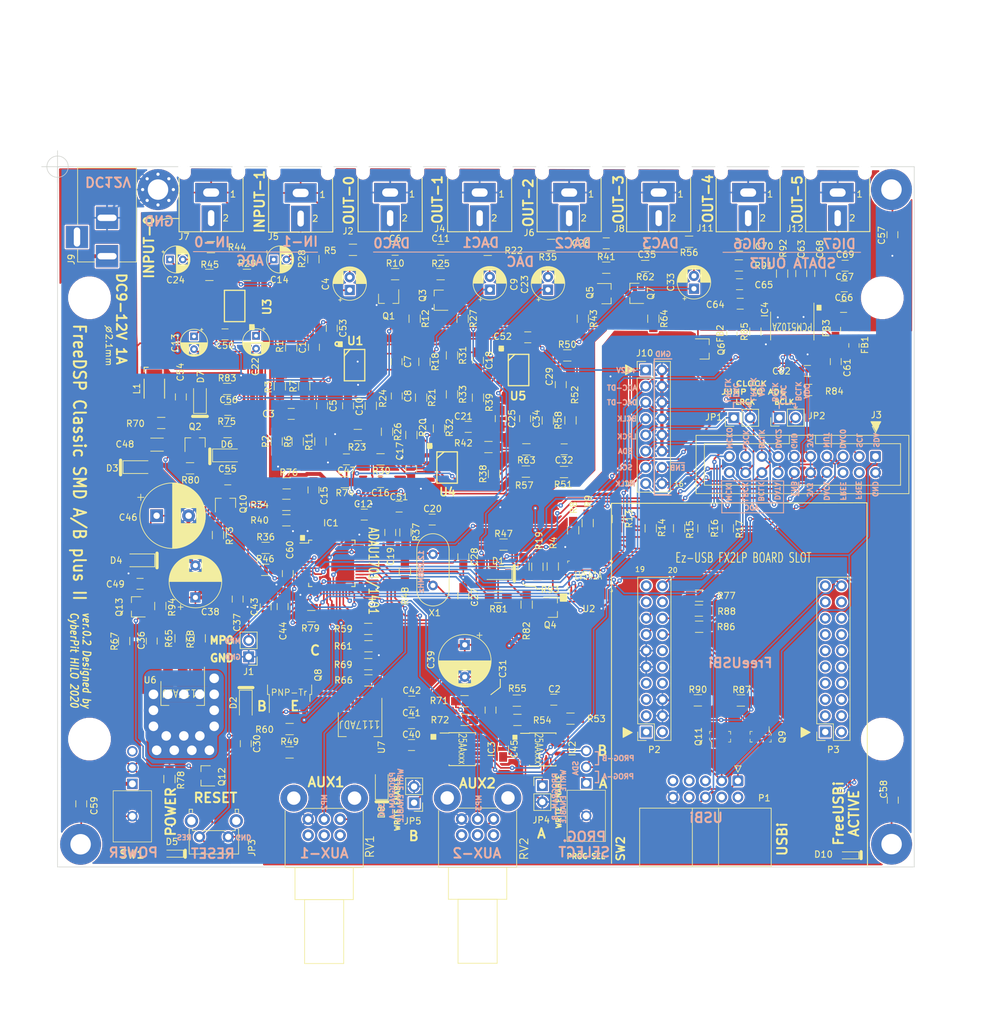
<source format=kicad_pcb>
(kicad_pcb (version 20171130) (host pcbnew "(5.1.6-0-10_14)")
  (title_block (title "FreeDSP Classic SMD A/B plus II") (date 2020-10-12) (rev 0.2) (comment 4 "Designed by CyberPit 2020"))
  (layers (0 F.Cu signal) (31 B.Cu mixed) (34 B.Paste user) (35 F.Paste user) (36 B.SilkS user) (37 F.SilkS user) (38 B.Mask user) (39 F.Mask user) (44 Edge.Cuts user))
  (net 0 "")
  (net 1 GND)
  (net 2 "Net-(C3-Pad2)")
  (net 3 "Net-(C13-Pad2)")
  (net 4 3V3)
  (net 5 "Net-(C10-Pad1)")
  (net 6 "Net-(C12-Pad1)")
  (net 7 "Net-(C13-Pad1)")
  (net 8 "Net-(C15-Pad1)")
  (net 9 "Net-(C16-Pad1)")
  (net 10 "Net-(C21-Pad1)")
  (net 11 "Net-(C22-Pad1)")
  (net 12 "Net-(C24-Pad1)")
  (net 13 "Net-(C25-Pad1)")
  (net 14 "Net-(C28-Pad1)")
  (net 15 "Net-(C29-Pad1)")
  (net 16 "Net-(C29-Pad2)")
  (net 17 "Net-(C32-Pad1)")
  (net 18 "Net-(C34-Pad1)")
  (net 19 "Net-(C35-Pad1)")
  (net 20 /WP)
  (net 21 /DAC3)
  (net 22 /DAC2)
  (net 23 /DAC1)
  (net 24 +5V)
  (net 25 "Net-(C14-Pad1)")
  (net 26 /DAC0)
  (net 27 MP4)
  (net 28 MP5)
  (net 29 MP1)
  (net 30 MP0)
  (net 31 MP7)
  (net 32 MP6)
  (net 33 MP10)
  (net 34 MP11)
  (net 35 SDA)
  (net 36 SCL)
  (net 37 MP9)
  (net 38 MP8)
  (net 39 MP3)
  (net 40 MP2)
  (net 41 MCLK)
  (net 42 "Net-(C1-Pad1)")
  (net 43 "Net-(C1-Pad2)")
  (net 44 "Net-(C3-Pad1)")
  (net 45 "Net-(C5-Pad1)")
  (net 46 GNDS)
  (net 47 "Net-(C6-Pad1)")
  (net 48 "Net-(C7-Pad1)")
  (net 49 "Net-(C7-Pad2)")
  (net 50 "Net-(C8-Pad1)")
  (net 51 "Net-(C8-Pad2)")
  (net 52 "Net-(C11-Pad1)")
  (net 53 "Net-(C14-Pad2)")
  (net 54 "Net-(C17-Pad2)")
  (net 55 "Net-(C18-Pad1)")
  (net 56 "Net-(C18-Pad2)")
  (net 57 "Net-(C19-Pad2)")
  (net 58 "Net-(C20-Pad2)")
  (net 59 "Net-(C21-Pad2)")
  (net 60 "Net-(C22-Pad2)")
  (net 61 "Net-(C24-Pad2)")
  (net 62 "Net-(C26-Pad1)")
  (net 63 "Net-(C27-Pad1)")
  (net 64 "Net-(C32-Pad2)")
  (net 65 +12V)
  (net 66 "Net-(C43-Pad1)")
  (net 67 "Net-(C47-Pad1)")
  (net 68 "Net-(C49-Pad1)")
  (net 69 "Net-(IC1-Pad17)")
  (net 70 "Net-(IC1-Pad4)")
  (net 71 "Net-(IC1-Pad3)")
  (net 72 "Net-(IC1-Pad2)")
  (net 73 "Net-(IC2-Pad7)")
  (net 74 "Net-(IC2-Pad5)")
  (net 75 "Net-(IC3-Pad5)")
  (net 76 "Net-(IC3-Pad7)")
  (net 77 "Net-(J3-Pad5)")
  (net 78 "Net-(J3-Pad7)")
  (net 79 "Net-(J3-Pad8)")
  (net 80 "Net-(J3-Pad20)")
  (net 81 "Net-(J5-Pad2)")
  (net 82 "Net-(Q1-Pad1)")
  (net 83 "Net-(Q3-Pad1)")
  (net 84 "Net-(Q7-Pad1)")
  (net 85 +1V5)
  (net 86 "Net-(R8-Pad1)")
  (net 87 "Net-(R9-Pad1)")
  (net 88 +5VA)
  (net 89 "Net-(R13-Pad1)")
  (net 90 "Net-(R14-Pad1)")
  (net 91 "Net-(R15-Pad1)")
  (net 92 "Net-(R16-Pad1)")
  (net 93 "Net-(R17-Pad1)")
  (net 94 MCLKI)
  (net 95 "Net-(Q4-Pad3)")
  (net 96 "Net-(Q5-Pad1)")
  (net 97 "Net-(R65-Pad2)")
  (net 98 "Net-(R66-Pad2)")
  (net 99 "Net-(J10-Pad14)")
  (net 100 DAC_DATA2)
  (net 101 DAC_BCLK)
  (net 102 DAC_LRCK)
  (net 103 DAC_MCLK)
  (net 104 "Net-(C4-Pad2)")
  (net 105 "Net-(C9-Pad2)")
  (net 106 "Net-(C23-Pad2)")
  (net 107 "Net-(C33-Pad2)")
  (net 108 "Net-(D5-Pad2)")
  (net 109 "Net-(C46-Pad1)")
  (net 110 "Net-(C48-Pad2)")
  (net 111 "Net-(C48-Pad1)")
  (net 112 "Net-(C54-Pad1)")
  (net 113 "Net-(C54-Pad2)")
  (net 114 "Net-(C55-Pad1)")
  (net 115 "Net-(C57-Pad1)")
  (net 116 "Net-(C58-Pad1)")
  (net 117 "Net-(C59-Pad1)")
  (net 118 "Net-(Q2-Pad1)")
  (net 119 "Net-(D1-Pad1)")
  (net 120 "Net-(C56-Pad2)")
  (net 121 "Net-(D8-Pad1)")
  (net 122 BRD_~RESET)
  (net 123 "Net-(C61-Pad2)")
  (net 124 "Net-(C62-Pad1)")
  (net 125 "Net-(C63-Pad2)")
  (net 126 "Net-(C66-Pad2)")
  (net 127 "Net-(C68-Pad2)")
  (net 128 "Net-(C68-Pad1)")
  (net 129 "Net-(C69-Pad1)")
  (net 130 "Net-(C70-Pad1)")
  (net 131 MUTE)
  (net 132 /DAC_USBi_Part_sch/LED_3V3)
  (net 133 "Net-(D10-Pad1)")
  (net 134 "Net-(IC4-Pad6)")
  (net 135 "Net-(IC4-Pad7)")
  (net 136 "Net-(IC4-Pad10)")
  (net 137 "Net-(IC4-Pad17)")
  (net 138 FX2_SCL)
  (net 139 FX2_SDA)
  (net 140 "Net-(P2-Pad15)")
  (net 141 LED_1)
  (net 142 USB_PWR_ON)
  (net 143 "Net-(J9-Pad1)")
  (net 144 /WB)
  (net 145 "Net-(IC4-Pad13)")
  (net 146 /RES_MUTE)
  (net 147 "Net-(IC1-Pad31)")
  (module Myfootprints:2MS1T1B4M7QES (layer F.Cu) (at 54.4832 138.582)
    (fp_text reference SW1 (at -0.0635 11.01302) (layer F.SilkS) (effects (font (size 1.27 1.27) (thickness 0.254))))
    (fp_text value 2MS1T1B4M7QES hide)
    (pad MH1 thru_hole circle (at 0 5.08) (size 1.635 1.635) (drill 1.09) (layers *.Cu *.Mask) (net 1 GND))
    (pad 3 thru_hole circle (at 0 -5.08) (size 1.635 1.635) (drill 1.09) (layers *.Cu *.Mask))
    (pad 2 thru_hole circle (at 0 -2.54) (size 1.635 1.635) (drill 1.09) (layers *.Cu *.Mask) (net 65 +12V))
    (pad 1 thru_hole rect (at 0 0) (size 1.635 1.635) (drill 1.09) (layers *.Cu *.Mask) (net 143 "Net-(J9-Pad1)"))
  )
  (module Myfootprints:2MS1T1B4M7QES (layer F.Cu) (at 125.483 138.505)
    (fp_text reference SW2 (at 5.36784 10.2188 90) (layer F.SilkS) (effects (font (size 1.27 1.27) (thickness 0.254))))
    (fp_text value 2MS1T1B4M7QES hide)
    (pad MH1 thru_hole circle (at 0 5.08) (size 1.635 1.635) (drill 1.09) (layers *.Cu *.Mask) (net 1 GND))
    (pad 3 thru_hole circle (at 0 -5.08) (size 1.635 1.635) (drill 1.09) (layers *.Cu *.Mask) (net 75 "Net-(IC3-Pad5)"))
    (pad 2 thru_hole circle (at 0 -2.54) (size 1.635 1.635) (drill 1.09) (layers *.Cu *.Mask) (net 35 SDA))
    (pad 1 thru_hole rect (at 0 0) (size 1.635 1.635) (drill 1.09) (layers *.Cu *.Mask) (net 74 "Net-(IC2-Pad5)"))
  )
  (module Connect:BARREL_JACK (layer F.Cu) (at 50.5208 56.0849 270)
    (fp_text reference J9 (at 0.508 5.588 270) (layer F.SilkS))
    (fp_text value Conn_Power_2.1mm)
    (pad 1 thru_hole rect (at 0 0 270) (size 3.5 3.5) (drill oval 1 3) (layers *.Cu *.Mask) (net 143 "Net-(J9-Pad1)"))
    (pad 2 thru_hole rect (at -6 0 270) (size 3.5 3.5) (drill oval 1 3) (layers *.Cu *.Mask) (net 1 GND))
    (pad 3 thru_hole rect (at -3 4.7 270) (size 3.5 3.5) (drill oval 3 1) (layers *.Cu *.Mask))
  )
  (module LEDs:LED_0603_HandSoldering (layer F.Cu) (at 60.66556 149.50612 180)
    (fp_text reference D5 (at 0.00508 1.87452 180) (layer F.SilkS))
    (fp_text value LED_RED)
    (pad 1 smd rect (at -1.1 0 180) (size 1.2 0.9) (layers F.Cu F.Paste F.Mask) (net 1 GND))
    (pad 2 smd rect (at 1.1 0 180) (size 1.2 0.9) (layers F.Cu F.Paste F.Mask) (net 108 "Net-(D5-Pad2)"))
  )
  (module Resistors_SMD:R_0805_HandSoldering (layer F.Cu) (at 58.9958 82.159 180)
    (fp_text reference R70 (at 4.03606 -0.1016 180) (layer F.SilkS))
    (fp_text value 1k)
    (pad 1 smd rect (at -1.35 0 180) (size 1.5 1.3) (layers F.Cu F.Paste F.Mask) (net 112 "Net-(C54-Pad1)"))
    (pad 2 smd rect (at 1.35 0 180) (size 1.5 1.3) (layers F.Cu F.Paste F.Mask) (net 111 "Net-(C48-Pad1)"))
  )
  (module Crystals:Crystal_HC49-U_Vertical (layer F.Cu) (at 101.502 107.565 90)
    (fp_text reference X1 (at -4.2907 0.28362 180) (layer F.SilkS))
    (fp_text value 12.288MHz)
    (pad 1 thru_hole circle (at 0 0 90) (size 1.5 1.5) (drill 0.8) (layers *.Cu *.Mask) (net 63 "Net-(C27-Pad1)"))
    (pad 2 thru_hole circle (at 4.88 0 90) (size 1.5 1.5) (drill 0.8) (layers *.Cu *.Mask) (net 14 "Net-(C28-Pad1)"))
  )
  (module Housings_SOIC:SOIC-8_3.9x4.9mm_Pitch1.27mm (layer F.Cu) (at 106.086 133.164)
    (fp_text reference IC3 (at 4.57184 0.00484 90) (layer F.SilkS))
    (fp_text value 24AA256)
    (pad 1 smd rect (at -2.7 -1.905) (size 1.55 0.6) (layers F.Cu F.Paste F.Mask) (net 1 GND))
    (pad 2 smd rect (at -2.7 -0.635) (size 1.55 0.6) (layers F.Cu F.Paste F.Mask) (net 1 GND))
    (pad 3 smd rect (at -2.7 0.635) (size 1.55 0.6) (layers F.Cu F.Paste F.Mask) (net 1 GND))
    (pad 4 smd rect (at -2.7 1.905) (size 1.55 0.6) (layers F.Cu F.Paste F.Mask) (net 1 GND))
    (pad 5 smd rect (at 2.7 1.905) (size 1.55 0.6) (layers F.Cu F.Paste F.Mask) (net 75 "Net-(IC3-Pad5)"))
    (pad 6 smd rect (at 2.7 0.635) (size 1.55 0.6) (layers F.Cu F.Paste F.Mask) (net 36 SCL))
    (pad 7 smd rect (at 2.7 -0.635) (size 1.55 0.6) (layers F.Cu F.Paste F.Mask) (net 76 "Net-(IC3-Pad7)"))
    (pad 8 smd rect (at 2.7 -1.905) (size 1.55 0.6) (layers F.Cu F.Paste F.Mask) (net 4 3V3))
  )
  (module TO_SOT_Packages_SMD:SOT-23 (layer F.Cu) (at 94.5708 62.706 270)
    (fp_text reference Q1 (at 2.7439 -0.0063) (layer F.SilkS))
    (fp_text value 2SC3326)
    (pad 1 smd rect (at -1 -0.95 270) (size 0.9 0.8) (layers F.Cu F.Paste F.Mask) (net 82 "Net-(Q1-Pad1)"))
    (pad 2 smd rect (at -1 0.95 270) (size 0.9 0.8) (layers F.Cu F.Paste F.Mask) (net 47 "Net-(C6-Pad1)"))
    (pad 3 smd rect (at 1 0 270) (size 0.9 0.8) (layers F.Cu F.Paste F.Mask) (net 46 GNDS))
  )
  (module Pin_Headers:Pin_Header_Straight_1x02_Pitch2.54mm (layer F.Cu) (at 148.57 81.3478 90)
    (fp_text reference JP1 (at 0.0864 -3.1421 180) (layer F.SilkS))
    (fp_text value LRCLK_BRIDGE)
    (pad 1 thru_hole rect (at 0 0 90) (size 1.7 1.7) (drill 1) (layers *.Cu *.Mask) (net 102 DAC_LRCK))
    (pad 2 thru_hole oval (at 0 2.54 90) (size 1.7 1.7) (drill 1) (layers *.Cu *.Mask) (net 27 MP4))
  )
  (module Pin_Headers:Pin_Header_Straight_1x02_Pitch2.54mm (layer F.Cu) (at 155.674 81.3173 90)
    (fp_text reference JP2 (at 0.26926 5.83972 180) (layer F.SilkS))
    (fp_text value BCK_BRIDGE)
    (pad 1 thru_hole rect (at 0 0 90) (size 1.7 1.7) (drill 1) (layers *.Cu *.Mask) (net 101 DAC_BCLK))
    (pad 2 thru_hole oval (at 0 2.54 90) (size 1.7 1.7) (drill 1) (layers *.Cu *.Mask) (net 28 MP5))
  )
  (module Pin_Headers:Pin_Header_Straight_1x02_Pitch2.54mm (layer F.Cu) (at 118.608 138.876)
    (fp_text reference JP4 (at -0.1676 5.37994 180) (layer F.SilkS))
    (fp_text value WE_BRIDGE)
    (pad 1 thru_hole rect (at 0 0) (size 1.7 1.7) (drill 1) (layers *.Cu *.Mask) (net 73 "Net-(IC2-Pad7)"))
    (pad 2 thru_hole oval (at 0 2.54) (size 1.7 1.7) (drill 1) (layers *.Cu *.Mask) (net 1 GND))
  )
  (module Diodes_SMD:D_SOD-123 (layer F.Cu) (at 55.2797 89.0653)
    (fp_text reference D3 (at -3.94102 0.16916) (layer F.SilkS))
    (fp_text value 1N4148W)
    (pad 1 smd rect (at -1.65 0) (size 0.9 1.2) (layers F.Cu F.Paste F.Mask) (net 65 +12V))
    (pad 2 smd rect (at 1.65 0) (size 0.9 1.2) (layers F.Cu F.Paste F.Mask) (net 68 "Net-(C49-Pad1)"))
  )
  (module Housings_QFP:LQFP-48_7x7mm_Pitch0.5mm (layer F.Cu) (at 85.6808 104.108)
    (fp_text reference IC1 (at -0.1461 -6.30104) (layer F.SilkS))
    (fp_text value ADAU1701)
    (pad 1 smd rect (at -4.35 -2.75) (size 1.3 0.25) (layers F.Cu F.Paste F.Mask) (net 1 GND))
    (pad 2 smd rect (at -4.35 -2.25) (size 1.3 0.25) (layers F.Cu F.Paste F.Mask) (net 72 "Net-(IC1-Pad2)"))
    (pad 3 smd rect (at -4.35 -1.75) (size 1.3 0.25) (layers F.Cu F.Paste F.Mask) (net 71 "Net-(IC1-Pad3)"))
    (pad 4 smd rect (at -4.35 -1.25) (size 1.3 0.25) (layers F.Cu F.Paste F.Mask) (net 70 "Net-(IC1-Pad4)"))
    (pad 5 smd rect (at -4.35 -0.75) (size 1.3 0.25) (layers F.Cu F.Paste F.Mask) (net 122 BRD_~RESET))
    (pad 6 smd rect (at -4.35 -0.25) (size 1.3 0.25) (layers F.Cu F.Paste F.Mask) (net 4 3V3))
    (pad 7 smd rect (at -4.35 0.25) (size 1.3 0.25) (layers F.Cu F.Paste F.Mask) (net 1 GND))
    (pad 8 smd rect (at -4.35 0.75) (size 1.3 0.25) (layers F.Cu F.Paste F.Mask) (net 27 MP4))
    (pad 9 smd rect (at -4.35 1.25) (size 1.3 0.25) (layers F.Cu F.Paste F.Mask) (net 28 MP5))
    (pad 10 smd rect (at -4.35 1.75) (size 1.3 0.25) (layers F.Cu F.Paste F.Mask) (net 29 MP1))
    (pad 11 smd rect (at -4.35 2.25) (size 1.3 0.25) (layers F.Cu F.Paste F.Mask) (net 30 MP0))
    (pad 12 smd rect (at -4.35 2.75) (size 1.3 0.25) (layers F.Cu F.Paste F.Mask) (net 1 GND))
    (pad 13 smd rect (at -2.75 4.35 90) (size 1.3 0.25) (layers F.Cu F.Paste F.Mask) (net 66 "Net-(C43-Pad1)"))
    (pad 14 smd rect (at -2.25 4.35 90) (size 1.3 0.25) (layers F.Cu F.Paste F.Mask) (net 31 MP7))
    (pad 15 smd rect (at -1.75 4.35 90) (size 1.3 0.25) (layers F.Cu F.Paste F.Mask) (net 32 MP6))
    (pad 16 smd rect (at -1.25 4.35 90) (size 1.3 0.25) (layers F.Cu F.Paste F.Mask) (net 33 MP10))
    (pad 17 smd rect (at -0.75 4.35 90) (size 1.3 0.25) (layers F.Cu F.Paste F.Mask) (net 69 "Net-(IC1-Pad17)"))
    (pad 18 smd rect (at -0.25 4.35 90) (size 1.3 0.25) (layers F.Cu F.Paste F.Mask) (net 4 3V3))
    (pad 19 smd rect (at 0.25 4.35 90) (size 1.3 0.25) (layers F.Cu F.Paste F.Mask) (net 34 MP11))
    (pad 20 smd rect (at 0.75 4.35 90) (size 1.3 0.25) (layers F.Cu F.Paste F.Mask) (net 144 /WB))
    (pad 21 smd rect (at 1.25 4.35 90) (size 1.3 0.25) (layers F.Cu F.Paste F.Mask) (net 20 /WP))
    (pad 22 smd rect (at 1.75 4.35 90) (size 1.3 0.25) (layers F.Cu F.Paste F.Mask) (net 35 SDA))
    (pad 23 smd rect (at 2.25 4.35 90) (size 1.3 0.25) (layers F.Cu F.Paste F.Mask) (net 36 SCL))
    (pad 24 smd rect (at 2.75 4.35 90) (size 1.3 0.25) (layers F.Cu F.Paste F.Mask) (net 66 "Net-(C43-Pad1)"))
    (pad 25 smd rect (at 4.35 2.75) (size 1.3 0.25) (layers F.Cu F.Paste F.Mask) (net 1 GND))
    (pad 26 smd rect (at 4.35 2.25) (size 1.3 0.25) (layers F.Cu F.Paste F.Mask) (net 37 MP9))
    (pad 27 smd rect (at 4.35 1.75) (size 1.3 0.25) (layers F.Cu F.Paste F.Mask) (net 38 MP8))
    (pad 28 smd rect (at 4.35 1.25) (size 1.3 0.25) (layers F.Cu F.Paste F.Mask) (net 39 MP3))
    (pad 29 smd rect (at 4.35 0.75) (size 1.3 0.25) (layers F.Cu F.Paste F.Mask) (net 40 MP2))
    (pad 30 smd rect (at 4.35 0.25) (size 1.3 0.25) (layers F.Cu F.Paste F.Mask) (net 1 GND))
    (pad 31 smd rect (at 4.35 -0.25) (size 1.3 0.25) (layers F.Cu F.Paste F.Mask) (net 147 "Net-(IC1-Pad31)"))
    (pad 32 smd rect (at 4.35 -0.75) (size 1.3 0.25) (layers F.Cu F.Paste F.Mask) (net 14 "Net-(C28-Pad1)"))
    (pad 33 smd rect (at 4.35 -1.25) (size 1.3 0.25) (layers F.Cu F.Paste F.Mask) (net 1 GND))
    (pad 34 smd rect (at 4.35 -1.75) (size 1.3 0.25) (layers F.Cu F.Paste F.Mask) (net 4 3V3))
    (pad 35 smd rect (at 4.35 -2.25) (size 1.3 0.25) (layers F.Cu F.Paste F.Mask) (net 57 "Net-(C19-Pad2)"))
    (pad 36 smd rect (at 4.35 -2.75) (size 1.3 0.25) (layers F.Cu F.Paste F.Mask) (net 4 3V3))
    (pad 37 smd rect (at 2.75 -4.35 90) (size 1.3 0.25) (layers F.Cu F.Paste F.Mask) (net 1 GND))
    (pad 38 smd rect (at 2.25 -4.35 90) (size 1.3 0.25) (layers F.Cu F.Paste F.Mask) (net 1 GND))
    (pad 39 smd rect (at 1.75 -4.35 90) (size 1.3 0.25) (layers F.Cu F.Paste F.Mask) (net 4 3V3))
    (pad 40 smd rect (at 1.25 -4.35 90) (size 1.3 0.25) (layers F.Cu F.Paste F.Mask) (net 9 "Net-(C16-Pad1)"))
    (pad 41 smd rect (at 0.75 -4.35 90) (size 1.3 0.25) (layers F.Cu F.Paste F.Mask) (net 6 "Net-(C12-Pad1)"))
    (pad 42 smd rect (at 0.25 -4.35 90) (size 1.3 0.25) (layers F.Cu F.Paste F.Mask) (net 1 GND))
    (pad 43 smd rect (at -0.25 -4.35 90) (size 1.3 0.25) (layers F.Cu F.Paste F.Mask) (net 21 /DAC3))
    (pad 44 smd rect (at -0.75 -4.35 90) (size 1.3 0.25) (layers F.Cu F.Paste F.Mask) (net 22 /DAC2))
    (pad 45 smd rect (at -1.25 -4.35 90) (size 1.3 0.25) (layers F.Cu F.Paste F.Mask) (net 23 /DAC1))
    (pad 46 smd rect (at -1.75 -4.35 90) (size 1.3 0.25) (layers F.Cu F.Paste F.Mask) (net 26 /DAC0))
    (pad 47 smd rect (at -2.25 -4.35 90) (size 1.3 0.25) (layers F.Cu F.Paste F.Mask) (net 8 "Net-(C15-Pad1)"))
    (pad 48 smd rect (at -2.75 -4.35 90) (size 1.3 0.25) (layers F.Cu F.Paste F.Mask) (net 4 3V3))
  )
  (module Housings_SOIC:SOIC-8_3.9x4.9mm_Pitch1.27mm (layer F.Cu) (at 118.666 133.212)
    (fp_text reference IC2 (at 4.63088 -0.13206 90) (layer F.SilkS))
    (fp_text value 24AA256)
    (pad 1 smd rect (at -2.7 -1.905) (size 1.55 0.6) (layers F.Cu F.Paste F.Mask) (net 1 GND))
    (pad 2 smd rect (at -2.7 -0.635) (size 1.55 0.6) (layers F.Cu F.Paste F.Mask) (net 1 GND))
    (pad 3 smd rect (at -2.7 0.635) (size 1.55 0.6) (layers F.Cu F.Paste F.Mask) (net 1 GND))
    (pad 4 smd rect (at -2.7 1.905) (size 1.55 0.6) (layers F.Cu F.Paste F.Mask) (net 1 GND))
    (pad 5 smd rect (at 2.7 1.905) (size 1.55 0.6) (layers F.Cu F.Paste F.Mask) (net 74 "Net-(IC2-Pad5)"))
    (pad 6 smd rect (at 2.7 0.635) (size 1.55 0.6) (layers F.Cu F.Paste F.Mask) (net 36 SCL))
    (pad 7 smd rect (at 2.7 -0.635) (size 1.55 0.6) (layers F.Cu F.Paste F.Mask) (net 73 "Net-(IC2-Pad7)"))
    (pad 8 smd rect (at 2.7 -1.905) (size 1.55 0.6) (layers F.Cu F.Paste F.Mask) (net 4 3V3))
  )
  (module Pin_Headers:Pin_Header_Straight_1x02_Pitch2.54mm (layer F.Cu) (at 98.5522 141.543 180)
    (fp_text reference JP5 (at 0.22098 -2.8628 180) (layer F.SilkS))
    (fp_text value WE_BRIDGE)
    (pad 1 thru_hole rect (at 0 0 180) (size 1.7 1.7) (drill 1) (layers *.Cu *.Mask) (net 76 "Net-(IC3-Pad7)"))
    (pad 2 thru_hole oval (at 0 2.54 180) (size 1.7 1.7) (drill 1) (layers *.Cu *.Mask) (net 1 GND))
  )
  (module TO_SOT_Packages_SMD:SOT-23 (layer F.Cu) (at 102.445 62.96 180)
    (fp_text reference Q3 (at 2.55168 0.72574 270) (layer F.SilkS))
    (fp_text value 2SC3326)
    (pad 1 smd rect (at -1 -0.95 180) (size 0.9 0.8) (layers F.Cu F.Paste F.Mask) (net 83 "Net-(Q3-Pad1)"))
    (pad 2 smd rect (at -1 0.95 180) (size 0.9 0.8) (layers F.Cu F.Paste F.Mask) (net 52 "Net-(C11-Pad1)"))
    (pad 3 smd rect (at 1 0 180) (size 0.9 0.8) (layers F.Cu F.Paste F.Mask) (net 46 GNDS))
  )
  (module TO_SOT_Packages_SMD:SOT-23 (layer F.Cu) (at 133.0581 61.8939 180)
    (fp_text reference Q7 (at -2.52984 -0.00762 90) (layer F.SilkS))
    (fp_text value 2SC3326)
    (pad 1 smd rect (at -1 -0.95 180) (size 0.9 0.8) (layers F.Cu F.Paste F.Mask) (net 84 "Net-(Q7-Pad1)"))
    (pad 2 smd rect (at -1 0.95 180) (size 0.9 0.8) (layers F.Cu F.Paste F.Mask) (net 19 "Net-(C35-Pad1)"))
    (pad 3 smd rect (at 1 0 180) (size 0.9 0.8) (layers F.Cu F.Paste F.Mask) (net 46 GNDS))
  )
  (module TO_SOT_Packages_SMD:SOT-23 (layer F.Cu) (at 128.607 61.944)
    (fp_text reference Q5 (at -2.5525 -0.171 90) (layer F.SilkS))
    (fp_text value 2SC3326)
    (pad 1 smd rect (at -1 -0.95) (size 0.9 0.8) (layers F.Cu F.Paste F.Mask) (net 96 "Net-(Q5-Pad1)"))
    (pad 2 smd rect (at -1 0.95) (size 0.9 0.8) (layers F.Cu F.Paste F.Mask) (net 62 "Net-(C26-Pad1)"))
    (pad 3 smd rect (at 1 0) (size 0.9 0.8) (layers F.Cu F.Paste F.Mask) (net 46 GNDS))
  )
  (module TO_SOT_Packages_SMD:SOT-23 (layer F.Cu) (at 69.0491 94.6889 90)
    (fp_text reference Q10 (at -0.127 2.794 90) (layer F.SilkS))
    (fp_text value AO3401A)
    (pad 1 smd rect (at -1 -0.95 90) (size 0.9 0.8) (layers F.Cu F.Paste F.Mask) (net 68 "Net-(C49-Pad1)"))
    (pad 2 smd rect (at -1 0.95 90) (size 0.9 0.8) (layers F.Cu F.Paste F.Mask) (net 109 "Net-(C46-Pad1)"))
    (pad 3 smd rect (at 1 0 90) (size 0.9 0.8) (layers F.Cu F.Paste F.Mask) (net 131 MUTE))
  )
  (module TO_SOT_Packages_SMD:SOT-223-3_TabPin2 (layer F.Cu) (at 62.3572 124.419 270)
    (fp_text reference U6 (at -2.06548 5.09524) (layer F.SilkS))
    (fp_text value AZ1117-ADJ)
    (pad 2 smd rect (at 3.15 0 270) (size 2 3.8) (layers F.Cu F.Paste F.Mask) (net 24 +5V))
    (pad 2 smd rect (at -3.15 0 270) (size 2 1.5) (layers F.Cu F.Paste F.Mask) (net 24 +5V))
    (pad 3 smd rect (at -3.15 2.3 270) (size 2 1.5) (layers F.Cu F.Paste F.Mask) (net 65 +12V))
    (pad 1 smd rect (at -3.15 -2.3 270) (size 2 1.5) (layers F.Cu F.Paste F.Mask) (net 97 "Net-(R65-Pad2)"))
  )
  (module TO_SOT_Packages_SMD:SOT-223-3_TabPin2 (layer F.Cu) (at 90.1042 129.29 270)
    (fp_text reference U7 (at 3.58668 -3.35616 90) (layer F.SilkS))
    (fp_text value AZ1117-ADJ)
    (pad 2 smd rect (at 3.15 0 270) (size 2 3.8) (layers F.Cu F.Paste F.Mask) (net 4 3V3))
    (pad 2 smd rect (at -3.15 0 270) (size 2 1.5) (layers F.Cu F.Paste F.Mask) (net 4 3V3))
    (pad 3 smd rect (at -3.15 2.3 270) (size 2 1.5) (layers F.Cu F.Paste F.Mask) (net 24 +5V))
    (pad 1 smd rect (at -3.15 -2.3 270) (size 2 1.5) (layers F.Cu F.Paste F.Mask) (net 98 "Net-(R66-Pad2)"))
  )
  (module Mounting_Holes:MountingHole_3.2mm_M3_Pad_Via (layer F.Cu) (at 58.4939 45.6684)
    (fp_text reference MH1 hide)
    (fp_text value MountingHole_Pad)
    (pad 1 thru_hole circle (at 0 0) (size 6.4 6.4) (drill 3.2) (layers *.Cu *.Mask) (net 1 GND))
    (pad 1 thru_hole circle (at 2.4 0) (size 0.8 0.8) (drill 0.5) (layers *.Cu *.Mask) (net 1 GND))
    (pad 1 thru_hole circle (at 1.697056 1.697056) (size 0.8 0.8) (drill 0.5) (layers *.Cu *.Mask) (net 1 GND))
    (pad 1 thru_hole circle (at 0 2.4) (size 0.8 0.8) (drill 0.5) (layers *.Cu *.Mask) (net 1 GND))
    (pad 1 thru_hole circle (at -1.697056 1.697056) (size 0.8 0.8) (drill 0.5) (layers *.Cu *.Mask) (net 1 GND))
    (pad 1 thru_hole circle (at -2.4 0) (size 0.8 0.8) (drill 0.5) (layers *.Cu *.Mask) (net 1 GND))
    (pad 1 thru_hole circle (at -1.697056 -1.697056) (size 0.8 0.8) (drill 0.5) (layers *.Cu *.Mask) (net 1 GND))
    (pad 1 thru_hole circle (at 0 -2.4) (size 0.8 0.8) (drill 0.5) (layers *.Cu *.Mask) (net 1 GND))
    (pad 1 thru_hole circle (at 1.697056 -1.697056) (size 0.8 0.8) (drill 0.5) (layers *.Cu *.Mask) (net 1 GND))
  )
  (module Mounting_Holes:MountingHole_3.2mm_M3_Pad (layer F.Cu) (at 173.216 45.6658)
    (fp_text reference MH2 hide)
    (fp_text value MountingHole_Pad)
    (pad 1 thru_hole circle (at 0 0) (size 6.4 6.4) (drill 3.2) (layers *.Cu *.Mask) (net 115 "Net-(C57-Pad1)"))
  )
  (module Mounting_Holes:MountingHole_3.2mm_M3_Pad (layer F.Cu) (at 173.238 148.013)
    (fp_text reference MH3 hide)
    (fp_text value MountingHole_Pad)
    (pad 1 thru_hole circle (at 0 0) (size 6.4 6.4) (drill 3.2) (layers *.Cu *.Mask) (net 116 "Net-(C58-Pad1)"))
  )
  (module Mounting_Holes:MountingHole_3.2mm_M3_Pad (layer F.Cu) (at 46.3882 148.0357)
    (fp_text reference MH4 hide)
    (fp_text value MountingHole_Pad)
    (pad 1 thru_hole circle (at 0 0) (size 6.4 6.4) (drill 3.2) (layers *.Cu *.Mask) (net 117 "Net-(C59-Pad1)"))
  )
  (module TO_SOT_Packages_SMD:TO-252-2 (layer F.Cu) (at 79.0768 122.142 90)
    (fp_text reference Q8 (at 0.56572 4.47162 270) (layer F.SilkS))
    (fp_text value KTA1040D-Y-RTF/P)
    (pad 1 smd rect (at -4.2 -2.28 90) (size 2.2 1.2) (layers F.Cu F.Paste F.Mask) (net 69 "Net-(IC1-Pad17)"))
    (pad 3 smd rect (at -4.2 2.28 90) (size 2.2 1.2) (layers F.Cu F.Paste F.Mask) (net 4 3V3))
    (pad 2 smd rect (at 2.1 0 90) (size 6.4 5.8) (layers F.Cu F.Mask) (net 66 "Net-(C43-Pad1)"))
    (pad 2 smd rect (at 3.775 1.525 90) (size 3.05 2.75) (layers F.Cu F.Paste) (net 66 "Net-(C43-Pad1)"))
    (pad 2 smd rect (at 0.425 -1.525 90) (size 3.05 2.75) (layers F.Cu F.Paste) (net 66 "Net-(C43-Pad1)"))
    (pad 2 smd rect (at 3.775 -1.525 90) (size 3.05 2.75) (layers F.Cu F.Paste) (net 66 "Net-(C43-Pad1)"))
    (pad 2 smd rect (at 0.425 1.525 90) (size 3.05 2.75) (layers F.Cu F.Paste) (net 66 "Net-(C43-Pad1)"))
  )
  (module Capacitors_SMD:C_0805_HandSoldering (layer F.Cu) (at 82.8868 70.326 270)
    (fp_text reference C1 (at 0 1.778 270) (layer F.SilkS))
    (fp_text value 150p)
    (pad 1 smd rect (at -1.25 0 270) (size 1.5 1.25) (layers F.Cu F.Paste F.Mask) (net 42 "Net-(C1-Pad1)"))
    (pad 2 smd rect (at 1.25 0 270) (size 1.5 1.25) (layers F.Cu F.Paste F.Mask) (net 43 "Net-(C1-Pad2)"))
  )
  (module Capacitors_SMD:C_0805_HandSoldering (layer F.Cu) (at 120.401 125.432 180)
    (fp_text reference C2 (at -0.10188 1.6637 180) (layer F.SilkS))
    (fp_text value 100n)
    (pad 1 smd rect (at -1.25 0 180) (size 1.5 1.25) (layers F.Cu F.Paste F.Mask) (net 4 3V3))
    (pad 2 smd rect (at 1.25 0 180) (size 1.5 1.25) (layers F.Cu F.Paste F.Mask) (net 1 GND))
  )
  (module Capacitors_SMD:C_0805_HandSoldering (layer F.Cu) (at 79.3308 80.74)
    (fp_text reference C3 (at -3.556 0) (layer F.SilkS))
    (fp_text value 1000PF)
    (pad 1 smd rect (at -1.25 0) (size 1.5 1.25) (layers F.Cu F.Paste F.Mask) (net 44 "Net-(C3-Pad1)"))
    (pad 2 smd rect (at 1.25 0) (size 1.5 1.25) (layers F.Cu F.Paste F.Mask) (net 2 "Net-(C3-Pad2)"))
  )
  (module Capacitors_SMD:C_0805_HandSoldering (layer F.Cu) (at 84.1568 79.47 270)
    (fp_text reference C5 (at 0 -1.75 270) (layer F.SilkS))
    (fp_text value 150p)
    (pad 1 smd rect (at -1.25 0 270) (size 1.5 1.25) (layers F.Cu F.Paste F.Mask) (net 45 "Net-(C5-Pad1)"))
    (pad 2 smd rect (at 1.25 0 270) (size 1.5 1.25) (layers F.Cu F.Paste F.Mask) (net 46 GNDS))
  )
  (module Capacitors_SMD:C_0805_HandSoldering (layer F.Cu) (at 95.5868 55.086)
    (fp_text reference C6 (at 0 -1.75) (layer F.SilkS))
    (fp_text value 3n3)
    (pad 1 smd rect (at -1.25 0) (size 1.5 1.25) (layers F.Cu F.Paste F.Mask) (net 47 "Net-(C6-Pad1)"))
    (pad 2 smd rect (at 1.25 0) (size 1.5 1.25) (layers F.Cu F.Paste F.Mask) (net 46 GNDS))
  )
  (module Capacitors_SMD:C_0805_HandSoldering (layer F.Cu) (at 95.8131 72.5807 270)
    (fp_text reference C7 (at 0 -1.75 270) (layer F.SilkS))
    (fp_text value 150p)
    (pad 1 smd rect (at -1.25 0 270) (size 1.5 1.25) (layers F.Cu F.Paste F.Mask) (net 48 "Net-(C7-Pad1)"))
    (pad 2 smd rect (at 1.25 0 270) (size 1.5 1.25) (layers F.Cu F.Paste F.Mask) (net 49 "Net-(C7-Pad2)"))
  )
  (module Capacitors_SMD:C_0805_HandSoldering (layer F.Cu) (at 95.8408 77.946 270)
    (fp_text reference C8 (at 0 -1.75 270) (layer F.SilkS))
    (fp_text value 1000PF)
    (pad 1 smd rect (at -1.25 0 270) (size 1.5 1.25) (layers F.Cu F.Paste F.Mask) (net 50 "Net-(C8-Pad1)"))
    (pad 2 smd rect (at 1.25 0 270) (size 1.5 1.25) (layers F.Cu F.Paste F.Mask) (net 51 "Net-(C8-Pad2)"))
  )
  (module Capacitors_SMD:C_0805_HandSoldering (layer F.Cu) (at 88.2208 79.47 270)
    (fp_text reference C10 (at 0.127 -1.778 270) (layer F.SilkS))
    (fp_text value 150p)
    (pad 1 smd rect (at -1.25 0 270) (size 1.5 1.25) (layers F.Cu F.Paste F.Mask) (net 5 "Net-(C10-Pad1)"))
    (pad 2 smd rect (at 1.25 0 270) (size 1.5 1.25) (layers F.Cu F.Paste F.Mask) (net 46 GNDS))
  )
  (module Capacitors_SMD:C_0805_HandSoldering (layer F.Cu) (at 102.715 55.086 180)
    (fp_text reference C11 (at 0 1.778 180) (layer F.SilkS))
    (fp_text value 3n3)
    (pad 1 smd rect (at -1.25 0 180) (size 1.5 1.25) (layers F.Cu F.Paste F.Mask) (net 52 "Net-(C11-Pad1)"))
    (pad 2 smd rect (at 1.25 0 180) (size 1.5 1.25) (layers F.Cu F.Paste F.Mask) (net 46 GNDS))
  )
  (module Capacitors_SMD:C_0805_HandSoldering (layer F.Cu) (at 90.7608 96.488)
    (fp_text reference C12 (at -0.17658 -1.66046) (layer F.SilkS))
    (fp_text value 10u)
    (pad 1 smd rect (at -1.25 0) (size 1.5 1.25) (layers F.Cu F.Paste F.Mask) (net 6 "Net-(C12-Pad1)"))
    (pad 2 smd rect (at 1.25 0) (size 1.5 1.25) (layers F.Cu F.Paste F.Mask) (net 1 GND))
  )
  (module Capacitors_SMD:C_0805_HandSoldering (layer F.Cu) (at 112.097 81.482 270)
    (fp_text reference C25 (at 0 -1.75 270) (layer F.SilkS))
    (fp_text value 150p)
    (pad 1 smd rect (at -1.25 0 270) (size 1.5 1.25) (layers F.Cu F.Paste F.Mask) (net 13 "Net-(C25-Pad1)"))
    (pad 2 smd rect (at 1.25 0 270) (size 1.5 1.25) (layers F.Cu F.Paste F.Mask) (net 46 GNDS))
  )
  (module Capacitors_SMD:C_0805_HandSoldering (layer F.Cu) (at 128.607 54.07)
    (fp_text reference C26 (at -3.937 0) (layer F.SilkS))
    (fp_text value 3n3)
    (pad 1 smd rect (at -1.25 0) (size 1.5 1.25) (layers F.Cu F.Paste F.Mask) (net 62 "Net-(C26-Pad1)"))
    (pad 2 smd rect (at 1.25 0) (size 1.5 1.25) (layers F.Cu F.Paste F.Mask) (net 46 GNDS))
  )
  (module Capacitors_SMD:C_0805_HandSoldering (layer F.Cu) (at 106.255 109.188 90)
    (fp_text reference C27 (at -0.254 1.778 90) (layer F.SilkS))
    (fp_text value 33p)
    (pad 1 smd rect (at -1.25 0 90) (size 1.5 1.25) (layers F.Cu F.Paste F.Mask) (net 63 "Net-(C27-Pad1)"))
    (pad 2 smd rect (at 1.25 0 90) (size 1.5 1.25) (layers F.Cu F.Paste F.Mask) (net 1 GND))
  )
  (module Capacitors_SMD:C_0805_HandSoldering (layer F.Cu) (at 106.255 103.092 270)
    (fp_text reference C28 (at 0 -1.75 270) (layer F.SilkS))
    (fp_text value 33p)
    (pad 1 smd rect (at -1.25 0 270) (size 1.5 1.25) (layers F.Cu F.Paste F.Mask) (net 14 "Net-(C28-Pad1)"))
    (pad 2 smd rect (at 1.25 0 270) (size 1.5 1.25) (layers F.Cu F.Paste F.Mask) (net 1 GND))
  )
  (module Capacitors_SMD:C_0805_HandSoldering (layer F.Cu) (at 121.495 76.168 270)
    (fp_text reference C29 (at -1.27 1.778 270) (layer F.SilkS))
    (fp_text value 150p)
    (pad 1 smd rect (at -1.25 0 270) (size 1.5 1.25) (layers F.Cu F.Paste F.Mask) (net 15 "Net-(C29-Pad1)"))
    (pad 2 smd rect (at 1.25 0 270) (size 1.5 1.25) (layers F.Cu F.Paste F.Mask) (net 16 "Net-(C29-Pad2)"))
  )
  (module Capacitors_SMD:C_0805_HandSoldering (layer F.Cu) (at 72.2188 132.302 270)
    (fp_text reference C30 (at 0 -1.75 90) (layer F.SilkS))
    (fp_text value 2.2u)
    (pad 1 smd rect (at -1.25 0 270) (size 1.5 1.25) (layers F.Cu F.Paste F.Mask) (net 122 BRD_~RESET))
    (pad 2 smd rect (at 1.25 0 270) (size 1.5 1.25) (layers F.Cu F.Paste F.Mask) (net 1 GND))
  )
  (module Capacitors_SMD:C_0805_HandSoldering (layer F.Cu) (at 110.511 127.053 270)
    (fp_text reference C31 (at -6.4724 -1.91214 90) (layer F.SilkS))
    (fp_text value 100n)
    (pad 1 smd rect (at -1.25 0 270) (size 1.5 1.25) (layers F.Cu F.Paste F.Mask) (net 4 3V3))
    (pad 2 smd rect (at 1.25 0 270) (size 1.5 1.25) (layers F.Cu F.Paste F.Mask) (net 1 GND))
  )
  (module Capacitors_SMD:C_0805_HandSoldering (layer F.Cu) (at 122.023 86.2747 180)
    (fp_text reference C32 (at 0.0203 -1.7043 180) (layer F.SilkS))
    (fp_text value 1000PF)
    (pad 1 smd rect (at -1.25 0 180) (size 1.5 1.25) (layers F.Cu F.Paste F.Mask) (net 17 "Net-(C32-Pad1)"))
    (pad 2 smd rect (at 1.25 0 180) (size 1.5 1.25) (layers F.Cu F.Paste F.Mask) (net 64 "Net-(C32-Pad2)"))
  )
  (module Capacitors_SMD:C_0805_HandSoldering (layer F.Cu) (at 115.907 81.482 270)
    (fp_text reference C34 (at 0.02 -1.778 270) (layer F.SilkS))
    (fp_text value 150p)
    (pad 1 smd rect (at -1.25 0 270) (size 1.5 1.25) (layers F.Cu F.Paste F.Mask) (net 18 "Net-(C34-Pad1)"))
    (pad 2 smd rect (at 1.25 0 270) (size 1.5 1.25) (layers F.Cu F.Paste F.Mask) (net 46 GNDS))
  )
  (module Capacitors_SMD:C_0805_HandSoldering (layer F.Cu) (at 134.957 54.07 180)
    (fp_text reference C35 (at 0 -1.75 180) (layer F.SilkS))
    (fp_text value 3n3)
    (pad 1 smd rect (at -1.25 0 180) (size 1.5 1.25) (layers F.Cu F.Paste F.Mask) (net 19 "Net-(C35-Pad1)"))
    (pad 2 smd rect (at 1.25 0 180) (size 1.5 1.25) (layers F.Cu F.Paste F.Mask) (net 46 GNDS))
  )
  (module Capacitors_SMD:C_0805_HandSoldering (layer F.Cu) (at 57.51596 116.25752 90)
    (fp_text reference C36 (at 0.09674 -1.63066 270) (layer F.SilkS))
    (fp_text value 10u)
    (pad 1 smd rect (at -1.25 0 90) (size 1.5 1.25) (layers F.Cu F.Paste F.Mask) (net 65 +12V))
    (pad 2 smd rect (at 1.25 0 90) (size 1.5 1.25) (layers F.Cu F.Paste F.Mask) (net 1 GND))
  )
  (module Capacitors_SMD:C_0805_HandSoldering (layer F.Cu) (at 70.9488 109.696 270)
    (fp_text reference C37 (at 3.66604 0.08402 90) (layer F.SilkS))
    (fp_text value 100n)
    (pad 1 smd rect (at -1.25 0 270) (size 1.5 1.25) (layers F.Cu F.Paste F.Mask) (net 24 +5V))
    (pad 2 smd rect (at 1.25 0 270) (size 1.5 1.25) (layers F.Cu F.Paste F.Mask) (net 1 GND))
  )
  (module Capacitors_SMD:C_0805_HandSoldering (layer F.Cu) (at 98.1483 132.521)
    (fp_text reference C40 (at -0.00758 -1.64578) (layer F.SilkS))
    (fp_text value 10u)
    (pad 1 smd rect (at -1.25 0) (size 1.5 1.25) (layers F.Cu F.Paste F.Mask) (net 4 3V3))
    (pad 2 smd rect (at 1.25 0) (size 1.5 1.25) (layers F.Cu F.Paste F.Mask) (net 1 GND))
  )
  (module Capacitors_SMD:C_0805_HandSoldering (layer F.Cu) (at 98.1483 129.105)
    (fp_text reference C41 (at -0.00758 -1.60544) (layer F.SilkS))
    (fp_text value 2.2u)
    (pad 1 smd rect (at -1.25 0) (size 1.5 1.25) (layers F.Cu F.Paste F.Mask) (net 4 3V3))
    (pad 2 smd rect (at 1.25 0) (size 1.5 1.25) (layers F.Cu F.Paste F.Mask) (net 1 GND))
  )
  (module Capacitors_SMD:C_0805_HandSoldering (layer F.Cu) (at 98.1897 125.733)
    (fp_text reference C42 (at 0 -1.75) (layer F.SilkS))
    (fp_text value 100n)
    (pad 1 smd rect (at -1.25 0) (size 1.5 1.25) (layers F.Cu F.Paste F.Mask) (net 4 3V3))
    (pad 2 smd rect (at 1.25 0) (size 1.5 1.25) (layers F.Cu F.Paste F.Mask) (net 1 GND))
  )
  (module Capacitors_SMD:C_0805_HandSoldering (layer F.Cu) (at 75.333 110.914 90)
    (fp_text reference C43 (at 0 -1.75 90) (layer F.SilkS))
    (fp_text value 10u)
    (pad 1 smd rect (at -1.25 0 90) (size 1.5 1.25) (layers F.Cu F.Paste F.Mask) (net 66 "Net-(C43-Pad1)"))
    (pad 2 smd rect (at 1.25 0 90) (size 1.5 1.25) (layers F.Cu F.Paste F.Mask) (net 1 GND))
  )
  (module Capacitors_SMD:C_0805_HandSoldering (layer F.Cu) (at 77.9873 110.866 90)
    (fp_text reference C44 (at -3.8168 0.07386 90) (layer F.SilkS))
    (fp_text value 100n)
    (pad 1 smd rect (at -1.25 0 90) (size 1.5 1.25) (layers F.Cu F.Paste F.Mask) (net 66 "Net-(C43-Pad1)"))
    (pad 2 smd rect (at 1.25 0 90) (size 1.5 1.25) (layers F.Cu F.Paste F.Mask) (net 1 GND))
  )
  (module Capacitors_SMD:C_0805_HandSoldering (layer F.Cu) (at 112.474 133.128 270)
    (fp_text reference C45 (at 0 -1.75 90) (layer F.SilkS))
    (fp_text value 100n)
    (pad 1 smd rect (at -1.25 0 270) (size 1.5 1.25) (layers F.Cu F.Paste F.Mask) (net 4 3V3))
    (pad 2 smd rect (at 1.25 0 270) (size 1.5 1.25) (layers F.Cu F.Paste F.Mask) (net 1 GND))
  )
  (module Capacitors_SMD:C_0805_HandSoldering (layer F.Cu) (at 87.9668 87.852 180)
    (fp_text reference C47 (at 0 -1.75 180) (layer F.SilkS))
    (fp_text value 2.2u)
    (pad 1 smd rect (at -1.25 0 180) (size 1.5 1.25) (layers F.Cu F.Paste F.Mask) (net 67 "Net-(C47-Pad1)"))
    (pad 2 smd rect (at 1.25 0 180) (size 1.5 1.25) (layers F.Cu F.Paste F.Mask) (net 46 GNDS))
  )
  (module Capacitors_SMD:C_0805_HandSoldering (layer F.Cu) (at 55.68462 107.30656 180)
    (fp_text reference C49 (at 3.85826 -0.0635) (layer F.SilkS))
    (fp_text value 2.2u)
    (pad 1 smd rect (at -1.25 0 180) (size 1.5 1.25) (layers F.Cu F.Paste F.Mask) (net 68 "Net-(C49-Pad1)"))
    (pad 2 smd rect (at 1.25 0 180) (size 1.5 1.25) (layers F.Cu F.Paste F.Mask) (net 1 GND))
  )
  (module Resistors_SMD:R_0805_HandSoldering (layer F.Cu) (at 79.3308 70.326 270)
    (fp_text reference R1 (at -0.127 1.778 270) (layer F.SilkS))
    (fp_text value 22k)
    (pad 1 smd rect (at -1.35 0 270) (size 1.5 1.3) (layers F.Cu F.Paste F.Mask) (net 42 "Net-(C1-Pad1)"))
    (pad 2 smd rect (at 1.35 0 270) (size 1.5 1.3) (layers F.Cu F.Paste F.Mask) (net 44 "Net-(C3-Pad1)"))
  )
  (module Resistors_SMD:R_0805_HandSoldering (layer F.Cu) (at 77.0448 85.058 90)
    (fp_text reference R2 (at 0 -1.7 90) (layer F.SilkS))
    (fp_text value 10k)
    (pad 1 smd rect (at -1.35 0 90) (size 1.5 1.3) (layers F.Cu F.Paste F.Mask) (net 26 /DAC0))
    (pad 2 smd rect (at 1.35 0 90) (size 1.5 1.3) (layers F.Cu F.Paste F.Mask) (net 44 "Net-(C3-Pad1)"))
  )
  (module Resistors_SMD:R_0805_HandSoldering (layer F.Cu) (at 77.5528 76.422 270)
    (fp_text reference R3 (at 0.127 1.778 270) (layer F.SilkS))
    (fp_text value 1k)
    (pad 1 smd rect (at -1.35 0 270) (size 1.5 1.3) (layers F.Cu F.Paste F.Mask) (net 43 "Net-(C1-Pad2)"))
    (pad 2 smd rect (at 1.35 0 270) (size 1.5 1.3) (layers F.Cu F.Paste F.Mask) (net 44 "Net-(C3-Pad1)"))
  )
  (module Resistors_SMD:R_0805_HandSoldering (layer F.Cu) (at 88.9828 55.086)
    (fp_text reference R5 (at -3.556 0.127) (layer F.SilkS))
    (fp_text value 680R)
    (pad 1 smd rect (at -1.35 0) (size 1.5 1.3) (layers F.Cu F.Paste F.Mask) (net 104 "Net-(C4-Pad2)"))
    (pad 2 smd rect (at 1.35 0) (size 1.5 1.3) (layers F.Cu F.Paste F.Mask) (net 47 "Net-(C6-Pad1)"))
  )
  (module Resistors_SMD:R_0805_HandSoldering (layer F.Cu) (at 80.3468 85.058 90)
    (fp_text reference R6 (at 0 -1.524 90) (layer F.SilkS))
    (fp_text value 10k)
    (pad 1 smd rect (at -1.35 0 90) (size 1.5 1.3) (layers F.Cu F.Paste F.Mask) (net 85 +1V5))
    (pad 2 smd rect (at 1.35 0 90) (size 1.5 1.3) (layers F.Cu F.Paste F.Mask) (net 2 "Net-(C3-Pad2)"))
  )
  (module Resistors_SMD:R_0805_HandSoldering (layer F.Cu) (at 81.3628 76.422 90)
    (fp_text reference R7 (at 0 -1.7 90) (layer F.SilkS))
    (fp_text value 1k)
    (pad 1 smd rect (at -1.35 0 90) (size 1.5 1.3) (layers F.Cu F.Paste F.Mask) (net 2 "Net-(C3-Pad2)"))
    (pad 2 smd rect (at 1.35 0 90) (size 1.5 1.3) (layers F.Cu F.Paste F.Mask) (net 45 "Net-(C5-Pad1)"))
  )
  (module Resistors_SMD:R_0805_HandSoldering (layer F.Cu) (at 123.42896 98.9398 90)
    (fp_text reference R8 (at 3.54076 0.08128 90) (layer F.SilkS))
    (fp_text value 100R)
    (pad 1 smd rect (at -1.35 0 90) (size 1.5 1.3) (layers F.Cu F.Paste F.Mask) (net 86 "Net-(R8-Pad1)"))
    (pad 2 smd rect (at 1.35 0 90) (size 1.5 1.3) (layers F.Cu F.Paste F.Mask) (net 77 "Net-(J3-Pad5)"))
  )
  (module Resistors_SMD:R_0805_HandSoldering (layer F.Cu) (at 125.69972 97.81204 90)
    (fp_text reference R9 (at 3.4222 0.08656 90) (layer F.SilkS))
    (fp_text value 100R)
    (pad 1 smd rect (at -1.35 0 90) (size 1.5 1.3) (layers F.Cu F.Paste F.Mask) (net 87 "Net-(R9-Pad1)"))
    (pad 2 smd rect (at 1.35 0 90) (size 1.5 1.3) (layers F.Cu F.Paste F.Mask) (net 78 "Net-(J3-Pad7)"))
  )
  (module Resistors_SMD:R_0805_HandSoldering (layer F.Cu) (at 95.5868 58.896)
    (fp_text reference R10 (at 0 -1.7) (layer F.SilkS))
    (fp_text value 47k)
    (pad 1 smd rect (at -1.35 0) (size 1.5 1.3) (layers F.Cu F.Paste F.Mask) (net 47 "Net-(C6-Pad1)"))
    (pad 2 smd rect (at 1.35 0) (size 1.5 1.3) (layers F.Cu F.Paste F.Mask) (net 46 GNDS))
  )
  (module Resistors_SMD:R_0805_HandSoldering (layer F.Cu) (at 83.9028 85.058 270)
    (fp_text reference R11 (at 0 1.778 270) (layer F.SilkS))
    (fp_text value 22k)
    (pad 1 smd rect (at -1.35 0 270) (size 1.5 1.3) (layers F.Cu F.Paste F.Mask) (net 2 "Net-(C3-Pad2)"))
    (pad 2 smd rect (at 1.35 0 270) (size 1.5 1.3) (layers F.Cu F.Paste F.Mask) (net 88 +5VA))
  )
  (module Resistors_SMD:R_0805_HandSoldering (layer F.Cu) (at 98.6348 65.8586 270)
    (fp_text reference R12 (at 0 -1.7 270) (layer F.SilkS))
    (fp_text value 22k)
    (pad 1 smd rect (at -1.35 0 270) (size 1.5 1.3) (layers F.Cu F.Paste F.Mask) (net 82 "Net-(Q1-Pad1)"))
    (pad 2 smd rect (at 1.35 0 270) (size 1.5 1.3) (layers F.Cu F.Paste F.Mask) (net 131 MUTE))
  )
  (module Resistors_SMD:R_0805_HandSoldering (layer F.Cu) (at 130.4292 97.17196 90)
    (fp_text reference R13 (at 0.01016 1.74752 90) (layer F.SilkS))
    (fp_text value 100R)
    (pad 1 smd rect (at -1.35 0 90) (size 1.5 1.3) (layers F.Cu F.Paste F.Mask) (net 89 "Net-(R13-Pad1)"))
    (pad 2 smd rect (at 1.35 0 90) (size 1.5 1.3) (layers F.Cu F.Paste F.Mask) (net 79 "Net-(J3-Pad8)"))
  )
  (module Resistors_SMD:R_0805_HandSoldering (layer F.Cu) (at 135.56 98.635 90)
    (fp_text reference R14 (at 0.0889 1.75514 90) (layer F.SilkS))
    (fp_text value 100R)
    (pad 1 smd rect (at -1.35 0 90) (size 1.5 1.3) (layers F.Cu F.Paste F.Mask) (net 90 "Net-(R14-Pad1)"))
    (pad 2 smd rect (at 1.35 0 90) (size 1.5 1.3) (layers F.Cu F.Paste F.Mask) (net 100 DAC_DATA2))
  )
  (module Resistors_SMD:R_0805_HandSoldering (layer F.Cu) (at 140.005 98.635 90)
    (fp_text reference R15 (at -0.18796 1.69672 90) (layer F.SilkS))
    (fp_text value 100R)
    (pad 1 smd rect (at -1.35 0 90) (size 1.5 1.3) (layers F.Cu F.Paste F.Mask) (net 91 "Net-(R15-Pad1)"))
    (pad 2 smd rect (at 1.35 0 90) (size 1.5 1.3) (layers F.Cu F.Paste F.Mask) (net 101 DAC_BCLK))
  )
  (module Resistors_SMD:R_0805_HandSoldering (layer F.Cu) (at 143.815 98.635 90)
    (fp_text reference R16 (at 0.01016 1.76022 90) (layer F.SilkS))
    (fp_text value 100R)
    (pad 1 smd rect (at -1.35 0 90) (size 1.5 1.3) (layers F.Cu F.Paste F.Mask) (net 92 "Net-(R16-Pad1)"))
    (pad 2 smd rect (at 1.35 0 90) (size 1.5 1.3) (layers F.Cu F.Paste F.Mask) (net 102 DAC_LRCK))
  )
  (module Resistors_SMD:R_0805_HandSoldering (layer F.Cu) (at 147.625 98.635 90)
    (fp_text reference R17 (at -0.127 1.8415 90) (layer F.SilkS))
    (fp_text value 100R)
    (pad 1 smd rect (at -1.35 0 90) (size 1.5 1.3) (layers F.Cu F.Paste F.Mask) (net 93 "Net-(R17-Pad1)"))
    (pad 2 smd rect (at 1.35 0 90) (size 1.5 1.3) (layers F.Cu F.Paste F.Mask) (net 103 DAC_MCLK))
  )
  (module Resistors_SMD:R_0805_HandSoldering (layer F.Cu) (at 100.174 72.601 270)
    (fp_text reference R18 (at 0 -1.7 270) (layer F.SilkS))
    (fp_text value 22k)
    (pad 1 smd rect (at -1.35 0 270) (size 1.5 1.3) (layers F.Cu F.Paste F.Mask) (net 48 "Net-(C7-Pad1)"))
    (pad 2 smd rect (at 1.35 0 270) (size 1.5 1.3) (layers F.Cu F.Paste F.Mask) (net 50 "Net-(C8-Pad1)"))
  )
  (module Resistors_SMD:R_0805_HandSoldering (layer F.Cu) (at 117.83334 104.64972 90)
    (fp_text reference R19 (at 4.07924 0.25654 90) (layer F.SilkS))
    (fp_text value 10k)
    (pad 1 smd rect (at -1.35 0 90) (size 1.5 1.3) (layers F.Cu F.Paste F.Mask) (net 99 "Net-(J10-Pad14)"))
    (pad 2 smd rect (at 1.35 0 90) (size 1.5 1.3) (layers F.Cu F.Paste F.Mask) (net 4 3V3))
  )
  (module Resistors_SMD:R_0805_HandSoldering (layer F.Cu) (at 98.1268 84.042 90)
    (fp_text reference R20 (at 1.143 1.778 90) (layer F.SilkS))
    (fp_text value 10k)
    (pad 1 smd rect (at -1.35 0 90) (size 1.5 1.3) (layers F.Cu F.Paste F.Mask) (net 23 /DAC1))
    (pad 2 smd rect (at 1.35 0 90) (size 1.5 1.3) (layers F.Cu F.Paste F.Mask) (net 50 "Net-(C8-Pad1)"))
  )
  (module Resistors_SMD:R_0805_HandSoldering (layer F.Cu) (at 99.6508 78.2 270)
    (fp_text reference R21 (at 0 -1.7 270) (layer F.SilkS))
    (fp_text value 1k)
    (pad 1 smd rect (at -1.35 0 270) (size 1.5 1.3) (layers F.Cu F.Paste F.Mask) (net 49 "Net-(C7-Pad2)"))
    (pad 2 smd rect (at 1.35 0 270) (size 1.5 1.3) (layers F.Cu F.Paste F.Mask) (net 50 "Net-(C8-Pad1)"))
  )
  (module Resistors_SMD:R_0805_HandSoldering (layer F.Cu) (at 110.065 55.086 180)
    (fp_text reference R22 (at -4.064 -0.127 180) (layer F.SilkS))
    (fp_text value 680R)
    (pad 1 smd rect (at -1.35 0 180) (size 1.5 1.3) (layers F.Cu F.Paste F.Mask) (net 105 "Net-(C9-Pad2)"))
    (pad 2 smd rect (at 1.35 0 180) (size 1.5 1.3) (layers F.Cu F.Paste F.Mask) (net 52 "Net-(C11-Pad1)"))
  )
  (module Resistors_SMD:R_0805_HandSoldering (layer F.Cu) (at 89.7448 84.042)
    (fp_text reference R23 (at -0.127 1.905) (layer F.SilkS))
    (fp_text value 10k)
    (pad 1 smd rect (at -1.35 0) (size 1.5 1.3) (layers F.Cu F.Paste F.Mask) (net 85 +1V5))
    (pad 2 smd rect (at 1.35 0) (size 1.5 1.3) (layers F.Cu F.Paste F.Mask) (net 51 "Net-(C8-Pad2)"))
  )
  (module Resistors_SMD:R_0805_HandSoldering (layer F.Cu) (at 91.7768 79.47 90)
    (fp_text reference R24 (at 1.143 1.905 90) (layer F.SilkS))
    (fp_text value 1k)
    (pad 1 smd rect (at -1.35 0 90) (size 1.5 1.3) (layers F.Cu F.Paste F.Mask) (net 51 "Net-(C8-Pad2)"))
    (pad 2 smd rect (at 1.35 0 90) (size 1.5 1.3) (layers F.Cu F.Paste F.Mask) (net 5 "Net-(C10-Pad1)"))
  )
  (module Resistors_SMD:R_0805_HandSoldering (layer F.Cu) (at 102.699 58.896 180)
    (fp_text reference R25 (at 0 1.651 180) (layer F.SilkS))
    (fp_text value 47k)
    (pad 1 smd rect (at -1.35 0 180) (size 1.5 1.3) (layers F.Cu F.Paste F.Mask) (net 52 "Net-(C11-Pad1)"))
    (pad 2 smd rect (at 1.35 0 180) (size 1.5 1.3) (layers F.Cu F.Paste F.Mask) (net 46 GNDS))
  )
  (module Resistors_SMD:R_0805_HandSoldering (layer F.Cu) (at 94.3168 83.534 270)
    (fp_text reference R26 (at 0 -1.7 270) (layer F.SilkS))
    (fp_text value 22k)
    (pad 1 smd rect (at -1.35 0 270) (size 1.5 1.3) (layers F.Cu F.Paste F.Mask) (net 51 "Net-(C8-Pad2)"))
    (pad 2 smd rect (at 1.35 0 270) (size 1.5 1.3) (layers F.Cu F.Paste F.Mask) (net 88 +5VA))
  )
  (module Resistors_SMD:R_0805_HandSoldering (layer F.Cu) (at 106.138 65.8586 270)
    (fp_text reference R27 (at 0 -1.7 270) (layer F.SilkS))
    (fp_text value 22k)
    (pad 1 smd rect (at -1.35 0 270) (size 1.5 1.3) (layers F.Cu F.Paste F.Mask) (net 83 "Net-(Q3-Pad1)"))
    (pad 2 smd rect (at 1.35 0 270) (size 1.5 1.3) (layers F.Cu F.Paste F.Mask) (net 131 MUTE))
  )
  (module Resistors_SMD:R_0805_HandSoldering (layer F.Cu) (at 82.7966 56.5523 270)
    (fp_text reference R28 (at -0.0686 1.7856 90) (layer F.SilkS))
    (fp_text value 47k)
    (pad 1 smd rect (at -1.35 0 270) (size 1.5 1.3) (layers F.Cu F.Paste F.Mask) (net 81 "Net-(J5-Pad2)"))
    (pad 2 smd rect (at 1.35 0 270) (size 1.5 1.3) (layers F.Cu F.Paste F.Mask) (net 53 "Net-(C14-Pad2)"))
  )
  (module Resistors_SMD:R_0805_HandSoldering (layer F.Cu) (at 72.40544 59.00338 180)
    (fp_text reference R29 (at -0.00254 1.78562 180) (layer F.SilkS))
    (fp_text value 100k)
    (pad 1 smd rect (at -1.35 0 180) (size 1.5 1.3) (layers F.Cu F.Paste F.Mask) (net 25 "Net-(C14-Pad1)"))
    (pad 2 smd rect (at 1.35 0 180) (size 1.5 1.3) (layers F.Cu F.Paste F.Mask) (net 88 +5VA))
  )
  (module Resistors_SMD:R_0805_HandSoldering (layer F.Cu) (at 93.3008 87.852)
    (fp_text reference R30 (at 0.127 1.778) (layer F.SilkS))
    (fp_text value 10k)
    (pad 1 smd rect (at -1.35 0) (size 1.5 1.3) (layers F.Cu F.Paste F.Mask) (net 9 "Net-(C16-Pad1)"))
    (pad 2 smd rect (at 1.35 0) (size 1.5 1.3) (layers F.Cu F.Paste F.Mask) (net 54 "Net-(C17-Pad2)"))
  )
  (module Resistors_SMD:R_0805_HandSoldering (layer F.Cu) (at 104.477 71.596 270)
    (fp_text reference R31 (at 0 -1.7 270) (layer F.SilkS))
    (fp_text value 22k)
    (pad 1 smd rect (at -1.35 0 270) (size 1.5 1.3) (layers F.Cu F.Paste F.Mask) (net 55 "Net-(C18-Pad1)"))
    (pad 2 smd rect (at 1.35 0 270) (size 1.5 1.3) (layers F.Cu F.Paste F.Mask) (net 10 "Net-(C21-Pad1)"))
  )
  (module Resistors_SMD:R_0805_HandSoldering (layer F.Cu) (at 102.445 83.026 90)
    (fp_text reference R32 (at 0.127 1.651 90) (layer F.SilkS))
    (fp_text value 10k)
    (pad 1 smd rect (at -1.35 0 90) (size 1.5 1.3) (layers F.Cu F.Paste F.Mask) (net 22 /DAC2))
    (pad 2 smd rect (at 1.35 0 90) (size 1.5 1.3) (layers F.Cu F.Paste F.Mask) (net 10 "Net-(C21-Pad1)"))
  )
  (module Resistors_SMD:R_0805_HandSoldering (layer F.Cu) (at 104.477 77.692 270)
    (fp_text reference R33 (at 0 -1.7 270) (layer F.SilkS))
    (fp_text value 1k)
    (pad 1 smd rect (at -1.35 0 270) (size 1.5 1.3) (layers F.Cu F.Paste F.Mask) (net 56 "Net-(C18-Pad2)"))
    (pad 2 smd rect (at 1.35 0 270) (size 1.5 1.3) (layers F.Cu F.Paste F.Mask) (net 10 "Net-(C21-Pad1)"))
  )
  (module Resistors_SMD:R_0805_HandSoldering (layer F.Cu) (at 78.5688 94.964)
    (fp_text reference R34 (at -4.191 0) (layer F.SilkS))
    (fp_text value 0R)
    (pad 1 smd rect (at -1.35 0) (size 1.5 1.3) (layers F.Cu F.Paste F.Mask) (net 81 "Net-(J5-Pad2)"))
    (pad 2 smd rect (at 1.35 0) (size 1.5 1.3) (layers F.Cu F.Paste F.Mask) (net 1 GND))
  )
  (module Resistors_SMD:R_0805_HandSoldering (layer F.Cu) (at 119.971 54.324)
    (fp_text reference R35 (at -0.508 1.905) (layer F.SilkS))
    (fp_text value 680R)
    (pad 1 smd rect (at -1.35 0) (size 1.5 1.3) (layers F.Cu F.Paste F.Mask) (net 106 "Net-(C23-Pad2)"))
    (pad 2 smd rect (at 1.35 0) (size 1.5 1.3) (layers F.Cu F.Paste F.Mask) (net 62 "Net-(C26-Pad1)"))
  )
  (module Resistors_SMD:R_0805_HandSoldering (layer F.Cu) (at 75.3303 101.695)
    (fp_text reference R36 (at 0 -1.7) (layer F.SilkS))
    (fp_text value 18k)
    (pad 1 smd rect (at -1.35 0) (size 1.5 1.3) (layers F.Cu F.Paste F.Mask) (net 3 "Net-(C13-Pad2)"))
    (pad 2 smd rect (at 1.35 0) (size 1.5 1.3) (layers F.Cu F.Paste F.Mask) (net 72 "Net-(IC1-Pad2)"))
  )
  (module Resistors_SMD:R_0805_HandSoldering (layer F.Cu) (at 97.19584 99.27762 270)
    (fp_text reference R37 (at -0.04318 -1.67386 270) (layer F.SilkS))
    (fp_text value 470R)
    (pad 1 smd rect (at -1.35 0 270) (size 1.5 1.3) (layers F.Cu F.Paste F.Mask) (net 58 "Net-(C20-Pad2)"))
    (pad 2 smd rect (at 1.35 0 270) (size 1.5 1.3) (layers F.Cu F.Paste F.Mask) (net 57 "Net-(C19-Pad2)"))
  )
  (module Resistors_SMD:R_0805_HandSoldering (layer F.Cu) (at 111.048 90.1202 90)
    (fp_text reference R38 (at 0 -1.7 90) (layer F.SilkS))
    (fp_text value 10k)
    (pad 1 smd rect (at -1.35 0 90) (size 1.5 1.3) (layers F.Cu F.Paste F.Mask) (net 85 +1V5))
    (pad 2 smd rect (at 1.35 0 90) (size 1.5 1.3) (layers F.Cu F.Paste F.Mask) (net 59 "Net-(C21-Pad2)"))
  )
  (module Resistors_SMD:R_0805_HandSoldering (layer F.Cu) (at 108.541 78.2 90)
    (fp_text reference R39 (at -0.762 1.778 90) (layer F.SilkS))
    (fp_text value 1k)
    (pad 1 smd rect (at -1.35 0 90) (size 1.5 1.3) (layers F.Cu F.Paste F.Mask) (net 59 "Net-(C21-Pad2)"))
    (pad 2 smd rect (at 1.35 0 90) (size 1.5 1.3) (layers F.Cu F.Paste F.Mask) (net 13 "Net-(C25-Pad1)"))
  )
  (module Resistors_SMD:R_0805_HandSoldering (layer F.Cu) (at 78.5688 97.377)
    (fp_text reference R40 (at -4.191 0) (layer F.SilkS))
    (fp_text value 18k)
    (pad 1 smd rect (at -1.35 0) (size 1.5 1.3) (layers F.Cu F.Paste F.Mask) (net 81 "Net-(J5-Pad2)"))
    (pad 2 smd rect (at 1.35 0) (size 1.5 1.3) (layers F.Cu F.Paste F.Mask) (net 71 "Net-(IC1-Pad3)"))
  )
  (module Resistors_SMD:R_0805_HandSoldering (layer F.Cu) (at 128.607 57.88)
    (fp_text reference R41 (at 0 -1.7) (layer F.SilkS))
    (fp_text value 47k)
    (pad 1 smd rect (at -1.35 0) (size 1.5 1.3) (layers F.Cu F.Paste F.Mask) (net 62 "Net-(C26-Pad1)"))
    (pad 2 smd rect (at 1.35 0) (size 1.5 1.3) (layers F.Cu F.Paste F.Mask) (net 46 GNDS))
  )
  (module Resistors_SMD:R_0805_HandSoldering (layer F.Cu) (at 110.182 85.9267)
    (fp_text reference R42 (at -3.9268 -0.6147) (layer F.SilkS))
    (fp_text value 22k)
    (pad 1 smd rect (at -1.35 0) (size 1.5 1.3) (layers F.Cu F.Paste F.Mask) (net 59 "Net-(C21-Pad2)"))
    (pad 2 smd rect (at 1.35 0) (size 1.5 1.3) (layers F.Cu F.Paste F.Mask) (net 88 +5VA))
  )
  (module Resistors_SMD:R_0805_HandSoldering (layer F.Cu) (at 124.939 65.8586 270)
    (fp_text reference R43 (at 0 -1.7 270) (layer F.SilkS))
    (fp_text value 22k)
    (pad 1 smd rect (at -1.35 0 270) (size 1.5 1.3) (layers F.Cu F.Paste F.Mask) (net 96 "Net-(Q5-Pad1)"))
    (pad 2 smd rect (at 1.35 0 270) (size 1.5 1.3) (layers F.Cu F.Paste F.Mask) (net 131 MUTE))
  )
  (module Resistors_SMD:R_0805_HandSoldering (layer F.Cu) (at 66.77172 54.67014 180)
    (fp_text reference R44 (at -4.07924 -0.02032 180) (layer F.SilkS))
    (fp_text value 47k)
    (pad 1 smd rect (at -1.35 0 180) (size 1.5 1.3) (layers F.Cu F.Paste F.Mask) (net 81 "Net-(J5-Pad2)"))
    (pad 2 smd rect (at 1.35 0 180) (size 1.5 1.3) (layers F.Cu F.Paste F.Mask) (net 61 "Net-(C24-Pad2)"))
  )
  (module Resistors_SMD:R_0805_HandSoldering (layer F.Cu) (at 66.52788 59.00338)
    (fp_text reference R45 (at 0.0686 -1.6027) (layer F.SilkS))
    (fp_text value 100k)
    (pad 1 smd rect (at -1.35 0) (size 1.5 1.3) (layers F.Cu F.Paste F.Mask) (net 12 "Net-(C24-Pad1)"))
    (pad 2 smd rect (at 1.35 0) (size 1.5 1.3) (layers F.Cu F.Paste F.Mask) (net 88 +5VA))
  )
  (module Resistors_SMD:R_0805_HandSoldering (layer F.Cu) (at 75.2668 105.124)
    (fp_text reference R46 (at 0 -1.7) (layer F.SilkS))
    (fp_text value 18k)
    (pad 1 smd rect (at -1.35 0) (size 1.5 1.3) (layers F.Cu F.Paste F.Mask) (net 60 "Net-(C22-Pad2)"))
    (pad 2 smd rect (at 1.35 0) (size 1.5 1.3) (layers F.Cu F.Paste F.Mask) (net 70 "Net-(IC1-Pad4)"))
  )
  (module Resistors_SMD:R_0805_HandSoldering (layer F.Cu) (at 112.53998 101.18008)
    (fp_text reference R47 (at 0 -1.7) (layer F.SilkS))
    (fp_text value NOPOP)
    (pad 1 smd rect (at -1.35 0) (size 1.5 1.3) (layers F.Cu F.Paste F.Mask) (net 14 "Net-(C28-Pad1)"))
    (pad 2 smd rect (at 1.35 0) (size 1.5 1.3) (layers F.Cu F.Paste F.Mask) (net 94 MCLKI))
  )
  (module Resistors_SMD:R_0805_HandSoldering (layer F.Cu) (at 97.1108 105.378 270)
    (fp_text reference R48 (at 3.8488 -0.04186 270) (layer F.SilkS))
    (fp_text value 100R)
    (pad 1 smd rect (at -1.35 0 270) (size 1.5 1.3) (layers F.Cu F.Paste F.Mask) (net 147 "Net-(IC1-Pad31)"))
    (pad 2 smd rect (at 1.35 0 270) (size 1.5 1.3) (layers F.Cu F.Paste F.Mask) (net 63 "Net-(C27-Pad1)"))
  )
  (module Resistors_SMD:R_0805_HandSoldering (layer F.Cu) (at 79.0755 133.682)
    (fp_text reference R49 (at 0 -1.7 180) (layer F.SilkS))
    (fp_text value 4.7k)
    (pad 1 smd rect (at -1.35 0) (size 1.5 1.3) (layers F.Cu F.Paste F.Mask) (net 122 BRD_~RESET))
    (pad 2 smd rect (at 1.35 0) (size 1.5 1.3) (layers F.Cu F.Paste F.Mask) (net 4 3V3))
  )
  (module Resistors_SMD:R_0805_HandSoldering (layer F.Cu) (at 122.511 71.596)
    (fp_text reference R50 (at 0 -1.7) (layer F.SilkS))
    (fp_text value 22k)
    (pad 1 smd rect (at -1.35 0) (size 1.5 1.3) (layers F.Cu F.Paste F.Mask) (net 15 "Net-(C29-Pad1)"))
    (pad 2 smd rect (at 1.35 0) (size 1.5 1.3) (layers F.Cu F.Paste F.Mask) (net 17 "Net-(C32-Pad1)"))
  )
  (module Resistors_SMD:R_0805_HandSoldering (layer F.Cu) (at 121.995 89.8281)
    (fp_text reference R51 (at -0.1194 1.9609) (layer F.SilkS))
    (fp_text value 10k)
    (pad 1 smd rect (at -1.35 0) (size 1.5 1.3) (layers F.Cu F.Paste F.Mask) (net 21 /DAC3))
    (pad 2 smd rect (at 1.35 0) (size 1.5 1.3) (layers F.Cu F.Paste F.Mask) (net 17 "Net-(C32-Pad1)"))
  )
  (module Resistors_SMD:R_0805_HandSoldering (layer F.Cu) (at 123.019 81.756 270)
    (fp_text reference R52 (at -3.981 -0.686 270) (layer F.SilkS))
    (fp_text value 1k)
    (pad 1 smd rect (at -1.35 0 270) (size 1.5 1.3) (layers F.Cu F.Paste F.Mask) (net 16 "Net-(C29-Pad2)"))
    (pad 2 smd rect (at 1.35 0 270) (size 1.5 1.3) (layers F.Cu F.Paste F.Mask) (net 17 "Net-(C32-Pad1)"))
  )
  (module Resistors_SMD:R_0805_HandSoldering (layer F.Cu) (at 123.01 128.394 180)
    (fp_text reference R53 (at -4.05624 -0.03012 180) (layer F.SilkS))
    (fp_text value 2k2)
    (pad 1 smd rect (at -1.35 0 180) (size 1.5 1.3) (layers F.Cu F.Paste F.Mask) (net 74 "Net-(IC2-Pad5)"))
    (pad 2 smd rect (at 1.35 0 180) (size 1.5 1.3) (layers F.Cu F.Paste F.Mask) (net 4 3V3))
  )
  (module Resistors_SMD:R_0805_HandSoldering (layer F.Cu) (at 114.712 128.589 180)
    (fp_text reference R54 (at -3.88334 -0.05864 180) (layer F.SilkS))
    (fp_text value 2k2)
    (pad 1 smd rect (at -1.35 0 180) (size 1.5 1.3) (layers F.Cu F.Paste F.Mask) (net 36 SCL))
    (pad 2 smd rect (at 1.35 0 180) (size 1.5 1.3) (layers F.Cu F.Paste F.Mask) (net 4 3V3))
  )
  (module Resistors_SMD:R_0805_HandSoldering (layer F.Cu) (at 114.618 125.572 180)
    (fp_text reference R55 (at -0.0759 1.8926 180) (layer F.SilkS))
    (fp_text value 10k)
    (pad 1 smd rect (at -1.35 0 180) (size 1.5 1.3) (layers F.Cu F.Paste F.Mask) (net 73 "Net-(IC2-Pad7)"))
    (pad 2 smd rect (at 1.35 0 180) (size 1.5 1.3) (layers F.Cu F.Paste F.Mask) (net 4 3V3))
  )
  (module Resistors_SMD:R_0805_HandSoldering (layer F.Cu) (at 141.561 53.816 180)
    (fp_text reference R56 (at 0 -1.7 180) (layer F.SilkS))
    (fp_text value 680R)
    (pad 1 smd rect (at -1.35 0 180) (size 1.5 1.3) (layers F.Cu F.Paste F.Mask) (net 107 "Net-(C33-Pad2)"))
    (pad 2 smd rect (at 1.35 0 180) (size 1.5 1.3) (layers F.Cu F.Paste F.Mask) (net 19 "Net-(C35-Pad1)"))
  )
  (module Resistors_SMD:R_0805_HandSoldering (layer F.Cu) (at 116.036 89.757)
    (fp_text reference R57 (at -0.2565 2.159) (layer F.SilkS))
    (fp_text value 10k)
    (pad 1 smd rect (at -1.35 0) (size 1.5 1.3) (layers F.Cu F.Paste F.Mask) (net 85 +1V5))
    (pad 2 smd rect (at 1.35 0) (size 1.5 1.3) (layers F.Cu F.Paste F.Mask) (net 64 "Net-(C32-Pad2)"))
  )
  (module Resistors_SMD:R_0805_HandSoldering (layer F.Cu) (at 119.463 81.756 90)
    (fp_text reference R58 (at 0 1.651 90) (layer F.SilkS))
    (fp_text value 1k)
    (pad 1 smd rect (at -1.35 0 90) (size 1.5 1.3) (layers F.Cu F.Paste F.Mask) (net 64 "Net-(C32-Pad2)"))
    (pad 2 smd rect (at 1.35 0 90) (size 1.5 1.3) (layers F.Cu F.Paste F.Mask) (net 18 "Net-(C34-Pad1)"))
  )
  (module Resistors_SMD:R_0805_HandSoldering (layer F.Cu) (at 79.0768 130.016)
    (fp_text reference R60 (at -3.92156 0.07284) (layer F.SilkS))
    (fp_text value 1k)
    (pad 1 smd rect (at -1.35 0) (size 1.5 1.3) (layers F.Cu F.Paste F.Mask) (net 69 "Net-(IC1-Pad17)"))
    (pad 2 smd rect (at 1.35 0) (size 1.5 1.3) (layers F.Cu F.Paste F.Mask) (net 4 3V3))
  )
  (module Resistors_SMD:R_0805_HandSoldering (layer F.Cu) (at 91.4097 117.07 180)
    (fp_text reference R61 (at 3.95476 0.0073 180) (layer F.SilkS))
    (fp_text value 10k)
    (pad 1 smd rect (at -1.35 0 180) (size 1.5 1.3) (layers F.Cu F.Paste F.Mask) (net 1 GND))
    (pad 2 smd rect (at 1.35 0 180) (size 1.5 1.3) (layers F.Cu F.Paste F.Mask) (net 144 /WB))
  )
  (module Resistors_SMD:R_0805_HandSoldering (layer F.Cu) (at 134.703 57.626 180)
    (fp_text reference R62 (at 0 -1.7 180) (layer F.SilkS))
    (fp_text value 47k)
    (pad 1 smd rect (at -1.35 0 180) (size 1.5 1.3) (layers F.Cu F.Paste F.Mask) (net 19 "Net-(C35-Pad1)"))
    (pad 2 smd rect (at 1.35 0 180) (size 1.5 1.3) (layers F.Cu F.Paste F.Mask) (net 46 GNDS))
  )
  (module Resistors_SMD:R_0805_HandSoldering (layer F.Cu) (at 116.11 86.2874 180)
    (fp_text reference R63 (at 0 -1.7 180) (layer F.SilkS))
    (fp_text value 22k)
    (pad 1 smd rect (at -1.35 0 180) (size 1.5 1.3) (layers F.Cu F.Paste F.Mask) (net 64 "Net-(C32-Pad2)"))
    (pad 2 smd rect (at 1.35 0 180) (size 1.5 1.3) (layers F.Cu F.Paste F.Mask) (net 88 +5VA))
  )
  (module Resistors_SMD:R_0805_HandSoldering (layer F.Cu) (at 135.973 65.8586 270)
    (fp_text reference R64 (at 0 -1.7 270) (layer F.SilkS))
    (fp_text value 22k)
    (pad 1 smd rect (at -1.35 0 270) (size 1.5 1.3) (layers F.Cu F.Paste F.Mask) (net 84 "Net-(Q7-Pad1)"))
    (pad 2 smd rect (at 1.35 0 270) (size 1.5 1.3) (layers F.Cu F.Paste F.Mask) (net 131 MUTE))
  )
  (module Resistors_SMD:R_0805_HandSoldering (layer F.Cu) (at 62.0295 115.833 90)
    (fp_text reference R65 (at -0.03082 -1.8313 90) (layer F.SilkS))
    (fp_text value 220R)
    (pad 1 smd rect (at -1.35 0 90) (size 1.5 1.3) (layers F.Cu F.Paste F.Mask) (net 24 +5V))
    (pad 2 smd rect (at 1.35 0 90) (size 1.5 1.3) (layers F.Cu F.Paste F.Mask) (net 97 "Net-(R65-Pad2)"))
  )
  (module Resistors_SMD:R_0805_HandSoldering (layer F.Cu) (at 91.4072 122.414)
    (fp_text reference R66 (at -3.88368 -0.03 180) (layer F.SilkS))
    (fp_text value 220R)
    (pad 1 smd rect (at -1.35 0) (size 1.5 1.3) (layers F.Cu F.Paste F.Mask) (net 4 3V3))
    (pad 2 smd rect (at 1.35 0) (size 1.5 1.3) (layers F.Cu F.Paste F.Mask) (net 98 "Net-(R66-Pad2)"))
  )
  (module Resistors_SMD:R_0805_HandSoldering (layer F.Cu) (at 53.19796 116.25752 90)
    (fp_text reference R67 (at -0.05056 -1.52148 270) (layer F.SilkS))
    (fp_text value 100k)
    (pad 1 smd rect (at -1.35 0 90) (size 1.5 1.3) (layers F.Cu F.Paste F.Mask) (net 65 +12V))
    (pad 2 smd rect (at 1.35 0 90) (size 1.5 1.3) (layers F.Cu F.Paste F.Mask) (net 1 GND))
  )
  (module Resistors_SMD:R_0805_HandSoldering (layer F.Cu) (at 65.0267 115.833 90)
    (fp_text reference R68 (at -0.14512 -1.45538 270) (layer F.SilkS))
    (fp_text value 680R)
    (pad 1 smd rect (at -1.35 0 90) (size 1.5 1.3) (layers F.Cu F.Paste F.Mask) (net 97 "Net-(R65-Pad2)"))
    (pad 2 smd rect (at 1.35 0 90) (size 1.5 1.3) (layers F.Cu F.Paste F.Mask) (net 1 GND))
  )
  (module Resistors_SMD:R_0805_HandSoldering (layer F.Cu) (at 91.3792 119.869)
    (fp_text reference R69 (at -3.92426 0.0893 180) (layer F.SilkS))
    (fp_text value 360R)
    (pad 1 smd rect (at -1.35 0) (size 1.5 1.3) (layers F.Cu F.Paste F.Mask) (net 98 "Net-(R66-Pad2)"))
    (pad 2 smd rect (at 1.35 0) (size 1.5 1.3) (layers F.Cu F.Paste F.Mask) (net 1 GND))
  )
  (module Resistors_SMD:R_0805_HandSoldering (layer F.Cu) (at 106.439 125.666)
    (fp_text reference R71 (at -3.98536 -0.07906 180) (layer F.SilkS))
    (fp_text value 2k2)
    (pad 1 smd rect (at -1.35 0) (size 1.5 1.3) (layers F.Cu F.Paste F.Mask) (net 75 "Net-(IC3-Pad5)"))
    (pad 2 smd rect (at 1.35 0) (size 1.5 1.3) (layers F.Cu F.Paste F.Mask) (net 4 3V3))
  )
  (module Resistors_SMD:R_0805_HandSoldering (layer F.Cu) (at 106.469 128.589)
    (fp_text reference R72 (at -3.88074 0.01292 180) (layer F.SilkS))
    (fp_text value 10k)
    (pad 1 smd rect (at -1.35 0) (size 1.5 1.3) (layers F.Cu F.Paste F.Mask) (net 76 "Net-(IC3-Pad7)"))
    (pad 2 smd rect (at 1.35 0) (size 1.5 1.3) (layers F.Cu F.Paste F.Mask) (net 4 3V3))
  )
  (module Resistors_SMD:R_0805_HandSoldering (layer F.Cu) (at 67.8705 99.6901 90)
    (fp_text reference R73 (at -0.10314 1.83238 90) (layer F.SilkS))
    (fp_text value 1MEG)
    (pad 1 smd rect (at -1.35 0 90) (size 1.5 1.3) (layers F.Cu F.Paste F.Mask) (net 109 "Net-(C46-Pad1)"))
    (pad 2 smd rect (at 1.35 0 90) (size 1.5 1.3) (layers F.Cu F.Paste F.Mask) (net 68 "Net-(C49-Pad1)"))
  )
  (module Resistors_SMD:R_0805_HandSoldering (layer F.Cu) (at 87.7128 91.408 180)
    (fp_text reference R74 (at 0 -1.7 180) (layer F.SilkS))
    (fp_text value 100K)
    (pad 1 smd rect (at -1.35 0 180) (size 1.5 1.3) (layers F.Cu F.Paste F.Mask) (net 67 "Net-(C47-Pad1)"))
    (pad 2 smd rect (at 1.35 0 180) (size 1.5 1.3) (layers F.Cu F.Paste F.Mask) (net 24 +5V))
  )
  (module Resistors_SMD:R_0805_HandSoldering (layer F.Cu) (at 69.3679 83.5764 180)
    (fp_text reference R75 (at 0.127 1.651 180) (layer F.SilkS))
    (fp_text value 1k)
    (pad 1 smd rect (at -1.35 0 180) (size 1.5 1.3) (layers F.Cu F.Paste F.Mask) (net 114 "Net-(C55-Pad1)"))
    (pad 2 smd rect (at 1.35 0 180) (size 1.5 1.3) (layers F.Cu F.Paste F.Mask) (net 120 "Net-(C56-Pad2)"))
  )
  (module Capacitors_SMD:C_0805_HandSoldering (layer F.Cu) (at 82.8108 92.634 90)
    (fp_text reference C15 (at -0.889 1.6764 90) (layer F.SilkS))
    (fp_text value 10u)
    (pad 1 smd rect (at -1.25 0 90) (size 1.5 1.25) (layers F.Cu F.Paste F.Mask) (net 8 "Net-(C15-Pad1)"))
    (pad 2 smd rect (at 1.25 0 90) (size 1.5 1.25) (layers F.Cu F.Paste F.Mask) (net 1 GND))
  )
  (module Capacitors_SMD:C_0805_HandSoldering (layer F.Cu) (at 93.3008 91.408)
    (fp_text reference C16 (at -0.01402 1.67964) (layer F.SilkS))
    (fp_text value 10u)
    (pad 1 smd rect (at -1.25 0) (size 1.5 1.25) (layers F.Cu F.Paste F.Mask) (net 9 "Net-(C16-Pad1)"))
    (pad 2 smd rect (at 1.25 0) (size 1.5 1.25) (layers F.Cu F.Paste F.Mask) (net 1 GND))
  )
  (module Capacitors_SMD:C_0805_HandSoldering (layer F.Cu) (at 98.0889 89.3853 270)
    (fp_text reference C17 (at -2.8135 1.7655 90) (layer F.SilkS))
    (fp_text value 100n)
    (pad 1 smd rect (at -1.25 0 270) (size 1.5 1.25) (layers F.Cu F.Paste F.Mask) (net 46 GNDS))
    (pad 2 smd rect (at 1.25 0 270) (size 1.5 1.25) (layers F.Cu F.Paste F.Mask) (net 54 "Net-(C17-Pad2)"))
  )
  (module Capacitors_SMD:C_0805_HandSoldering (layer F.Cu) (at 108.541 72.358 270)
    (fp_text reference C18 (at 0 -1.75 270) (layer F.SilkS))
    (fp_text value 150p)
    (pad 1 smd rect (at -1.25 0 270) (size 1.5 1.25) (layers F.Cu F.Paste F.Mask) (net 55 "Net-(C18-Pad1)"))
    (pad 2 smd rect (at 1.25 0 270) (size 1.5 1.25) (layers F.Cu F.Paste F.Mask) (net 56 "Net-(C18-Pad2)"))
  )
  (module Capacitors_SMD:C_0805_HandSoldering (layer F.Cu) (at 94.8248 99.282 270)
    (fp_text reference C19 (at 3.74974 -0.06726 270) (layer F.SilkS))
    (fp_text value 3n3)
    (pad 1 smd rect (at -1.25 0 270) (size 1.5 1.25) (layers F.Cu F.Paste F.Mask) (net 4 3V3))
    (pad 2 smd rect (at 1.25 0 270) (size 1.5 1.25) (layers F.Cu F.Paste F.Mask) (net 57 "Net-(C19-Pad2)"))
  )
  (module Capacitors_SMD:C_0805_HandSoldering (layer F.Cu) (at 101.3843 97.26594 180)
    (fp_text reference C20 (at -0.05842 1.69164 180) (layer F.SilkS))
    (fp_text value 56n)
    (pad 1 smd rect (at -1.25 0 180) (size 1.5 1.25) (layers F.Cu F.Paste F.Mask) (net 4 3V3))
    (pad 2 smd rect (at 1.25 0 180) (size 1.5 1.25) (layers F.Cu F.Paste F.Mask) (net 58 "Net-(C20-Pad2)"))
  )
  (module Capacitors_SMD:C_0805_HandSoldering (layer F.Cu) (at 107.017 82.772)
    (fp_text reference C21 (at -0.762 -1.651) (layer F.SilkS))
    (fp_text value 1000PF)
    (pad 1 smd rect (at -1.25 0) (size 1.5 1.25) (layers F.Cu F.Paste F.Mask) (net 10 "Net-(C21-Pad1)"))
    (pad 2 smd rect (at 1.25 0) (size 1.5 1.25) (layers F.Cu F.Paste F.Mask) (net 59 "Net-(C21-Pad2)"))
  )
  (module Pin_Headers:Pin_Header_Straight_2x08_Pitch2.54mm (layer F.Cu) (at 134.7726 73.86746)
    (fp_text reference J10 (at -0.16002 -2.6289 180) (layer F.SilkS))
    (fp_text value Conn_02x08_Odd_Even)
    (pad 1 thru_hole rect (at 0 0) (size 1.7 1.7) (drill 1) (layers *.Cu *.Mask) (net 65 +12V))
    (pad 2 thru_hole oval (at 2.54 0) (size 1.7 1.7) (drill 1) (layers *.Cu *.Mask) (net 1 GND))
    (pad 3 thru_hole oval (at 0 2.54) (size 1.7 1.7) (drill 1) (layers *.Cu *.Mask) (net 29 MP1))
    (pad 4 thru_hole oval (at 2.54 2.54) (size 1.7 1.7) (drill 1) (layers *.Cu *.Mask) (net 1 GND))
    (pad 5 thru_hole oval (at 0 5.08) (size 1.7 1.7) (drill 1) (layers *.Cu *.Mask) (net 100 DAC_DATA2))
    (pad 6 thru_hole oval (at 2.54 5.08) (size 1.7 1.7) (drill 1) (layers *.Cu *.Mask) (net 1 GND))
    (pad 7 thru_hole oval (at 0 7.62) (size 1.7 1.7) (drill 1) (layers *.Cu *.Mask) (net 101 DAC_BCLK))
    (pad 8 thru_hole oval (at 2.54 7.62) (size 1.7 1.7) (drill 1) (layers *.Cu *.Mask) (net 1 GND))
    (pad 9 thru_hole oval (at 0 10.16) (size 1.7 1.7) (drill 1) (layers *.Cu *.Mask) (net 102 DAC_LRCK))
    (pad 10 thru_hole oval (at 2.54 10.16) (size 1.7 1.7) (drill 1) (layers *.Cu *.Mask) (net 1 GND))
    (pad 11 thru_hole oval (at 0 12.7) (size 1.7 1.7) (drill 1) (layers *.Cu *.Mask) (net 35 SDA))
    (pad 12 thru_hole oval (at 2.54 12.7) (size 1.7 1.7) (drill 1) (layers *.Cu *.Mask) (net 1 GND))
    (pad 13 thru_hole oval (at 0 15.24) (size 1.7 1.7) (drill 1) (layers *.Cu *.Mask) (net 36 SCL))
    (pad 14 thru_hole oval (at 2.54 15.24) (size 1.7 1.7) (drill 1) (layers *.Cu *.Mask) (net 99 "Net-(J10-Pad14)"))
    (pad 15 thru_hole oval (at 0 17.78) (size 1.7 1.7) (drill 1) (layers *.Cu *.Mask) (net 103 DAC_MCLK))
    (pad 16 thru_hole oval (at 2.54 17.78) (size 1.7 1.7) (drill 1) (layers *.Cu *.Mask) (net 1 GND))
  )
  (module Resistors_SMD:R_0805_HandSoldering (layer F.Cu) (at 78.6198 91.5926 180)
    (fp_text reference R76 (at -0.3302 1.7018 180) (layer F.SilkS))
    (fp_text value 0R)
    (pad 1 smd rect (at -1.35 0 180) (size 1.5 1.3) (layers F.Cu F.Paste F.Mask) (net 1 GND))
    (pad 2 smd rect (at 1.35 0 180) (size 1.5 1.3) (layers F.Cu F.Paste F.Mask) (net 46 GNDS))
  )
  (module Capacitors_SMD:C_0805_HandSoldering (layer F.Cu) (at 68.97898 68.3074 180)
    (fp_text reference C50 (at 0.0127 -1.74498) (layer F.SilkS))
    (fp_text value 100n)
    (pad 1 smd rect (at -1.25 0 180) (size 1.5 1.25) (layers F.Cu F.Paste F.Mask) (net 1 GND))
    (pad 2 smd rect (at 1.25 0 180) (size 1.5 1.25) (layers F.Cu F.Paste F.Mask) (net 65 +12V))
  )
  (module Capacitors_SMD:C_0805_HandSoldering (layer F.Cu) (at 96.2093 95.2375)
    (fp_text reference C51 (at -0.02438 -1.51486) (layer F.SilkS))
    (fp_text value 100n)
    (pad 1 smd rect (at -1.25 0) (size 1.5 1.25) (layers F.Cu F.Paste F.Mask) (net 1 GND))
    (pad 2 smd rect (at 1.25 0) (size 1.5 1.25) (layers F.Cu F.Paste F.Mask) (net 4 3V3))
  )
  (module Capacitors_SMD:C_0805_HandSoldering (layer F.Cu) (at 116.3322 68.76968)
    (fp_text reference C52 (at -3.937 -0.127 180) (layer F.SilkS))
    (fp_text value 100n)
    (pad 1 smd rect (at -1.25 0) (size 1.5 1.25) (layers F.Cu F.Paste F.Mask) (net 1 GND))
    (pad 2 smd rect (at 1.25 0) (size 1.5 1.25) (layers F.Cu F.Paste F.Mask) (net 65 +12V))
  )
  (module Capacitors_SMD:C_0805_HandSoldering (layer F.Cu) (at 85.6683 67.361 90)
    (fp_text reference C53 (at 0.0188 1.7714 90) (layer F.SilkS))
    (fp_text value 100n)
    (pad 1 smd rect (at -1.25 0 90) (size 1.5 1.25) (layers F.Cu F.Paste F.Mask) (net 1 GND))
    (pad 2 smd rect (at 1.25 0 90) (size 1.5 1.25) (layers F.Cu F.Paste F.Mask) (net 65 +12V))
  )
  (module digikey-footprints:TSSOP-20_W4.4mm (layer F.Cu) (at 126.067 106.14)
    (fp_text reference U2 (at -0.1844 5.07562) (layer F.SilkS))
    (fp_text value SN74LV541APWR)
    (pad 20 smd rect (at -2.925 -2.8) (size 0.3 1.6) (layers F.Cu F.Paste F.Mask) (net 4 3V3))
    (pad 19 smd rect (at -2.275 -2.8) (size 0.3 1.6) (layers F.Cu F.Paste F.Mask) (net 1 GND))
    (pad 18 smd rect (at -1.625 -2.8) (size 0.3 1.6) (layers F.Cu F.Paste F.Mask) (net 86 "Net-(R8-Pad1)"))
    (pad 17 smd rect (at -0.975 -2.8) (size 0.3 1.6) (layers F.Cu F.Paste F.Mask) (net 87 "Net-(R9-Pad1)"))
    (pad 16 smd rect (at -0.325 -2.8) (size 0.3 1.6) (layers F.Cu F.Paste F.Mask) (net 89 "Net-(R13-Pad1)"))
    (pad 15 smd rect (at 0.325 -2.8) (size 0.3 1.6) (layers F.Cu F.Paste F.Mask) (net 90 "Net-(R14-Pad1)"))
    (pad 14 smd rect (at 0.975 -2.8) (size 0.3 1.6) (layers F.Cu F.Paste F.Mask) (net 91 "Net-(R15-Pad1)"))
    (pad 13 smd rect (at 1.625 -2.8) (size 0.3 1.6) (layers F.Cu F.Paste F.Mask) (net 92 "Net-(R16-Pad1)"))
    (pad 12 smd rect (at 2.275 -2.8) (size 0.3 1.6) (layers F.Cu F.Paste F.Mask) (net 93 "Net-(R17-Pad1)"))
    (pad 11 smd rect (at 2.925 -2.8) (size 0.3 1.6) (layers F.Cu F.Paste F.Mask) (net 94 MCLKI))
    (pad 10 smd rect (at 2.925 2.8) (size 0.3 1.6) (layers F.Cu F.Paste F.Mask) (net 1 GND))
    (pad 9 smd rect (at 2.275 2.8) (size 0.3 1.6) (layers F.Cu F.Paste F.Mask) (net 80 "Net-(J3-Pad20)"))
    (pad 8 smd rect (at 1.625 2.8) (size 0.3 1.6) (layers F.Cu F.Paste F.Mask) (net 41 MCLK))
    (pad 7 smd rect (at 0.975 2.8) (size 0.3 1.6) (layers F.Cu F.Paste F.Mask) (net 33 MP10))
    (pad 6 smd rect (at 0.325 2.8) (size 0.3 1.6) (layers F.Cu F.Paste F.Mask) (net 34 MP11))
    (pad 5 smd rect (at -0.325 2.8) (size 0.3 1.6) (layers F.Cu F.Paste F.Mask) (net 38 MP8))
    (pad 4 smd rect (at -0.975 2.8) (size 0.3 1.6) (layers F.Cu F.Paste F.Mask) (net 31 MP7))
    (pad 3 smd rect (at -1.625 2.8) (size 0.3 1.6) (layers F.Cu F.Paste F.Mask) (net 95 "Net-(Q4-Pad3)"))
    (pad 2 smd rect (at -2.275 2.8) (size 0.3 1.6) (layers F.Cu F.Paste F.Mask) (net 32 MP6))
    (pad 1 smd rect (at -2.925 2.8) (size 0.3 1.6) (layers F.Cu F.Paste F.Mask) (net 99 "Net-(J10-Pad14)"))
  )
  (module Resistors_SMD:R_0805_HandSoldering (layer F.Cu) (at 60.28396 137.83952 90)
    (fp_text reference R78 (at -0.17018 1.79578 270) (layer F.SilkS))
    (fp_text value 1k)
    (pad 1 smd rect (at -1.35 0 90) (size 1.5 1.3) (layers F.Cu F.Paste F.Mask) (net 108 "Net-(D5-Pad2)"))
    (pad 2 smd rect (at 1.35 0 90) (size 1.5 1.3) (layers F.Cu F.Paste F.Mask) (net 24 +5V))
  )
  (module Capacitors_SMD:C_0805_HandSoldering (layer F.Cu) (at 62.0692 78.0874 90)
    (fp_text reference C54 (at 3.87858 -0.07112 90) (layer F.SilkS))
    (fp_text value 2.2u)
    (pad 1 smd rect (at -1.25 0 90) (size 1.5 1.25) (layers F.Cu F.Paste F.Mask) (net 112 "Net-(C54-Pad1)"))
    (pad 2 smd rect (at 1.25 0 90) (size 1.5 1.25) (layers F.Cu F.Paste F.Mask) (net 113 "Net-(C54-Pad2)"))
  )
  (module Capacitors_SMD:C_0805_HandSoldering (layer F.Cu) (at 69.4072 90.9855 180)
    (fp_text reference C55 (at 0.04826 1.64084) (layer F.SilkS))
    (fp_text value 2.2u)
    (pad 1 smd rect (at -1.25 0 180) (size 1.5 1.25) (layers F.Cu F.Paste F.Mask) (net 114 "Net-(C55-Pad1)"))
    (pad 2 smd rect (at 1.25 0 180) (size 1.5 1.25) (layers F.Cu F.Paste F.Mask) (net 110 "Net-(C48-Pad2)"))
  )
  (module Capacitors_SMD:C_0805_HandSoldering (layer F.Cu) (at 69.4047 80.1194 180)
    (fp_text reference C56 (at -0.14224 1.57226 180) (layer F.SilkS))
    (fp_text value 2.2u)
    (pad 1 smd rect (at -1.25 0 180) (size 1.5 1.25) (layers F.Cu F.Paste F.Mask) (net 1 GND))
    (pad 2 smd rect (at 1.25 0 180) (size 1.5 1.25) (layers F.Cu F.Paste F.Mask) (net 120 "Net-(C56-Pad2)"))
  )
  (module Capacitors_SMD:C_0805_HandSoldering (layer F.Cu) (at 173.37 52.727 270)
    (fp_text reference C57 (at 0.10926 1.6912 90) (layer F.SilkS))
    (fp_text value 100n)
    (pad 1 smd rect (at -1.25 0 270) (size 1.5 1.25) (layers F.Cu F.Paste F.Mask) (net 115 "Net-(C57-Pad1)"))
    (pad 2 smd rect (at 1.25 0 270) (size 1.5 1.25) (layers F.Cu F.Paste F.Mask) (net 1 GND))
  )
  (module Capacitors_SMD:C_0805_HandSoldering (layer F.Cu) (at 173.426 141.137 90)
    (fp_text reference C58 (at 1.70202 -1.41456 90) (layer F.SilkS))
    (fp_text value 100n)
    (pad 1 smd rect (at -1.25 0 90) (size 1.5 1.25) (layers F.Cu F.Paste F.Mask) (net 116 "Net-(C58-Pad1)"))
    (pad 2 smd rect (at 1.25 0 90) (size 1.5 1.25) (layers F.Cu F.Paste F.Mask) (net 1 GND))
  )
  (module Capacitors_SMD:C_0805_HandSoldering (layer F.Cu) (at 46.49236 141.71086 90)
    (fp_text reference C59 (at -0.30226 2.01418 90) (layer F.SilkS))
    (fp_text value 100n)
    (pad 1 smd rect (at -1.25 0 90) (size 1.5 1.25) (layers F.Cu F.Paste F.Mask) (net 117 "Net-(C59-Pad1)"))
    (pad 2 smd rect (at 1.25 0 90) (size 1.5 1.25) (layers F.Cu F.Paste F.Mask) (net 1 GND))
  )
  (module TO_SOT_Packages_SMD:SOT-23 (layer F.Cu) (at 64.2917 85.2451 90)
    (fp_text reference Q2 (at 2.50796 0.00098 180) (layer F.SilkS))
    (fp_text value AO3400A)
    (pad 1 smd rect (at -1 -0.95 90) (size 0.9 0.8) (layers F.Cu F.Paste F.Mask) (net 118 "Net-(Q2-Pad1)"))
    (pad 2 smd rect (at -1 0.95 90) (size 0.9 0.8) (layers F.Cu F.Paste F.Mask) (net 110 "Net-(C48-Pad2)"))
    (pad 3 smd rect (at 1 0 90) (size 0.9 0.8) (layers F.Cu F.Paste F.Mask) (net 112 "Net-(C54-Pad1)"))
  )
  (module Resistors_SMD:R_0805_HandSoldering (layer F.Cu) (at 82.4704 112.362 180)
    (fp_text reference R79 (at 0.13356 -1.9067 180) (layer F.SilkS))
    (fp_text value 1k)
    (pad 1 smd rect (at -1.35 0 180) (size 1.5 1.3) (layers F.Cu F.Paste F.Mask) (net 33 MP10))
    (pad 2 smd rect (at 1.35 0 180) (size 1.5 1.3) (layers F.Cu F.Paste F.Mask) (net 118 "Net-(Q2-Pad1)"))
  )
  (module Resistors_SMD:R_0805_HandSoldering (layer F.Cu) (at 63.5068 89.2482 180)
    (fp_text reference R80 (at -0.0696 -1.85062 180) (layer F.SilkS))
    (fp_text value 0R)
    (pad 1 smd rect (at -1.35 0 180) (size 1.5 1.3) (layers F.Cu F.Paste F.Mask) (net 110 "Net-(C48-Pad2)"))
    (pad 2 smd rect (at 1.35 0 180) (size 1.5 1.3) (layers F.Cu F.Paste F.Mask) (net 1 GND))
  )
  (module Capacitors_SMD:C_0805_HandSoldering (layer F.Cu) (at 78.7925 105.71 270)
    (fp_text reference C60 (at -3.71094 -0.33528 270) (layer F.SilkS))
    (fp_text value 100n)
    (pad 1 smd rect (at -1.25 0 270) (size 1.5 1.25) (layers F.Cu F.Paste F.Mask) (net 4 3V3))
    (pad 2 smd rect (at 1.25 0 270) (size 1.5 1.25) (layers F.Cu F.Paste F.Mask) (net 1 GND))
  )
  (module Diodes_SMD:D_SOD-123 (layer F.Cu) (at 69.2802 87.2289)
    (fp_text reference D6 (at -0.01524 -1.73482) (layer F.SilkS))
    (fp_text value RB160M-30)
    (pad 1 smd rect (at -1.65 0) (size 0.9 1.2) (layers F.Cu F.Paste F.Mask) (net 113 "Net-(C54-Pad2)"))
    (pad 2 smd rect (at 1.65 0) (size 0.9 1.2) (layers F.Cu F.Paste F.Mask) (net 114 "Net-(C55-Pad1)"))
  )
  (module Diodes_SMD:D_SOD-123 (layer F.Cu) (at 65.0562 78.4176 90)
    (fp_text reference D7 (at 3.45694 0.10668 90) (layer F.SilkS))
    (fp_text value RB160M-30)
    (pad 1 smd rect (at -1.65 0 90) (size 0.9 1.2) (layers F.Cu F.Paste F.Mask) (net 110 "Net-(C48-Pad2)"))
    (pad 2 smd rect (at 1.65 0 90) (size 0.9 1.2) (layers F.Cu F.Paste F.Mask) (net 113 "Net-(C54-Pad2)"))
  )
  (module Inductors:Inductor_1212 (layer F.Cu) (at 57.9213 76.7996 270)
    (fp_text reference L1 (at 0 2.75 270) (layer F.SilkS))
    (fp_text value CMI321609X100KT)
    (pad 1 smd rect (at -1.75 0 270) (size 2.5 2.5) (layers F.Cu F.Paste F.Mask) (net 65 +12V))
    (pad 2 smd rect (at 1.75 0 270) (size 2.5 2.5) (layers F.Cu F.Paste F.Mask) (net 111 "Net-(C48-Pad1)"))
  )
  (module Resistors_SMD:R_0805_HandSoldering (layer F.Cu) (at 111.706 109.375)
    (fp_text reference R81 (at 0.05674 1.8838) (layer F.SilkS))
    (fp_text value 100R)
    (pad 1 smd rect (at -1.35 0) (size 1.5 1.3) (layers F.Cu F.Paste F.Mask) (net 147 "Net-(IC1-Pad31)"))
    (pad 2 smd rect (at 1.35 0) (size 1.5 1.3) (layers F.Cu F.Paste F.Mask) (net 41 MCLK))
  )
  (module Diodes_SMD:D_SOD-123 (layer F.Cu) (at 111.597 105.631 180)
    (fp_text reference D1 (at -0.09906 1.88722 180) (layer F.SilkS))
    (fp_text value 1N4148W)
    (pad 1 smd rect (at -1.65 0 180) (size 0.9 1.2) (layers F.Cu F.Paste F.Mask) (net 119 "Net-(D1-Pad1)"))
    (pad 2 smd rect (at 1.65 0 180) (size 0.9 1.2) (layers F.Cu F.Paste F.Mask) (net 131 MUTE))
  )
  (module TO_SOT_Packages_SMD:SOT-23 (layer F.Cu) (at 120.21 110.968)
    (fp_text reference Q4 (at -0.37006 2.78254) (layer F.SilkS))
    (fp_text value AO3400A)
    (pad 1 smd rect (at -1 -0.95) (size 0.9 0.8) (layers F.Cu F.Paste F.Mask) (net 119 "Net-(D1-Pad1)"))
    (pad 2 smd rect (at -1 0.95) (size 0.9 0.8) (layers F.Cu F.Paste F.Mask) (net 1 GND))
    (pad 3 smd rect (at 1 0) (size 0.9 0.8) (layers F.Cu F.Paste F.Mask) (net 95 "Net-(Q4-Pad3)"))
  )
  (module Resistors_SMD:R_0805_HandSoldering (layer F.Cu) (at 120.245 104.595 90)
    (fp_text reference R4 (at 3.69432 0.07754 90) (layer F.SilkS))
    (fp_text value 10k)
    (pad 1 smd rect (at -1.35 0 90) (size 1.5 1.3) (layers F.Cu F.Paste F.Mask) (net 95 "Net-(Q4-Pad3)"))
    (pad 2 smd rect (at 1.35 0 90) (size 1.5 1.3) (layers F.Cu F.Paste F.Mask) (net 4 3V3))
  )
  (module Resistors_SMD:R_0805_HandSoldering (layer F.Cu) (at 116.158 110.564 270)
    (fp_text reference R82 (at 4.10602 0.02138 270) (layer F.SilkS))
    (fp_text value 100K)
    (pad 1 smd rect (at -1.35 0 270) (size 1.5 1.3) (layers F.Cu F.Paste F.Mask) (net 119 "Net-(D1-Pad1)"))
    (pad 2 smd rect (at 1.35 0 270) (size 1.5 1.3) (layers F.Cu F.Paste F.Mask) (net 1 GND))
  )
  (module Diodes_SMD:D_SOD-123 (layer F.Cu) (at 72.2241 126.198 270)
    (fp_text reference D2 (at -0.28194 1.94564 270) (layer F.SilkS))
    (fp_text value 1N4148W)
    (pad 1 smd rect (at -1.65 0 270) (size 0.9 1.2) (layers F.Cu F.Paste F.Mask) (net 4 3V3))
    (pad 2 smd rect (at 1.65 0 270) (size 0.9 1.2) (layers F.Cu F.Paste F.Mask) (net 122 BRD_~RESET))
  )
  (module Diodes_SMD:D_SOD-123 (layer F.Cu) (at 55.73034 103.6388 180)
    (fp_text reference D4 (at 3.7846 -0.01016 180) (layer F.SilkS))
    (fp_text value RB160M-30)
    (pad 1 smd rect (at -1.65 0 180) (size 0.9 1.2) (layers F.Cu F.Paste F.Mask) (net 109 "Net-(C46-Pad1)"))
    (pad 2 smd rect (at 1.65 0 180) (size 0.9 1.2) (layers F.Cu F.Paste F.Mask) (net 65 +12V))
  )
  (module Diodes_SMD:D_SOD-123 (layer F.Cu) (at 93.4925 138.782 90)
    (fp_text reference D8 (at -4.25474 -0.04316 90) (layer F.SilkS))
    (fp_text value RB160M-30)
    (pad 1 smd rect (at -1.65 0 90) (size 0.9 1.2) (layers F.Cu F.Paste F.Mask) (net 121 "Net-(D8-Pad1)"))
    (pad 2 smd rect (at 1.65 0 90) (size 0.9 1.2) (layers F.Cu F.Paste F.Mask) (net 4 3V3))
  )
  (module Resistors_SMD:R_0805_HandSoldering (layer F.Cu) (at 69.3107 76.8428)
    (fp_text reference R83 (at 0 -1.7) (layer F.SilkS))
    (fp_text value 10k)
    (pad 1 smd rect (at -1.35 0) (size 1.5 1.3) (layers F.Cu F.Paste F.Mask) (net 120 "Net-(C56-Pad2)"))
    (pad 2 smd rect (at 1.35 0) (size 1.5 1.3) (layers F.Cu F.Paste F.Mask) (net 131 MUTE))
  )
  (module Capacitors_SMD:C_1206_HandSoldering (layer F.Cu) (at 58.3404 85.5449)
    (fp_text reference C48 (at -5.02306 -0.0544) (layer F.SilkS))
    (fp_text value 10uF)
    (pad 1 smd rect (at -2 0) (size 2 1.6) (layers F.Cu F.Paste F.Mask) (net 111 "Net-(C48-Pad1)"))
    (pad 2 smd rect (at 2 0) (size 2 1.6) (layers F.Cu F.Paste F.Mask) (net 110 "Net-(C48-Pad2)"))
  )
  (module Capacitors_SMD:C_0805_HandSoldering (layer F.Cu) (at 164.503 72.567 90)
    (fp_text reference C61 (at -0.94994 1.79354 90) (layer F.SilkS))
    (fp_text value 100n)
    (pad 1 smd rect (at -1.25 0 90) (size 1.5 1.25) (layers F.Cu F.Paste F.Mask) (net 1 GND))
    (pad 2 smd rect (at 1.25 0 90) (size 1.5 1.25) (layers F.Cu F.Paste F.Mask) (net 123 "Net-(C61-Pad2)"))
  )
  (module Capacitors_SMD:C_0805_HandSoldering (layer F.Cu) (at 160.068 74.0148)
    (fp_text reference C62 (at -4.061 0.04316) (layer F.SilkS))
    (fp_text value 2.2u)
    (pad 1 smd rect (at -1.25 0) (size 1.5 1.25) (layers F.Cu F.Paste F.Mask) (net 124 "Net-(C62-Pad1)"))
    (pad 2 smd rect (at 1.25 0) (size 1.5 1.25) (layers F.Cu F.Paste F.Mask) (net 1 GND))
  )
  (module Capacitors_SMD:C_0805_HandSoldering (layer F.Cu) (at 159.108 58.7976 270)
    (fp_text reference C63 (at -3.84298 -0.01304 90) (layer F.SilkS))
    (fp_text value 2.2u)
    (pad 1 smd rect (at -1.25 0 270) (size 1.5 1.25) (layers F.Cu F.Paste F.Mask) (net 46 GNDS))
    (pad 2 smd rect (at 1.25 0 270) (size 1.5 1.25) (layers F.Cu F.Paste F.Mask) (net 125 "Net-(C63-Pad2)"))
  )
  (module Capacitors_SMD:C_0805_HandSoldering (layer F.Cu) (at 149.555 63.517)
    (fp_text reference C64 (at -3.89342 0.13458) (layer F.SilkS))
    (fp_text value 100n)
    (pad 1 smd rect (at -1.25 0) (size 1.5 1.25) (layers F.Cu F.Paste F.Mask) (net 46 GNDS))
    (pad 2 smd rect (at 1.25 0) (size 1.5 1.25) (layers F.Cu F.Paste F.Mask) (net 4 3V3))
  )
  (module Capacitors_SMD:C_0805_HandSoldering (layer F.Cu) (at 149.451 60.4664 180)
    (fp_text reference C65 (at -3.81026 -0.1067) (layer F.SilkS))
    (fp_text value 10u)
    (pad 1 smd rect (at -1.25 0 180) (size 1.5 1.25) (layers F.Cu F.Paste F.Mask) (net 4 3V3))
    (pad 2 smd rect (at 1.25 0 180) (size 1.5 1.25) (layers F.Cu F.Paste F.Mask) (net 46 GNDS))
  )
  (module Capacitors_SMD:C_0805_HandSoldering (layer F.Cu) (at 165.728 64.0173 180)
    (fp_text reference C66 (at -0.058 1.4503) (layer F.SilkS))
    (fp_text value 100n)
    (pad 1 smd rect (at -1.25 0 180) (size 1.5 1.25) (layers F.Cu F.Paste F.Mask) (net 46 GNDS))
    (pad 2 smd rect (at 1.25 0 180) (size 1.5 1.25) (layers F.Cu F.Paste F.Mask) (net 126 "Net-(C66-Pad2)"))
  )
  (module Capacitors_SMD:C_0805_HandSoldering (layer F.Cu) (at 165.832 60.7966)
    (fp_text reference C67 (at 0.05052 -1.49604) (layer F.SilkS))
    (fp_text value 10u)
    (pad 1 smd rect (at -1.25 0) (size 1.5 1.25) (layers F.Cu F.Paste F.Mask) (net 126 "Net-(C66-Pad2)"))
    (pad 2 smd rect (at 1.25 0) (size 1.5 1.25) (layers F.Cu F.Paste F.Mask) (net 46 GNDS))
  )
  (module Capacitors_SMD:C_0805_HandSoldering (layer F.Cu) (at 162.07 58.7773 90)
    (fp_text reference C68 (at 3.78966 -0.04066 90) (layer F.SilkS))
    (fp_text value 2.2u)
    (pad 1 smd rect (at -1.25 0 90) (size 1.5 1.25) (layers F.Cu F.Paste F.Mask) (net 128 "Net-(C68-Pad1)"))
    (pad 2 smd rect (at 1.25 0 90) (size 1.5 1.25) (layers F.Cu F.Paste F.Mask) (net 127 "Net-(C68-Pad2)"))
  )
  (module Capacitors_SMD:C_0805_HandSoldering (layer F.Cu) (at 165.966 57.5683)
    (fp_text reference C69 (at 0 -1.75) (layer F.SilkS))
    (fp_text value 1000PF)
    (pad 1 smd rect (at -1.25 0) (size 1.5 1.25) (layers F.Cu F.Paste F.Mask) (net 129 "Net-(C69-Pad1)"))
    (pad 2 smd rect (at 1.25 0) (size 1.5 1.25) (layers F.Cu F.Paste F.Mask) (net 46 GNDS))
  )
  (module Capacitors_SMD:C_0805_HandSoldering (layer F.Cu) (at 149.45126 54.439 180)
    (fp_text reference C70 (at -3.8481 -0.09144) (layer F.SilkS))
    (fp_text value 1000PF)
    (pad 1 smd rect (at -1.25 0 180) (size 1.5 1.25) (layers F.Cu F.Paste F.Mask) (net 130 "Net-(C70-Pad1)"))
    (pad 2 smd rect (at 1.25 0 180) (size 1.5 1.25) (layers F.Cu F.Paste F.Mask) (net 46 GNDS))
  )
  (module digikey-footprints:0805 (layer F.Cu) (at 167.353 70.0498 270)
    (fp_text reference FB1 (at -0.07616 -1.70198 90) (layer F.SilkS))
    (fp_text value BLM21PG331SN1D)
    (pad 1 smd rect (at -1.05 0 270) (size 1.2 1.2) (layers F.Cu F.Paste F.Mask) (net 4 3V3))
    (pad 2 smd rect (at 1.05 0 270) (size 1.2 1.2) (layers F.Cu F.Paste F.Mask) (net 123 "Net-(C61-Pad2)"))
  )
  (module digikey-footprints:0805 (layer F.Cu) (at 148.265 68.1829 90)
    (fp_text reference FB2 (at 0 -1.84 90) (layer F.SilkS))
    (fp_text value BLM21PG331SN1D)
    (pad 1 smd rect (at -1.05 0 90) (size 1.2 1.2) (layers F.Cu F.Paste F.Mask) (net 1 GND))
    (pad 2 smd rect (at 1.05 0 90) (size 1.2 1.2) (layers F.Cu F.Paste F.Mask) (net 46 GNDS))
  )
  (module digikey-footprints:0805 (layer F.Cu) (at 164.463 67.454 90)
    (fp_text reference FB3 (at 0.10418 -1.45068 90) (layer F.SilkS))
    (fp_text value BLM21PG331SN1D)
    (pad 1 smd rect (at -1.05 0 90) (size 1.2 1.2) (layers F.Cu F.Paste F.Mask) (net 4 3V3))
    (pad 2 smd rect (at 1.05 0 90) (size 1.2 1.2) (layers F.Cu F.Paste F.Mask) (net 126 "Net-(C66-Pad2)"))
  )
  (module Package_SO:TSSOP-20_4.4x6.5mm_P0.65mm (layer F.Cu) (at 157.704 67.0018 270)
    (fp_text reference IC4 (at -2.57298 4.29796 90) (layer F.SilkS))
    (fp_text value PCM5102APWR)
    (pad 20 smd roundrect (at 2.8625 -2.925 270) (size 1.475 0.4) (layers F.Cu F.Paste F.Mask) (net 123 "Net-(C61-Pad2)"))
    (pad 19 smd roundrect (at 2.8625 -2.275 270) (size 1.475 0.4) (layers F.Cu F.Paste F.Mask) (net 1 GND))
    (pad 18 smd roundrect (at 2.8625 -1.625 270) (size 1.475 0.4) (layers F.Cu F.Paste F.Mask) (net 124 "Net-(C62-Pad1)"))
    (pad 17 smd roundrect (at 2.8625 -0.975 270) (size 1.475 0.4) (layers F.Cu F.Paste F.Mask) (net 137 "Net-(IC4-Pad17)"))
    (pad 16 smd roundrect (at 2.8625 -0.325 270) (size 1.475 0.4) (layers F.Cu F.Paste F.Mask) (net 1 GND))
    (pad 15 smd roundrect (at 2.8625 0.325 270) (size 1.475 0.4) (layers F.Cu F.Paste F.Mask) (net 33 MP10))
    (pad 14 smd roundrect (at 2.8625 0.975 270) (size 1.475 0.4) (layers F.Cu F.Paste F.Mask) (net 37 MP9))
    (pad 13 smd roundrect (at 2.8625 1.625 270) (size 1.475 0.4) (layers F.Cu F.Paste F.Mask) (net 145 "Net-(IC4-Pad13)"))
    (pad 12 smd roundrect (at 2.8625 2.275 270) (size 1.475 0.4) (layers F.Cu F.Paste F.Mask) (net 1 GND))
    (pad 11 smd roundrect (at 2.8625 2.925 270) (size 1.475 0.4) (layers F.Cu F.Paste F.Mask) (net 1 GND))
    (pad 10 smd roundrect (at -2.8625 2.925 270) (size 1.475 0.4) (layers F.Cu F.Paste F.Mask) (net 136 "Net-(IC4-Pad10)"))
    (pad 9 smd roundrect (at -2.8625 2.275 270) (size 1.475 0.4) (layers F.Cu F.Paste F.Mask) (net 46 GNDS))
    (pad 8 smd roundrect (at -2.8625 1.625 270) (size 1.475 0.4) (layers F.Cu F.Paste F.Mask) (net 4 3V3))
    (pad 7 smd roundrect (at -2.8625 0.975 270) (size 1.475 0.4) (layers F.Cu F.Paste F.Mask) (net 135 "Net-(IC4-Pad7)"))
    (pad 6 smd roundrect (at -2.8625 0.325 270) (size 1.475 0.4) (layers F.Cu F.Paste F.Mask) (net 134 "Net-(IC4-Pad6)"))
    (pad 5 smd roundrect (at -2.8625 -0.325 270) (size 1.475 0.4) (layers F.Cu F.Paste F.Mask) (net 125 "Net-(C63-Pad2)"))
    (pad 4 smd roundrect (at -2.8625 -0.975 270) (size 1.475 0.4) (layers F.Cu F.Paste F.Mask) (net 127 "Net-(C68-Pad2)"))
    (pad 3 smd roundrect (at -2.8625 -1.625 270) (size 1.475 0.4) (layers F.Cu F.Paste F.Mask) (net 46 GNDS))
    (pad 2 smd roundrect (at -2.8625 -2.275 270) (size 1.475 0.4) (layers F.Cu F.Paste F.Mask) (net 128 "Net-(C68-Pad1)"))
    (pad 1 smd roundrect (at -2.8625 -2.925 270) (size 1.475 0.4) (layers F.Cu F.Paste F.Mask) (net 126 "Net-(C66-Pad2)"))
  )
  (module Connector_PinHeader_2.54mm:PinHeader_1x02_P2.54mm_Vertical (layer F.Cu) (at 72.6721 118.714 180)
    (fp_text reference J1 (at 0 -2.33) (layer F.SilkS))
    (fp_text value Conn_01x02)
    (pad 2 thru_hole oval (at 0 2.54 180) (size 1.7 1.7) (drill 1) (layers *.Cu *.Mask) (net 30 MP0))
    (pad 1 thru_hole rect (at 0 0 180) (size 1.7 1.7) (drill 1) (layers *.Cu *.Mask) (net 1 GND))
  )
  (module MyJacks:RJ-2410N (layer F.Cu) (at 150.805 42.132)
    (fp_text reference J11 (at -6.73854 9.56888) (layer F.SilkS))
    (fp_text value Conn_RCA)
    (fp_text user 2 (at 2.286 8.001) (layer F.SilkS))
    (fp_text user 1 (at 3.429 4.2545) (layer F.SilkS))
    (pad "" np_thru_hole oval (at 4.25 0.45) (size 1.8 2.7) (drill oval 1.8 2.7) (layers *.Mask F.Cu))
    (pad "" np_thru_hole oval (at -4.25 0.45) (size 1.8 2.7) (drill oval 1.8 2.7) (layers *.Mask F.Cu))
    (pad 1 thru_hole rect (at 0 8 90) (size 4 3) (drill oval 2.5 1) (layers *.Cu *.Mask) (net 130 "Net-(C70-Pad1)"))
    (pad 2 thru_hole rect (at 0 4) (size 5 3) (drill oval 2.5 1.3) (layers *.Cu *.Mask) (net 46 GNDS))
  )
  (module MyJacks:RJ-2410N (layer F.Cu) (at 164.805 42.132)
    (fp_text reference J12 (at -6.66694 9.64508) (layer F.SilkS))
    (fp_text value Conn_RCA)
    (fp_text user 2 (at 2.286 8.001) (layer F.SilkS))
    (fp_text user 1 (at 3.429 4.2545) (layer F.SilkS))
    (pad "" np_thru_hole oval (at 4.25 0.45) (size 1.8 2.7) (drill oval 1.8 2.7) (layers *.Mask F.Cu))
    (pad "" np_thru_hole oval (at -4.25 0.45) (size 1.8 2.7) (drill oval 1.8 2.7) (layers *.Mask F.Cu))
    (pad 1 thru_hole rect (at 0 8 90) (size 4 3) (drill oval 2.5 1) (layers *.Cu *.Mask) (net 129 "Net-(C69-Pad1)"))
    (pad 2 thru_hole rect (at 0 4) (size 5 3) (drill oval 2.5 1.3) (layers *.Cu *.Mask) (net 46 GNDS))
  )
  (module TO_SOT_Packages_SMD:SOT-23 (layer F.Cu) (at 143.94708 70.58324)
    (fp_text reference Q6 (at 2.6543 0.01524 -90) (layer F.SilkS))
    (fp_text value AO3400A)
    (pad 1 smd rect (at -1 -0.95) (size 0.9 0.8) (layers F.Cu F.Paste F.Mask) (net 131 MUTE))
    (pad 2 smd rect (at -1 0.95) (size 0.9 0.8) (layers F.Cu F.Paste F.Mask) (net 1 GND))
    (pad 3 smd rect (at 1 0) (size 0.9 0.8) (layers F.Cu F.Paste F.Mask) (net 137 "Net-(IC4-Pad17)"))
  )
  (module digikey-footprints:SOT-23-3 (layer F.Cu) (at 152.753 131.221 270)
    (fp_text reference Q9 (at 0.025 -3.375 90) (layer F.SilkS))
    (fp_text value AO3400A)
    (pad 1 smd rect (at -1.05 -0.95 270) (size 1.3 0.6) (layers F.Cu F.Paste F.Mask) (net 142 USB_PWR_ON))
    (pad 2 smd rect (at -1.05 0.95 270) (size 1.3 0.6) (layers F.Cu F.Paste F.Mask) (net 138 FX2_SCL))
    (pad 3 smd rect (at 1.05 0 270) (size 1.3 0.6) (layers F.Cu F.Paste F.Mask) (net 36 SCL))
  )
  (module digikey-footprints:SOT-23-3 (layer F.Cu) (at 146.413 131.221 90)
    (fp_text reference Q11 (at 0.025 -3.375 90) (layer F.SilkS))
    (fp_text value AO3400A)
    (pad 1 smd rect (at -1.05 -0.95 90) (size 1.3 0.6) (layers F.Cu F.Paste F.Mask) (net 142 USB_PWR_ON))
    (pad 2 smd rect (at -1.05 0.95 90) (size 1.3 0.6) (layers F.Cu F.Paste F.Mask) (net 139 FX2_SDA))
    (pad 3 smd rect (at 1.05 0 90) (size 1.3 0.6) (layers F.Cu F.Paste F.Mask) (net 35 SDA))
  )
  (module Resistors_SMD:R_0805_HandSoldering (layer F.Cu) (at 91.3792 114.363 180)
    (fp_text reference R59 (at 3.89124 -0.0073) (layer F.SilkS))
    (fp_text value NOP)
    (pad 1 smd rect (at -1.35 0 180) (size 1.5 1.3) (layers F.Cu F.Paste F.Mask) (net 20 /WP))
    (pad 2 smd rect (at 1.35 0 180) (size 1.5 1.3) (layers F.Cu F.Paste F.Mask) (net 4 3V3))
  )
  (module Resistors_SMD:R_0805_HandSoldering (layer F.Cu) (at 143.139 109.171)
    (fp_text reference R77 (at 4.25232 0.00754) (layer F.SilkS))
    (fp_text value 470R)
    (pad 1 smd rect (at -1.35 0) (size 1.5 1.3) (layers F.Cu F.Paste F.Mask) (net 140 "Net-(P2-Pad15)"))
    (pad 2 smd rect (at 1.35 0) (size 1.5 1.3) (layers F.Cu F.Paste F.Mask) (net 122 BRD_~RESET))
  )
  (module Resistors_SMD:R_0805_HandSoldering (layer F.Cu) (at 160.19 76.9993 180)
    (fp_text reference R84 (at -4.08978 -0.2108) (layer F.SilkS))
    (fp_text value 22k)
    (pad 1 smd rect (at -1.35 0 180) (size 1.5 1.3) (layers F.Cu F.Paste F.Mask) (net 4 3V3))
    (pad 2 smd rect (at 1.35 0 180) (size 1.5 1.3) (layers F.Cu F.Paste F.Mask) (net 137 "Net-(IC4-Pad17)"))
  )
  (module Resistors_SMD:R_0805_HandSoldering (layer F.Cu) (at 151.92776 67.88068 90)
    (fp_text reference R85 (at 0 -1.7 90) (layer F.SilkS))
    (fp_text value 0R)
    (pad 1 smd rect (at -1.35 0 90) (size 1.5 1.3) (layers F.Cu F.Paste F.Mask) (net 1 GND))
    (pad 2 smd rect (at 1.35 0 90) (size 1.5 1.3) (layers F.Cu F.Paste F.Mask) (net 136 "Net-(IC4-Pad10)"))
  )
  (module Resistors_SMD:R_0805_HandSoldering (layer F.Cu) (at 143.139 114.02)
    (fp_text reference R86 (at 4.21422 0.01756) (layer F.SilkS))
    (fp_text value 10k)
    (pad 1 smd rect (at -1.35 0) (size 1.5 1.3) (layers F.Cu F.Paste F.Mask) (net 138 FX2_SCL))
    (pad 2 smd rect (at 1.35 0) (size 1.5 1.3) (layers F.Cu F.Paste F.Mask) (net 142 USB_PWR_ON))
  )
  (module Resistors_SMD:R_0805_HandSoldering (layer F.Cu) (at 149.662 125.554 180)
    (fp_text reference R87 (at -0.12708 1.6714) (layer F.SilkS))
    (fp_text value 10k)
    (pad 1 smd rect (at -1.35 0 180) (size 1.5 1.3) (layers F.Cu F.Paste F.Mask) (net 142 USB_PWR_ON))
    (pad 2 smd rect (at 1.35 0 180) (size 1.5 1.3) (layers F.Cu F.Paste F.Mask) (net 139 FX2_SDA))
  )
  (module Resistors_SMD:R_0805_HandSoldering (layer F.Cu) (at 143.089 111.495 180)
    (fp_text reference R88 (at -4.34296 -0.1321) (layer F.SilkS))
    (fp_text value 470R)
    (pad 1 smd rect (at -1.35 0 180) (size 1.5 1.3) (layers F.Cu F.Paste F.Mask) (net 133 "Net-(D10-Pad1)"))
    (pad 2 smd rect (at 1.35 0 180) (size 1.5 1.3) (layers F.Cu F.Paste F.Mask) (net 141 LED_1))
  )
  (module Resistors_SMD:R_0805_HandSoldering (layer F.Cu) (at 142.934 125.539)
    (fp_text reference R90 (at 0 -1.7) (layer F.SilkS))
    (fp_text value 1MEG)
    (pad 1 smd rect (at -1.35 0) (size 1.5 1.3) (layers F.Cu F.Paste F.Mask) (net 1 GND))
    (pad 2 smd rect (at 1.35 0) (size 1.5 1.3) (layers F.Cu F.Paste F.Mask) (net 142 USB_PWR_ON))
  )
  (module Resistors_SMD:R_0805_HandSoldering (layer F.Cu) (at 149.3395 57.53272 180)
    (fp_text reference R91 (at -3.88366 -0.0381) (layer F.SilkS))
    (fp_text value 220R)
    (pad 1 smd rect (at -1.35 0 180) (size 1.5 1.3) (layers F.Cu F.Paste F.Mask) (net 134 "Net-(IC4-Pad6)"))
    (pad 2 smd rect (at 1.35 0 180) (size 1.5 1.3) (layers F.Cu F.Paste F.Mask) (net 130 "Net-(C70-Pad1)"))
  )
  (module Resistors_SMD:R_0805_HandSoldering (layer F.Cu) (at 156.114 58.8078 90)
    (fp_text reference R92 (at 3.9497 0.16478 90) (layer F.SilkS))
    (fp_text value 220R)
    (pad 1 smd rect (at -1.35 0 90) (size 1.5 1.3) (layers F.Cu F.Paste F.Mask) (net 135 "Net-(IC4-Pad7)"))
    (pad 2 smd rect (at 1.35 0 90) (size 1.5 1.3) (layers F.Cu F.Paste F.Mask) (net 129 "Net-(C69-Pad1)"))
  )
  (module Connector_IDC:IDC-Header_2x05_P2.54mm_Horizontal (layer F.Cu) (at 149.202 138.122 270)
    (fp_text reference P1 (at 2.6897 -4.13038 180) (layer F.SilkS))
    (fp_text value MIL-10P_Angle)
    (pad 10 thru_hole circle (at 2.54 10.16 270) (size 1.7 1.7) (drill 1) (layers *.Cu *.Mask) (net 1 GND))
    (pad 8 thru_hole circle (at 2.54 7.62 270) (size 1.7 1.7) (drill 1) (layers *.Cu *.Mask))
    (pad 6 thru_hole circle (at 2.54 5.08 270) (size 1.7 1.7) (drill 1) (layers *.Cu *.Mask) (net 122 BRD_~RESET))
    (pad 4 thru_hole circle (at 2.54 2.54 270) (size 1.7 1.7) (drill 1) (layers *.Cu *.Mask))
    (pad 2 thru_hole circle (at 2.54 0 270) (size 1.7 1.7) (drill 1) (layers *.Cu *.Mask))
    (pad 9 thru_hole circle (at 0 10.16 270) (size 1.7 1.7) (drill 1) (layers *.Cu *.Mask))
    (pad 7 thru_hole circle (at 0 7.62 270) (size 1.7 1.7) (drill 1) (layers *.Cu *.Mask))
    (pad 5 thru_hole circle (at 0 5.08 270) (size 1.7 1.7) (drill 1) (layers *.Cu *.Mask))
    (pad 3 thru_hole circle (at 0 2.54 270) (size 1.7 1.7) (drill 1) (layers *.Cu *.Mask) (net 35 SDA))
    (pad 1 thru_hole roundrect (at 0 0 270) (size 1.7 1.7) (drill 1) (layers *.Cu *.Mask) (roundrect_rratio 0.147059) (net 36 SCL))
  )
  (module Mounting_Holes:MountingHole_2.7mm_M2.5 (layer F.Cu) (at 47.7828 131.588)
    (fp_text reference H2 hide)
    (fp_text value MountingHole)
    (pad 1 np_thru_hole circle (at 0 0) (size 2.7 2.7) (drill 2.7) (layers *.Cu *.Mask))
  )
  (module Mounting_Holes:MountingHole_2.7mm_M2.5 (layer F.Cu) (at 171.783 62.588)
    (fp_text reference H3 hide)
    (fp_text value MountingHole)
    (pad 1 np_thru_hole circle (at 0 0) (size 2.7 2.7) (drill 2.7) (layers *.Cu *.Mask))
  )
  (module Mounting_Holes:MountingHole_2.7mm_M2.5 (layer F.Cu) (at 171.783 131.588)
    (fp_text reference H4 hide)
    (fp_text value MountingHole)
    (pad 1 np_thru_hole circle (at 0 0) (size 2.7 2.7) (drill 2.7) (layers *.Cu *.Mask))
  )
  (module Connector_PinSocket_2.54mm:PinSocket_2x10_P2.54mm_Vertical (layer F.Cu) (at 134.862 130.474 180)
    (fp_text reference P2 (at -1.27 -2.77) (layer F.SilkS))
    (fp_text value CONN_02X10)
    (pad 20 thru_hole oval (at -2.54 22.86 180) (size 1.7 1.7) (drill 1) (layers *.Cu *.Mask) (net 132 /DAC_USBi_Part_sch/LED_3V3))
    (pad 19 thru_hole oval (at 0 22.86 180) (size 1.7 1.7) (drill 1) (layers *.Cu *.Mask))
    (pad 18 thru_hole oval (at -2.54 20.32 180) (size 1.7 1.7) (drill 1) (layers *.Cu *.Mask))
    (pad 17 thru_hole oval (at 0 20.32 180) (size 1.7 1.7) (drill 1) (layers *.Cu *.Mask))
    (pad 16 thru_hole oval (at -2.54 17.78 180) (size 1.7 1.7) (drill 1) (layers *.Cu *.Mask) (net 141 LED_1))
    (pad 15 thru_hole oval (at 0 17.78 180) (size 1.7 1.7) (drill 1) (layers *.Cu *.Mask) (net 140 "Net-(P2-Pad15)"))
    (pad 14 thru_hole oval (at -2.54 15.24 180) (size 1.7 1.7) (drill 1) (layers *.Cu *.Mask) (net 139 FX2_SDA))
    (pad 13 thru_hole oval (at 0 15.24 180) (size 1.7 1.7) (drill 1) (layers *.Cu *.Mask) (net 138 FX2_SCL))
    (pad 12 thru_hole oval (at -2.54 12.7 180) (size 1.7 1.7) (drill 1) (layers *.Cu *.Mask))
    (pad 11 thru_hole oval (at 0 12.7 180) (size 1.7 1.7) (drill 1) (layers *.Cu *.Mask) (net 1 GND))
    (pad 10 thru_hole oval (at -2.54 10.16 180) (size 1.7 1.7) (drill 1) (layers *.Cu *.Mask))
    (pad 9 thru_hole oval (at 0 10.16 180) (size 1.7 1.7) (drill 1) (layers *.Cu *.Mask) (net 1 GND))
    (pad 8 thru_hole oval (at -2.54 7.62 180) (size 1.7 1.7) (drill 1) (layers *.Cu *.Mask))
    (pad 7 thru_hole oval (at 0 7.62 180) (size 1.7 1.7) (drill 1) (layers *.Cu *.Mask))
    (pad 6 thru_hole oval (at -2.54 5.08 180) (size 1.7 1.7) (drill 1) (layers *.Cu *.Mask) (net 1 GND))
    (pad 5 thru_hole oval (at 0 5.08 180) (size 1.7 1.7) (drill 1) (layers *.Cu *.Mask))
    (pad 4 thru_hole oval (at -2.54 2.54 180) (size 1.7 1.7) (drill 1) (layers *.Cu *.Mask) (net 1 GND))
    (pad 3 thru_hole oval (at 0 2.54 180) (size 1.7 1.7) (drill 1) (layers *.Cu *.Mask))
    (pad 2 thru_hole oval (at -2.54 0 180) (size 1.7 1.7) (drill 1) (layers *.Cu *.Mask))
    (pad 1 thru_hole rect (at 0 0 180) (size 1.7 1.7) (drill 1) (layers *.Cu *.Mask))
  )
  (module Connector_PinSocket_2.54mm:PinSocket_2x10_P2.54mm_Vertical (layer F.Cu) (at 162.862 130.474 180)
    (fp_text reference P3 (at -1.27 -2.77) (layer F.SilkS))
    (fp_text value CONN_02X10)
    (pad 20 thru_hole oval (at -2.54 22.86 180) (size 1.7 1.7) (drill 1) (layers *.Cu *.Mask) (net 142 USB_PWR_ON))
    (pad 19 thru_hole oval (at 0 22.86 180) (size 1.7 1.7) (drill 1) (layers *.Cu *.Mask))
    (pad 18 thru_hole oval (at -2.54 20.32 180) (size 1.7 1.7) (drill 1) (layers *.Cu *.Mask))
    (pad 17 thru_hole oval (at 0 20.32 180) (size 1.7 1.7) (drill 1) (layers *.Cu *.Mask))
    (pad 16 thru_hole oval (at -2.54 17.78 180) (size 1.7 1.7) (drill 1) (layers *.Cu *.Mask))
    (pad 15 thru_hole oval (at 0 17.78 180) (size 1.7 1.7) (drill 1) (layers *.Cu *.Mask))
    (pad 14 thru_hole oval (at -2.54 15.24 180) (size 1.7 1.7) (drill 1) (layers *.Cu *.Mask))
    (pad 13 thru_hole oval (at 0 15.24 180) (size 1.7 1.7) (drill 1) (layers *.Cu *.Mask))
    (pad 12 thru_hole oval (at -2.54 12.7 180) (size 1.7 1.7) (drill 1) (layers *.Cu *.Mask))
    (pad 11 thru_hole oval (at 0 12.7 180) (size 1.7 1.7) (drill 1) (layers *.Cu *.Mask))
    (pad 10 thru_hole oval (at -2.54 10.16 180) (size 1.7 1.7) (drill 1) (layers *.Cu *.Mask))
    (pad 9 thru_hole oval (at 0 10.16 180) (size 1.7 1.7) (drill 1) (layers *.Cu *.Mask))
    (pad 8 thru_hole oval (at -2.54 7.62 180) (size 1.7 1.7) (drill 1) (layers *.Cu *.Mask))
    (pad 7 thru_hole oval (at 0 7.62 180) (size 1.7 1.7) (drill 1) (layers *.Cu *.Mask))
    (pad 6 thru_hole oval (at -2.54 5.08 180) (size 1.7 1.7) (drill 1) (layers *.Cu *.Mask))
    (pad 5 thru_hole oval (at 0 5.08 180) (size 1.7 1.7) (drill 1) (layers *.Cu *.Mask))
    (pad 4 thru_hole oval (at -2.54 2.54 180) (size 1.7 1.7) (drill 1) (layers *.Cu *.Mask))
    (pad 3 thru_hole oval (at 0 2.54 180) (size 1.7 1.7) (drill 1) (layers *.Cu *.Mask))
    (pad 2 thru_hole oval (at -2.54 0 180) (size 1.7 1.7) (drill 1) (layers *.Cu *.Mask))
    (pad 1 thru_hole rect (at 0 0 180) (size 1.7 1.7) (drill 1) (layers *.Cu *.Mask))
  )
  (module Potentiometers:Potentiometer_Alps_RK09L_Double_Vertical (layer F.Cu) (at 81.9832 146.616 270)
    (fp_text reference RV1 (at 1.78776 -9.6475 90) (layer F.SilkS) (effects (font (size 1.27 1.27))))
    (fp_text value R_POT_ALPS_RK09_B10K)
    (pad 3 thru_hole circle (at 0 -5 270) (size 1.8 1.8) (drill 1) (layers *.Cu *.Mask))
    (pad 2 thru_hole circle (at 0 -2.5 270) (size 1.8 1.8) (drill 1) (layers *.Cu *.Mask))
    (pad 1 thru_hole circle (at 0 0 270) (size 1.8 1.8) (drill 1) (layers *.Cu *.Mask))
    (pad 6 thru_hole circle (at -2.5 -5 270) (size 1.8 1.8) (drill 1) (layers *.Cu *.Mask) (net 121 "Net-(D8-Pad1)"))
    (pad 5 thru_hole circle (at -2.5 -2.5 270) (size 1.8 1.8) (drill 1) (layers *.Cu *.Mask) (net 40 MP2))
    (pad 4 thru_hole circle (at -2.5 0 270) (size 1.8 1.8) (drill 1) (layers *.Cu *.Mask) (net 1 GND))
    (pad 0 thru_hole circle (at -5.8 -7.25 270) (size 4.2 4.2) (drill 2.1) (layers *.Cu *.Mask))
    (pad 0 thru_hole circle (at -5.8 2.25 270) (size 4.2 4.2) (drill 2.1) (layers *.Cu *.Mask))
  )
  (module Potentiometers:Potentiometer_Alps_RK09L_Double_Vertical (layer F.Cu) (at 105.983 146.583 270)
    (fp_text reference RV2 (at 2.15604 -9.7777 90) (layer F.SilkS) (effects (font (size 1.27 1.27))))
    (fp_text value R_POT_ALPS_RK09_B10K)
    (pad 3 thru_hole circle (at 0 -5 270) (size 1.8 1.8) (drill 1) (layers *.Cu *.Mask))
    (pad 2 thru_hole circle (at 0 -2.5 270) (size 1.8 1.8) (drill 1) (layers *.Cu *.Mask))
    (pad 1 thru_hole circle (at 0 0 270) (size 1.8 1.8) (drill 1) (layers *.Cu *.Mask))
    (pad 6 thru_hole circle (at -2.5 -5 270) (size 1.8 1.8) (drill 1) (layers *.Cu *.Mask) (net 121 "Net-(D8-Pad1)"))
    (pad 5 thru_hole circle (at -2.5 -2.5 270) (size 1.8 1.8) (drill 1) (layers *.Cu *.Mask) (net 39 MP3))
    (pad 4 thru_hole circle (at -2.5 0 270) (size 1.8 1.8) (drill 1) (layers *.Cu *.Mask) (net 1 GND))
    (pad 0 thru_hole circle (at -5.8 -7.25 270) (size 4.2 4.2) (drill 2.1) (layers *.Cu *.Mask))
    (pad 0 thru_hole circle (at -5.8 2.25 270) (size 4.2 4.2) (drill 2.1) (layers *.Cu *.Mask))
  )
  (module Mounting_Holes:MountingHole_2.7mm_M2.5 (layer F.Cu) (at 47.7828 62.588)
    (fp_text reference H1 hide)
    (fp_text value MountingHole)
    (pad 1 np_thru_hole circle (at 0 0) (size 2.7 2.7) (drill 2.7) (layers *.Cu *.Mask))
  )
  (module Button_Switch_THT:SW_Tactile_SPST_Angled_PTS645Vx83-2LFS (layer F.Cu) (at 69.4832 146.864 180)
    (fp_text reference JP3 (at -3.70456 -1.73534 90) (layer F.SilkS))
    (fp_text value TACT_ANGLE_PUSH)
    (pad "" thru_hole circle (at -1.25 2.49 180) (size 2.1 2.1) (drill 1.3) (layers *.Cu *.Mask))
    (pad 1 thru_hole circle (at 0 0 180) (size 1.75 1.75) (drill 0.99) (layers *.Cu *.Mask) (net 1 GND))
    (pad 2 thru_hole circle (at 4.5 0 180) (size 1.75 1.75) (drill 0.99) (layers *.Cu *.Mask) (net 122 BRD_~RESET))
    (pad "" thru_hole circle (at 5.76 2.49 180) (size 2.1 2.1) (drill 1.3) (layers *.Cu *.Mask))
  )
  (module LEDs:LED_0603_HandSoldering (layer F.Cu) (at 166.312 149.768 180)
    (fp_text reference D10 (at 3.72894 0.15774) (layer F.SilkS))
    (fp_text value LED_GRN)
    (pad 1 smd rect (at -1.1 0 180) (size 1.2 0.9) (layers F.Cu F.Paste F.Mask) (net 133 "Net-(D10-Pad1)"))
    (pad 2 smd rect (at 1.1 0 180) (size 1.2 0.9) (layers F.Cu F.Paste F.Mask) (net 132 /DAC_USBi_Part_sch/LED_3V3))
  )
  (module Resistors_SMD:R_0805_HandSoldering (layer F.Cu) (at 115.65402 104.59638 90)
    (fp_text reference R93 (at -3.62966 4.17322 180) (layer F.SilkS))
    (fp_text value 100R)
    (pad 1 smd rect (at -1.35 0 90) (size 1.5 1.3) (layers F.Cu F.Paste F.Mask) (net 34 MP11))
    (pad 2 smd rect (at 1.35 0 90) (size 1.5 1.3) (layers F.Cu F.Paste F.Mask) (net 145 "Net-(IC4-Pad13)"))
  )
  (module TO_SOT_Packages_SMD:SOT-23 (layer F.Cu) (at 65.9767 137.33952 180)
    (fp_text reference Q12 (at -2.50952 -0.14224 90) (layer F.SilkS))
    (fp_text value AO3401A)
    (pad 1 smd rect (at -1 -0.95 180) (size 0.9 0.8) (layers F.Cu F.Paste F.Mask) (net 122 BRD_~RESET))
    (pad 2 smd rect (at -1 0.95 180) (size 0.9 0.8) (layers F.Cu F.Paste F.Mask) (net 4 3V3))
    (pad 3 smd rect (at 1 0 180) (size 0.9 0.8) (layers F.Cu F.Paste F.Mask) (net 146 /RES_MUTE))
  )
  (module TO_SOT_Packages_SMD:SOT-23 (layer F.Cu) (at 55.09458 110.90832 180)
    (fp_text reference Q13 (at 2.66116 -0.06092 90) (layer F.SilkS))
    (fp_text value AO3400A)
    (pad 1 smd rect (at -1 -0.95 180) (size 0.9 0.8) (layers F.Cu F.Paste F.Mask) (net 146 /RES_MUTE))
    (pad 2 smd rect (at -1 0.95 180) (size 0.9 0.8) (layers F.Cu F.Paste F.Mask) (net 1 GND))
    (pad 3 smd rect (at 1 0 180) (size 0.9 0.8) (layers F.Cu F.Paste F.Mask) (net 68 "Net-(C49-Pad1)"))
  )
  (module Resistors_SMD:R_0805_HandSoldering (layer F.Cu) (at 58.85962 110.78382 270)
    (fp_text reference R94 (at 0.18542 -1.82372 90) (layer F.SilkS))
    (fp_text value 1MEG)
    (pad 1 smd rect (at -1.35 0 270) (size 1.5 1.3) (layers F.Cu F.Paste F.Mask) (net 1 GND))
    (pad 2 smd rect (at 1.35 0 270) (size 1.5 1.3) (layers F.Cu F.Paste F.Mask) (net 146 /RES_MUTE))
  )
  (module Capacitor_THT:CP_Radial_D5.0mm_P2.00mm (layer F.Cu) (at 88.4748 61.3666 90)
    (fp_text reference C4 (at 0.9271 -3.759 90) (layer F.SilkS))
    (fp_text value 10u)
    (pad 2 thru_hole circle (at 2 0 90) (size 1.6 1.6) (drill 0.8) (layers *.Cu *.Mask) (net 104 "Net-(C4-Pad2)"))
    (pad 1 thru_hole rect (at 0 0 90) (size 1.6 1.6) (drill 0.8) (layers *.Cu *.Mask) (net 42 "Net-(C1-Pad1)"))
  )
  (module Capacitor_THT:CP_Radial_D5.0mm_P2.00mm (layer F.Cu) (at 110.395 61.3107 90)
    (fp_text reference C9 (at 0.8128 3.7975 90) (layer F.SilkS))
    (fp_text value 10u)
    (pad 1 thru_hole rect (at 0 0 90) (size 1.6 1.6) (drill 0.8) (layers *.Cu *.Mask) (net 48 "Net-(C7-Pad1)"))
    (pad 2 thru_hole circle (at 2 0 90) (size 1.6 1.6) (drill 0.8) (layers *.Cu *.Mask) (net 105 "Net-(C9-Pad2)"))
  )
  (module Capacitor_THT:CP_Radial_D4.0mm_P2.00mm (layer F.Cu) (at 64.12758 68.61982 270)
    (fp_text reference C13 (at 1.03886 2.96926 270) (layer F.SilkS))
    (fp_text value 47uF/6.3)
    (pad 2 thru_hole circle (at 2 0 270) (size 1.2 1.2) (drill 0.6) (layers *.Cu *.Mask) (net 3 "Net-(C13-Pad2)"))
    (pad 1 thru_hole rect (at 0 0 270) (size 1.2 1.2) (drill 0.6) (layers *.Cu *.Mask) (net 7 "Net-(C13-Pad1)"))
  )
  (module Capacitor_THT:CP_Radial_D4.0mm_P2.00mm (layer F.Cu) (at 76.5863 56.598)
    (fp_text reference C14 (at 0.889 3.175) (layer F.SilkS))
    (fp_text value 2.2uF/16)
    (pad 1 thru_hole rect (at 0 0) (size 1.2 1.2) (drill 0.6) (layers *.Cu *.Mask) (net 25 "Net-(C14-Pad1)"))
    (pad 2 thru_hole circle (at 2 0) (size 1.2 1.2) (drill 0.6) (layers *.Cu *.Mask) (net 53 "Net-(C14-Pad2)"))
  )
  (module Capacitor_THT:CP_Radial_D4.0mm_P2.00mm (layer F.Cu) (at 73.83546 68.53346 270)
    (fp_text reference C22 (at 4.82092 0.10922 270) (layer F.SilkS))
    (fp_text value 47uF/6.3)
    (pad 1 thru_hole rect (at 0 0 270) (size 1.2 1.2) (drill 0.6) (layers *.Cu *.Mask) (net 11 "Net-(C22-Pad1)"))
    (pad 2 thru_hole circle (at 2 0 270) (size 1.2 1.2) (drill 0.6) (layers *.Cu *.Mask) (net 60 "Net-(C22-Pad2)"))
  )
  (module Capacitor_THT:CP_Radial_D5.0mm_P2.00mm (layer F.Cu) (at 119.491 61.3285 90)
    (fp_text reference C23 (at 0.8255 -3.632 90) (layer F.SilkS))
    (fp_text value 10u)
    (pad 2 thru_hole circle (at 2 0 90) (size 1.6 1.6) (drill 0.8) (layers *.Cu *.Mask) (net 106 "Net-(C23-Pad2)"))
    (pad 1 thru_hole rect (at 0 0 90) (size 1.6 1.6) (drill 0.8) (layers *.Cu *.Mask) (net 55 "Net-(C18-Pad1)"))
  )
  (module Capacitor_THT:CP_Radial_D4.0mm_P2.00mm (layer F.Cu) (at 60.37092 56.598)
    (fp_text reference C24 (at 0.86868 3.21056 180) (layer F.SilkS))
    (fp_text value 2.2uF/16)
    (pad 2 thru_hole circle (at 2 0) (size 1.2 1.2) (drill 0.6) (layers *.Cu *.Mask) (net 61 "Net-(C24-Pad2)"))
    (pad 1 thru_hole rect (at 0 0) (size 1.2 1.2) (drill 0.6) (layers *.Cu *.Mask) (net 12 "Net-(C24-Pad1)"))
  )
  (module Capacitor_THT:CP_Radial_D5.0mm_P2.00mm (layer F.Cu) (at 142.323 61.1634 90)
    (fp_text reference C33 (at 1.0094 -3.61848 90) (layer F.SilkS))
    (fp_text value 10u)
    (pad 1 thru_hole rect (at 0 0 90) (size 1.6 1.6) (drill 0.8) (layers *.Cu *.Mask) (net 15 "Net-(C29-Pad1)"))
    (pad 2 thru_hole circle (at 2 0 90) (size 1.6 1.6) (drill 0.8) (layers *.Cu *.Mask) (net 107 "Net-(C33-Pad2)"))
  )
  (module Capacitor_THT:CP_Radial_D8.0mm_P5.00mm (layer F.Cu) (at 64.3448 109.442 90)
    (fp_text reference C38 (at -2.25622 2.32532) (layer F.SilkS))
    (fp_text value 220u)
    (pad 2 thru_hole circle (at 5 0 90) (size 1.6 1.6) (drill 0.8) (layers *.Cu *.Mask) (net 1 GND))
    (pad 1 thru_hole rect (at 0 0 90) (size 1.6 1.6) (drill 0.8) (layers *.Cu *.Mask) (net 24 +5V))
  )
  (module Capacitor_THT:CP_Radial_D8.0mm_P5.00mm (layer F.Cu) (at 106.474 116.854 270)
    (fp_text reference C39 (at 2.3296 5.27766 90) (layer F.SilkS))
    (fp_text value 220u)
    (pad 1 thru_hole rect (at 0 0 270) (size 1.6 1.6) (drill 0.8) (layers *.Cu *.Mask) (net 4 3V3))
    (pad 2 thru_hole circle (at 5 0 270) (size 1.6 1.6) (drill 0.8) (layers *.Cu *.Mask) (net 1 GND))
  )
  (module Capacitor_THT:CP_Radial_D10.0mm_P5.00mm (layer F.Cu) (at 58.2795 96.6624)
    (fp_text reference C46 (at -4.4567 0.26572) (layer F.SilkS))
    (fp_text value 220u/16V)
    (pad 1 thru_hole rect (at 0 0) (size 2 2) (drill 1) (layers *.Cu *.Mask) (net 109 "Net-(C46-Pad1)"))
    (pad 2 thru_hole circle (at 5 0) (size 2 2) (drill 1) (layers *.Cu *.Mask) (net 1 GND))
  )
  (module Connector_IDC:IDC-Header_2x10_P2.54mm_Vertical (layer F.Cu) (at 170.726 87.3803 270)
    (fp_text reference J3 (at -6.4745 -0.12476 180) (layer F.SilkS))
    (fp_text value Conn_02x10_Odd_Even)
    (pad 1 thru_hole roundrect (at 0 0 270) (size 1.7 1.7) (drill 1) (layers *.Cu *.Mask) (roundrect_rratio 0.147059) (net 35 SDA))
    (pad 3 thru_hole circle (at 0 2.54 270) (size 1.7 1.7) (drill 1) (layers *.Cu *.Mask) (net 36 SCL))
    (pad 5 thru_hole circle (at 0 5.08 270) (size 1.7 1.7) (drill 1) (layers *.Cu *.Mask) (net 77 "Net-(J3-Pad5)"))
    (pad 7 thru_hole circle (at 0 7.62 270) (size 1.7 1.7) (drill 1) (layers *.Cu *.Mask) (net 78 "Net-(J3-Pad7)"))
    (pad 9 thru_hole circle (at 0 10.16 270) (size 1.7 1.7) (drill 1) (layers *.Cu *.Mask) (net 4 3V3))
    (pad 11 thru_hole circle (at 0 12.7 270) (size 1.7 1.7) (drill 1) (layers *.Cu *.Mask) (net 1 GND))
    (pad 13 thru_hole circle (at 0 15.24 270) (size 1.7 1.7) (drill 1) (layers *.Cu *.Mask) (net 100 DAC_DATA2))
    (pad 15 thru_hole circle (at 0 17.78 270) (size 1.7 1.7) (drill 1) (layers *.Cu *.Mask) (net 101 DAC_BCLK))
    (pad 17 thru_hole circle (at 0 20.32 270) (size 1.7 1.7) (drill 1) (layers *.Cu *.Mask) (net 102 DAC_LRCK))
    (pad 19 thru_hole circle (at 0 22.86 270) (size 1.7 1.7) (drill 1) (layers *.Cu *.Mask) (net 103 DAC_MCLK))
    (pad 2 thru_hole circle (at 2.54 0 270) (size 1.7 1.7) (drill 1) (layers *.Cu *.Mask) (net 1 GND))
    (pad 4 thru_hole circle (at 2.54 2.54 270) (size 1.7 1.7) (drill 1) (layers *.Cu *.Mask))
    (pad 6 thru_hole circle (at 2.54 5.08 270) (size 1.7 1.7) (drill 1) (layers *.Cu *.Mask))
    (pad 8 thru_hole circle (at 2.54 7.62 270) (size 1.7 1.7) (drill 1) (layers *.Cu *.Mask) (net 79 "Net-(J3-Pad8)"))
    (pad 10 thru_hole circle (at 2.54 10.16 270) (size 1.7 1.7) (drill 1) (layers *.Cu *.Mask) (net 4 3V3))
    (pad 12 thru_hole circle (at 2.54 12.7 270) (size 1.7 1.7) (drill 1) (layers *.Cu *.Mask) (net 99 "Net-(J10-Pad14)"))
    (pad 14 thru_hole circle (at 2.54 15.24 270) (size 1.7 1.7) (drill 1) (layers *.Cu *.Mask) (net 29 MP1))
    (pad 16 thru_hole circle (at 2.54 17.78 270) (size 1.7 1.7) (drill 1) (layers *.Cu *.Mask) (net 28 MP5))
    (pad 18 thru_hole circle (at 2.54 20.32 270) (size 1.7 1.7) (drill 1) (layers *.Cu *.Mask) (net 27 MP4))
    (pad 20 thru_hole circle (at 2.54 22.86 270) (size 1.7 1.7) (drill 1) (layers *.Cu *.Mask) (net 80 "Net-(J3-Pad20)"))
  )
  (module MyJacks:RJ-2410N (layer F.Cu) (at 108.805 42.132)
    (fp_text reference J4 (at -6.233 9.652) (layer F.SilkS))
    (fp_text value Conn_RCA)
    (fp_text user 1 (at 3.429 4.2545) (layer F.SilkS))
    (fp_text user 2 (at 2.286 8.001) (layer F.SilkS))
    (pad 2 thru_hole rect (at 0 4) (size 5 3) (drill oval 2.5 1.3) (layers *.Cu *.Mask) (net 46 GNDS))
    (pad 1 thru_hole rect (at 0 8 90) (size 4 3) (drill oval 2.5 1) (layers *.Cu *.Mask) (net 52 "Net-(C11-Pad1)"))
    (pad "" np_thru_hole oval (at -4.25 0.45) (size 1.8 2.7) (drill oval 1.8 2.7) (layers *.Mask F.Cu))
    (pad "" np_thru_hole oval (at 4.25 0.45) (size 1.8 2.7) (drill oval 1.8 2.7) (layers *.Mask F.Cu))
  )
  (module MyJacks:RJ-2410N (layer F.Cu) (at 80.8048 42.196)
    (fp_text reference J5 (at -4.2617 10.82822) (layer F.SilkS))
    (fp_text value Conn_RCA)
    (fp_text user 2 (at 2.286 8.001) (layer F.SilkS))
    (fp_text user 1 (at 3.429 4.2545) (layer F.SilkS))
    (pad "" np_thru_hole oval (at 4.25 0.45) (size 1.8 2.7) (drill oval 1.8 2.7) (layers *.Mask F.Cu))
    (pad "" np_thru_hole oval (at -4.25 0.45) (size 1.8 2.7) (drill oval 1.8 2.7) (layers *.Mask F.Cu))
    (pad 1 thru_hole rect (at 0 8 90) (size 4 3) (drill oval 2.5 1) (layers *.Cu *.Mask) (net 53 "Net-(C14-Pad2)"))
    (pad 2 thru_hole rect (at 0 4) (size 5 3) (drill oval 2.5 1.3) (layers *.Cu *.Mask) (net 81 "Net-(J5-Pad2)"))
  )
  (module MyJacks:RJ-2410N (layer F.Cu) (at 122.805 42.132)
    (fp_text reference J6 (at -6.263 10.287) (layer F.SilkS))
    (fp_text value Conn_RCA)
    (fp_text user 1 (at 3.429 4.2545) (layer F.SilkS))
    (fp_text user 2 (at 2.286 8.001) (layer F.SilkS))
    (pad 2 thru_hole rect (at 0 4) (size 5 3) (drill oval 2.5 1.3) (layers *.Cu *.Mask) (net 46 GNDS))
    (pad 1 thru_hole rect (at 0 8 90) (size 4 3) (drill oval 2.5 1) (layers *.Cu *.Mask) (net 62 "Net-(C26-Pad1)"))
    (pad "" np_thru_hole oval (at -4.25 0.45) (size 1.8 2.7) (drill oval 1.8 2.7) (layers *.Mask F.Cu))
    (pad "" np_thru_hole oval (at 4.25 0.45) (size 1.8 2.7) (drill oval 1.8 2.7) (layers *.Mask F.Cu))
  )
  (module MyJacks:RJ-2410N (layer F.Cu) (at 66.8048 42.132)
    (fp_text reference J7 (at -4.24186 10.89222) (layer F.SilkS))
    (fp_text value Conn_RCA)
    (fp_text user 1 (at 3.429 4.2545) (layer F.SilkS))
    (fp_text user 2 (at 2.286 8.001) (layer F.SilkS))
    (pad 2 thru_hole rect (at 0 4) (size 5 3) (drill oval 2.5 1.3) (layers *.Cu *.Mask) (net 81 "Net-(J5-Pad2)"))
    (pad 1 thru_hole rect (at 0 8 90) (size 4 3) (drill oval 2.5 1) (layers *.Cu *.Mask) (net 61 "Net-(C24-Pad2)"))
    (pad "" np_thru_hole oval (at -4.25 0.45) (size 1.8 2.7) (drill oval 1.8 2.7) (layers *.Mask F.Cu))
    (pad "" np_thru_hole oval (at 4.25 0.45) (size 1.8 2.7) (drill oval 1.8 2.7) (layers *.Mask F.Cu))
  )
  (module MyJacks:RJ-2410N (layer F.Cu) (at 136.805 42.132)
    (fp_text reference J8 (at -6.166 9.652) (layer F.SilkS))
    (fp_text value Conn_RCA)
    (fp_text user 2 (at 2.286 8.001) (layer F.SilkS))
    (fp_text user 1 (at 3.429 4.2545) (layer F.SilkS))
    (pad "" np_thru_hole oval (at 4.25 0.45) (size 1.8 2.7) (drill oval 1.8 2.7) (layers *.Mask F.Cu))
    (pad "" np_thru_hole oval (at -4.25 0.45) (size 1.8 2.7) (drill oval 1.8 2.7) (layers *.Mask F.Cu))
    (pad 1 thru_hole rect (at 0 8 90) (size 4 3) (drill oval 2.5 1) (layers *.Cu *.Mask) (net 19 "Net-(C35-Pad1)"))
    (pad 2 thru_hole rect (at 0 4) (size 5 3) (drill oval 2.5 1.3) (layers *.Cu *.Mask) (net 46 GNDS))
  )
  (module Myfootprints:SOIC127P600X175-8N (layer F.Cu) (at 89.2368 73.12)
    (fp_text reference U1 (at 0.10536 -3.79914) (layer F.SilkS) (effects (font (size 1.27 1.27) (thickness 0.254))))
    (fp_text value LME49720 hide)
    (pad 1 smd rect (at -2.712 -1.905 90) (size 0.65 1.525) (layers F.Cu F.Paste F.Mask) (net 42 "Net-(C1-Pad1)"))
    (pad 2 smd rect (at -2.712 -0.635 90) (size 0.65 1.525) (layers F.Cu F.Paste F.Mask) (net 43 "Net-(C1-Pad2)"))
    (pad 3 smd rect (at -2.712 0.635 90) (size 0.65 1.525) (layers F.Cu F.Paste F.Mask) (net 45 "Net-(C5-Pad1)"))
    (pad 4 smd rect (at -2.712 1.905 90) (size 0.65 1.525) (layers F.Cu F.Paste F.Mask) (net 1 GND))
    (pad 5 smd rect (at 2.712 1.905 90) (size 0.65 1.525) (layers F.Cu F.Paste F.Mask) (net 5 "Net-(C10-Pad1)"))
    (pad 6 smd rect (at 2.712 0.635 90) (size 0.65 1.525) (layers F.Cu F.Paste F.Mask) (net 49 "Net-(C7-Pad2)"))
    (pad 7 smd rect (at 2.712 -0.635 90) (size 0.65 1.525) (layers F.Cu F.Paste F.Mask) (net 48 "Net-(C7-Pad1)"))
    (pad 8 smd rect (at 2.712 -1.905 90) (size 0.65 1.525) (layers F.Cu F.Paste F.Mask) (net 65 +12V))
  )
  (module Myfootprints:SOIC127P600X175-8N (layer F.Cu) (at 70.48266 63.86748 180)
    (fp_text reference U3 (at -5.06984 -0.1397 270) (layer F.SilkS) (effects (font (size 1.27 1.27) (thickness 0.254))))
    (fp_text value LME49720 hide)
    (pad 8 smd rect (at 2.712 -1.905 270) (size 0.65 1.525) (layers F.Cu F.Paste F.Mask) (net 65 +12V))
    (pad 7 smd rect (at 2.712 -0.635 270) (size 0.65 1.525) (layers F.Cu F.Paste F.Mask) (net 7 "Net-(C13-Pad1)"))
    (pad 6 smd rect (at 2.712 0.635 270) (size 0.65 1.525) (layers F.Cu F.Paste F.Mask) (net 7 "Net-(C13-Pad1)"))
    (pad 5 smd rect (at 2.712 1.905 270) (size 0.65 1.525) (layers F.Cu F.Paste F.Mask) (net 12 "Net-(C24-Pad1)"))
    (pad 4 smd rect (at -2.712 1.905 270) (size 0.65 1.525) (layers F.Cu F.Paste F.Mask) (net 1 GND))
    (pad 3 smd rect (at -2.712 0.635 270) (size 0.65 1.525) (layers F.Cu F.Paste F.Mask) (net 25 "Net-(C14-Pad1)"))
    (pad 2 smd rect (at -2.712 -0.635 270) (size 0.65 1.525) (layers F.Cu F.Paste F.Mask) (net 11 "Net-(C22-Pad1)"))
    (pad 1 smd rect (at -2.712 -1.905 270) (size 0.65 1.525) (layers F.Cu F.Paste F.Mask) (net 11 "Net-(C22-Pad1)"))
  )
  (module Myfootprints:SOIC127P600X175-8N (layer F.Cu) (at 103.715 89.122)
    (fp_text reference U4 (at 0.04928 3.8361) (layer F.SilkS) (effects (font (size 1.27 1.27) (thickness 0.254))))
    (fp_text value LME49720 hide)
    (pad 8 smd rect (at 2.712 -1.905 90) (size 0.65 1.525) (layers F.Cu F.Paste F.Mask) (net 65 +12V))
    (pad 7 smd rect (at 2.712 -0.635 90) (size 0.65 1.525) (layers F.Cu F.Paste F.Mask) (net 88 +5VA))
    (pad 6 smd rect (at 2.712 0.635 90) (size 0.65 1.525) (layers F.Cu F.Paste F.Mask) (net 88 +5VA))
    (pad 5 smd rect (at 2.712 1.905 90) (size 0.65 1.525) (layers F.Cu F.Paste F.Mask) (net 67 "Net-(C47-Pad1)"))
    (pad 4 smd rect (at -2.712 1.905 90) (size 0.65 1.525) (layers F.Cu F.Paste F.Mask) (net 1 GND))
    (pad 3 smd rect (at -2.712 0.635 90) (size 0.65 1.525) (layers F.Cu F.Paste F.Mask) (net 54 "Net-(C17-Pad2)"))
    (pad 2 smd rect (at -2.712 -0.635 90) (size 0.65 1.525) (layers F.Cu F.Paste F.Mask) (net 85 +1V5))
    (pad 1 smd rect (at -2.712 -1.905 90) (size 0.65 1.525) (layers F.Cu F.Paste F.Mask) (net 85 +1V5))
  )
  (module Myfootprints:SOIC127P600X175-8N (layer F.Cu) (at 114.891 73.882)
    (fp_text reference U5 (at -0.07772 4.05962) (layer F.SilkS) (effects (font (size 1.27 1.27) (thickness 0.254))))
    (fp_text value LME49720 hide)
    (pad 1 smd rect (at -2.712 -1.905 90) (size 0.65 1.525) (layers F.Cu F.Paste F.Mask) (net 55 "Net-(C18-Pad1)"))
    (pad 2 smd rect (at -2.712 -0.635 90) (size 0.65 1.525) (layers F.Cu F.Paste F.Mask) (net 56 "Net-(C18-Pad2)"))
    (pad 3 smd rect (at -2.712 0.635 90) (size 0.65 1.525) (layers F.Cu F.Paste F.Mask) (net 13 "Net-(C25-Pad1)"))
    (pad 4 smd rect (at -2.712 1.905 90) (size 0.65 1.525) (layers F.Cu F.Paste F.Mask) (net 1 GND))
    (pad 5 smd rect (at 2.712 1.905 90) (size 0.65 1.525) (layers F.Cu F.Paste F.Mask) (net 18 "Net-(C34-Pad1)"))
    (pad 6 smd rect (at 2.712 0.635 90) (size 0.65 1.525) (layers F.Cu F.Paste F.Mask) (net 16 "Net-(C29-Pad2)"))
    (pad 7 smd rect (at 2.712 -0.635 90) (size 0.65 1.525) (layers F.Cu F.Paste F.Mask) (net 15 "Net-(C29-Pad1)"))
    (pad 8 smd rect (at 2.712 -1.905 90) (size 0.65 1.525) (layers F.Cu F.Paste F.Mask) (net 65 +12V))
  )
  (module MyJacks:RJ-2410N (layer F.Cu) (at 94.8048 42.132)
    (fp_text reference J2 (at -6.584 10.033) (layer F.SilkS))
    (fp_text value Conn_RCA)
    (fp_text user 1 (at 3.429 4.2545) (layer F.SilkS))
    (fp_text user 2 (at 2.286 8.001) (layer F.SilkS))
    (pad 2 thru_hole rect (at 0 4) (size 5 3) (drill oval 2.5 1.3) (layers *.Cu *.Mask) (net 46 GNDS))
    (pad 1 thru_hole rect (at 0 8 90) (size 4 3) (drill oval 2.5 1) (layers *.Cu *.Mask) (net 47 "Net-(C6-Pad1)"))
    (pad "" np_thru_hole oval (at -4.25 0.45) (size 1.8 2.7) (drill oval 1.8 2.7) (layers *.Mask F.Cu))
    (pad "" np_thru_hole oval (at 4.25 0.45) (size 1.8 2.7) (drill oval 1.8 2.7) (layers *.Mask F.Cu))
  )
  (gr_text GND (at 70.2058 118.7518) (layer B.SilkS) (effects (font (size 0.8 0.8) (thickness 0.2)) (justify mirror)))
  (gr_text FREE (at 165.62344 92.80824 270) (layer B.SilkS) (effects (font (size 0.8 0.8) (thickness 0.2)) (justify mirror)))
  (gr_text FREE (at 168.04914 92.68124 270) (layer B.SilkS) (effects (font (size 0.8 0.8) (thickness 0.2)) (justify mirror)))
  (gr_text 2.1mm (at 50.8256 70.74326 270) (layer F.SilkS) (effects (font (size 1 1))))
  (gr_line (start 50.18298 66.95104) (end 51.28534 68.02038) (layer F.SilkS) (width 0.15))
  (gr_circle (center 50.76464 67.5327) (end 50.978 67.8375) (layer F.SilkS) (width 0.15))
  (gr_text POWER (at 54.64068 149.33594) (layer B.SilkS) (effects (font (size 1.5 1.5) (thickness 0.3)) (justify mirror)))
  (gr_text ADC (at 72.87026 56.77834) (layer B.SilkS) (effects (font (size 1.5 1.5) (thickness 0.3)) (justify mirror)))
  (gr_text DAC (at 115.1638 56.95868) (layer B.SilkS) (effects (font (size 1.5 1.5) (thickness 0.3)) (justify mirror)))
  (gr_line (start 83.45444 55.45754) (end 64.03614 55.36864) (layer B.SilkS) (width 0.15))
  (gr_line (start 139.73322 55.4296) (end 92.19712 55.43468) (layer B.SilkS) (width 0.15))
  (gr_line (start 146.86554 55.47532) (end 168.3895 55.47532) (layer B.SilkS) (width 0.15))
  (gr_text "SDATA OUT3" (at 157.77992 57.2076) (layer B.SilkS) (effects (font (size 1.5 1.5) (thickness 0.3)) (justify mirror)))
  (gr_text AUX2 (at 108.46328 138.50538) (layer F.SilkS) (effects (font (size 1.5 1.5) (thickness 0.3))))
  (gr_text AUX1 (at 84.78032 138.31742) (layer F.SilkS) (effects (font (size 1.5 1.5) (thickness 0.3))))
  (gr_text "FreeUSBi\nACTIVE" (at 166.14414 143.1993 90) (layer F.SilkS) (effects (font (size 1.5 1.5) (thickness 0.3))))
  (gr_poly (pts (xy 100.635 85.37112) (xy 100.635 86.13312) (xy 101.34112 86.12804) (xy 101.34112 85.36604)) (layer F.SilkS) (width 0.15))
  (gr_text PCM5102A (at 157.7215 67.11614 180) (layer F.SilkS) (effects (font (size 1.2 0.8) (thickness 0.127))))
  (gr_poly (pts (xy 161.56706 63.75572) (xy 161.56706 64.51772) (xy 162.20206 64.51772) (xy 162.20206 63.75572)) (layer F.SilkS) (width 0.15))
  (gr_poly (pts (xy 111.83894 70.13112) (xy 111.83894 70.89312) (xy 112.5222 70.90836) (xy 112.5222 70.14636)) (layer F.SilkS) (width 0.15))
  (gr_poly (pts (xy 72.822 66.77832) (xy 72.822 67.54032) (xy 73.53066 67.55302) (xy 73.53066 66.79102)) (layer F.SilkS) (width 0.15))
  (gr_poly (pts (xy 86.67516 69.4631) (xy 86.67516 70.2251) (xy 87.31016 70.2251) (xy 87.31016 69.4631)) (layer F.SilkS) (width 0.15))
  (gr_line (start 163.80988 85.95532) (end 163.8302 83.8903) (layer B.SilkS) (width 0.2))
  (gr_line (start 156.35498 96.20676) (end 146.66234 96.20676) (layer B.SilkS) (width 0.15))
  (gr_line (start 156.35244 94.62688) (end 146.6598 94.62688) (layer B.SilkS) (width 0.15))
  (gr_line (start 156.32196 91.22582) (end 146.62932 91.22582) (layer B.SilkS) (width 0.15))
  (gr_line (start 146.69028 96.21692) (end 146.64202 91.24614) (layer B.SilkS) (width 0.15))
  (gr_line (start 156.35244 91.24614) (end 156.33212 96.20676) (layer B.SilkS) (width 0.15))
  (gr_line (start 158.67908 93.5169) (end 158.6994 91.45188) (layer B.SilkS) (width 0.2))
  (gr_text ENB (at 139.7764 89.18366) (layer B.SilkS) (effects (font (size 0.8 0.8) (thickness 0.2)) (justify mirror)))
  (gr_text DIG7 (at 165.05448 54.185) (layer B.SilkS) (effects (font (size 1.5 1.5) (thickness 0.3)) (justify mirror)))
  (gr_text DIG6 (at 151.02606 54.185) (layer B.SilkS) (effects (font (size 1.5 1.5) (thickness 0.3)) (justify mirror)))
  (gr_line (start 158.20786 79.88288) (end 158.20786 79.12088) (layer B.SilkS) (width 0.2))
  (gr_line (start 158.20786 79.12088) (end 155.66786 79.12088) (layer B.SilkS) (width 0.2))
  (gr_line (start 155.66786 79.12088) (end 155.66786 79.88288) (layer B.SilkS) (width 0.2))
  (gr_line (start 158.21548 79.90574) (end 157.96148 79.65174) (layer B.SilkS) (width 0.2))
  (gr_line (start 158.21548 79.90574) (end 158.46948 79.65174) (layer B.SilkS) (width 0.2))
  (gr_text FreeUSBi (at 149.57318 119.68144) (layer B.SilkS) (effects (font (size 1.5 1.5) (thickness 0.3)) (justify mirror)))
  (gr_line (start 168.4657 149.1937) (end 168.4657 150.2732) (layer F.SilkS) (width 0.5))
  (gr_text B (at 127.99842 133.4076) (layer F.SilkS) (effects (font (size 1.5 1.5) (thickness 0.3))))
  (gr_text A (at 128.11272 138.49776) (layer F.SilkS) (effects (font (size 1.5 1.5) (thickness 0.3))))
  (gr_text "WRITE ENABLE" (at 121.16836 141.33748 90) (layer F.SilkS) (effects (font (size 0.8 0.8) (thickness 0.2))))
  (gr_text 1117ADJ (at 90.00764 129.31058 180) (layer F.SilkS) (effects (font (size 1.2 1) (thickness 0.127))))
  (gr_line (start 59.94674 50.18704) (end 61.81618 50.18704) (layer F.SilkS) (width 0.15))
  (gr_line (start 58.24748 50.55534) (end 59.94674 50.18704) (layer F.SilkS) (width 0.15))
  (gr_text OUT-5 (at 158.4962 47.2508 90) (layer F.SilkS) (effects (font (size 1.5 1.5) (thickness 0.3))))
  (gr_text OUT-4 (at 144.52112 47.08062 90) (layer F.SilkS) (effects (font (size 1.5 1.5) (thickness 0.3))))
  (gr_line (start 117.80032 108.14222) (end 118.33626 108.14222) (layer F.SilkS) (width 0.15))
  (gr_line (start 117.51076 107.7282) (end 117.80032 108.14222) (layer F.SilkS) (width 0.15))
  (gr_line (start 115.97914 107.64692) (end 117.51076 107.7282) (layer F.SilkS) (width 0.15))
  (gr_line (start 115.52448 107.14908) (end 115.97914 107.64692) (layer F.SilkS) (width 0.15))
  (gr_line (start 112.03452 123.48382) (end 112.03198 122.2316) (layer F.SilkS) (width 0.15))
  (gr_line (start 110.56132 124.63444) (end 112.03452 123.48382) (layer F.SilkS) (width 0.15))
  (gr_line (start 169.38772 94.64212) (end 169.46646 151.36794) (layer F.SilkS) (width 0.15))
  (gr_line (start 129.41574 94.72594) (end 169.38772 94.64212) (layer F.SilkS) (width 0.15))
  (gr_line (start 129.43098 151.01234) (end 129.41574 94.72594) (layer F.SilkS) (width 0.15))
  (gr_poly (pts (xy 170.0151 81.95736) (xy 171.5391 81.95736) (xy 170.7771 83.35436)) (layer F.SilkS) (width 0.15))
  (gr_poly (pts (xy 159.08294 131.2994) (xy 159.08294 129.7754) (xy 160.47994 130.5374)) (layer F.SilkS) (width 0.15))
  (gr_poly (pts (xy 131.24454 131.3248) (xy 131.24454 129.8008) (xy 132.64154 130.5628)) (layer F.SilkS) (width 0.15))
  (gr_text "Ez-USB FX2LP BOARD SLOT" (at 150.06086 103.24002) (layer F.SilkS) (effects (font (size 1.5 1))))
  (gr_line (start 92.61622 141.38574) (end 94.42216 141.38574) (layer F.SilkS) (width 0.5))
  (gr_text "PROG.\nSELECT" (at 125.16124 148.06848) (layer B.SilkS) (effects (font (size 1.5 1.5) (thickness 0.3)) (justify mirror)))
  (gr_line (start 66.6056 88.52174) (end 66.6056 86.23574) (layer F.SilkS) (width 0.5))
  (gr_line (start 63.91574 81.1278) (end 66.20174 81.1278) (layer F.SilkS) (width 0.5))
  (gr_text POWER (at 60.48522 142.94276 90) (layer F.SilkS) (effects (font (size 1.5 1.5) (thickness 0.3))))
  (gr_line (start 62.74836 148.97526) (end 62.74836 150.05476) (layer F.SilkS) (width 0.5))
  (gr_line (start 138.77564 88.3607) (end 140.84066 88.38102) (layer B.SilkS) (width 0.2))
  (gr_text 15 (at 132.16402 91.58142) (layer F.SilkS) (effects (font (size 0.8 0.8) (thickness 0.127))))
  (gr_poly (pts (xy 131.62554 74.6066) (xy 131.62554 73.0826) (xy 133.02254 73.8446)) (layer F.SilkS) (width 0.15))
  (gr_text 19 (at 133.88106 105.04088) (layer F.SilkS) (effects (font (size 0.8 0.8) (thickness 0.127))))
  (gr_text 20 (at 139.01186 105.18566) (layer F.SilkS) (effects (font (size 0.8 0.8) (thickness 0.127))))
  (gr_text 16 (at 139.9542 91.71096) (layer F.SilkS) (effects (font (size 0.8 0.8) (thickness 0.127))))
  (gr_text C (at 83.0582 117.73326) (layer F.SilkS) (effects (font (size 1.5 1.5) (thickness 0.3))))
  (gr_text B (at 74.73868 126.44902) (layer F.SilkS) (effects (font (size 1.5 1.5) (thickness 0.3))))
  (gr_text E (at 79.8898 126.416) (layer F.SilkS) (effects (font (size 1.5 1.5) (thickness 0.3))))
  (gr_text PNP-Tr (at 78.99166 124.31186) (layer F.SilkS) (effects (font (size 1 1) (thickness 0.127))))
  (gr_text 1117ADJ (at 62.2937 124.43378 180) (layer F.SilkS) (effects (font (size 1.2 1) (thickness 0.127))))
  (gr_text LV541A (at 125.79624 106.02132) (layer F.SilkS) (effects (font (size 1.2 0.8) (thickness 0.127))))
  (gr_text 25AAxxx (at 106.1087 133.10534 270) (layer F.SilkS) (effects (font (size 1.2 0.8) (thickness 0.127))))
  (gr_text 25AAxxx (at 118.04416 133.08248 270) (layer F.SilkS) (effects (font (size 1.2 0.8) (thickness 0.127))))
  (gr_poly (pts (xy 101.19126 131.6169) (xy 101.19126 130.9819) (xy 101.19126 130.8549) (xy 101.95326 130.8549) (xy 101.95326 131.6169)) (layer F.SilkS) (width 0.15))
  (gr_poly (pts (xy 114.64056 131.62452) (xy 114.00556 131.62452) (xy 114.00556 130.98952) (xy 114.64056 130.98952)) (layer F.SilkS) (width 0.15))
  (gr_poly (pts (xy 121.4188 108.89) (xy 121.4188 110.033) (xy 122.4348 110.033) (xy 122.4348 108.89)) (layer F.SilkS) (width 0.15))
  (gr_poly (pts (xy 80.7788 99.746) (xy 80.7788 100.508) (xy 81.4138 100.508) (xy 81.4138 99.746)) (layer F.SilkS) (width 0.15))
  (gr_line (start 102.1148 87.681) (end 103.2578 86.665) (layer F.SilkS) (width 0.2))
  (gr_line (start 113.2908 72.441) (end 114.3068 71.425) (layer F.SilkS) (width 0.2))
  (gr_line (start 87.6368 71.679) (end 88.5258 70.663) (layer F.SilkS) (width 0.2))
  (gr_line (start 58.33892 102.51612) (end 58.33892 104.80212) (layer F.SilkS) (width 0.5))
  (gr_line (start 52.6356 87.97818) (end 52.6356 90.26418) (layer F.SilkS) (width 0.5))
  (gr_line (start 71.17252 123.53564) (end 73.33152 123.53564) (layer F.SilkS) (width 0.5))
  (gr_line (start 114.22552 106.88594) (end 114.22552 104.47294) (layer F.SilkS) (width 0.5))
  (gr_text GND (at 137.50056 71.39096) (layer B.SilkS) (effects (font (size 0.8 0.8) (thickness 0.2)) (justify mirror)))
  (gr_text GND (at 157.97296 84.9698 270) (layer B.SilkS) (effects (font (size 0.8 0.8) (thickness 0.2)) (justify mirror)))
  (gr_line (start 138.74516 93.428) (end 136.12896 93.428) (layer B.SilkS) (width 0.2))
  (gr_line (start 136.1254 72.1108) (end 136.1254 93.4214) (layer B.SilkS) (width 0.2))
  (gr_line (start 136.13658 72.15042) (end 138.85438 72.15042) (layer B.SilkS) (width 0.2))
  (gr_text 3V3 (at 160.4139 92.63298 270) (layer B.SilkS) (effects (font (size 0.8 0.8) (thickness 0.2)) (justify mirror)))
  (gr_circle (center 121.9522 109.4996) (end 122.003 109.8044) (layer F.SilkS) (width 0.2))
  (gr_text ADC (at 151.3334 95.42698) (layer B.SilkS) (effects (font (size 0.8 0.8) (thickness 0.2)) (justify mirror)))
  (gr_text GND (at 68.49638 118.9296) (layer F.SilkS) (effects (font (size 1.2 1.2) (thickness 0.3))))
  (gr_text MP0 (at 68.45574 116.14068) (layer F.SilkS) (effects (font (size 1.2 1.2) (thickness 0.3))))
  (gr_text "ver.0.2 Designed by\nCyberPit HILO 2020" (at 46.35774 111.67282 270) (layer F.SilkS) (effects (font (size 1.2 1) (thickness 0.2) italic) (justify left)))
  (target plus (at 42.7828 42.088) (size 5) (width 0.1) (layer Edge.Cuts))
  (gr_line (start 151.03236 79.72032) (end 151.28636 79.46632) (layer B.SilkS) (width 0.2))
  (gr_line (start 151.03236 79.72032) (end 150.77836 79.46632) (layer B.SilkS) (width 0.2))
  (gr_line (start 148.50506 78.95832) (end 148.50506 79.72032) (layer B.SilkS) (width 0.2))
  (gr_line (start 151.04506 78.95832) (end 148.50506 78.95832) (layer B.SilkS) (width 0.2))
  (gr_line (start 151.04506 79.72032) (end 151.04506 78.95832) (layer B.SilkS) (width 0.2))
  (gr_text "DAC\nBCLK" (at 155.64632 77.34726 270) (layer B.SilkS) (effects (font (size 0.8 0.8) (thickness 0.2)) (justify mirror)))
  (gr_text "DAC\nLRCLK" (at 148.24984 77.0323 270) (layer B.SilkS) (effects (font (size 0.8 0.8) (thickness 0.2)) (justify mirror)))
  (gr_text MCKI (at 147.7266 92.92508 270) (layer B.SilkS) (effects (font (size 0.8 0.8) (thickness 0.2)) (justify mirror)))
  (gr_text LRCK (at 150.42408 84.75898 270) (layer B.SilkS) (effects (font (size 0.8 0.8) (thickness 0.2)) (justify mirror)))
  (gr_text BCLK (at 152.81168 92.88952 270) (layer B.SilkS) (effects (font (size 0.8 0.8) (thickness 0.2)) (justify mirror)))
  (gr_text ENB (at 157.95264 92.43486 270) (layer B.SilkS) (effects (font (size 0.8 0.8) (thickness 0.2)) (justify mirror)))
  (gr_text DAC1 (at 163.0555 92.77014 270) (layer B.SilkS) (effects (font (size 0.8 0.8) (thickness 0.2)) (justify mirror)))
  (gr_text DAC0 (at 165.58026 84.6396 270) (layer B.SilkS) (effects (font (size 0.8 0.8) (thickness 0.2)) (justify mirror)))
  (gr_text DATA (at 155.34914 92.84126 270) (layer B.SilkS) (effects (font (size 0.8 0.8) (thickness 0.2)) (justify mirror)))
  (gr_text GND (at 170.6628 92.49074 270) (layer B.SilkS) (effects (font (size 0.8 0.8) (thickness 0.2)) (justify mirror)))
  (gr_text MUT (at 163.01232 84.85296 270) (layer B.SilkS) (effects (font (size 0.8 0.8) (thickness 0.2)) (justify mirror)))
  (gr_text MCKO (at 147.8409 84.52784 270) (layer B.SilkS) (effects (font (size 0.8 0.8) (thickness 0.2)) (justify mirror)))
  (gr_text LRCK (at 150.32248 92.92508 270) (layer B.SilkS) (effects (font (size 0.8 0.8) (thickness 0.2)) (justify mirror)))
  (gr_text BCLK (at 152.90312 84.6777 270) (layer B.SilkS) (effects (font (size 0.8 0.8) (thickness 0.2)) (justify mirror)))
  (gr_text DAC2 (at 155.52694 84.61674 270) (layer B.SilkS) (effects (font (size 0.8 0.8) (thickness 0.2)) (justify mirror)))
  (gr_text 3V3 (at 160.45962 84.91138 270) (layer B.SilkS) (effects (font (size 0.8 0.8) (thickness 0.2)) (justify mirror)))
  (gr_text SCL (at 168.199 84.90884 270) (layer B.SilkS) (effects (font (size 0.8 0.8) (thickness 0.2)) (justify mirror)))
  (gr_text SDA (at 170.83044 84.85804 270) (layer B.SilkS) (effects (font (size 0.8 0.8) (thickness 0.2)) (justify mirror)))
  (gr_text MCLK (at 131.58622 91.662) (layer B.SilkS) (effects (font (size 0.8 0.8) (thickness 0.2)) (justify mirror)))
  (gr_text ADC-DT (at 131.07822 76.676) (layer B.SilkS) (effects (font (size 0.8 0.8) (thickness 0.2)) (justify mirror)))
  (gr_text +12V (at 131.79826 73.92588) (layer B.SilkS) (effects (font (size 0.8 0.8) (thickness 0.2)) (justify mirror)))
  (gr_text DAC-DT (at 131.07822 78.962) (layer B.SilkS) (effects (font (size 0.8 0.8) (thickness 0.2)) (justify mirror)))
  (gr_text BCLK (at 131.84022 81.502) (layer B.SilkS) (effects (font (size 0.8 0.8) (thickness 0.2)) (justify mirror)))
  (gr_text LRCK (at 131.84022 84.296) (layer B.SilkS) (effects (font (size 0.8 0.8) (thickness 0.2)) (justify mirror)))
  (gr_text SDA (at 131.58622 86.582) (layer B.SilkS) (effects (font (size 0.8 0.8) (thickness 0.2)) (justify mirror)))
  (gr_text SCL (at 131.58622 89.122) (layer B.SilkS) (effects (font (size 0.8 0.8) (thickness 0.2)) (justify mirror)))
  (gr_text 12.288MHz (at 99.6508 105.378 90) (layer B.SilkS) (effects (font (size 0.8 0.8) (thickness 0.2)) (justify mirror)))
  (gr_text RES (at 62.5858 146.98644) (layer B.SilkS) (effects (font (size 0.8 0.8) (thickness 0.2)) (justify mirror)))
  (gr_text SDA (at 123.81504 136.12794 90) (layer B.SilkS) (effects (font (size 0.8 0.8) (thickness 0.2)) (justify mirror)))
  (gr_text RESET (at 67.07652 149.49596) (layer B.SilkS) (effects (font (size 1.5 1.5) (thickness 0.3)) (justify mirror)))
  (gr_line (start 127.3946 138.39494) (end 126.8866 138.39494) (layer B.SilkS) (width 0.2))
  (gr_line (start 127.3946 136.61694) (end 127.3946 138.39494) (layer B.SilkS) (width 0.2))
  (gr_line (start 126.8866 136.61694) (end 127.3946 136.61694) (layer B.SilkS) (width 0.2))
  (gr_line (start 127.3946 135.60094) (end 126.8866 135.60094) (layer B.SilkS) (width 0.2))
  (gr_line (start 127.3946 133.56894) (end 127.3946 135.60094) (layer B.SilkS) (width 0.2))
  (gr_line (start 126.8866 133.56894) (end 127.3946 133.56894) (layer B.SilkS) (width 0.2))
  (gr_text PROG-B (at 130.47492 134.5887) (layer B.SilkS) (effects (font (size 0.8 0.8) (thickness 0.2)) (justify mirror)))
  (gr_text PROG-A (at 130.47492 137.43858) (layer B.SilkS) (effects (font (size 0.8 0.8) (thickness 0.2)) (justify mirror)))
  (gr_text "PROGRAM-B\nWRITE ENABLE" (at 121.23948 140.59072 90) (layer B.SilkS) (effects (font (size 0.8 0.8) (thickness 0.2)) (justify mirror)))
  (gr_text "PROGRAM-A\nWRITE ENABLE" (at 95.80392 140.41546 90) (layer B.SilkS) (effects (font (size 0.8 0.8) (thickness 0.2)) (justify mirror)))
  (gr_text GND (at 58.66912 50.63154) (layer B.SilkS) (effects (font (size 1.5 1.5) (thickness 0.3)) (justify mirror)))
  (gr_text DC12V (at 50.67828 44.46442 180) (layer B.SilkS) (effects (font (size 1.5 1.5) (thickness 0.3)) (justify mirror)))
  (gr_text GND (at 71.85934 146.9331 180) (layer B.SilkS) (effects (font (size 0.8 0.8) (thickness 0.2)) (justify mirror)))
  (gr_text MP3 (at 108.67156 141.55592 90) (layer B.SilkS) (effects (font (size 0.8 0.8) (thickness 0.2)) (justify mirror)))
  (gr_text MP2 (at 84.5187 141.46448 90) (layer B.SilkS) (effects (font (size 0.8 0.8) (thickness 0.2)) (justify mirror)))
  (gr_text MP0 (at 70.18548 116.26006) (layer B.SilkS) (effects (font (size 0.8 0.8) (thickness 0.2)) (justify mirror)))
  (gr_text 3v0 (at 93.49506 142.6278 90) (layer B.SilkS) (effects (font (size 0.8 0.8) (thickness 0.2)) (justify mirror)))
  (gr_text AUX-1 (at 84.48314 149.43754) (layer B.SilkS) (effects (font (size 1.5 1.5) (thickness 0.3)) (justify mirror)))
  (gr_text AUX-2 (at 108.36676 149.43754) (layer B.SilkS) (effects (font (size 1.5 1.5) (thickness 0.3)) (justify mirror)))
  (gr_text DAC3 (at 137.09314 54.06156) (layer B.SilkS) (effects (font (size 1.5 1.5) (thickness 0.3)) (justify mirror)))
  (gr_text DAC2 (at 123.40254 54.06156) (layer B.SilkS) (effects (font (size 1.5 1.5) (thickness 0.3)) (justify mirror)))
  (gr_text DAC1 (at 108.97026 53.9752) (layer B.SilkS) (effects (font (size 1.5 1.5) (thickness 0.3)) (justify mirror)))
  (gr_text DAC0 (at 95.05106 54.06156) (layer B.SilkS) (effects (font (size 1.5 1.5) (thickness 0.3)) (justify mirror)))
  (gr_text IN-1 (at 80.71632 53.79892) (layer B.SilkS) (effects (font (size 1.5 1.5) (thickness 0.3)) (justify mirror)))
  (gr_text INPUT-0 (at 57.0867 54.68284 90) (layer F.SilkS) (effects (font (size 1.5 1.5) (thickness 0.3))))
  (gr_text INPUT-1 (at 74.3841 47.5429 90) (layer F.SilkS) (effects (font (size 1.5 1.5) (thickness 0.3))))
  (gr_text "LRCK     BCLK" (at 153.3908 78.88904) (layer F.SilkS) (effects (font (size 0.8 0.8) (thickness 0.2))))
  (gr_text "CLOCK \nJUMP TO ADC" (at 151.67884 76.664) (layer F.SilkS) (effects (font (size 0.8 1) (thickness 0.2))))
  (gr_text "ADC\nBCLK" (at 159.27852 77.21264 270) (layer B.SilkS) (effects (font (size 0.8 0.8) (thickness 0.2)) (justify mirror)))
  (gr_text "PROG SEL" (at 125.42286 149.92014) (layer F.SilkS) (effects (font (size 0.8 0.8) (thickness 0.2))))
  (gr_text A (at 118.46326 146.34636) (layer F.SilkS) (effects (font (size 1.5 1.5) (thickness 0.3))))
  (gr_text B (at 98.48362 146.74514) (layer F.SilkS) (effects (font (size 1.5 1.5) (thickness 0.3))))
  (gr_text RESET (at 67.48038 140.7736) (layer F.SilkS) (effects (font (size 1.5 1.5) (thickness 0.3))))
  (gr_text OUT-3 (at 130.5118 47.212 90) (layer F.SilkS) (effects (font (size 1.5 1.5) (thickness 0.3))))
  (gr_text OUT-2 (at 116.4148 47.72 90) (layer F.SilkS) (effects (font (size 1.5 1.5) (thickness 0.3))))
  (gr_text OUT-1 (at 102.1908 47.212 90) (layer F.SilkS) (effects (font (size 1.5 1.5) (thickness 0.3))))
  (gr_text "ADC\nLRCLK" (at 152.24272 76.89768 270) (layer B.SilkS) (effects (font (size 0.8 0.8) (thickness 0.2)) (justify mirror)))
  (gr_text USBi (at 156.14162 147.23282 90) (layer F.SilkS) (effects (font (size 1.5 1.5) (thickness 0.3))))
  (gr_text "FreeDSP Classic SMD A/B plus II" (at 46.20026 88.31244 270) (layer F.SilkS) (effects (font (size 1.9 1.7) (thickness 0.3))))
  (gr_text "DC9-12V 1A" (at 52.75092 65.88424 270) (layer F.SilkS) (effects (font (size 1.5 1.5) (thickness 0.3))))
  (gr_text OUT-0 (at 88.3478 47.339 90) (layer F.SilkS) (effects (font (size 1.5 1.5) (thickness 0.3))))
  (gr_text ADAU1701/1401 (at 92.19458 105.3025 270) (layer F.SilkS) (effects (font (size 1.5 1.1) (thickness 0.2))))
  (gr_text "WRITE ENABLE" (at 95.92838 141.71086 90) (layer F.SilkS) (effects (font (size 0.8 0.8) (thickness 0.2))))
  (gr_text IN-0 (at 66.94444 53.89544) (layer B.SilkS) (effects (font (size 1.5 1.5) (thickness 0.3)) (justify mirror)))
  (gr_text USBi (at 144.22394 143.88764) (layer B.SilkS) (effects (font (size 1.5 1.5) (thickness 0.3)) (justify mirror)))
  (gr_line (start 42.7828 42.088) (end 42.7828 151.588) (layer Edge.Cuts) (width 0.1))
  (gr_line (start 42.7828 42.088) (end 176.7828 42.088) (layer Edge.Cuts) (width 0.1))
  (gr_line (start 176.7828 151.588) (end 176.7828 42.088) (layer Edge.Cuts) (width 0.1))
  (gr_line (start 42.7828 151.588) (end 176.7828 151.588) (layer Edge.Cuts) (width 0.1))
  (segment (start 92.7115 118.4695) (end 92.7115 117.119) (width 0.25) (layer F.Cu) (net 1))
  (segment (start 92.7115 117.119) (end 92.7597 117.07) (width 0.25) (layer F.Cu) (net 1))
  (segment (start 92.7292 119.869) (end 92.7115 119.852) (width 0.25) (layer F.Cu) (net 1))
  (segment (start 92.7115 119.852) (end 92.7115 118.4695) (width 0.25) (layer F.Cu) (net 1))
  (segment (start 93.0393 118.4695) (end 92.7115 118.4695) (width 0.25) (layer F.Cu) (net 1))
  (segment (start 173.426 139.887) (end 172.4757 139.887) (width 0.25) (layer F.Cu) (net 1))
  (segment (start 171.4023 139.6893) (end 172.278 139.6893) (width 0.25) (layer F.Cu) (net 1))
  (segment (start 172.278 139.6893) (end 172.4757 139.887) (width 0.25) (layer F.Cu) (net 1))
  (segment (start 119.151 125.432) (end 119.151 124.4817) (width 0.25) (layer F.Cu) (net 1))
  (segment (start 106.474 121.854) (end 116.5233 121.854) (width 0.25) (layer F.Cu) (net 1))
  (segment (start 116.5233 121.854) (end 119.151 124.4817) (width 0.25) (layer F.Cu) (net 1))
  (segment (start 106.474 121.854) (end 103.318 121.854) (width 0.25) (layer F.Cu) (net 1))
  (segment (start 103.318 121.854) (end 99.4397 125.733) (width 0.25) (layer F.Cu) (net 1))
  (segment (start 128.992 108.94) (end 128.992 110.0653) (width 0.25) (layer F.Cu) (net 1))
  (segment (start 123.07 112.865) (end 126.1923 112.865) (width 0.25) (layer F.Cu) (net 1))
  (segment (start 126.1923 112.865) (end 128.992 110.0653) (width 0.25) (layer F.Cu) (net 1))
  (segment (start 115.966 132.577) (end 115.966 131.307) (width 0.25) (layer F.Cu) (net 1))
  (segment (start 115.966 133.847) (end 115.966 132.577) (width 0.25) (layer F.Cu) (net 1))
  (segment (start 99.3983 129.105) (end 99.3983 132.521) (width 0.25) (layer F.Cu) (net 1))
  (segment (start 99.4397 125.733) (end 99.4397 128.804) (width 0.25) (layer F.Cu) (net 1))
  (segment (start 99.4397 128.804) (end 99.3983 128.845) (width 0.25) (layer F.Cu) (net 1))
  (segment (start 99.3983 128.845) (end 99.3983 129.105) (width 0.25) (layer F.Cu) (net 1))
  (segment (start 158.029 68.719) (end 158.029 69.8643) (width 0.25) (layer F.Cu) (net 1))
  (segment (start 154.779 69.8643) (end 154.779 68.7813) (width 0.25) (layer F.Cu) (net 1))
  (segment (start 154.779 68.7813) (end 155.006 68.5538) (width 0.25) (layer F.Cu) (net 1))
  (segment (start 155.006 68.5538) (end 157.922 68.5538) (width 0.25) (layer F.Cu) (net 1))
  (segment (start 157.922 68.5538) (end 158.029 68.6603) (width 0.25) (layer F.Cu) (net 1))
  (segment (start 158.029 68.6603) (end 158.029 68.719) (width 0.25) (layer F.Cu) (net 1))
  (segment (start 115.966 135.117) (end 115.966 133.847) (width 0.25) (layer F.Cu) (net 1))
  (segment (start 141.584 125.539) (end 137.547 125.539) (width 0.25) (layer F.Cu) (net 1))
  (segment (start 137.547 125.539) (end 137.402 125.394) (width 0.25) (layer F.Cu) (net 1))
  (segment (start 50.8153 50.3794) (end 50.5208 50.0849) (width 0.25) (layer F.Cu) (net 1))
  (segment (start 90.8878 107.664) (end 92.5139 107.664) (width 0.25) (layer B.Cu) (net 1))
  (segment (start 92.5139 107.664) (end 92.8474 107.997) (width 0.25) (layer B.Cu) (net 1))
  (segment (start 69.4832 146.864) (end 70.7206 146.864) (width 0.25) (layer F.Cu) (net 1))
  (segment (start 70.7206 146.864) (end 73.8253 143.759) (width 0.25) (layer F.Cu) (net 1))
  (segment (start 73.8253 143.759) (end 73.8253 135.158) (width 0.25) (layer F.Cu) (net 1))
  (segment (start 73.8253 135.158) (end 72.2188 133.552) (width 0.25) (layer F.Cu) (net 1))
  (segment (start 119.21 111.918) (end 119.21 112.257) (width 0.25) (layer F.Cu) (net 1))
  (segment (start 119.21 112.257) (end 119.818 112.865) (width 0.25) (layer F.Cu) (net 1))
  (segment (start 119.818 112.865) (end 123.07 112.865) (width 0.25) (layer F.Cu) (net 1))
  (segment (start 72.3487 133.682) (end 72.2188 133.552) (width 0.25) (layer F.Cu) (net 1))
  (segment (start 118.608 141.416) (end 115.966 138.775) (width 0.25) (layer F.Cu) (net 1))
  (segment (start 115.966 138.775) (end 115.966 135.117) (width 0.25) (layer F.Cu) (net 1))
  (segment (start 103.386 133.799) (end 103.386 132.529) (width 0.25) (layer F.Cu) (net 1))
  (segment (start 103.386 133.799) (end 103.386 135.069) (width 0.25) (layer F.Cu) (net 1))
  (segment (start 103.386 131.259) (end 103.386 132.529) (width 0.25) (layer F.Cu) (net 1))
  (segment (start 99.3983 132.521) (end 103.378 132.521) (width 0.25) (layer F.Cu) (net 1))
  (segment (start 103.378 132.521) (end 103.386 132.529) (width 0.25) (layer F.Cu) (net 1))
  (segment (start 98.5522 139.003) (end 98.5522 133.367) (width 0.25) (layer F.Cu) (net 1))
  (segment (start 98.5522 133.367) (end 99.3983 132.521) (width 0.25) (layer F.Cu) (net 1))
  (segment (start 112.474 134.378) (end 115.435 134.378) (width 0.25) (layer F.Cu) (net 1))
  (segment (start 115.435 134.378) (end 115.966 133.847) (width 0.25) (layer F.Cu) (net 1))
  (segment (start 110.511 128.303) (end 110.856 128.303) (width 0.25) (layer F.Cu) (net 1))
  (segment (start 110.856 128.303) (end 112.812 130.258) (width 0.25) (layer F.Cu) (net 1))
  (segment (start 112.812 130.258) (end 114.917 130.258) (width 0.25) (layer F.Cu) (net 1))
  (segment (start 114.917 130.258) (end 115.966 131.307) (width 0.25) (layer F.Cu) (net 1))
  (segment (start 158.029 69.8643) (end 158.029 68.719) (width 0.25) (layer F.Cu) (net 1))
  (segment (start 158.029 68.719) (end 158.217 68.5309) (width 0.25) (layer F.Cu) (net 1))
  (segment (start 158.217 68.5309) (end 159.784 68.5309) (width 0.25) (layer F.Cu) (net 1))
  (segment (start 159.784 68.5309) (end 159.979 68.7257) (width 0.25) (layer F.Cu) (net 1))
  (segment (start 159.979 68.7257) (end 159.979 69.8643) (width 0.25) (layer F.Cu) (net 1))
  (segment (start 154.779 69.8643) (end 153.5738 69.8643) (width 0.25) (layer F.Cu) (net 1))
  (segment (start 161.318 74.0148) (end 164.306 74.0148) (width 0.25) (layer F.Cu) (net 1))
  (segment (start 164.306 74.0148) (end 164.503 73.817) (width 0.25) (layer F.Cu) (net 1))
  (segment (start 159.979 69.8643) (end 159.979 70.5529) (width 0.25) (layer F.Cu) (net 1))
  (segment (start 159.979 70.5529) (end 161.318 71.8926) (width 0.25) (layer F.Cu) (net 1))
  (segment (start 161.318 71.8926) (end 161.318 74.0148) (width 0.25) (layer F.Cu) (net 1))
  (segment (start 94.5508 91.408) (end 96.4108 91.408) (width 0.25) (layer F.Cu) (net 1))
  (segment (start 96.4108 91.408) (end 97.0881 92.0854) (width 0.25) (layer F.Cu) (net 1))
  (segment (start 97.0881 92.0854) (end 98.8566 92.0854) (width 0.25) (layer F.Cu) (net 1))
  (segment (start 98.8566 92.0854) (end 99.915 91.027) (width 0.25) (layer F.Cu) (net 1))
  (segment (start 99.915 91.027) (end 101.003 91.027) (width 0.25) (layer F.Cu) (net 1))
  (segment (start 116.158 111.914) (end 119.206 111.914) (width 0.25) (layer F.Cu) (net 1))
  (segment (start 119.206 111.914) (end 119.21 111.918) (width 0.25) (layer F.Cu) (net 1))
  (segment (start 77.0143 107.425) (end 77.9873 108.398) (width 0.6) (layer F.Cu) (net 1))
  (segment (start 77.9873 108.398) (end 77.9873 109.616) (width 0.6) (layer F.Cu) (net 1))
  (segment (start 81.3308 104.358) (end 80.4308 104.358) (width 0.25) (layer F.Cu) (net 1))
  (segment (start 80.4308 104.358) (end 80.1925 104.596) (width 0.25) (layer F.Cu) (net 1))
  (segment (start 80.1925 104.596) (end 80.1925 106.62) (width 0.25) (layer F.Cu) (net 1))
  (segment (start 80.1925 106.62) (end 80.4308 106.858) (width 0.25) (layer F.Cu) (net 1))
  (segment (start 80.4308 106.858) (end 81.3308 106.858) (width 0.25) (layer F.Cu) (net 1))
  (segment (start 90.0308 102.858) (end 89.2666 102.858) (width 0.25) (layer F.Cu) (net 1))
  (segment (start 89.2666 102.858) (end 88.8765 103.248) (width 0.25) (layer F.Cu) (net 1))
  (segment (start 88.8765 103.248) (end 88.8765 104.104) (width 0.25) (layer F.Cu) (net 1))
  (segment (start 92.3863 95.2375) (end 92.3155 95.2375) (width 0.25) (layer F.Cu) (net 1))
  (segment (start 92.3155 95.2375) (end 91.9065 94.8286) (width 0.25) (layer F.Cu) (net 1))
  (segment (start 94.5508 91.408) (end 94.5508 91.9227) (width 0.25) (layer F.Cu) (net 1))
  (segment (start 94.5508 91.9227) (end 92.3863 94.0872) (width 0.25) (layer F.Cu) (net 1))
  (segment (start 92.3863 94.0872) (end 92.3863 95.2375) (width 0.25) (layer F.Cu) (net 1))
  (segment (start 90.0308 106.858) (end 89.1308 106.858) (width 0.25) (layer F.Cu) (net 1))
  (segment (start 89.1308 106.858) (end 88.823 106.55) (width 0.25) (layer F.Cu) (net 1))
  (segment (start 88.823 106.55) (end 88.823 104.157) (width 0.25) (layer F.Cu) (net 1))
  (segment (start 88.823 104.157) (end 88.8765 104.104) (width 0.25) (layer F.Cu) (net 1))
  (segment (start 63.2795 96.6624) (end 63.2488 96.6931) (width 0.6) (layer F.Cu) (net 1))
  (segment (start 63.2488 96.6931) (end 63.2488 103.346) (width 0.6) (layer F.Cu) (net 1))
  (segment (start 63.2488 103.346) (end 64.3448 104.442) (width 0.6) (layer F.Cu) (net 1))
  (segment (start 79.6051 99.0737) (end 79.6051 104.834) (width 0.6) (layer B.Cu) (net 1))
  (segment (start 79.6051 104.834) (end 77.0143 107.425) (width 0.6) (layer B.Cu) (net 1))
  (segment (start 94.4258 91.408) (end 94.5508 91.408) (width 0.25) (layer F.Cu) (net 1))
  (segment (start 89.8642 94.8421) (end 91.9902 94.8421) (width 0.25) (layer B.Cu) (net 1))
  (segment (start 91.9902 94.8421) (end 92.013 94.8192) (width 0.25) (layer B.Cu) (net 1))
  (segment (start 85.9308 99.758) (end 85.9308 98.0338) (width 0.25) (layer F.Cu) (net 1))
  (segment (start 85.9308 98.0338) (end 85.9094 98.0124) (width 0.25) (layer F.Cu) (net 1))
  (segment (start 85.9094 98.0124) (end 85.9094 97.7682) (width 0.25) (layer F.Cu) (net 1))
  (segment (start 85.9094 97.7682) (end 88.8355 94.8421) (width 0.25) (layer F.Cu) (net 1))
  (segment (start 88.8355 94.8421) (end 89.8642 94.8421) (width 0.25) (layer F.Cu) (net 1))
  (segment (start 88.8765 104.104) (end 89.1308 104.358) (width 0.25) (layer F.Cu) (net 1))
  (segment (start 89.1308 104.358) (end 90.0308 104.358) (width 0.25) (layer F.Cu) (net 1))
  (segment (start 99.3147 125.733) (end 99.4397 125.733) (width 0.25) (layer F.Cu) (net 1))
  (segment (start 81.8911 99.0585) (end 81.8911 98.5635) (width 0.25) (layer F.Cu) (net 1))
  (segment (start 81.8911 98.5635) (end 81.9064 98.5483) (width 0.25) (layer F.Cu) (net 1))
  (segment (start 81.9064 98.5483) (end 81.9064 95.9317) (width 0.25) (layer F.Cu) (net 1))
  (segment (start 90.8878 107.664) (end 90.8368 107.664) (width 0.25) (layer F.Cu) (net 1))
  (segment (start 90.8368 107.664) (end 90.0308 106.858) (width 0.25) (layer F.Cu) (net 1))
  (segment (start 85.1479 75.4355) (end 85.437 75.1464) (width 0.25) (layer F.Cu) (net 1))
  (segment (start 85.437 75.1464) (end 85.437 75.025) (width 0.25) (layer F.Cu) (net 1))
  (segment (start 85.437 75.025) (end 86.5248 75.025) (width 0.25) (layer F.Cu) (net 1))
  (segment (start 79.6051 99.0737) (end 81.8759 99.0737) (width 0.25) (layer B.Cu) (net 1))
  (segment (start 81.8759 99.0737) (end 81.8911 99.0585) (width 0.25) (layer B.Cu) (net 1))
  (segment (start 79.4654 98.6089) (end 79.4654 98.934) (width 0.25) (layer F.Cu) (net 1))
  (segment (start 79.4654 98.934) (end 79.6051 99.0737) (width 0.25) (layer F.Cu) (net 1))
  (segment (start 92.3863 95.2375) (end 92.0108 95.613) (width 0.25) (layer F.Cu) (net 1))
  (segment (start 92.0108 95.613) (end 92.0108 96.488) (width 0.25) (layer F.Cu) (net 1))
  (segment (start 85.6683 68.611) (end 86.5433 68.611) (width 0.25) (layer F.Cu) (net 1))
  (segment (start 86.5433 68.611) (end 88.3988 70.4665) (width 0.25) (layer F.Cu) (net 1))
  (segment (start 88.3988 70.4665) (end 88.3988 74.219) (width 0.25) (layer F.Cu) (net 1))
  (segment (start 88.3988 74.219) (end 87.5928 75.025) (width 0.25) (layer F.Cu) (net 1))
  (segment (start 87.5928 75.025) (end 86.5248 75.025) (width 0.25) (layer F.Cu) (net 1))
  (segment (start 94.9593 95.2375) (end 92.3863 95.2375) (width 0.25) (layer F.Cu) (net 1))
  (via (at 93.0393 118.4695) (size 0.7) (layers F.Cu B.Cu) (net 1))
  (via (at 171.4023 139.6893) (size 0.7) (layers F.Cu B.Cu) (net 1))
  (via (at 92.8474 107.997) (size 0.7) (layers F.Cu B.Cu) (net 1))
  (via (at 127.8511 111.1826) (size 0.7) (layers F.Cu B.Cu) (net 1))
  (via (at 91.9065 94.8286) (size 0.7) (layers F.Cu B.Cu) (net 1))
  (via (at 77.0143 107.425) (size 0.7) (layers F.Cu B.Cu) (net 1))
  (via (at 89.8642 94.8421) (size 0.7) (layers F.Cu B.Cu) (net 1))
  (via (at 90.8878 107.664) (size 0.7) (layers F.Cu B.Cu) (net 1))
  (via (at 85.1479 75.4355) (size 0.7) (layers F.Cu B.Cu) (net 1))
  (via (at 81.8911 99.0585) (size 0.7) (layers F.Cu B.Cu) (net 1))
  (via (at 79.6051 99.0737) (size 0.7) (layers F.Cu B.Cu) (net 1))
  (via (at 160.09894 71.43668) (size 0.7) (drill 0.3) (layers F.Cu B.Cu) (net 1))
  (segment (start 115.0822 69.4772) (end 115.0822 68.76968) (width 0.25) (layer F.Cu) (net 1))
  (segment (start 113.59916 70.96024) (end 115.0822 69.4772) (width 0.25) (layer F.Cu) (net 1))
  (segment (start 113.59916 75.46512) (end 113.59916 70.96024) (width 0.25) (layer F.Cu) (net 1))
  (segment (start 113.27728 75.787) (end 113.59916 75.46512) (width 0.25) (layer F.Cu) (net 1))
  (segment (start 112.179 75.787) (end 113.27728 75.787) (width 0.25) (layer F.Cu) (net 1))
  (via (at 111.71702 77.49966) (size 0.7) (drill 0.3) (layers F.Cu B.Cu) (net 1))
  (segment (start 112.179 77.03768) (end 111.71702 77.49966) (width 0.25) (layer F.Cu) (net 1))
  (segment (start 112.179 75.787) (end 112.179 77.03768) (width 0.25) (layer F.Cu) (net 1))
  (via (at 99.61392 92.4342) (size 0.7) (drill 0.3) (layers F.Cu B.Cu) (net 1))
  (segment (start 99.2054 92.4342) (end 98.8566 92.0854) (width 0.25) (layer F.Cu) (net 1))
  (segment (start 99.61392 92.4342) (end 99.2054 92.4342) (width 0.25) (layer F.Cu) (net 1))
  (segment (start 101.41798 94.23826) (end 99.61392 92.4342) (width 0.25) (layer B.Cu) (net 1))
  (segment (start 112.3063 92.61266) (end 110.6807 94.23826) (width 0.25) (layer B.Cu) (net 1))
  (segment (start 110.6807 94.23826) (end 101.41798 94.23826) (width 0.25) (layer B.Cu) (net 1))
  (segment (start 112.3063 78.08894) (end 112.3063 92.61266) (width 0.25) (layer B.Cu) (net 1))
  (segment (start 111.71702 77.49966) (end 112.3063 78.08894) (width 0.25) (layer B.Cu) (net 1))
  (via (at 129.26842 74.88092) (size 0.7) (drill 0.3) (layers F.Cu B.Cu) (net 1))
  (via (at 153.5738 69.8643) (size 0.7) (drill 0.3) (layers F.Cu B.Cu) (net 1))
  (via (at 80.76712 109.03376) (size 0.7) (drill 0.3) (layers F.Cu B.Cu) (net 1))
  (segment (start 58.4507 45.7116) (end 58.4939 45.6684) (width 0.25) (layer F.Cu) (net 1))
  (segment (start 58.4939 45.6684) (end 54.18854 45.6684) (width 0.25) (layer B.Cu) (net 1))
  (segment (start 50.5208 49.33614) (end 50.5208 50.0849) (width 0.25) (layer F.Cu) (net 1))
  (segment (start 54.18854 45.6684) (end 50.5208 49.33614) (width 0.25) (layer B.Cu) (net 1))
  (segment (start 58.4939 45.6684) (end 56.796844 43.971344) (width 0.25) (layer F.Cu) (net 1))
  (segment (start 56.796844 43.971344) (end 52.695356 43.971344) (width 0.25) (layer B.Cu) (net 1))
  (segment (start 50.5208 46.1459) (end 50.5208 50.0849) (width 0.25) (layer B.Cu) (net 1))
  (segment (start 52.695356 43.971344) (end 50.5208 46.1459) (width 0.25) (layer B.Cu) (net 1))
  (segment (start 53.240244 47.365456) (end 50.5208 50.0849) (width 0.25) (layer B.Cu) (net 1))
  (segment (start 56.796844 47.365456) (end 53.240244 47.365456) (width 0.25) (layer B.Cu) (net 1))
  (segment (start 46.49236 140.46086) (end 46.7308 140.46086) (width 0.25) (layer F.Cu) (net 1))
  (segment (start 49.93194 143.662) (end 54.4832 143.662) (width 0.25) (layer F.Cu) (net 1))
  (segment (start 46.7308 140.46086) (end 49.93194 143.662) (width 0.25) (layer F.Cu) (net 1))
  (via (at 173.36028 56.02142) (size 0.7) (drill 0.3) (layers F.Cu B.Cu) (net 1))
  (segment (start 173.37 53.977) (end 173.37 56.0117) (width 0.25) (layer F.Cu) (net 1))
  (segment (start 173.37 56.0117) (end 173.36028 56.02142) (width 0.25) (layer F.Cu) (net 1))
  (segment (start 61.76556 149.50612) (end 61.76556 149.12784) (width 0.25) (layer F.Cu) (net 1))
  (via (at 60.65032 145.17542) (size 0.7) (drill 0.3) (layers F.Cu B.Cu) (net 1))
  (segment (start 60.65032 148.0126) (end 60.65032 145.17542) (width 0.25) (layer F.Cu) (net 1))
  (segment (start 61.76556 149.12784) (end 60.65032 148.0126) (width 0.25) (layer F.Cu) (net 1))
  (segment (start 55.99662 145.17542) (end 54.4832 143.662) (width 0.25) (layer B.Cu) (net 1))
  (segment (start 60.65032 145.17542) (end 55.99662 145.17542) (width 0.25) (layer B.Cu) (net 1))
  (via (at 122.19452 101.55346) (size 0.7) (drill 0.3) (layers F.Cu B.Cu) (net 1))
  (segment (start 122.76602 102.12496) (end 122.19452 101.55346) (width 0.25) (layer F.Cu) (net 1))
  (segment (start 123.62696 102.12496) (end 122.76602 102.12496) (width 0.25) (layer F.Cu) (net 1))
  (segment (start 123.792 102.29) (end 123.62696 102.12496) (width 0.25) (layer F.Cu) (net 1))
  (segment (start 123.792 103.34) (end 123.792 102.29) (width 0.25) (layer F.Cu) (net 1))
  (via (at 140.96512 91.63984) (size 0.7) (drill 0.3) (layers F.Cu B.Cu) (net 1))
  (segment (start 140.9575 91.64746) (end 140.96512 91.63984) (width 0.25) (layer F.Cu) (net 1))
  (segment (start 137.3126 91.64746) (end 140.9575 91.64746) (width 0.25) (layer F.Cu) (net 1))
  (via (at 53.88376 105.68604) (size 0.7) (drill 0.3) (layers F.Cu B.Cu) (net 1))
  (segment (start 54.43462 107.30656) (end 54.43462 106.2369) (width 0.25) (layer F.Cu) (net 1))
  (segment (start 54.43462 106.2369) (end 53.88376 105.68604) (width 0.25) (layer F.Cu) (net 1))
  (segment (start 58.33512 109.95832) (end 58.85962 109.43382) (width 0.25) (layer F.Cu) (net 1))
  (segment (start 56.09458 109.95832) (end 58.33512 109.95832) (width 0.25) (layer F.Cu) (net 1))
  (via (at 71.4885 74.74122) (size 0.7) (drill 0.3) (layers F.Cu B.Cu) (net 1))
  (segment (start 85.1479 75.4355) (end 72.18278 75.4355) (width 0.25) (layer B.Cu) (net 1))
  (segment (start 72.18278 75.4355) (end 71.4885 74.74122) (width 0.25) (layer B.Cu) (net 1))
  (segment (start 71.4885 71.51796) (end 71.4885 74.74122) (width 0.25) (layer B.Cu) (net 1))
  (segment (start 70.32518 70.35464) (end 71.4885 71.51796) (width 0.25) (layer B.Cu) (net 1))
  (via (at 70.32518 70.32988) (size 0.7) (drill 0.3) (layers F.Cu B.Cu) (net 1))
  (segment (start 70.22898 70.23368) (end 70.32518 70.32988) (width 0.25) (layer F.Cu) (net 1))
  (segment (start 70.22898 68.3074) (end 70.22898 70.23368) (width 0.25) (layer F.Cu) (net 1))
  (segment (start 71.89744 66.63894) (end 70.22898 68.3074) (width 0.25) (layer F.Cu) (net 1))
  (segment (start 71.89744 62.10218) (end 71.89744 66.63894) (width 0.25) (layer F.Cu) (net 1))
  (segment (start 72.03714 61.96248) (end 71.89744 62.10218) (width 0.25) (layer F.Cu) (net 1))
  (segment (start 73.19466 61.96248) (end 72.03714 61.96248) (width 0.25) (layer F.Cu) (net 1))
  (segment (start 87.9308 100.83298) (end 87.935 100.83718) (width 0.25) (layer F.Cu) (net 1))
  (segment (start 87.9308 99.758) (end 87.9308 100.83298) (width 0.25) (layer F.Cu) (net 1))
  (segment (start 88.43284 99.75458) (end 88.43284 100.82956) (width 0.25) (layer F.Cu) (net 1))
  (segment (start 88.42942 100.83298) (end 88.43284 100.82956) (width 0.25) (layer F.Cu) (net 1))
  (segment (start 87.9308 100.83298) (end 88.42942 100.83298) (width 0.25) (layer F.Cu) (net 1))
  (via (at 89.98478 99.6129) (size 0.7) (drill 0.3) (layers F.Cu B.Cu) (net 1))
  (segment (start 89.98478 99.76276) (end 89.98478 99.6129) (width 0.25) (layer F.Cu) (net 1))
  (segment (start 88.91456 100.83298) (end 89.98478 99.76276) (width 0.25) (layer F.Cu) (net 1))
  (segment (start 88.42942 100.83298) (end 88.91456 100.83298) (width 0.25) (layer F.Cu) (net 1))
  (segment (start 111.18396 96.58952) (end 111.18396 96.18952) (width 0.25) (layer F.Cu) (net 1))
  (via (at 112.03396 95.33952) (size 0.7) (drill 0.3) (layers F.Cu B.Cu) (net 1))
  (segment (start 111.18396 96.18952) (end 112.03396 95.33952) (width 0.25) (layer F.Cu) (net 1))
  (segment (start 155.429 69.8643) (end 155.429 70.96566) (width 0.25) (layer F.Cu) (net 1))
  (segment (start 155.429 70.96566) (end 155.1307 71.26396) (width 0.25) (layer F.Cu) (net 1))
  (segment (start 155.1307 71.26396) (end 154.94782 71.26396) (width 0.25) (layer F.Cu) (net 1))
  (segment (start 154.779 71.09514) (end 154.779 69.8643) (width 0.25) (layer F.Cu) (net 1))
  (segment (start 154.94782 71.26396) (end 154.779 71.09514) (width 0.25) (layer F.Cu) (net 1))
  (segment (start 152.15 69.8643) (end 153.5738 69.8643) (width 0.25) (layer F.Cu) (net 1))
  (segment (start 151.92776 69.23068) (end 151.92776 69.64206) (width 0.25) (layer F.Cu) (net 1))
  (segment (start 151.92776 69.64206) (end 152.15 69.8643) (width 0.25) (layer F.Cu) (net 1))
  (segment (start 151.92554 69.2329) (end 151.92776 69.23068) (width 0.25) (layer F.Cu) (net 1))
  (segment (start 148.265 69.2329) (end 151.92554 69.2329) (width 0.25) (layer F.Cu) (net 1))
  (segment (start 106.255 106.32335) (end 106.23 106.34835) (width 0.25) (layer F.Cu) (net 1))
  (segment (start 106.255 107.938) (end 106.255 106.37335) (width 0.25) (layer F.Cu) (net 1))
  (via (at 106.23 106.34835) (size 0.7) (drill 0.3) (layers F.Cu B.Cu) (net 1))
  (segment (start 93.8367 104.358) (end 94.8707 105.392) (width 0.25) (layer F.Cu) (net 1))
  (segment (start 90.0308 104.358) (end 93.8367 104.358) (width 0.25) (layer F.Cu) (net 1))
  (segment (start 105.27365 105.392) (end 106.23 106.34835) (width 0.25) (layer F.Cu) (net 1))
  (segment (start 106.255 104.342) (end 106.255 106.32335) (width 0.25) (layer F.Cu) (net 1))
  (segment (start 106.255 106.37335) (end 106.23 106.34835) (width 0.25) (layer F.Cu) (net 1))
  (segment (start 94.8707 105.392) (end 105.27365 105.392) (width 0.25) (layer F.Cu) (net 1))
  (via (at 107.95782 110.26312) (size 0.7) (drill 0.3) (layers F.Cu B.Cu) (net 1))
  (segment (start 107.95782 109.64082) (end 106.255 107.938) (width 0.25) (layer F.Cu) (net 1))
  (segment (start 107.95782 110.26312) (end 107.95782 109.64082) (width 0.25) (layer F.Cu) (net 1))
  (segment (start 63.4684 112.925) (end 65.0267 114.483) (width 0.25) (layer F.Cu) (net 1))
  (segment (start 60.4903 112.925) (end 63.4684 112.925) (width 0.25) (layer F.Cu) (net 1))
  (segment (start 58.9841 114.415) (end 59.0006 114.415) (width 0.25) (layer F.Cu) (net 1))
  (segment (start 58.42554 114.97356) (end 58.9841 114.415) (width 0.25) (layer F.Cu) (net 1))
  (segment (start 59.0006 114.415) (end 60.4903 112.925) (width 0.25) (layer F.Cu) (net 1))
  (segment (start 53.36938 114.97356) (end 58.42554 114.97356) (width 0.25) (layer F.Cu) (net 1))
  (segment (start 53.28396 114.88814) (end 53.36938 114.97356) (width 0.25) (layer F.Cu) (net 1))
  (segment (start 72.2298 109.665) (end 70.9488 110.946) (width 0.25) (layer F.Cu) (net 1))
  (segment (start 77.8581 109.665) (end 72.2298 109.665) (width 0.25) (layer F.Cu) (net 1))
  (segment (start 78.5688 108.954) (end 77.8581 109.665) (width 0.25) (layer F.Cu) (net 1))
  (via (at 72.50196 110.92352) (size 0.7) (drill 0.3) (layers F.Cu B.Cu) (net 1))
  (segment (start 80.3468 83.708) (end 80.3468 82.6327) (width 0.25) (layer F.Cu) (net 2))
  (segment (start 80.3468 82.6327) (end 80.5808 82.3987) (width 0.25) (layer F.Cu) (net 2))
  (segment (start 81.3628 77.772) (end 81.3628 78.8473) (width 0.25) (layer F.Cu) (net 2))
  (segment (start 81.3628 78.8473) (end 80.5808 79.6293) (width 0.25) (layer F.Cu) (net 2))
  (segment (start 80.5808 79.6293) (end 80.5808 80.74) (width 0.25) (layer F.Cu) (net 2))
  (segment (start 83.9028 83.708) (end 82.9275 83.708) (width 0.25) (layer F.Cu) (net 2))
  (segment (start 82.9275 83.708) (end 81.6182 82.3987) (width 0.25) (layer F.Cu) (net 2))
  (segment (start 81.6182 82.3987) (end 80.5808 82.3987) (width 0.25) (layer F.Cu) (net 2))
  (segment (start 80.5808 82.3987) (end 80.5808 80.74) (width 0.25) (layer F.Cu) (net 2))
  (segment (start 73.9803 72.6153) (end 73.9803 101.695) (width 0.25) (layer F.Cu) (net 3))
  (segment (start 75.04704 69.99142) (end 75.04704 71.54856) (width 0.25) (layer F.Cu) (net 3))
  (segment (start 72.669021 69.608459) (end 74.664079 69.608459) (width 0.25) (layer F.Cu) (net 3))
  (segment (start 74.664079 69.608459) (end 75.04704 69.99142) (width 0.25) (layer F.Cu) (net 3))
  (segment (start 71.2726 71.00488) (end 72.669021 69.608459) (width 0.25) (layer F.Cu) (net 3))
  (segment (start 75.04704 71.54856) (end 73.9803 72.6153) (width 0.25) (layer F.Cu) (net 3))
  (segment (start 64.51264 71.00488) (end 71.2726 71.00488) (width 0.25) (layer F.Cu) (net 3))
  (segment (start 64.12758 70.61982) (end 64.51264 71.00488) (width 0.25) (layer F.Cu) (net 3))
  (via (at 117.503985 98.93916) (size 0.7) (drill 0.3) (layers F.Cu B.Cu) (net 4))
  (segment (start 117.566845 98.8763) (end 117.503985 98.93916) (width 0.25) (layer F.Cu) (net 4))
  (segment (start 117.59458 98.8763) (end 117.566845 98.8763) (width 0.25) (layer F.Cu) (net 4))
  (via (at 117.50822 95.4854) (size 0.7) (drill 0.3) (layers F.Cu B.Cu) (net 4))
  (segment (start 117.503985 95.489635) (end 117.50822 95.4854) (width 0.25) (layer B.Cu) (net 4))
  (segment (start 117.503985 98.93916) (end 117.503985 95.489635) (width 0.25) (layer B.Cu) (net 4))
  (segment (start 72.2321 124.556) (end 72.2241 124.548) (width 0.25) (layer F.Cu) (net 4))
  (segment (start 72.2321 124.556) (end 73.0688 124.556) (width 0.25) (layer F.Cu) (net 4))
  (segment (start 73.0688 124.556) (end 73.0975 124.585) (width 0.25) (layer F.Cu) (net 4))
  (segment (start 73.0975 124.585) (end 73.8319 124.585) (width 0.25) (layer F.Cu) (net 4))
  (segment (start 73.8319 124.585) (end 75.3432 126.096) (width 0.25) (layer F.Cu) (net 4))
  (segment (start 75.3432 126.096) (end 75.3432 130.495) (width 0.25) (layer F.Cu) (net 4))
  (segment (start 75.3432 130.495) (end 76.6005 131.753) (width 0.25) (layer F.Cu) (net 4))
  (segment (start 76.6005 131.753) (end 78.5903 131.753) (width 0.25) (layer F.Cu) (net 4))
  (segment (start 78.5903 131.753) (end 80.3268 130.016) (width 0.25) (layer F.Cu) (net 4))
  (segment (start 80.3268 130.016) (end 80.4268 130.016) (width 0.25) (layer F.Cu) (net 4))
  (segment (start 72.2188 124.556) (end 72.2321 124.556) (width 0.25) (layer F.Cu) (net 4))
  (segment (start 161.54 76.9993) (end 161.54 77.9746) (width 0.25) (layer F.Cu) (net 4))
  (segment (start 161.1361 83.827) (end 161.1361 78.3785) (width 0.25) (layer F.Cu) (net 4))
  (segment (start 161.1361 78.3785) (end 161.54 77.9746) (width 0.25) (layer F.Cu) (net 4))
  (segment (start 86.2678 101.2018) (end 86.268 101.202) (width 0.25) (layer F.Cu) (net 4))
  (segment (start 83.3658 101.132) (end 86.1979 101.132) (width 0.25) (layer F.Cu) (net 4))
  (segment (start 86.1979 101.132) (end 86.2678 101.2018) (width 0.25) (layer F.Cu) (net 4))
  (segment (start 86.2678 101.2018) (end 86.3165 101.153) (width 0.25) (layer F.Cu) (net 4))
  (segment (start 84.8338 102.6358) (end 86.2678 101.2018) (width 0.25) (layer F.Cu) (net 4))
  (segment (start 86.268 101.202) (end 85.3178 102.152) (width 0.25) (layer F.Cu) (net 4))
  (segment (start 85.3178 102.152) (end 85.3178 103.1198) (width 0.25) (layer F.Cu) (net 4))
  (segment (start 83.094 100.86) (end 83.3658 101.132) (width 0.25) (layer F.Cu) (net 4))
  (segment (start 83.3539 103.889) (end 83.6153 103.889) (width 0.25) (layer F.Cu) (net 4))
  (segment (start 81.3308 103.858) (end 82.3061 103.858) (width 0.25) (layer F.Cu) (net 4))
  (segment (start 82.3061 103.858) (end 82.3373 103.889) (width 0.25) (layer F.Cu) (net 4))
  (segment (start 82.3373 103.889) (end 83.3539 103.889) (width 0.25) (layer F.Cu) (net 4))
  (segment (start 83.6562 103.889) (end 83.7959 103.889) (width 0.25) (layer F.Cu) (net 4))
  (segment (start 83.6153 103.889) (end 83.6562 103.889) (width 0.25) (layer F.Cu) (net 4))
  (segment (start 83.6562 103.889) (end 83.6153 103.889) (width 0.25) (layer F.Cu) (net 4))
  (segment (start 83.7959 103.889) (end 83.6562 103.889) (width 0.25) (layer F.Cu) (net 4))
  (segment (start 83.7959 103.889) (end 84.5833 103.889) (width 0.25) (layer F.Cu) (net 4))
  (segment (start 83.6562 103.889) (end 83.7959 103.889) (width 0.25) (layer F.Cu) (net 4))
  (segment (start 84.5833 103.889) (end 83.7959 103.889) (width 0.25) (layer F.Cu) (net 4))
  (segment (start 83.3539 103.889) (end 83.6153 103.889) (width 0.25) (layer F.Cu) (net 4))
  (segment (start 84.8338 102.6358) (end 83.6979 101.5) (width 0.25) (layer F.Cu) (net 4))
  (segment (start 85.3178 103.1198) (end 84.8338 102.6358) (width 0.25) (layer F.Cu) (net 4))
  (segment (start 85.3178 103.1542) (end 85.335 103.137) (width 0.25) (layer F.Cu) (net 4))
  (segment (start 85.335 103.137) (end 85.3178 103.1198) (width 0.25) (layer F.Cu) (net 4))
  (segment (start 85.3178 103.1198) (end 85.3178 103.1542) (width 0.25) (layer F.Cu) (net 4))
  (segment (start 84.5833 103.889) (end 85.3178 103.1542) (width 0.25) (layer F.Cu) (net 4))
  (segment (start 85.3178 103.1542) (end 85.3178 103.18) (width 0.25) (layer F.Cu) (net 4))
  (segment (start 83.7959 103.889) (end 85.1476 105.241) (width 0.25) (layer F.Cu) (net 4))
  (segment (start 85.1476 105.241) (end 85.1476 103.35) (width 0.25) (layer F.Cu) (net 4))
  (segment (start 85.1476 103.35) (end 84.6087 103.889) (width 0.25) (layer F.Cu) (net 4))
  (segment (start 84.6087 103.889) (end 84.5833 103.889) (width 0.25) (layer F.Cu) (net 4))
  (segment (start 96.9397 125.733) (end 96.9397 132.48) (width 0.6) (layer F.Cu) (net 4))
  (segment (start 96.9397 132.48) (end 96.8983 132.521) (width 0.6) (layer F.Cu) (net 4))
  (segment (start 96.8983 132.521) (end 96.8983 129.795) (width 0.6) (layer F.Cu) (net 4))
  (segment (start 96.8983 129.795) (end 96.9054 129.788) (width 0.6) (layer F.Cu) (net 4))
  (segment (start 106.474 116.854) (end 105.818 116.854) (width 0.25) (layer F.Cu) (net 4))
  (segment (start 105.818 116.854) (end 96.9397 125.733) (width 0.25) (layer F.Cu) (net 4))
  (segment (start 90.0292 114.363) (end 88.0676 114.363) (width 0.25) (layer F.Cu) (net 4))
  (segment (start 88.0676 114.363) (end 87.1288 113.424) (width 0.25) (layer F.Cu) (net 4))
  (segment (start 80.4255 133.682) (end 80.4255 130.017) (width 0.25) (layer F.Cu) (net 4))
  (segment (start 80.4255 130.017) (end 80.4268 130.016) (width 0.25) (layer F.Cu) (net 4))
  (segment (start 80.4255 133.682) (end 88.8625 133.682) (width 0.25) (layer F.Cu) (net 4))
  (segment (start 88.8625 133.682) (end 90.1042 132.44) (width 0.25) (layer F.Cu) (net 4))
  (segment (start 93.4925 137.132) (end 93.4925 135.829) (width 0.25) (layer F.Cu) (net 4))
  (segment (start 93.4925 135.829) (end 90.1042 132.44) (width 0.25) (layer F.Cu) (net 4))
  (segment (start 107.819 128.589) (end 107.819 125.696) (width 0.25) (layer F.Cu) (net 4))
  (segment (start 107.819 125.696) (end 107.789 125.666) (width 0.25) (layer F.Cu) (net 4))
  (segment (start 107.819 128.589) (end 107.819 130.292) (width 0.25) (layer F.Cu) (net 4))
  (segment (start 107.819 130.292) (end 108.786 131.259) (width 0.25) (layer F.Cu) (net 4))
  (segment (start 112.474 131.878) (end 111.559 131.878) (width 0.25) (layer F.Cu) (net 4))
  (segment (start 111.559 131.878) (end 110.94 131.259) (width 0.25) (layer F.Cu) (net 4))
  (segment (start 110.94 131.259) (end 108.786 131.259) (width 0.25) (layer F.Cu) (net 4))
  (segment (start 110.511 125.803) (end 113.037 125.803) (width 0.25) (layer F.Cu) (net 4))
  (segment (start 113.037 125.803) (end 113.268 125.572) (width 0.25) (layer F.Cu) (net 4))
  (segment (start 113.362 128.589) (end 113.362 125.666) (width 0.25) (layer F.Cu) (net 4))
  (segment (start 113.362 125.666) (end 113.268 125.572) (width 0.25) (layer F.Cu) (net 4))
  (segment (start 121.66 128.394) (end 121.66 125.441) (width 0.25) (layer F.Cu) (net 4))
  (segment (start 121.66 125.441) (end 121.651 125.432) (width 0.25) (layer F.Cu) (net 4))
  (segment (start 121.366 131.307) (end 121.366 128.687) (width 0.25) (layer F.Cu) (net 4))
  (segment (start 121.366 128.687) (end 121.66 128.394) (width 0.25) (layer F.Cu) (net 4))
  (segment (start 164.463 68.504) (end 166.857 68.504) (width 0.25) (layer F.Cu) (net 4))
  (segment (start 166.857 68.504) (end 167.353 68.9998) (width 0.25) (layer F.Cu) (net 4))
  (segment (start 150.701 60.4664) (end 150.701 63.4128) (width 0.25) (layer F.Cu) (net 4))
  (segment (start 150.701 63.4128) (end 150.805 63.517) (width 0.25) (layer F.Cu) (net 4))
  (segment (start 156.079 64.1393) (end 156.079 62.687) (width 0.25) (layer F.Cu) (net 4))
  (segment (start 156.079 62.687) (end 153.738 60.3466) (width 0.25) (layer F.Cu) (net 4))
  (segment (start 153.738 60.3466) (end 150.821 60.3466) (width 0.25) (layer F.Cu) (net 4))
  (segment (start 150.821 60.3466) (end 150.701 60.4664) (width 0.25) (layer F.Cu) (net 4))
  (segment (start 150.296 64.0268) (end 150.805 63.517) (width 0.25) (layer F.Cu) (net 4))
  (segment (start 150.534 63.7881) (end 150.805 63.517) (width 0.25) (layer F.Cu) (net 4))
  (segment (start 150.805 60.5706) (end 150.701 60.4664) (width 0.25) (layer F.Cu) (net 4))
  (segment (start 150.77 60.3978) (end 150.701 60.4664) (width 0.25) (layer F.Cu) (net 4))
  (segment (start 87.1288 113.424) (end 87.1288 123.035) (width 0.25) (layer B.Cu) (net 4))
  (segment (start 87.1288 123.035) (end 81.5681 128.596) (width 0.25) (layer B.Cu) (net 4))
  (segment (start 81.5681 128.596) (end 81.3568 128.596) (width 0.25) (layer B.Cu) (net 4))
  (segment (start 85.6922 111.987) (end 87.1288 113.424) (width 0.25) (layer F.Cu) (net 4))
  (segment (start 83.6153 103.889) (end 83.6562 103.889) (width 0.25) (layer F.Cu) (net 4))
  (segment (start 83.094 100.86) (end 83.094 102.33) (width 0.25) (layer F.Cu) (net 4))
  (segment (start 83.094 102.33) (end 83.7455 102.982) (width 0.25) (layer F.Cu) (net 4))
  (segment (start 83.7455 102.982) (end 83.7455 103.8) (width 0.25) (layer F.Cu) (net 4))
  (segment (start 83.7455 103.8) (end 83.6562 103.889) (width 0.25) (layer F.Cu) (net 4))
  (segment (start 83.3658 101.132) (end 83.6979 101.464) (width 0.25) (layer F.Cu) (net 4))
  (segment (start 83.6979 101.464) (end 83.6979 101.5) (width 0.25) (layer F.Cu) (net 4))
  (segment (start 86.3165 101.153) (end 86.268 101.202) (width 0.25) (layer F.Cu) (net 4))
  (segment (start 81.3308 103.858) (end 79.3944 103.858) (width 0.25) (layer F.Cu) (net 4))
  (segment (start 79.3944 103.858) (end 78.7925 104.46) (width 0.25) (layer F.Cu) (net 4))
  (segment (start 83.6979 101.5) (end 84.8336 102.636) (width 0.25) (layer F.Cu) (net 4))
  (segment (start 84.8336 102.636) (end 84.8338 102.6358) (width 0.25) (layer F.Cu) (net 4))
  (segment (start 90.0308 102.358) (end 88.7841 102.358) (width 0.25) (layer F.Cu) (net 4))
  (segment (start 88.7841 102.358) (end 88.7766 102.351) (width 0.25) (layer F.Cu) (net 4))
  (segment (start 85.3178 103.18) (end 86.1473 102.351) (width 0.25) (layer B.Cu) (net 4))
  (segment (start 86.1473 102.351) (end 88.7766 102.351) (width 0.25) (layer B.Cu) (net 4))
  (segment (start 90.0308 101.358) (end 89.1308 101.358) (width 0.25) (layer F.Cu) (net 4))
  (segment (start 89.1308 101.358) (end 88.7766 101.712) (width 0.25) (layer F.Cu) (net 4))
  (segment (start 88.7766 101.712) (end 88.7766 102.351) (width 0.25) (layer F.Cu) (net 4))
  (segment (start 87.1197 113.415) (end 87.1288 113.424) (width 0.25) (layer F.Cu) (net 4))
  (segment (start 93.9035 102.308) (end 91.0557 102.308) (width 0.25) (layer F.Cu) (net 4))
  (segment (start 91.0557 102.308) (end 91.0061 102.358) (width 0.25) (layer F.Cu) (net 4))
  (segment (start 91.0061 102.358) (end 90.0308 102.358) (width 0.25) (layer F.Cu) (net 4))
  (segment (start 81.3568 126.342) (end 81.3568 128.596) (width 0.6) (layer F.Cu) (net 4))
  (segment (start 81.3568 128.596) (end 81.3568 129.086) (width 0.6) (layer F.Cu) (net 4))
  (segment (start 81.3568 129.086) (end 80.4268 130.016) (width 0.6) (layer F.Cu) (net 4))
  (via (at 88.7766 102.351) (size 0.7) (layers F.Cu B.Cu) (net 4))
  (via (at 85.3178 103.18) (size 0.7) (layers F.Cu B.Cu) (net 4))
  (via (at 87.1288 113.424) (size 0.7) (layers F.Cu B.Cu) (net 4))
  (via (at 81.3568 128.596) (size 0.7) (layers F.Cu B.Cu) (net 4))
  (segment (start 160.566 87.3803) (end 160.566 89.9203) (width 0.25) (layer B.Cu) (net 4))
  (segment (start 169.0626 71.8126) (end 163.8759 76.9993) (width 0.25) (layer F.Cu) (net 4))
  (segment (start 163.8759 76.9993) (end 161.54 76.9993) (width 0.25) (layer F.Cu) (net 4))
  (segment (start 168.08368 68.9998) (end 169.0626 69.97872) (width 0.25) (layer F.Cu) (net 4))
  (segment (start 169.0626 69.97872) (end 169.0626 71.8126) (width 0.25) (layer F.Cu) (net 4))
  (segment (start 167.353 68.9998) (end 168.08368 68.9998) (width 0.25) (layer F.Cu) (net 4))
  (segment (start 86.888564 101.153) (end 86.3165 101.153) (width 0.25) (layer F.Cu) (net 4))
  (segment (start 87.4308 99.758) (end 87.4308 100.610764) (width 0.25) (layer F.Cu) (net 4))
  (segment (start 87.4308 100.610764) (end 86.888564 101.153) (width 0.25) (layer F.Cu) (net 4))
  (segment (start 102.6343 98.58134) (end 102.63398 98.58166) (width 0.25) (layer F.Cu) (net 4))
  (segment (start 85.1476 106.2408) (end 85.1476 105.241) (width 0.25) (layer F.Cu) (net 4))
  (segment (start 85.4308 106.524) (end 85.1476 106.2408) (width 0.25) (layer F.Cu) (net 4))
  (segment (start 85.4308 108.458) (end 85.4308 106.524) (width 0.25) (layer F.Cu) (net 4))
  (segment (start 163.832 68.504) (end 164.463 68.504) (width 0.25) (layer F.Cu) (net 4))
  (segment (start 161.79136 66.46336) (end 163.832 68.504) (width 0.25) (layer F.Cu) (net 4))
  (segment (start 157.66556 66.46336) (end 161.79136 66.46336) (width 0.25) (layer F.Cu) (net 4))
  (segment (start 156.079 64.8768) (end 157.66556 66.46336) (width 0.25) (layer F.Cu) (net 4))
  (segment (start 156.079 64.1393) (end 156.079 64.8768) (width 0.25) (layer F.Cu) (net 4))
  (segment (start 85.4308 109.76298) (end 85.4308 108.458) (width 0.25) (layer F.Cu) (net 4))
  (segment (start 85.6922 110.02438) (end 85.4308 109.76298) (width 0.25) (layer F.Cu) (net 4))
  (segment (start 85.6922 111.93) (end 85.6922 110.02438) (width 0.25) (layer F.Cu) (net 4))
  (segment (start 85.6711 111.951) (end 85.6922 111.93) (width 0.25) (layer F.Cu) (net 4))
  (segment (start 83.0963 100.8577) (end 83.094 100.86) (width 0.25) (layer F.Cu) (net 4))
  (segment (start 83.0963 100.6924) (end 83.0963 100.8577) (width 0.25) (layer F.Cu) (net 4))
  (segment (start 82.9308 100.5269) (end 83.0963 100.6924) (width 0.25) (layer F.Cu) (net 4))
  (segment (start 82.9308 99.758) (end 82.9308 100.5269) (width 0.25) (layer F.Cu) (net 4))
  (segment (start 120.19028 103.29972) (end 120.245 103.245) (width 0.25) (layer F.Cu) (net 4))
  (segment (start 117.83334 103.29972) (end 120.19028 103.29972) (width 0.25) (layer F.Cu) (net 4))
  (via (at 113.4239 116.9611) (size 0.7) (drill 0.3) (layers F.Cu B.Cu) (net 4))
  (segment (start 106.474 116.854) (end 113.3168 116.854) (width 0.25) (layer F.Cu) (net 4))
  (segment (start 113.3168 116.854) (end 113.4239 116.9611) (width 0.25) (layer F.Cu) (net 4))
  (via (at 114.91996 115.487898) (size 0.7) (drill 0.3) (layers F.Cu B.Cu) (net 4))
  (segment (start 114.897102 115.487898) (end 114.91996 115.487898) (width 0.25) (layer B.Cu) (net 4))
  (segment (start 113.4239 116.9611) (end 114.897102 115.487898) (width 0.6) (layer B.Cu) (net 4))
  (segment (start 78.55106 135.55644) (end 80.4255 133.682) (width 0.25) (layer F.Cu) (net 4))
  (segment (start 66.9767 136.38952) (end 67.01052 136.38952) (width 0.25) (layer F.Cu) (net 4))
  (segment (start 76.31704 135.55644) (end 78.55106 135.55644) (width 0.25) (layer F.Cu) (net 4))
  (segment (start 71.09988 132.30016) (end 73.06076 132.30016) (width 0.25) (layer F.Cu) (net 4))
  (segment (start 73.06076 132.30016) (end 76.31704 135.55644) (width 0.25) (layer F.Cu) (net 4))
  (segment (start 67.01052 136.38952) (end 71.09988 132.30016) (width 0.25) (layer F.Cu) (net 4))
  (segment (start 90.861 76.5868) (end 90.861 75.025) (width 0.25) (layer F.Cu) (net 5))
  (segment (start 90.861 75.025) (end 91.9488 75.025) (width 0.25) (layer F.Cu) (net 5))
  (segment (start 91.7768 78.12) (end 91.7768 77.0447) (width 0.25) (layer F.Cu) (net 5))
  (segment (start 91.7768 77.0447) (end 91.3189 76.5868) (width 0.25) (layer F.Cu) (net 5))
  (segment (start 91.3189 76.5868) (end 90.861 76.5868) (width 0.25) (layer F.Cu) (net 5))
  (segment (start 88.2208 78.22) (end 89.1711 78.22) (width 0.25) (layer F.Cu) (net 5))
  (segment (start 89.1711 78.22) (end 90.8043 76.5868) (width 0.25) (layer F.Cu) (net 5))
  (segment (start 90.8043 76.5868) (end 90.861 76.5868) (width 0.25) (layer F.Cu) (net 5))
  (segment (start 89.5108 96.488) (end 88.3351 96.488) (width 0.25) (layer F.Cu) (net 6))
  (segment (start 88.3351 96.488) (end 86.4308 98.3923) (width 0.25) (layer F.Cu) (net 6))
  (segment (start 86.4308 98.3923) (end 86.4308 99.758) (width 0.25) (layer F.Cu) (net 6))
  (segment (start 66.67266 63.23248) (end 66.44406 63.46108) (width 0.25) (layer F.Cu) (net 7))
  (segment (start 67.77066 63.23248) (end 66.67266 63.23248) (width 0.25) (layer F.Cu) (net 7))
  (segment (start 66.44406 64.4466) (end 66.49994 64.50248) (width 0.25) (layer F.Cu) (net 7))
  (segment (start 66.44406 63.46108) (end 66.44406 64.4466) (width 0.25) (layer F.Cu) (net 7))
  (segment (start 67.77066 64.50248) (end 66.49994 64.50248) (width 0.25) (layer F.Cu) (net 7))
  (segment (start 66.43898 66.30842) (end 65.35186 67.39554) (width 0.25) (layer F.Cu) (net 7))
  (segment (start 65.35186 67.39554) (end 64.12758 68.61982) (width 0.25) (layer F.Cu) (net 7))
  (segment (start 66.43898 64.56344) (end 66.43898 66.30842) (width 0.25) (layer F.Cu) (net 7))
  (segment (start 66.49994 64.50248) (end 66.43898 64.56344) (width 0.25) (layer F.Cu) (net 7))
  (segment (start 82.8108 93.884) (end 82.8108 93.904) (width 0.25) (layer F.Cu) (net 8))
  (segment (start 82.8108 93.904) (end 82.6128 94.102) (width 0.25) (layer F.Cu) (net 8))
  (segment (start 82.6128 94.102) (end 82.6128 97.9647) (width 0.25) (layer F.Cu) (net 8))
  (segment (start 82.6128 97.9647) (end 83.4308 98.7827) (width 0.25) (layer F.Cu) (net 8))
  (segment (start 83.4308 98.7827) (end 83.4308 99.758) (width 0.25) (layer F.Cu) (net 8))
  (segment (start 91.9508 87.852) (end 91.9508 90.3577) (width 0.25) (layer F.Cu) (net 9))
  (segment (start 91.9508 90.3577) (end 92.0508 90.4577) (width 0.25) (layer F.Cu) (net 9))
  (segment (start 92.0508 90.4577) (end 92.0508 91.408) (width 0.25) (layer F.Cu) (net 9))
  (segment (start 87.7128 97.885) (end 86.9308 98.667) (width 0.25) (layer F.Cu) (net 9))
  (segment (start 90.23694 97.885) (end 87.7128 97.885) (width 0.25) (layer F.Cu) (net 9))
  (segment (start 90.74678 97.37516) (end 90.23694 97.885) (width 0.25) (layer F.Cu) (net 9))
  (segment (start 92.0508 91.408) (end 92.0508 92.3583) (width 0.25) (layer F.Cu) (net 9))
  (segment (start 90.74678 93.66232) (end 90.74678 97.37516) (width 0.25) (layer F.Cu) (net 9))
  (segment (start 86.9308 98.667) (end 86.9308 99.758) (width 0.25) (layer F.Cu) (net 9))
  (segment (start 92.0508 92.3583) (end 90.74678 93.66232) (width 0.25) (layer F.Cu) (net 9))
  (segment (start 105.767 82.772) (end 105.767 81.8217) (width 0.25) (layer F.Cu) (net 10))
  (segment (start 105.767 81.8217) (end 105.621 81.676) (width 0.25) (layer F.Cu) (net 10))
  (segment (start 105.621 81.676) (end 104.477 81.676) (width 0.25) (layer F.Cu) (net 10))
  (segment (start 104.477 79.042) (end 104.477 81.676) (width 0.25) (layer F.Cu) (net 10))
  (segment (start 102.445 81.676) (end 104.477 81.676) (width 0.25) (layer F.Cu) (net 10))
  (segment (start 104.477 72.946) (end 104.477 73.046) (width 0.25) (layer F.Cu) (net 10))
  (segment (start 104.477 73.046) (end 103.502 74.0213) (width 0.25) (layer F.Cu) (net 10))
  (segment (start 103.502 74.0213) (end 103.502 77.9667) (width 0.25) (layer F.Cu) (net 10))
  (segment (start 103.502 77.9667) (end 104.477 78.942) (width 0.25) (layer F.Cu) (net 10))
  (segment (start 104.477 78.942) (end 104.477 79.042) (width 0.25) (layer F.Cu) (net 10))
  (segment (start 73.19466 64.50248) (end 74.23932 64.50248) (width 0.25) (layer F.Cu) (net 11))
  (segment (start 74.23932 64.50248) (end 74.33584 64.599) (width 0.25) (layer F.Cu) (net 11))
  (segment (start 74.33584 64.599) (end 74.33584 65.67342) (width 0.25) (layer F.Cu) (net 11))
  (segment (start 74.23678 65.77248) (end 73.19466 65.77248) (width 0.25) (layer F.Cu) (net 11))
  (segment (start 74.33584 65.67342) (end 74.23678 65.77248) (width 0.25) (layer F.Cu) (net 11))
  (segment (start 74.33584 68.03308) (end 73.83546 68.53346) (width 0.25) (layer F.Cu) (net 11))
  (segment (start 74.33584 65.67342) (end 74.33584 68.03308) (width 0.25) (layer F.Cu) (net 11))
  (segment (start 67.77066 61.59616) (end 65.17788 59.00338) (width 0.25) (layer F.Cu) (net 12))
  (segment (start 67.77066 61.96248) (end 67.77066 61.59616) (width 0.25) (layer F.Cu) (net 12))
  (segment (start 60.37092 56.598) (end 60.37092 56.7123) (width 0.25) (layer F.Cu) (net 12))
  (segment (start 62.662 59.00338) (end 65.17788 59.00338) (width 0.25) (layer F.Cu) (net 12))
  (segment (start 60.37092 56.7123) (end 62.662 59.00338) (width 0.25) (layer F.Cu) (net 12))
  (segment (start 108.541 76.85) (end 109.516 76.85) (width 0.25) (layer F.Cu) (net 13))
  (segment (start 112.179 74.517) (end 111.091 74.517) (width 0.25) (layer F.Cu) (net 13))
  (segment (start 111.091 74.517) (end 111.091 75.2751) (width 0.25) (layer F.Cu) (net 13))
  (segment (start 111.091 75.2751) (end 109.516 76.85) (width 0.25) (layer F.Cu) (net 13))
  (segment (start 109.516 76.85) (end 111.823 79.1567) (width 0.25) (layer F.Cu) (net 13))
  (segment (start 111.823 79.1567) (end 112.097 79.1567) (width 0.25) (layer F.Cu) (net 13))
  (segment (start 112.097 79.1567) (end 112.097 80.232) (width 0.25) (layer F.Cu) (net 13))
  (segment (start 101.657 102.53) (end 101.502 102.685) (width 0.25) (layer F.Cu) (net 14))
  (segment (start 106.255 101.842) (end 105.304 101.842) (width 0.25) (layer F.Cu) (net 14))
  (segment (start 105.304 101.842) (end 104.616 102.53) (width 0.25) (layer F.Cu) (net 14))
  (segment (start 104.616 102.53) (end 101.657 102.53) (width 0.25) (layer F.Cu) (net 14))
  (segment (start 101.657 102.53) (end 94.3611 102.53) (width 0.25) (layer F.Cu) (net 14))
  (segment (start 94.3611 102.53) (end 93.5331 103.358) (width 0.25) (layer F.Cu) (net 14))
  (segment (start 93.5331 103.358) (end 90.0308 103.358) (width 0.25) (layer F.Cu) (net 14))
  (segment (start 107.205 101.842) (end 106.255 101.842) (width 0.25) (layer F.Cu) (net 14))
  (segment (start 108.05996 100.98704) (end 107.205 101.842) (width 0.25) (layer F.Cu) (net 14))
  (segment (start 110.99694 100.98704) (end 108.05996 100.98704) (width 0.25) (layer F.Cu) (net 14))
  (segment (start 111.18998 101.18008) (end 110.99694 100.98704) (width 0.25) (layer F.Cu) (net 14))
  (segment (start 121.161 73.247) (end 117.603 73.247) (width 0.25) (layer F.Cu) (net 15))
  (segment (start 121.161 71.596) (end 121.161 73.247) (width 0.25) (layer F.Cu) (net 15))
  (segment (start 121.495 74.918) (end 121.495 73.8427) (width 0.25) (layer F.Cu) (net 15))
  (segment (start 121.495 73.8427) (end 121.161 73.5087) (width 0.25) (layer F.Cu) (net 15))
  (segment (start 121.161 73.5087) (end 121.161 73.247) (width 0.25) (layer F.Cu) (net 15))
  (segment (start 142.323 61.15) (end 142.323 61.1634) (width 0.25) (layer F.Cu) (net 15))
  (segment (start 121.161 70.696) (end 122.36342 69.49358) (width 0.25) (layer F.Cu) (net 15))
  (via (at 124.37384 69.49358) (size 0.7) (drill 0.3) (layers F.Cu B.Cu) (net 15))
  (segment (start 122.36342 69.49358) (end 124.37384 69.49358) (width 0.25) (layer F.Cu) (net 15))
  (segment (start 142.323 61.1634) (end 132.70402 61.1634) (width 0.25) (layer B.Cu) (net 15))
  (segment (start 132.70402 61.1634) (end 124.37384 69.49358) (width 0.25) (layer B.Cu) (net 15))
  (segment (start 121.161 71.596) (end 121.161 70.696) (width 0.25) (layer F.Cu) (net 15))
  (segment (start 121.495 77.418) (end 120.544 77.418) (width 0.25) (layer F.Cu) (net 16))
  (segment (start 120.544 77.418) (end 120.544 76.3709) (width 0.25) (layer F.Cu) (net 16))
  (segment (start 120.544 76.3709) (end 118.691 74.517) (width 0.25) (layer F.Cu) (net 16))
  (segment (start 118.691 74.517) (end 117.603 74.517) (width 0.25) (layer F.Cu) (net 16))
  (segment (start 123.019 80.406) (end 122.044 80.406) (width 0.25) (layer F.Cu) (net 16))
  (segment (start 122.044 80.406) (end 122.044 79.042) (width 0.25) (layer F.Cu) (net 16))
  (segment (start 122.044 79.042) (end 121.495 78.4933) (width 0.25) (layer F.Cu) (net 16))
  (segment (start 121.495 78.4933) (end 121.495 77.418) (width 0.25) (layer F.Cu) (net 16))
  (segment (start 123.019 83.106) (end 123.019 84.1813) (width 0.25) (layer F.Cu) (net 17))
  (segment (start 123.861 71.596) (end 123.861 72.5713) (width 0.25) (layer F.Cu) (net 17))
  (segment (start 123.861 72.5713) (end 124.024 72.7343) (width 0.25) (layer F.Cu) (net 17))
  (segment (start 124.024 72.7343) (end 124.024 83.9658) (width 0.25) (layer F.Cu) (net 17))
  (segment (start 124.024 83.9658) (end 123.808 84.1813) (width 0.25) (layer F.Cu) (net 17))
  (segment (start 123.808 84.1813) (end 123.019 84.1813) (width 0.25) (layer F.Cu) (net 17))
  (segment (start 123.345 89.8281) (end 123.46 89.7138) (width 0.25) (layer F.Cu) (net 17))
  (segment (start 123.46 89.7138) (end 123.46 89.4674) (width 0.25) (layer F.Cu) (net 17))
  (segment (start 123.46 89.4674) (end 123.273 89.2811) (width 0.25) (layer F.Cu) (net 17))
  (segment (start 123.273 89.2811) (end 123.273 86.2747) (width 0.25) (layer F.Cu) (net 17))
  (segment (start 123.273 86.2747) (end 123.273 84.4356) (width 0.25) (layer F.Cu) (net 17))
  (segment (start 123.273 84.4356) (end 123.019 84.1813) (width 0.25) (layer F.Cu) (net 17))
  (segment (start 119.463 80.406) (end 117.031 80.406) (width 0.25) (layer F.Cu) (net 18))
  (segment (start 117.031 80.406) (end 116.857 80.232) (width 0.25) (layer F.Cu) (net 18))
  (segment (start 116.857 80.232) (end 116.459 80.232) (width 0.25) (layer F.Cu) (net 18))
  (segment (start 115.907 80.232) (end 116.459 80.232) (width 0.25) (layer F.Cu) (net 18))
  (segment (start 116.459 80.232) (end 116.515 80.176) (width 0.25) (layer F.Cu) (net 18))
  (segment (start 116.515 80.176) (end 116.515 75.787) (width 0.25) (layer F.Cu) (net 18))
  (segment (start 116.515 75.787) (end 117.603 75.787) (width 0.25) (layer F.Cu) (net 18))
  (segment (start 140.211 53.816) (end 138.099 53.816) (width 0.25) (layer F.Cu) (net 19))
  (segment (start 138.099 53.816) (end 136.805 52.5217) (width 0.25) (layer F.Cu) (net 19))
  (segment (start 136.805 52.5217) (end 136.805 50.132) (width 0.25) (layer F.Cu) (net 19))
  (segment (start 136.053 57.626) (end 136.053 56.6507) (width 0.25) (layer F.Cu) (net 19))
  (segment (start 136.053 56.6507) (end 136.207 56.4967) (width 0.25) (layer F.Cu) (net 19))
  (segment (start 136.207 56.4967) (end 136.207 54.07) (width 0.25) (layer F.Cu) (net 19))
  (segment (start 136.207 54.07) (end 136.207 53.1197) (width 0.25) (layer F.Cu) (net 19))
  (segment (start 136.207 53.1197) (end 136.805 52.5217) (width 0.25) (layer F.Cu) (net 19))
  (segment (start 134.0581 60.5962) (end 134.0581 60.9439) (width 0.25) (layer F.Cu) (net 19))
  (segment (start 136.053 58.6013) (end 134.0581 60.5962) (width 0.25) (layer F.Cu) (net 19))
  (segment (start 136.053 57.626) (end 136.053 58.6013) (width 0.25) (layer F.Cu) (net 19))
  (segment (start 92.7292 114.363) (end 92.8923 114.2) (width 0.25) (layer F.Cu) (net 20))
  (segment (start 92.8923 114.2) (end 92.8923 113.314) (width 0.25) (layer F.Cu) (net 20))
  (segment (start 92.8923 113.314) (end 91.8197 112.242) (width 0.25) (layer F.Cu) (net 20))
  (segment (start 91.8197 112.242) (end 87.9883 112.242) (width 0.25) (layer F.Cu) (net 20))
  (segment (start 87.9883 112.242) (end 86.9308 111.184) (width 0.25) (layer F.Cu) (net 20))
  (segment (start 86.9308 111.184) (end 86.9308 108.458) (width 0.25) (layer F.Cu) (net 20))
  (segment (start 89.8611 92.9366) (end 85.5187 97.279) (width 0.25) (layer F.Cu) (net 21))
  (segment (start 85.5187 97.279) (end 85.4308 97.279) (width 0.25) (layer F.Cu) (net 21))
  (segment (start 85.4308 97.279) (end 85.4308 99.758) (width 0.25) (layer F.Cu) (net 21))
  (segment (start 120.76 89.4674) (end 120.76 89.7138) (width 0.25) (layer F.Cu) (net 21))
  (segment (start 120.76 89.7138) (end 120.645 89.8281) (width 0.25) (layer F.Cu) (net 21))
  (segment (start 96.4987 92.8596) (end 93.1814 93.3333) (width 0.25) (layer B.Cu) (net 21))
  (segment (start 93.1814 93.3333) (end 90.5192 93.3333) (width 0.25) (layer B.Cu) (net 21))
  (segment (start 90.5192 93.3333) (end 90.4989 93.3536) (width 0.25) (layer B.Cu) (net 21))
  (segment (start 90.4989 93.3536) (end 90.2514 93.3536) (width 0.25) (layer B.Cu) (net 21))
  (segment (start 90.2514 93.3536) (end 89.8611 92.9633) (width 0.25) (layer B.Cu) (net 21))
  (segment (start 89.8611 92.9633) (end 89.8611 92.9366) (width 0.25) (layer B.Cu) (net 21))
  (via (at 96.4987 92.8596) (size 0.7) (layers F.Cu B.Cu) (net 21))
  (via (at 89.8611 92.9366) (size 0.7) (layers F.Cu B.Cu) (net 21))
  (segment (start 114.39926 91.45696) (end 119.91614 91.45696) (width 0.25) (layer F.Cu) (net 21))
  (segment (start 120.645 90.7281) (end 120.645 89.8281) (width 0.25) (layer F.Cu) (net 21))
  (segment (start 112.646621 93.209599) (end 114.39926 91.45696) (width 0.25) (layer F.Cu) (net 21))
  (segment (start 119.91614 91.45696) (end 120.645 90.7281) (width 0.25) (layer F.Cu) (net 21))
  (segment (start 96.848699 93.209599) (end 112.646621 93.209599) (width 0.25) (layer F.Cu) (net 21))
  (segment (start 96.4987 92.8596) (end 96.848699 93.209599) (width 0.25) (layer F.Cu) (net 21))
  (segment (start 100.566 84.0598) (end 100.566 88.3639) (width 0.25) (layer B.Cu) (net 22))
  (segment (start 100.566 88.3639) (end 99.8218 89.1085) (width 0.25) (layer B.Cu) (net 22))
  (segment (start 99.8218 89.1085) (end 89.5567 89.1085) (width 0.25) (layer B.Cu) (net 22))
  (segment (start 89.5567 89.1085) (end 88.7269 89.9383) (width 0.25) (layer B.Cu) (net 22))
  (segment (start 88.7269 89.9383) (end 88.7269 92.9205) (width 0.25) (layer B.Cu) (net 22))
  (segment (start 102.445 84.376) (end 101.47 84.376) (width 0.25) (layer F.Cu) (net 22))
  (segment (start 101.47 84.376) (end 101.153 84.0598) (width 0.25) (layer F.Cu) (net 22))
  (segment (start 101.153 84.0598) (end 100.566 84.0598) (width 0.25) (layer F.Cu) (net 22))
  (segment (start 88.7269 92.9205) (end 84.9308 96.7166) (width 0.25) (layer F.Cu) (net 22))
  (segment (start 84.9308 96.7166) (end 84.9308 99.758) (width 0.25) (layer F.Cu) (net 22))
  (via (at 100.566 84.0598) (size 0.7) (layers F.Cu B.Cu) (net 22))
  (via (at 88.7269 92.9205) (size 0.7) (layers F.Cu B.Cu) (net 22))
  (segment (start 98.1268 85.392) (end 97.1515 85.392) (width 0.25) (layer F.Cu) (net 23))
  (segment (start 97.1515 85.392) (end 96.1338 86.4097) (width 0.25) (layer F.Cu) (net 23))
  (segment (start 96.1338 86.4097) (end 88.8207 86.4097) (width 0.25) (layer F.Cu) (net 23))
  (segment (start 88.8207 86.4097) (end 87.9874 87.243) (width 0.25) (layer F.Cu) (net 23))
  (segment (start 87.9874 87.243) (end 87.9874 92.684) (width 0.25) (layer F.Cu) (net 23))
  (segment (start 87.9874 92.684) (end 84.4308 96.2406) (width 0.25) (layer F.Cu) (net 23))
  (segment (start 84.4308 96.2406) (end 84.4308 99.758) (width 0.25) (layer F.Cu) (net 23))
  (segment (start 64.3448 109.442) (end 65.6451 109.442) (width 0.6) (layer F.Cu) (net 24))
  (segment (start 65.6451 109.442) (end 66.9868 110.784) (width 0.6) (layer F.Cu) (net 24))
  (segment (start 62.0295 117.183) (end 62.0295 120.941) (width 0.6) (layer F.Cu) (net 24))
  (segment (start 62.0295 120.941) (end 62.3572 121.269) (width 0.6) (layer F.Cu) (net 24))
  (segment (start 75.155 124.458) (end 86.1219 124.458) (width 0.6) (layer F.Cu) (net 24))
  (segment (start 66.98 116.283) (end 75.155 124.458) (width 0.6) (layer F.Cu) (net 24))
  (segment (start 66.98 110.79) (end 66.98 116.283) (width 0.6) (layer F.Cu) (net 24))
  (segment (start 86.1219 124.458) (end 87.8042 126.14) (width 0.6) (layer F.Cu) (net 24))
  (segment (start 66.9868 110.784) (end 66.98 110.79) (width 0.6) (layer F.Cu) (net 24))
  (segment (start 61.50376 128.6705) (end 60.37092 128.6705) (width 2.5) (layer F.Cu) (net 24))
  (segment (start 62.3572 127.81706) (end 61.50376 128.6705) (width 0.6) (layer F.Cu) (net 24))
  (segment (start 60.37092 128.6705) (end 59.98738 129.05404) (width 0.6) (layer F.Cu) (net 24))
  (segment (start 62.3572 127.569) (end 62.3572 127.81706) (width 0.6) (layer F.Cu) (net 24))
  (segment (start 64.11996 128.65272) (end 64.74734 129.2801) (width 0.6) (layer F.Cu) (net 24))
  (segment (start 63.10142 128.65272) (end 64.11996 128.65272) (width 2.5) (layer F.Cu) (net 24))
  (segment (start 62.3572 127.9085) (end 63.10142 128.65272) (width 0.6) (layer F.Cu) (net 24))
  (segment (start 62.3572 127.569) (end 62.3572 127.9085) (width 0.6) (layer F.Cu) (net 24))
  (via (at 63.78396 133.33952) (size 2) (drill 1.5) (layers F.Cu B.Cu) (net 24))
  (via (at 62.53396 131.08952) (size 2) (drill 1.5) (layers F.Cu B.Cu) (net 24))
  (via (at 67.28396 124.58952) (size 2) (drill 1.5) (layers F.Cu B.Cu) (net 24))
  (via (at 57.78396 127.08952) (size 2) (drill 1.5) (layers F.Cu B.Cu) (net 24))
  (via (at 67.28396 127.08952) (size 2) (drill 1.5) (layers F.Cu B.Cu) (net 24))
  (via (at 57.78396 124.58952) (size 2) (drill 1.5) (layers F.Cu B.Cu) (net 24))
  (via (at 60.03396 124.58952) (size 2) (drill 1.5) (layers F.Cu B.Cu) (net 24))
  (via (at 67.28396 122.08952) (size 2) (drill 1.5) (layers F.Cu B.Cu) (net 24))
  (via (at 66.53396 133.33952) (size 2) (drill 1.5) (layers F.Cu B.Cu) (net 24))
  (via (at 67.28396 129.58952) (size 2) (drill 1.5) (layers F.Cu B.Cu) (net 24))
  (via (at 65.03396 131.08952) (size 2) (drill 1.5) (layers F.Cu B.Cu) (net 24))
  (via (at 57.78396 129.58952) (size 2) (drill 1.5) (layers F.Cu B.Cu) (net 24))
  (via (at 61.03396 133.33952) (size 2) (drill 1.5) (layers F.Cu B.Cu) (net 24))
  (via (at 58.28396 133.33952) (size 2) (drill 1.5) (layers F.Cu B.Cu) (net 24))
  (segment (start 57.53396 122.08952) (end 57.53396 124.58952) (width 2.5) (layer B.Cu) (net 24))
  (segment (start 57.53396 124.58952) (end 57.53396 127.08952) (width 2.5) (layer B.Cu) (net 24))
  (segment (start 57.53396 127.08952) (end 57.53396 129.58952) (width 2.5) (layer B.Cu) (net 24))
  (segment (start 62.4794 130.58952) (end 62.53396 130.64408) (width 0.6) (layer B.Cu) (net 24))
  (segment (start 67.53396 129.58952) (end 67.53396 127.08952) (width 2.5) (layer B.Cu) (net 24))
  (segment (start 67.53396 127.08952) (end 67.53396 124.58952) (width 2.5) (layer B.Cu) (net 24))
  (segment (start 67.53396 124.58952) (end 67.53396 122.08952) (width 2.5) (layer B.Cu) (net 24))
  (segment (start 57.53396 122.08952) (end 67.53396 122.08952) (width 2.5) (layer B.Cu) (net 24))
  (segment (start 57.53396 124.58952) (end 67.53396 124.58952) (width 2.5) (layer B.Cu) (net 24))
  (segment (start 57.53396 127.08952) (end 67.53396 127.08952) (width 2.5) (layer B.Cu) (net 24))
  (segment (start 57.53396 129.58952) (end 67.53396 129.58952) (width 0.6) (layer B.Cu) (net 24))
  (via (at 62.53396 124.58952) (size 2) (drill 1.5) (layers F.Cu B.Cu) (net 24))
  (via (at 65.03396 124.58952) (size 2) (drill 1.5) (layers F.Cu B.Cu) (net 24))
  (via (at 59.78396 131.08952) (size 2) (drill 1.5) (layers F.Cu B.Cu) (net 24))
  (segment (start 83.9872 90.2827) (end 85.1125 91.408) (width 0.6) (layer F.Cu) (net 24))
  (segment (start 83.9358 90.2827) (end 83.9872 90.2827) (width 0.6) (layer F.Cu) (net 24))
  (segment (start 83.9358 90.234) (end 83.9358 90.2827) (width 0.6) (layer F.Cu) (net 24))
  (segment (start 81.7858 90.134) (end 83.8358 90.134) (width 0.6) (layer F.Cu) (net 24))
  (segment (start 81.6858 90.2827) (end 81.6858 90.234) (width 0.6) (layer F.Cu) (net 24))
  (segment (start 78.5575 98.9758) (end 78.5575 90.6883) (width 0.6) (layer F.Cu) (net 24))
  (segment (start 75.1908 106.794) (end 75.3664 106.619) (width 0.6) (layer F.Cu) (net 24))
  (segment (start 75.3664 100.044) (end 77.4893 100.044) (width 0.6) (layer F.Cu) (net 24))
  (segment (start 75.3664 106.619) (end 75.3664 100.044) (width 0.6) (layer F.Cu) (net 24))
  (segment (start 78.9631 90.2827) (end 81.6858 90.2827) (width 0.6) (layer F.Cu) (net 24))
  (segment (start 78.5575 90.6883) (end 78.9631 90.2827) (width 0.6) (layer F.Cu) (net 24))
  (segment (start 85.1125 91.408) (end 86.3628 91.408) (width 0.6) (layer F.Cu) (net 24))
  (segment (start 81.6858 90.234) (end 81.7858 90.134) (width 0.6) (layer F.Cu) (net 24))
  (segment (start 70.9488 108.446) (end 72.6008 106.794) (width 0.6) (layer F.Cu) (net 24))
  (segment (start 72.6008 106.794) (end 75.1908 106.794) (width 0.6) (layer F.Cu) (net 24))
  (segment (start 83.8358 90.134) (end 83.9358 90.234) (width 0.6) (layer F.Cu) (net 24))
  (segment (start 77.4893 100.044) (end 78.5575 98.9758) (width 0.6) (layer F.Cu) (net 24))
  (segment (start 65.3408 108.446) (end 70.9488 108.446) (width 0.6) (layer F.Cu) (net 24))
  (segment (start 64.3448 109.442) (end 65.3408 108.446) (width 0.6) (layer F.Cu) (net 24))
  (segment (start 63.78396 133.33952) (end 66.53396 133.33952) (width 2.5) (layer B.Cu) (net 24))
  (segment (start 61.03396 133.33952) (end 63.78396 133.33952) (width 2.5) (layer B.Cu) (net 24))
  (segment (start 58.28396 133.33952) (end 61.03396 133.33952) (width 2.5) (layer B.Cu) (net 24))
  (segment (start 65.03396 131.83952) (end 66.53396 133.33952) (width 2.5) (layer B.Cu) (net 24))
  (segment (start 65.03396 131.08952) (end 65.03396 131.83952) (width 2.5) (layer B.Cu) (net 24))
  (segment (start 59.78396 131.08952) (end 62.53396 131.08952) (width 2.5) (layer B.Cu) (net 24))
  (segment (start 59.28396 130.58952) (end 59.78396 131.08952) (width 2.5) (layer B.Cu) (net 24))
  (segment (start 58.53396 130.58952) (end 59.28396 130.58952) (width 2.5) (layer B.Cu) (net 24))
  (segment (start 57.53396 129.58952) (end 58.53396 130.58952) (width 2.5) (layer B.Cu) (net 24))
  (segment (start 62.53396 131.08952) (end 65.03396 131.08952) (width 2.5) (layer B.Cu) (net 24))
  (segment (start 62.53396 130.64408) (end 62.53396 131.08952) (width 2.5) (layer B.Cu) (net 24))
  (segment (start 66.53396 130.58952) (end 67.53396 129.58952) (width 2.5) (layer B.Cu) (net 24))
  (segment (start 66.53396 133.33952) (end 66.53396 130.58952) (width 2.5) (layer B.Cu) (net 24))
  (segment (start 57.78396 129.58952) (end 58.78396 128.58952) (width 2.5) (layer B.Cu) (net 24))
  (segment (start 66.283961 128.589521) (end 67.28396 129.58952) (width 2.5) (layer B.Cu) (net 24))
  (segment (start 58.78396 128.58952) (end 66.283961 128.589521) (width 2.5) (layer B.Cu) (net 24))
  (segment (start 58.28396 131.58952) (end 58.28396 133.33952) (width 2.5) (layer B.Cu) (net 24))
  (segment (start 57.78396 131.08952) (end 58.28396 131.58952) (width 2.5) (layer B.Cu) (net 24))
  (segment (start 57.78396 129.58952) (end 57.78396 131.08952) (width 2.5) (layer B.Cu) (net 24))
  (segment (start 74.20716 63.23248) (end 74.32568 63.11396) (width 0.25) (layer F.Cu) (net 25))
  (segment (start 73.19466 63.23248) (end 74.20716 63.23248) (width 0.25) (layer F.Cu) (net 25))
  (segment (start 74.32568 59.57362) (end 73.75544 59.00338) (width 0.25) (layer F.Cu) (net 25))
  (segment (start 74.32568 63.11396) (end 74.32568 59.57362) (width 0.25) (layer F.Cu) (net 25))
  (segment (start 74.18092 59.00338) (end 76.5863 56.598) (width 0.25) (layer F.Cu) (net 25))
  (segment (start 73.75544 59.00338) (end 74.18092 59.00338) (width 0.25) (layer F.Cu) (net 25))
  (segment (start 77.0448 86.408) (end 78.0201 86.408) (width 0.25) (layer F.Cu) (net 26))
  (segment (start 78.0201 86.408) (end 78.0201 86.6518) (width 0.25) (layer F.Cu) (net 26))
  (segment (start 78.0201 86.6518) (end 80.877 89.5087) (width 0.25) (layer F.Cu) (net 26))
  (segment (start 80.877 89.5087) (end 86.3619 89.5087) (width 0.25) (layer F.Cu) (net 26))
  (segment (start 86.3619 89.5087) (end 87.4382 90.585) (width 0.25) (layer F.Cu) (net 26))
  (segment (start 87.4382 90.585) (end 87.4382 92.2573) (width 0.25) (layer F.Cu) (net 26))
  (segment (start 87.4382 92.2573) (end 83.9308 95.7647) (width 0.25) (layer F.Cu) (net 26))
  (segment (start 83.9308 95.7647) (end 83.9308 99.758) (width 0.25) (layer F.Cu) (net 26))
  (segment (start 151.11 81.3478) (end 151.11 80.1725) (width 0.25) (layer B.Cu) (net 27))
  (segment (start 151.11 80.1725) (end 149.4028 78.4653) (width 0.25) (layer B.Cu) (net 27))
  (segment (start 149.4028 78.4653) (end 147.3686 78.4653) (width 0.25) (layer B.Cu) (net 27))
  (segment (start 150.406 89.9203) (end 151.648 88.6782) (width 0.25) (layer F.Cu) (net 27))
  (segment (start 151.648 88.6782) (end 151.648 81.8862) (width 0.25) (layer F.Cu) (net 27))
  (segment (start 151.648 81.8862) (end 151.11 81.3478) (width 0.25) (layer F.Cu) (net 27))
  (segment (start 81.3308 104.858) (end 83.1288 104.858) (width 0.25) (layer F.Cu) (net 27))
  (segment (start 83.1288 104.858) (end 83.3948 105.124) (width 0.25) (layer F.Cu) (net 27))
  (via (at 147.3686 78.4653) (size 0.7) (layers F.Cu B.Cu) (net 27))
  (via (at 83.3948 105.124) (size 0.7) (layers F.Cu B.Cu) (net 27))
  (via (at 140.21582 92.84126) (size 0.7) (drill 0.3) (layers F.Cu B.Cu) (net 27))
  (via (at 121.48078 95.05614) (size 0.7) (drill 0.3) (layers F.Cu B.Cu) (net 27))
  (segment (start 122.61108 93.92584) (end 121.48078 95.05614) (width 0.25) (layer F.Cu) (net 27))
  (segment (start 139.13124 93.92584) (end 122.61108 93.92584) (width 0.25) (layer F.Cu) (net 27))
  (segment (start 140.21582 92.84126) (end 139.13124 93.92584) (width 0.25) (layer F.Cu) (net 27))
  (via (at 144.466295 89.304095) (size 0.7) (drill 0.3) (layers F.Cu B.Cu) (net 27))
  (segment (start 140.21582 92.84126) (end 140.92913 92.84126) (width 0.25) (layer B.Cu) (net 27))
  (segment (start 146.234565 89.304095) (end 144.466295 89.304095) (width 0.25) (layer F.Cu) (net 27))
  (segment (start 149.19438 88.70868) (end 146.82998 88.70868) (width 0.25) (layer F.Cu) (net 27))
  (segment (start 146.82998 88.70868) (end 146.234565 89.304095) (width 0.25) (layer F.Cu) (net 27))
  (segment (start 150.406 89.9203) (end 149.19438 88.70868) (width 0.25) (layer F.Cu) (net 27))
  (segment (start 140.92913 92.84126) (end 144.466295 89.304095) (width 0.25) (layer B.Cu) (net 27))
  (segment (start 120.72386 95.05614) (end 121.48078 95.05614) (width 0.25) (layer B.Cu) (net 27))
  (segment (start 114.349099 104.323961) (end 120.08886 98.5842) (width 0.25) (layer B.Cu) (net 27))
  (segment (start 112.559181 104.377301) (end 112.612521 104.323961) (width 0.25) (layer B.Cu) (net 27))
  (segment (start 111.911179 104.377301) (end 112.559181 104.377301) (width 0.25) (layer B.Cu) (net 27))
  (segment (start 120.08886 95.69114) (end 120.72386 95.05614) (width 0.25) (layer B.Cu) (net 27))
  (segment (start 112.612521 104.323961) (end 114.349099 104.323961) (width 0.25) (layer B.Cu) (net 27))
  (segment (start 111.421598 103.88772) (end 111.911179 104.377301) (width 0.25) (layer B.Cu) (net 27))
  (segment (start 84.63108 103.88772) (end 111.421598 103.88772) (width 0.25) (layer B.Cu) (net 27))
  (segment (start 120.08886 98.5842) (end 120.08886 95.69114) (width 0.25) (layer B.Cu) (net 27))
  (segment (start 83.3948 105.124) (end 84.63108 103.88772) (width 0.25) (layer B.Cu) (net 27))
  (segment (start 152.946 89.9203) (end 154.173 88.6934) (width 0.25) (layer F.Cu) (net 28))
  (segment (start 154.173 88.6934) (end 154.173 85.3584) (width 0.25) (layer F.Cu) (net 28))
  (segment (start 154.173 85.3584) (end 158.214 81.3173) (width 0.25) (layer F.Cu) (net 28))
  (segment (start 105.807 104.559) (end 105.755 104.611) (width 0.25) (layer B.Cu) (net 28))
  (segment (start 105.755 104.611) (end 85.2009 104.611) (width 0.25) (layer B.Cu) (net 28))
  (segment (start 85.2009 104.611) (end 84.3599 105.452) (width 0.25) (layer B.Cu) (net 28))
  (segment (start 81.3308 105.358) (end 82.6298 105.358) (width 0.25) (layer F.Cu) (net 28))
  (segment (start 82.6298 105.358) (end 83.074 105.802) (width 0.25) (layer F.Cu) (net 28))
  (segment (start 83.074 105.802) (end 84.0099 105.802) (width 0.25) (layer F.Cu) (net 28))
  (segment (start 84.0099 105.802) (end 84.3599 105.452) (width 0.25) (layer F.Cu) (net 28))
  (via (at 84.3599 105.452) (size 0.7) (layers F.Cu B.Cu) (net 28))
  (segment (start 152.946 89.9203) (end 151.63794 91.22836) (width 0.25) (layer F.Cu) (net 28))
  (segment (start 144.76496 91.22836) (end 144.23664 90.70004) (width 0.25) (layer F.Cu) (net 28))
  (via (at 144.23664 90.70004) (size 0.7) (drill 0.3) (layers F.Cu B.Cu) (net 28))
  (segment (start 151.63794 91.22836) (end 144.76496 91.22836) (width 0.25) (layer F.Cu) (net 28))
  (via (at 120.955 96.27534) (size 0.7) (drill 0.3) (layers F.Cu B.Cu) (net 28))
  (via (at 140.95242 93.88266) (size 0.7) (drill 0.3) (layers F.Cu B.Cu) (net 28))
  (segment (start 144.13504 90.70004) (end 144.23664 90.70004) (width 0.25) (layer B.Cu) (net 28))
  (segment (start 140.95242 93.88266) (end 144.13504 90.70004) (width 0.25) (layer B.Cu) (net 28))
  (segment (start 120.955 98.69342) (end 120.955 96.27534) (width 0.25) (layer B.Cu) (net 28))
  (segment (start 114.874448 104.773972) (end 120.955 98.69342) (width 0.25) (layer B.Cu) (net 28))
  (segment (start 111.508467 104.611) (end 111.724779 104.827312) (width 0.25) (layer B.Cu) (net 28))
  (segment (start 112.798921 104.773972) (end 114.874448 104.773972) (width 0.25) (layer B.Cu) (net 28))
  (segment (start 112.745581 104.827312) (end 112.798921 104.773972) (width 0.25) (layer B.Cu) (net 28))
  (segment (start 111.724779 104.827312) (end 112.745581 104.827312) (width 0.25) (layer B.Cu) (net 28))
  (segment (start 105.755 104.611) (end 111.508467 104.611) (width 0.25) (layer B.Cu) (net 28))
  (segment (start 140.38854 94.44654) (end 140.95242 93.88266) (width 0.25) (layer F.Cu) (net 28))
  (segment (start 121.449974 96.27534) (end 123.278774 94.44654) (width 0.25) (layer F.Cu) (net 28))
  (segment (start 123.278774 94.44654) (end 140.38854 94.44654) (width 0.25) (layer F.Cu) (net 28))
  (segment (start 120.955 96.27534) (end 121.449974 96.27534) (width 0.25) (layer F.Cu) (net 28))
  (segment (start 81.3308 105.858) (end 82.4812 105.858) (width 0.25) (layer F.Cu) (net 29))
  (segment (start 82.4812 105.858) (end 83.1474 106.5242) (width 0.25) (layer F.Cu) (net 29))
  (via (at 83.1474 106.5242) (size 0.7) (layers F.Cu B.Cu) (net 29))
  (via (at 107.75462 98.26416) (size 0.7) (drill 0.3) (layers F.Cu B.Cu) (net 29))
  (segment (start 83.1474 106.5242) (end 82.6916 106.0684) (width 0.25) (layer B.Cu) (net 29))
  (segment (start 82.6916 106.0684) (end 82.6916 104.8404) (width 0.25) (layer B.Cu) (net 29))
  (via (at 128.79598 95.17552) (size 0.7) (drill 0.3) (layers F.Cu B.Cu) (net 29))
  (segment (start 107.75462 98.26416) (end 120.62734 98.26416) (width 0.25) (layer F.Cu) (net 29))
  (segment (start 123.71598 95.17552) (end 128.79598 95.17552) (width 0.25) (layer F.Cu) (net 29))
  (segment (start 120.62734 98.26416) (end 123.71598 95.17552) (width 0.25) (layer F.Cu) (net 29))
  (segment (start 131.34614 90.92102) (end 128.79598 93.47118) (width 0.25) (layer B.Cu) (net 29))
  (segment (start 128.79598 93.47118) (end 128.79598 95.17552) (width 0.25) (layer B.Cu) (net 29))
  (segment (start 131.34614 79.83392) (end 131.34614 90.92102) (width 0.25) (layer B.Cu) (net 29))
  (segment (start 134.7726 76.40746) (end 131.34614 79.83392) (width 0.25) (layer B.Cu) (net 29))
  (segment (start 104.98381 101.03497) (end 107.75462 98.26416) (width 0.25) (layer B.Cu) (net 29))
  (segment (start 86.49703 101.03497) (end 104.98381 101.03497) (width 0.25) (layer B.Cu) (net 29))
  (segment (start 82.6916 104.8404) (end 86.49703 101.03497) (width 0.25) (layer B.Cu) (net 29))
  (segment (start 136.12642 75.05364) (end 134.7726 76.40746) (width 0.25) (layer F.Cu) (net 29))
  (segment (start 136.12642 74.8479) (end 136.12642 75.05364) (width 0.25) (layer F.Cu) (net 29))
  (segment (start 136.04514 74.76662) (end 136.12642 74.8479) (width 0.25) (layer F.Cu) (net 29))
  (segment (start 145.43552 77.3752) (end 140.3225 72.26218) (width 0.25) (layer F.Cu) (net 29))
  (segment (start 155.9601 77.3752) (end 145.43552 77.3752) (width 0.25) (layer F.Cu) (net 29))
  (segment (start 136.59124 72.26218) (end 136.04514 72.80828) (width 0.25) (layer F.Cu) (net 29))
  (segment (start 159.4323 80.8474) (end 155.9601 77.3752) (width 0.25) (layer F.Cu) (net 29))
  (segment (start 156.756 84.4751) (end 159.4323 81.7988) (width 0.25) (layer F.Cu) (net 29))
  (segment (start 156.756 88.01556) (end 156.756 84.4751) (width 0.25) (layer F.Cu) (net 29))
  (segment (start 136.04514 72.80828) (end 136.04514 74.76662) (width 0.25) (layer F.Cu) (net 29))
  (segment (start 140.3225 72.26218) (end 136.59124 72.26218) (width 0.25) (layer F.Cu) (net 29))
  (segment (start 159.4323 81.7988) (end 159.4323 80.8474) (width 0.25) (layer F.Cu) (net 29))
  (segment (start 155.486 89.28556) (end 156.756 88.01556) (width 0.25) (layer F.Cu) (net 29))
  (segment (start 155.486 89.9203) (end 155.486 89.28556) (width 0.25) (layer F.Cu) (net 29))
  (segment (start 82.4423 106.61) (end 82.4423 107.42462) (width 0.25) (layer F.Cu) (net 30))
  (segment (start 73.9868 110.886) (end 72.6721 112.201) (width 0.25) (layer F.Cu) (net 30))
  (segment (start 82.1908 106.358) (end 82.4423 106.61) (width 0.25) (layer F.Cu) (net 30))
  (segment (start 78.98092 110.886) (end 73.9868 110.886) (width 0.25) (layer F.Cu) (net 30))
  (segment (start 72.6721 112.201) (end 72.6721 116.174) (width 0.25) (layer F.Cu) (net 30))
  (segment (start 81.3308 106.358) (end 82.1908 106.358) (width 0.25) (layer F.Cu) (net 30))
  (segment (start 79.57713 110.28979) (end 80.52455 110.28979) (width 0.25) (layer F.Cu) (net 30))
  (segment (start 79.57713 110.28979) (end 78.98092 110.886) (width 0.25) (layer F.Cu) (net 30))
  (segment (start 81.57611 109.23823) (end 81.57611 108.29081) (width 0.25) (layer F.Cu) (net 30))
  (segment (start 80.52455 110.28979) (end 81.57611 109.23823) (width 0.25) (layer F.Cu) (net 30))
  (segment (start 82.4423 107.42462) (end 81.57611 108.29081) (width 0.25) (layer F.Cu) (net 30))
  (segment (start 124.518 107.386) (end 123.078 108.825) (width 0.25) (layer B.Cu) (net 31))
  (segment (start 123.078 108.825) (end 84.1938 108.825) (width 0.25) (layer B.Cu) (net 31))
  (segment (start 84.1938 108.825) (end 83.2879 109.731) (width 0.25) (layer B.Cu) (net 31))
  (segment (start 125.092 108.94) (end 125.092 107.815) (width 0.25) (layer F.Cu) (net 31))
  (segment (start 125.092 107.815) (end 124.946 107.815) (width 0.25) (layer F.Cu) (net 31))
  (segment (start 124.946 107.815) (end 124.518 107.386) (width 0.25) (layer F.Cu) (net 31))
  (segment (start 83.2879 109.731) (end 83.4308 109.588) (width 0.25) (layer F.Cu) (net 31))
  (segment (start 83.4308 109.588) (end 83.4308 108.458) (width 0.25) (layer F.Cu) (net 31))
  (via (at 124.518 107.386) (size 0.7) (layers F.Cu B.Cu) (net 31))
  (via (at 83.2879 109.731) (size 0.7) (layers F.Cu B.Cu) (net 31))
  (segment (start 123.792 108.94) (end 123.792 107.471) (width 0.25) (layer F.Cu) (net 32))
  (segment (start 123.792 107.471) (end 123.508 107.187) (width 0.25) (layer F.Cu) (net 32))
  (segment (start 84.4319 106.938) (end 83.9308 107.439) (width 0.25) (layer F.Cu) (net 32))
  (segment (start 83.9308 107.439) (end 83.9308 108.458) (width 0.25) (layer F.Cu) (net 32))
  (via (at 123.508 107.187) (size 0.7) (layers F.Cu B.Cu) (net 32))
  (via (at 84.4319 106.938) (size 0.7) (layers F.Cu B.Cu) (net 32))
  (segment (start 93.1662 106.938) (end 84.4319 106.938) (width 0.25) (layer B.Cu) (net 32))
  (segment (start 123.508 107.187) (end 122.3572 108.3378) (width 0.25) (layer B.Cu) (net 32))
  (segment (start 93.90254 106.20166) (end 93.1662 106.938) (width 0.25) (layer B.Cu) (net 32))
  (segment (start 105.084308 106.20166) (end 93.90254 106.20166) (width 0.25) (layer B.Cu) (net 32))
  (segment (start 107.220448 108.3378) (end 105.084308 106.20166) (width 0.25) (layer B.Cu) (net 32))
  (segment (start 122.3572 108.3378) (end 107.220448 108.3378) (width 0.25) (layer B.Cu) (net 32))
  (segment (start 127.042 108.94) (end 127.042 107.8147) (width 0.25) (layer F.Cu) (net 33))
  (segment (start 127.042 107.8147) (end 128.18 106.6767) (width 0.25) (layer F.Cu) (net 33))
  (segment (start 128.18 106.6767) (end 129.7895 106.6767) (width 0.25) (layer F.Cu) (net 33))
  (segment (start 127.042 108.94) (end 127.042 109.99) (width 0.25) (layer F.Cu) (net 33))
  (segment (start 127.042 109.99) (end 125.592 111.44) (width 0.25) (layer F.Cu) (net 33))
  (segment (start 125.592 111.44) (end 124.589 111.44) (width 0.25) (layer F.Cu) (net 33))
  (via (at 157.3743 94.017) (size 0.7) (layers F.Cu B.Cu) (net 33))
  (via (at 129.7895 106.6767) (size 0.7) (layers F.Cu B.Cu) (net 33))
  (via (at 124.589 111.44) (size 0.7) (layers F.Cu B.Cu) (net 33))
  (via (at 157.6199 71.89896) (size 0.7) (drill 0.3) (layers F.Cu B.Cu) (net 33))
  (segment (start 157.379 69.8643) (end 157.379 71.65806) (width 0.25) (layer F.Cu) (net 33))
  (segment (start 157.379 71.65806) (end 157.6199 71.89896) (width 0.25) (layer F.Cu) (net 33))
  (segment (start 84.4308 108.458) (end 84.4308 109.99288) (width 0.25) (layer F.Cu) (net 33))
  (segment (start 83.8204 112.362) (end 83.8204 110.60328) (width 0.25) (layer F.Cu) (net 33))
  (segment (start 122.427 109.278) (end 85.14568 109.278) (width 0.25) (layer B.Cu) (net 33))
  (segment (start 124.589 111.44) (end 122.427 109.278) (width 0.25) (layer B.Cu) (net 33))
  (segment (start 85.14568 109.278) (end 84.22914 110.19454) (width 0.25) (layer B.Cu) (net 33))
  (segment (start 84.4308 109.99288) (end 84.22914 110.19454) (width 0.25) (layer F.Cu) (net 33))
  (via (at 84.22914 110.19454) (size 0.7) (drill 0.3) (layers F.Cu B.Cu) (net 33))
  (segment (start 83.8204 110.60328) (end 84.22914 110.19454) (width 0.25) (layer F.Cu) (net 33))
  (segment (start 159.99988 74.27894) (end 157.6199 71.89896) (width 0.25) (layer B.Cu) (net 33))
  (segment (start 159.296 85.3918) (end 159.99988 84.68792) (width 0.25) (layer B.Cu) (net 33))
  (segment (start 159.296 92.0953) (end 159.296 85.3918) (width 0.25) (layer B.Cu) (net 33))
  (segment (start 159.99988 84.68792) (end 159.99988 74.27894) (width 0.25) (layer B.Cu) (net 33))
  (segment (start 157.3743 94.017) (end 159.296 92.0953) (width 0.25) (layer B.Cu) (net 33))
  (via (at 151.12258 97.17704) (size 0.7) (drill 0.3) (layers F.Cu B.Cu) (net 33))
  (segment (start 129.7895 107.171674) (end 131.407226 108.7894) (width 0.25) (layer B.Cu) (net 33))
  (segment (start 157.3743 94.017) (end 154.21426 97.17704) (width 0.25) (layer F.Cu) (net 33))
  (segment (start 154.21426 97.17704) (end 151.12258 97.17704) (width 0.25) (layer F.Cu) (net 33))
  (segment (start 129.7895 106.6767) (end 129.7895 107.171674) (width 0.25) (layer B.Cu) (net 33))
  (segment (start 131.407226 108.7894) (end 142.97732 108.7894) (width 0.25) (layer B.Cu) (net 33))
  (segment (start 142.97732 108.7894) (end 151.12258 100.64414) (width 0.25) (layer B.Cu) (net 33))
  (segment (start 151.12258 100.64414) (end 151.12258 97.17704) (width 0.25) (layer B.Cu) (net 33))
  (segment (start 85.9308 108.458) (end 85.9308 105.889) (width 0.25) (layer F.Cu) (net 34))
  (segment (start 85.9308 105.889) (end 85.9325 105.888) (width 0.25) (layer F.Cu) (net 34))
  (segment (start 126.392 108.94) (end 126.392 106.516) (width 0.25) (layer F.Cu) (net 34))
  (segment (start 126.392 106.516) (end 126.87 106.038) (width 0.25) (layer F.Cu) (net 34))
  (via (at 85.9325 105.888) (size 0.7) (layers F.Cu B.Cu) (net 34))
  (via (at 126.87 106.038) (size 0.7) (layers F.Cu B.Cu) (net 34))
  (via (at 115.63878 107.0678) (size 0.7) (drill 0.3) (layers F.Cu B.Cu) (net 34))
  (segment (start 115.65402 107.05256) (end 115.63878 107.0678) (width 0.25) (layer F.Cu) (net 34))
  (segment (start 115.65402 105.94638) (end 115.65402 107.05256) (width 0.25) (layer F.Cu) (net 34))
  (segment (start 126.076 105.244) (end 126.87 106.038) (width 0.25) (layer B.Cu) (net 34))
  (segment (start 126.071 105.239) (end 126.076 105.244) (width 0.25) (layer B.Cu) (net 34))
  (segment (start 124.72944 105.61492) (end 125.10536 105.239) (width 0.25) (layer B.Cu) (net 34))
  (segment (start 122.87778 105.61492) (end 124.72944 105.61492) (width 0.25) (layer B.Cu) (net 34))
  (segment (start 115.63878 107.0678) (end 121.4249 107.0678) (width 0.25) (layer B.Cu) (net 34))
  (segment (start 121.4249 107.0678) (end 122.87778 105.61492) (width 0.25) (layer B.Cu) (net 34))
  (segment (start 125.10536 105.239) (end 126.071 105.239) (width 0.25) (layer B.Cu) (net 34))
  (segment (start 107.33662 105.075) (end 109.398 107.13638) (width 0.25) (layer B.Cu) (net 34))
  (segment (start 86.7455 105.075) (end 107.33662 105.075) (width 0.25) (layer B.Cu) (net 34))
  (segment (start 85.9325 105.888) (end 86.7455 105.075) (width 0.25) (layer B.Cu) (net 34))
  (segment (start 115.5702 107.13638) (end 115.63878 107.0678) (width 0.25) (layer B.Cu) (net 34))
  (segment (start 109.398 107.13638) (end 115.5702 107.13638) (width 0.25) (layer B.Cu) (net 34))
  (segment (start 170.726 88.5556) (end 170.3586 88.5556) (width 0.25) (layer B.Cu) (net 35))
  (segment (start 170.3586 88.5556) (end 169.5507 89.3635) (width 0.25) (layer B.Cu) (net 35))
  (segment (start 169.5507 89.3635) (end 169.5507 99.886) (width 0.25) (layer B.Cu) (net 35))
  (segment (start 169.5507 99.886) (end 166.6043 102.8324) (width 0.25) (layer B.Cu) (net 35))
  (segment (start 166.6043 102.8324) (end 166.6043 110.6729) (width 0.25) (layer B.Cu) (net 35))
  (segment (start 166.6043 110.6729) (end 165.8532 111.424) (width 0.25) (layer B.Cu) (net 35))
  (segment (start 165.8532 111.424) (end 162.4678 111.424) (width 0.25) (layer B.Cu) (net 35))
  (segment (start 162.4678 111.424) (end 156.0291 117.8627) (width 0.25) (layer B.Cu) (net 35))
  (segment (start 156.0291 117.8627) (end 156.0291 128.7549) (width 0.25) (layer B.Cu) (net 35))
  (segment (start 156.0291 128.7549) (end 146.662 138.122) (width 0.25) (layer B.Cu) (net 35))
  (segment (start 90.9012 111.495) (end 91.906 110.49) (width 0.25) (layer F.Cu) (net 35))
  (segment (start 87.4308 108.458) (end 87.4308 108.616) (width 0.25) (layer F.Cu) (net 35))
  (segment (start 87.4308 108.616) (end 87.4808 108.666) (width 0.25) (layer F.Cu) (net 35))
  (segment (start 87.4808 108.666) (end 87.4808 110.556) (width 0.25) (layer F.Cu) (net 35))
  (segment (start 87.4808 110.556) (end 88.4201 111.495) (width 0.25) (layer F.Cu) (net 35))
  (segment (start 88.4201 111.495) (end 90.9012 111.495) (width 0.25) (layer F.Cu) (net 35))
  (segment (start 125.46 135.5985) (end 125.46 135.461) (width 0.25) (layer F.Cu) (net 35))
  (segment (start 125.46 135.736) (end 125.46 135.5985) (width 0.25) (layer F.Cu) (net 35))
  (segment (start 170.726 87.3803) (end 170.726 88.5556) (width 0.25) (layer B.Cu) (net 35))
  (segment (start 125.488 135.9705) (end 125.46 135.9425) (width 0.25) (layer F.Cu) (net 35))
  (segment (start 125.46 135.9425) (end 125.46 135.736) (width 0.25) (layer F.Cu) (net 35))
  (segment (start 125.488 135.9705) (end 125.483 135.965) (width 0.25) (layer F.Cu) (net 35))
  (segment (start 146.662 138.122) (end 144.516 135.976) (width 0.25) (layer F.Cu) (net 35))
  (segment (start 144.516 135.976) (end 125.493 135.976) (width 0.25) (layer F.Cu) (net 35))
  (segment (start 125.493 135.976) (end 125.488 135.9705) (width 0.25) (layer F.Cu) (net 35))
  (segment (start 146.662 138.122) (end 146.662 130.42) (width 0.25) (layer F.Cu) (net 35))
  (segment (start 146.662 130.42) (end 146.413 130.171) (width 0.25) (layer F.Cu) (net 35))
  (segment (start 91.906 110.495) (end 91.906 110.49) (width 0.25) (layer B.Cu) (net 35))
  (via (at 91.906 110.49) (size 0.7) (layers F.Cu B.Cu) (net 35))
  (segment (start 159.49574 102.8324) (end 166.6043 102.8324) (width 0.25) (layer B.Cu) (net 35))
  (segment (start 151.6242 94.96086) (end 159.49574 102.8324) (width 0.25) (layer B.Cu) (net 35))
  (segment (start 151.6242 86.8968) (end 151.6242 94.96086) (width 0.25) (layer B.Cu) (net 35))
  (segment (start 136.04768 85.29238) (end 150.01978 85.29238) (width 0.25) (layer B.Cu) (net 35))
  (segment (start 150.01978 85.29238) (end 151.6242 86.8968) (width 0.25) (layer B.Cu) (net 35))
  (segment (start 134.7726 86.56746) (end 136.04768 85.29238) (width 0.25) (layer B.Cu) (net 35))
  (segment (start 94.1453 111.19784) (end 91.19836 111.19784) (width 0.25) (layer F.Cu) (net 35))
  (segment (start 96.46846 113.521) (end 94.1453 111.19784) (width 0.25) (layer F.Cu) (net 35))
  (segment (start 91.19836 111.19784) (end 90.9012 111.495) (width 0.25) (layer F.Cu) (net 35))
  (segment (start 111.6009 113.521) (end 96.46846 113.521) (width 0.25) (layer F.Cu) (net 35))
  (segment (start 126.6702 128.5903) (end 111.6009 113.521) (width 0.25) (layer F.Cu) (net 35))
  (segment (start 126.6702 134.3883) (end 126.6702 128.5903) (width 0.25) (layer F.Cu) (net 35))
  (segment (start 125.46 135.5985) (end 126.6702 134.3883) (width 0.25) (layer F.Cu) (net 35))
  (segment (start 114.9478 136.087) (end 118.12 136.087) (width 0.25) (layer B.Cu) (net 36))
  (segment (start 118.12 136.087) (end 119.4491 134.7586) (width 0.25) (layer B.Cu) (net 36))
  (segment (start 119.4491 134.7586) (end 119.924 134.284) (width 0.25) (layer B.Cu) (net 36))
  (segment (start 113.889 136.087) (end 114.9478 136.087) (width 0.25) (layer B.Cu) (net 36))
  (segment (start 119.924 134.284) (end 119.924 135.334) (width 0.25) (layer F.Cu) (net 36))
  (segment (start 119.924 135.334) (end 124.659 140.07) (width 0.25) (layer F.Cu) (net 36))
  (segment (start 124.659 140.07) (end 126.749 140.07) (width 0.25) (layer F.Cu) (net 36))
  (segment (start 126.749 140.07) (end 127.427 139.392) (width 0.25) (layer F.Cu) (net 36))
  (segment (start 127.427 139.392) (end 147.932 139.392) (width 0.25) (layer F.Cu) (net 36))
  (segment (start 147.932 139.392) (end 149.202 138.122) (width 0.25) (layer F.Cu) (net 36))
  (segment (start 119.924 134.284) (end 119.141 133.502) (width 0.25) (layer F.Cu) (net 36))
  (segment (start 119.141 133.502) (end 119.141 132.647) (width 0.25) (layer F.Cu) (net 36))
  (segment (start 119.141 132.647) (end 116.062 129.567) (width 0.25) (layer F.Cu) (net 36))
  (segment (start 116.062 129.567) (end 116.062 128.589) (width 0.25) (layer F.Cu) (net 36))
  (segment (start 119.924 134.284) (end 120.341 133.866) (width 0.25) (layer F.Cu) (net 36))
  (segment (start 120.341 133.866) (end 120.341 133.847) (width 0.25) (layer F.Cu) (net 36))
  (segment (start 120.341 133.847) (end 121.366 133.847) (width 0.25) (layer F.Cu) (net 36))
  (segment (start 108.786 133.799) (end 109.794 133.799) (width 0.25) (layer F.Cu) (net 36))
  (segment (start 109.794 133.799) (end 112.083 136.087) (width 0.25) (layer F.Cu) (net 36))
  (segment (start 112.083 136.087) (end 113.889 136.087) (width 0.25) (layer F.Cu) (net 36))
  (segment (start 149.202 138.122) (end 149.202 135.822) (width 0.25) (layer F.Cu) (net 36))
  (segment (start 149.202 135.822) (end 152.753 132.271) (width 0.25) (layer F.Cu) (net 36))
  (segment (start 88.7117 109.73) (end 88.4811 109.961) (width 0.25) (layer B.Cu) (net 36))
  (segment (start 87.9308 108.458) (end 87.9308 109.411) (width 0.25) (layer F.Cu) (net 36))
  (segment (start 87.9308 109.411) (end 88.4811 109.961) (width 0.25) (layer F.Cu) (net 36))
  (via (at 119.924 134.284) (size 0.7) (layers F.Cu B.Cu) (net 36))
  (via (at 113.889 136.087) (size 0.7) (layers F.Cu B.Cu) (net 36))
  (via (at 88.4811 109.961) (size 0.7) (layers F.Cu B.Cu) (net 36))
  (via (at 93.51792 109.9634) (size 0.7) (drill 0.3) (layers F.Cu B.Cu) (net 36))
  (segment (start 87.9308 107.558) (end 88.0061 107.4827) (width 0.25) (layer F.Cu) (net 36))
  (segment (start 88.0061 107.4827) (end 88.7672 107.4827) (width 0.25) (layer F.Cu) (net 36))
  (segment (start 87.9308 108.458) (end 87.9308 107.558) (width 0.25) (layer F.Cu) (net 36))
  (segment (start 88.7672 107.4827) (end 90.897901 109.613401) (width 0.25) (layer F.Cu) (net 36))
  (segment (start 90.897901 109.613401) (end 93.167921 109.613401) (width 0.25) (layer F.Cu) (net 36))
  (segment (start 93.167921 109.613401) (end 93.51792 109.9634) (width 0.25) (layer F.Cu) (net 36))
  (segment (start 98.0857 109.9634) (end 93.51792 109.9634) (width 0.25) (layer B.Cu) (net 36))
  (segment (start 100.4157 112.2934) (end 98.0857 109.9634) (width 0.25) (layer B.Cu) (net 36))
  (segment (start 100.4157 120.54418) (end 100.4157 112.2934) (width 0.25) (layer B.Cu) (net 36))
  (segment (start 114.9478 135.07628) (end 100.4157 120.54418) (width 0.25) (layer B.Cu) (net 36))
  (segment (start 114.9478 136.087) (end 114.9478 135.07628) (width 0.25) (layer B.Cu) (net 36))
  (segment (start 166.75086 85.94516) (end 168.186 87.3803) (width 0.25) (layer F.Cu) (net 36))
  (segment (start 157.36844 88.63756) (end 161.31814 88.63756) (width 0.25) (layer F.Cu) (net 36))
  (segment (start 134.7726 89.10746) (end 136.07562 87.80444) (width 0.25) (layer F.Cu) (net 36))
  (segment (start 156.756 89.25) (end 157.36844 88.63756) (width 0.25) (layer F.Cu) (net 36))
  (segment (start 161.31814 88.63756) (end 161.849 88.1067) (width 0.25) (layer F.Cu) (net 36))
  (segment (start 156.756 90.6343) (end 156.756 89.25) (width 0.25) (layer F.Cu) (net 36))
  (segment (start 155.64378 91.74652) (end 156.756 90.6343) (width 0.25) (layer F.Cu) (net 36))
  (segment (start 144.16298 91.74652) (end 155.64378 91.74652) (width 0.25) (layer F.Cu) (net 36))
  (segment (start 162.4078 85.94516) (end 166.75086 85.94516) (width 0.25) (layer F.Cu) (net 36))
  (segment (start 161.849 86.50396) (end 162.4078 85.94516) (width 0.25) (layer F.Cu) (net 36))
  (segment (start 161.849 88.1067) (end 161.849 86.50396) (width 0.25) (layer F.Cu) (net 36))
  (segment (start 140.2209 87.80444) (end 144.16298 91.74652) (width 0.25) (layer F.Cu) (net 36))
  (segment (start 136.07562 87.80444) (end 140.2209 87.80444) (width 0.25) (layer F.Cu) (net 36))
  (segment (start 126.6259 127.5818) (end 119.4491 134.7586) (width 0.25) (layer B.Cu) (net 36))
  (segment (start 128.6406 112.44542) (end 126.6259 114.46012) (width 0.25) (layer B.Cu) (net 36))
  (segment (start 129.1105 106.19448) (end 129.1105 107.6413) (width 0.25) (layer B.Cu) (net 36))
  (segment (start 129.1105 107.6413) (end 128.6406 108.1112) (width 0.25) (layer B.Cu) (net 36))
  (segment (start 128.6406 108.1112) (end 128.6406 112.44542) (width 0.25) (layer B.Cu) (net 36))
  (segment (start 133.507042 101.797938) (end 129.1105 106.19448) (width 0.25) (layer B.Cu) (net 36))
  (segment (start 133.507042 90.373018) (end 133.507042 101.797938) (width 0.25) (layer B.Cu) (net 36))
  (segment (start 126.6259 114.46012) (end 126.6259 127.5818) (width 0.25) (layer B.Cu) (net 36))
  (segment (start 134.7726 89.10746) (end 133.507042 90.373018) (width 0.25) (layer B.Cu) (net 36))
  (via (at 156.22798 71.9142) (size 0.7) (drill 0.3) (layers F.Cu B.Cu) (net 37))
  (segment (start 156.729 69.8643) (end 156.729 71.41318) (width 0.25) (layer F.Cu) (net 37))
  (segment (start 156.729 71.41318) (end 156.22798 71.9142) (width 0.25) (layer F.Cu) (net 37))
  (via (at 113.03782 103.0165) (size 0.7) (drill 0.3) (layers F.Cu B.Cu) (net 37))
  (via (at 155.94858 73.7557) (size 0.7) (drill 0.3) (layers F.Cu B.Cu) (net 37))
  (segment (start 155.94858 73.53726) (end 156.22798 73.25786) (width 0.25) (layer B.Cu) (net 37))
  (segment (start 155.94858 73.7557) (end 155.94858 73.53726) (width 0.25) (layer B.Cu) (net 37))
  (segment (start 156.22798 73.25786) (end 156.22798 71.9142) (width 0.25) (layer B.Cu) (net 37))
  (segment (start 134.1376 71.45446) (end 132.32658 73.26548) (width 0.25) (layer F.Cu) (net 37))
  (segment (start 132.32658 73.26548) (end 132.32658 87.65966) (width 0.25) (layer F.Cu) (net 37))
  (via (at 129.5275 90.45874) (size 0.7) (drill 0.3) (layers F.Cu B.Cu) (net 37))
  (segment (start 143.2181 73.7557) (end 140.91686 71.45446) (width 0.25) (layer F.Cu) (net 37))
  (segment (start 132.32658 87.65966) (end 129.5275 90.45874) (width 0.25) (layer F.Cu) (net 37))
  (segment (start 140.91686 71.45446) (end 134.1376 71.45446) (width 0.25) (layer F.Cu) (net 37))
  (segment (start 155.94858 73.7557) (end 143.2181 73.7557) (width 0.25) (layer F.Cu) (net 37))
  (segment (start 129.5275 90.86006) (end 129.5275 90.45874) (width 0.25) (layer B.Cu) (net 37))
  (segment (start 126.34996 94.0376) (end 129.5275 90.86006) (width 0.25) (layer B.Cu) (net 37))
  (segment (start 119.23034 95.51842) (end 120.71116 94.0376) (width 0.25) (layer B.Cu) (net 37))
  (segment (start 120.71116 94.0376) (end 126.34996 94.0376) (width 0.25) (layer B.Cu) (net 37))
  (segment (start 113.03782 103.0165) (end 114.63802 103.0165) (width 0.25) (layer B.Cu) (net 37))
  (segment (start 114.63802 103.0165) (end 119.23034 98.42418) (width 0.25) (layer B.Cu) (net 37))
  (segment (start 119.23034 98.42418) (end 119.23034 95.51842) (width 0.25) (layer B.Cu) (net 37))
  (segment (start 111.68908 110.37234) (end 111.68908 104.36524) (width 0.25) (layer F.Cu) (net 37))
  (segment (start 109.07832 112.9831) (end 111.68908 110.37234) (width 0.25) (layer F.Cu) (net 37))
  (segment (start 94.37743 110.49779) (end 96.86274 112.9831) (width 0.25) (layer F.Cu) (net 37))
  (segment (start 111.68908 104.36524) (end 113.03782 103.0165) (width 0.25) (layer F.Cu) (net 37))
  (segment (start 92.8465 106.7754) (end 94.37743 108.30633) (width 0.25) (layer F.Cu) (net 37))
  (segment (start 96.86274 112.9831) (end 109.07832 112.9831) (width 0.25) (layer F.Cu) (net 37))
  (segment (start 91.3482 106.7754) (end 92.8465 106.7754) (width 0.25) (layer F.Cu) (net 37))
  (segment (start 90.9308 106.358) (end 91.3482 106.7754) (width 0.25) (layer F.Cu) (net 37))
  (segment (start 94.37743 108.30633) (end 94.37743 110.49779) (width 0.25) (layer F.Cu) (net 37))
  (segment (start 90.0308 106.358) (end 90.9308 106.358) (width 0.25) (layer F.Cu) (net 37))
  (segment (start 125.742 108.94) (end 125.742 106.26) (width 0.25) (layer F.Cu) (net 38))
  (segment (start 125.742 106.26) (end 125.635 106.153) (width 0.25) (layer F.Cu) (net 38))
  (segment (start 91.9478 106.085) (end 91.7212 105.858) (width 0.25) (layer F.Cu) (net 38))
  (segment (start 91.7212 105.858) (end 90.0308 105.858) (width 0.25) (layer F.Cu) (net 38))
  (via (at 125.635 106.153) (size 0.7) (layers F.Cu B.Cu) (net 38))
  (via (at 91.9478 106.085) (size 0.7) (layers F.Cu B.Cu) (net 38))
  (segment (start 109.15716 107.78916) (end 107.04134 105.67334) (width 0.25) (layer B.Cu) (net 38))
  (segment (start 123.23378 106.38922) (end 121.83384 107.78916) (width 0.25) (layer B.Cu) (net 38))
  (segment (start 123.23378 106.153) (end 123.23378 106.38922) (width 0.25) (layer B.Cu) (net 38))
  (segment (start 125.635 106.153) (end 123.23378 106.153) (width 0.25) (layer B.Cu) (net 38))
  (segment (start 107.04134 105.67334) (end 92.35946 105.67334) (width 0.25) (layer B.Cu) (net 38))
  (segment (start 121.83384 107.78916) (end 109.15716 107.78916) (width 0.25) (layer B.Cu) (net 38))
  (segment (start 92.35946 105.67334) (end 91.9478 106.085) (width 0.25) (layer B.Cu) (net 38))
  (segment (start 108.483 144.083) (end 108.483 130.781) (width 0.25) (layer B.Cu) (net 39))
  (segment (start 108.483 130.781) (end 99.461 121.759) (width 0.25) (layer B.Cu) (net 39))
  (segment (start 99.461 121.759) (end 99.461 112.2964) (width 0.25) (layer B.Cu) (net 39))
  (via (at 99.461 112.2964) (size 0.7) (layers F.Cu B.Cu) (net 39))
  (segment (start 97.126 112.2964) (end 99.461 112.2964) (width 0.25) (layer F.Cu) (net 39))
  (segment (start 94.96228 110.13268) (end 97.126 112.2964) (width 0.25) (layer F.Cu) (net 39))
  (segment (start 94.96228 107.79768) (end 94.96228 110.13268) (width 0.25) (layer F.Cu) (net 39))
  (segment (start 92.5226 105.358) (end 94.96228 107.79768) (width 0.25) (layer F.Cu) (net 39))
  (segment (start 90.0308 105.358) (end 92.5226 105.358) (width 0.25) (layer F.Cu) (net 39))
  (segment (start 84.4832 130.676) (end 97.1679 117.9913) (width 0.25) (layer B.Cu) (net 40))
  (via (at 97.1679 111.14196) (size 0.7) (drill 0.3) (layers F.Cu B.Cu) (net 40))
  (segment (start 84.4832 144.116) (end 84.4832 130.676) (width 0.25) (layer B.Cu) (net 40))
  (segment (start 97.1679 117.9913) (end 97.1679 111.14196) (width 0.25) (layer B.Cu) (net 40))
  (segment (start 90.0308 104.858) (end 93.14708 104.858) (width 0.25) (layer F.Cu) (net 40))
  (segment (start 93.14708 104.858) (end 95.57278 107.2837) (width 0.25) (layer F.Cu) (net 40))
  (segment (start 95.57278 109.54684) (end 97.1679 111.14196) (width 0.25) (layer F.Cu) (net 40))
  (segment (start 95.57278 107.2837) (end 95.57278 109.54684) (width 0.25) (layer F.Cu) (net 40))
  (segment (start 127.692 109.99) (end 127.692 108.94) (width 0.25) (layer F.Cu) (net 41))
  (segment (start 125.567 112.115) (end 127.692 109.99) (width 0.25) (layer F.Cu) (net 41))
  (segment (start 120.724 112.115) (end 125.567 112.115) (width 0.25) (layer F.Cu) (net 41))
  (segment (start 118.317 111.01) (end 119.619 111.01) (width 0.25) (layer F.Cu) (net 41))
  (segment (start 119.619 111.01) (end 120.724 112.115) (width 0.25) (layer F.Cu) (net 41))
  (segment (start 117.903 110.596) (end 118.317 111.01) (width 0.25) (layer F.Cu) (net 41))
  (segment (start 114.277 110.596) (end 117.903 110.596) (width 0.25) (layer F.Cu) (net 41))
  (segment (start 113.056 109.375) (end 114.277 110.596) (width 0.25) (layer F.Cu) (net 41))
  (segment (start 86.5248 71.215) (end 85.437 71.215) (width 0.25) (layer F.Cu) (net 42))
  (segment (start 85.437 71.215) (end 85.437 71.0988) (width 0.25) (layer F.Cu) (net 42))
  (segment (start 85.437 71.0988) (end 83.4142 69.076) (width 0.25) (layer F.Cu) (net 42))
  (segment (start 79.3308 68.976) (end 81.8365 68.976) (width 0.25) (layer F.Cu) (net 42))
  (segment (start 81.8365 68.976) (end 81.9365 69.076) (width 0.25) (layer F.Cu) (net 42))
  (segment (start 81.9365 69.076) (end 82.8868 69.076) (width 0.25) (layer F.Cu) (net 42))
  (segment (start 82.8868 69.076) (end 83.4142 69.076) (width 0.25) (layer F.Cu) (net 42))
  (segment (start 88.4748 61.404) (end 88.4374 61.404) (width 0.25) (layer F.Cu) (net 42))
  (segment (start 88.4374 61.404) (end 85.5293 61.404) (width 0.25) (layer F.Cu) (net 42))
  (segment (start 85.5293 61.404) (end 82.7473 64.186) (width 0.25) (layer F.Cu) (net 42))
  (segment (start 82.7473 64.186) (end 82.7473 68.4091) (width 0.25) (layer F.Cu) (net 42))
  (segment (start 82.7473 68.4091) (end 83.4142 69.076) (width 0.25) (layer F.Cu) (net 42))
  (segment (start 88.4374 61.404) (end 88.4748 61.3666) (width 0.25) (layer F.Cu) (net 42))
  (segment (start 82.8868 71.576) (end 83.8371 71.576) (width 0.25) (layer F.Cu) (net 43))
  (segment (start 83.8371 71.576) (end 84.7461 72.485) (width 0.25) (layer F.Cu) (net 43))
  (segment (start 84.7461 72.485) (end 86.5248 72.485) (width 0.25) (layer F.Cu) (net 43))
  (segment (start 77.5528 75.072) (end 78.5281 75.072) (width 0.25) (layer F.Cu) (net 43))
  (segment (start 78.5281 75.072) (end 78.5281 74.9844) (width 0.25) (layer F.Cu) (net 43))
  (segment (start 78.5281 74.9844) (end 81.9365 71.576) (width 0.25) (layer F.Cu) (net 43))
  (segment (start 81.9365 71.576) (end 82.8868 71.576) (width 0.25) (layer F.Cu) (net 43))
  (segment (start 78.0808 80.74) (end 78.0808 81.6903) (width 0.25) (layer F.Cu) (net 44))
  (segment (start 78.0808 81.6903) (end 77.1384 82.6327) (width 0.25) (layer F.Cu) (net 44))
  (segment (start 77.1384 82.6327) (end 77.0448 82.6327) (width 0.25) (layer F.Cu) (net 44))
  (segment (start 77.0448 82.6327) (end 77.0448 83.708) (width 0.25) (layer F.Cu) (net 44))
  (segment (start 77.5528 78.3096) (end 77.5528 78.8473) (width 0.25) (layer F.Cu) (net 44))
  (segment (start 77.5528 78.8473) (end 78.0808 79.3753) (width 0.25) (layer F.Cu) (net 44))
  (segment (start 78.0808 79.3753) (end 78.0808 80.74) (width 0.25) (layer F.Cu) (net 44))
  (segment (start 77.5528 77.772) (end 77.5528 76.9395) (width 0.25) (layer F.Cu) (net 44))
  (segment (start 77.5528 76.9395) (end 76.5774 75.9641) (width 0.25) (layer F.Cu) (net 44))
  (segment (start 76.5774 75.9641) (end 76.5774 73.5294) (width 0.25) (layer F.Cu) (net 44))
  (segment (start 76.5774 73.5294) (end 78.4308 71.676) (width 0.25) (layer F.Cu) (net 44))
  (segment (start 78.4308 71.676) (end 79.3308 71.676) (width 0.25) (layer F.Cu) (net 44))
  (segment (start 77.5528 78.3096) (end 77.5528 77.772) (width 0.25) (layer F.Cu) (net 44))
  (segment (start 77.5528 77.772) (end 77.5528 78.3096) (width 0.25) (layer F.Cu) (net 44))
  (segment (start 83.4227 76.1565) (end 85.437 74.1422) (width 0.25) (layer F.Cu) (net 45))
  (segment (start 85.437 74.1422) (end 85.437 73.755) (width 0.25) (layer F.Cu) (net 45))
  (segment (start 85.437 73.755) (end 86.5248 73.755) (width 0.25) (layer F.Cu) (net 45))
  (segment (start 81.3628 75.072) (end 82.3381 75.072) (width 0.25) (layer F.Cu) (net 45))
  (segment (start 82.3381 75.072) (end 83.4227 76.1565) (width 0.25) (layer F.Cu) (net 45))
  (segment (start 83.4227 76.1565) (end 84.1568 76.8907) (width 0.25) (layer F.Cu) (net 45))
  (segment (start 84.1568 76.8907) (end 84.1568 78.22) (width 0.25) (layer F.Cu) (net 45))
  (segment (start 148.305 63.517) (end 148.305 63.8189) (width 0.25) (layer F.Cu) (net 46))
  (segment (start 148.305 63.8189) (end 149.34 64.853) (width 0.25) (layer F.Cu) (net 46))
  (segment (start 159.465 65.5858) (end 159.535 65.6556) (width 0.25) (layer F.Cu) (net 46))
  (segment (start 159.535 65.6556) (end 161.62 65.6556) (width 0.25) (layer F.Cu) (net 46))
  (segment (start 161.62 65.6556) (end 163.444 67.4794) (width 0.25) (layer F.Cu) (net 46))
  (segment (start 163.444 67.4794) (end 165.172 67.4794) (width 0.25) (layer F.Cu) (net 46))
  (segment (start 165.172 67.4794) (end 165.996 66.6559) (width 0.25) (layer F.Cu) (net 46))
  (segment (start 165.996 66.6559) (end 165.996 64.9992) (width 0.25) (layer F.Cu) (net 46))
  (segment (start 165.996 64.9992) (end 166.978 64.0173) (width 0.25) (layer F.Cu) (net 46))
  (segment (start 159.329 64.1393) (end 159.329 65.4493) (width 0.25) (layer F.Cu) (net 46))
  (segment (start 159.329 65.4493) (end 159.465 65.5858) (width 0.25) (layer F.Cu) (net 46))
  (segment (start 155.429 64.1393) (end 155.429 65.6362) (width 0.25) (layer F.Cu) (net 46))
  (segment (start 155.429 65.6362) (end 155.438 65.6455) (width 0.25) (layer F.Cu) (net 46))
  (segment (start 167.082 60.7966) (end 167.082 63.9132) (width 0.25) (layer F.Cu) (net 46))
  (segment (start 167.082 63.9132) (end 166.978 64.0173) (width 0.25) (layer F.Cu) (net 46))
  (segment (start 167.216 57.5683) (end 167.216 60.662) (width 0.25) (layer F.Cu) (net 46))
  (segment (start 167.216 60.662) (end 167.082 60.7966) (width 0.25) (layer F.Cu) (net 46))
  (segment (start 167.319 57.4657) (end 167.216 57.5683) (width 0.25) (layer F.Cu) (net 46))
  (segment (start 149.34 64.853) (end 149.34 66.0585) (width 0.25) (layer F.Cu) (net 46))
  (segment (start 149.34 66.0585) (end 148.265 67.1329) (width 0.25) (layer F.Cu) (net 46))
  (segment (start 148.201 60.4664) (end 148.201 60.1648) (width 0.25) (layer F.Cu) (net 46))
  (segment (start 155.429 64.1393) (end 155.429 63.0352) (width 0.25) (layer F.Cu) (net 46))
  (segment (start 155.429 63.0352) (end 155.1 62.7067) (width 0.25) (layer F.Cu) (net 46))
  (segment (start 155.1 62.7067) (end 153.906 62.7067) (width 0.25) (layer F.Cu) (net 46))
  (segment (start 153.906 62.7067) (end 151.76 64.853) (width 0.25) (layer F.Cu) (net 46))
  (segment (start 151.76 64.853) (end 149.34 64.853) (width 0.25) (layer F.Cu) (net 46))
  (segment (start 98.0889 88.1353) (end 97.1208 88.1353) (width 0.25) (layer F.Cu) (net 46))
  (segment (start 97.1208 88.1353) (end 96.5751 87.5896) (width 0.25) (layer F.Cu) (net 46))
  (segment (start 86.7168 87.852) (end 85.5589 87.852) (width 0.25) (layer F.Cu) (net 46))
  (segment (start 85.5589 87.852) (end 85.0763 88.3346) (width 0.25) (layer F.Cu) (net 46))
  (segment (start 101.445 62.31) (end 99.5726 60.4378) (width 0.25) (layer F.Cu) (net 46))
  (segment (start 99.5726 60.4378) (end 95.354 60.4378) (width 0.25) (layer F.Cu) (net 46))
  (segment (start 95.354 60.4378) (end 94.5708 61.221) (width 0.25) (layer F.Cu) (net 46))
  (segment (start 94.5708 61.221) (end 94.5708 63.706) (width 0.25) (layer F.Cu) (net 46))
  (segment (start 101.445 62.96) (end 101.445 62.31) (width 0.6) (layer F.Cu) (net 46))
  (segment (start 92.6861 63.722) (end 92.6861 71.4614) (width 0.6) (layer B.Cu) (net 46))
  (segment (start 92.6861 71.4614) (end 91.5812 72.5663) (width 0.6) (layer B.Cu) (net 46))
  (segment (start 91.5812 72.5663) (end 89.7219 72.5663) (width 0.6) (layer B.Cu) (net 46))
  (segment (start 94.5708 63.706) (end 92.7021 63.706) (width 0.6) (layer F.Cu) (net 46))
  (segment (start 92.7021 63.706) (end 92.6861 63.722) (width 0.6) (layer F.Cu) (net 46))
  (segment (start 101.445 62.96) (end 101.445 64.2826) (width 0.6) (layer F.Cu) (net 46))
  (segment (start 101.445 64.2826) (end 101.431 64.296) (width 0.6) (layer F.Cu) (net 46))
  (segment (start 86.1964 83.9048) (end 86.1964 81.8694) (width 0.25) (layer F.Cu) (net 46))
  (segment (start 86.1964 81.8694) (end 87.3458 80.72) (width 0.25) (layer F.Cu) (net 46))
  (segment (start 87.3458 80.72) (end 88.2208 80.72) (width 0.25) (layer F.Cu) (net 46))
  (segment (start 85.0763 88.3346) (end 86.1964 87.2145) (width 0.25) (layer B.Cu) (net 46))
  (segment (start 86.1964 87.2145) (end 86.1964 83.9048) (width 0.25) (layer B.Cu) (net 46))
  (segment (start 101.445 62.31) (end 101.445 58.992) (width 0.6) (layer F.Cu) (net 46))
  (segment (start 101.445 58.992) (end 101.349 58.896) (width 0.6) (layer F.Cu) (net 46))
  (segment (start 77.2698 91.5926) (end 77.2698 88.9802) (width 0.6) (layer F.Cu) (net 46))
  (segment (start 77.2698 88.9802) (end 77.2736 88.9764) (width 0.6) (layer F.Cu) (net 46))
  (segment (start 77.2736 88.9764) (end 84.4345 88.9764) (width 0.6) (layer B.Cu) (net 46))
  (segment (start 84.4345 88.9764) (end 85.0763 88.3346) (width 0.6) (layer B.Cu) (net 46))
  (segment (start 148.305 63.517) (end 148.305 60.5706) (width 0.25) (layer F.Cu) (net 46))
  (segment (start 148.305 60.5706) (end 148.201 60.4664) (width 0.25) (layer F.Cu) (net 46))
  (via (at 159.465 65.5858) (size 0.7) (layers F.Cu B.Cu) (net 46))
  (via (at 155.438 65.6455) (size 0.7) (layers F.Cu B.Cu) (net 46))
  (via (at 96.5751 87.5896) (size 0.7) (layers F.Cu B.Cu) (net 46))
  (via (at 89.7219 72.5663) (size 0.7) (layers F.Cu B.Cu) (net 46))
  (via (at 92.6861 63.722) (size 0.7) (layers F.Cu B.Cu) (net 46))
  (via (at 101.431 64.296) (size 0.7) (layers F.Cu B.Cu) (net 46))
  (via (at 86.1964 83.9048) (size 0.7) (layers F.Cu B.Cu) (net 46))
  (via (at 85.0763 88.3346) (size 0.7) (layers F.Cu B.Cu) (net 46))
  (via (at 100.324 81.5884) (size 0.7) (layers F.Cu B.Cu) (net 46))
  (via (at 77.2736 88.9764) (size 0.7) (layers F.Cu B.Cu) (net 46))
  (via (at 113.99032 82.73714) (size 0.7) (drill 0.3) (layers F.Cu B.Cu) (net 46))
  (segment (start 112.097 82.732) (end 113.98518 82.732) (width 0.25) (layer F.Cu) (net 46))
  (segment (start 113.98518 82.732) (end 113.99032 82.73714) (width 0.25) (layer F.Cu) (net 46))
  (segment (start 148.20126 54.439) (end 147.54118 54.439) (width 0.25) (layer F.Cu) (net 46))
  (segment (start 147.54118 54.439) (end 146.57598 55.4042) (width 0.25) (layer F.Cu) (net 46))
  (segment (start 146.57598 58.84138) (end 148.201 60.4664) (width 0.25) (layer F.Cu) (net 46))
  (segment (start 146.57598 55.4042) (end 146.57598 58.84138) (width 0.25) (layer F.Cu) (net 46))
  (via (at 89.787753 76.198253) (size 0.7) (drill 0.3) (layers F.Cu B.Cu) (net 46))
  (segment (start 89.7219 72.5663) (end 89.7219 76.1324) (width 0.6) (layer F.Cu) (net 46))
  (segment (start 89.7219 76.1324) (end 89.787753 76.198253) (width 0.6) (layer F.Cu) (net 46))
  (segment (start 94.8048 50.132) (end 94.8048 52.4573) (width 0.25) (layer F.Cu) (net 47))
  (segment (start 94.8048 52.4573) (end 94.3368 52.9253) (width 0.25) (layer F.Cu) (net 47))
  (segment (start 94.3368 52.9253) (end 94.3368 55.086) (width 0.25) (layer F.Cu) (net 47))
  (segment (start 94.2368 59.3836) (end 94.2368 59.8713) (width 0.25) (layer F.Cu) (net 47))
  (segment (start 94.2368 59.8713) (end 93.6208 60.4873) (width 0.25) (layer F.Cu) (net 47))
  (segment (start 93.6208 60.4873) (end 93.6208 61.706) (width 0.25) (layer F.Cu) (net 47))
  (segment (start 90.3328 55.086) (end 94.3368 55.086) (width 0.25) (layer F.Cu) (net 47))
  (segment (start 94.2368 58.896) (end 94.2368 59.3836) (width 0.25) (layer F.Cu) (net 47))
  (segment (start 94.2368 59.3836) (end 94.3368 59.2836) (width 0.25) (layer F.Cu) (net 47))
  (segment (start 94.3368 59.2836) (end 94.3368 55.086) (width 0.25) (layer F.Cu) (net 47))
  (segment (start 110.395 61.3107) (end 109.428 61.3107) (width 0.25) (layer B.Cu) (net 48))
  (segment (start 109.428 61.3107) (end 102.059 68.6799) (width 0.25) (layer B.Cu) (net 48))
  (segment (start 102.059 68.6799) (end 102.059 70.6046) (width 0.25) (layer B.Cu) (net 48))
  (segment (start 91.9488 72.485) (end 93.0366 72.485) (width 0.25) (layer F.Cu) (net 48))
  (segment (start 93.0366 72.485) (end 93.0366 72.4539) (width 0.25) (layer F.Cu) (net 48))
  (segment (start 93.0366 72.4539) (end 94.1598 71.3307) (width 0.25) (layer F.Cu) (net 48))
  (segment (start 94.1598 71.3307) (end 95.8131 71.3307) (width 0.25) (layer F.Cu) (net 48))
  (segment (start 95.8131 71.3307) (end 96.8764 71.3307) (width 0.25) (layer F.Cu) (net 48))
  (segment (start 96.8764 71.3307) (end 96.9561 71.251) (width 0.25) (layer F.Cu) (net 48))
  (segment (start 96.9561 71.251) (end 100.174 71.251) (width 0.25) (layer F.Cu) (net 48))
  (segment (start 100.174 71.251) (end 101.412 71.251) (width 0.25) (layer F.Cu) (net 48))
  (segment (start 101.412 71.251) (end 102.059 70.6046) (width 0.25) (layer F.Cu) (net 48))
  (via (at 102.059 70.6046) (size 0.7) (layers F.Cu B.Cu) (net 48))
  (segment (start 99.6508 76.85) (end 98.6755 76.85) (width 0.25) (layer F.Cu) (net 49))
  (segment (start 98.6755 76.85) (end 98.6755 76.4083) (width 0.25) (layer F.Cu) (net 49))
  (segment (start 98.6755 76.4083) (end 96.0979 73.8307) (width 0.25) (layer F.Cu) (net 49))
  (segment (start 96.0979 73.8307) (end 95.8131 73.8307) (width 0.25) (layer F.Cu) (net 49))
  (segment (start 95.8131 73.8307) (end 94.3112 73.8307) (width 0.25) (layer F.Cu) (net 49))
  (segment (start 94.3112 73.8307) (end 94.2355 73.755) (width 0.25) (layer F.Cu) (net 49))
  (segment (start 94.2355 73.755) (end 91.9488 73.755) (width 0.25) (layer F.Cu) (net 49))
  (segment (start 95.8408 76.696) (end 96.7911 76.696) (width 0.25) (layer F.Cu) (net 50))
  (segment (start 96.7911 76.696) (end 98.1268 78.0317) (width 0.25) (layer F.Cu) (net 50))
  (segment (start 98.1268 78.0317) (end 98.1268 79.55) (width 0.25) (layer F.Cu) (net 50))
  (segment (start 99.6508 79.55) (end 100.626 79.55) (width 0.25) (layer F.Cu) (net 50))
  (segment (start 100.626 79.55) (end 100.626 75.2506) (width 0.25) (layer F.Cu) (net 50))
  (segment (start 100.626 75.2506) (end 100.174 74.7987) (width 0.25) (layer F.Cu) (net 50))
  (segment (start 100.174 74.7987) (end 100.174 73.951) (width 0.25) (layer F.Cu) (net 50))
  (segment (start 100.174 73.951) (end 100.174 73.7234) (width 0.25) (layer F.Cu) (net 50))
  (segment (start 100.174 73.7234) (end 100.159 73.708) (width 0.25) (layer F.Cu) (net 50))
  (segment (start 98.1268 82.692) (end 98.1268 79.55) (width 0.25) (layer F.Cu) (net 50))
  (segment (start 98.1268 79.55) (end 99.6508 79.55) (width 0.25) (layer F.Cu) (net 50))
  (segment (start 94.3168 82.184) (end 95.2921 82.184) (width 0.25) (layer F.Cu) (net 51))
  (segment (start 95.2921 82.184) (end 95.2921 80.82) (width 0.25) (layer F.Cu) (net 51))
  (segment (start 95.2921 80.82) (end 95.8408 80.2713) (width 0.25) (layer F.Cu) (net 51))
  (segment (start 95.8408 80.2713) (end 95.8408 79.196) (width 0.25) (layer F.Cu) (net 51))
  (segment (start 92.0215 82.14) (end 92.0655 82.184) (width 0.25) (layer F.Cu) (net 51))
  (segment (start 92.0655 82.184) (end 94.3168 82.184) (width 0.25) (layer F.Cu) (net 51))
  (segment (start 92.0215 82.14) (end 91.7768 81.8953) (width 0.25) (layer F.Cu) (net 51))
  (segment (start 91.7768 81.8953) (end 91.7768 80.82) (width 0.25) (layer F.Cu) (net 51))
  (segment (start 91.0948 84.042) (end 91.0948 83.0667) (width 0.25) (layer F.Cu) (net 51))
  (segment (start 91.0948 83.0667) (end 92.0215 82.14) (width 0.25) (layer F.Cu) (net 51))
  (segment (start 103.965 55.086) (end 103.965 55.961) (width 0.25) (layer F.Cu) (net 52))
  (segment (start 103.965 55.961) (end 104.049 56.045) (width 0.25) (layer F.Cu) (net 52))
  (segment (start 104.049 56.045) (end 104.049 57.9207) (width 0.25) (layer F.Cu) (net 52))
  (segment (start 104.049 58.896) (end 104.049 57.9207) (width 0.25) (layer F.Cu) (net 52))
  (segment (start 104.049 58.896) (end 104.049 60.6807) (width 0.25) (layer F.Cu) (net 52))
  (segment (start 104.049 60.6807) (end 103.445 61.2847) (width 0.25) (layer F.Cu) (net 52))
  (segment (start 103.445 61.2847) (end 103.445 62.01) (width 0.25) (layer F.Cu) (net 52))
  (segment (start 108.715 55.086) (end 106.884 55.086) (width 0.25) (layer F.Cu) (net 52))
  (segment (start 106.884 55.086) (end 104.049 57.9207) (width 0.25) (layer F.Cu) (net 52))
  (segment (start 108.715 55.086) (end 108.715 52.5473) (width 0.25) (layer F.Cu) (net 52))
  (segment (start 108.715 52.5473) (end 108.805 52.4573) (width 0.25) (layer F.Cu) (net 52))
  (segment (start 108.805 52.4573) (end 108.805 50.132) (width 0.25) (layer F.Cu) (net 52))
  (segment (start 80.8048 50.196) (end 80.8048 54.3795) (width 0.25) (layer F.Cu) (net 53))
  (segment (start 80.8048 54.3795) (end 78.5863 56.598) (width 0.25) (layer F.Cu) (net 53))
  (segment (start 78.5863 56.598) (end 81.4923 56.598) (width 0.25) (layer F.Cu) (net 53))
  (segment (start 81.4923 56.598) (end 82.7966 57.9023) (width 0.25) (layer F.Cu) (net 53))
  (segment (start 80.8048 50.196) (end 79.9225 50.196) (width 0.25) (layer F.Cu) (net 53))
  (segment (start 98.0889 90.6353) (end 97.8784 90.6353) (width 0.25) (layer F.Cu) (net 54))
  (segment (start 97.8784 90.6353) (end 95.0951 87.852) (width 0.25) (layer F.Cu) (net 54))
  (segment (start 95.0951 87.852) (end 94.6508 87.852) (width 0.25) (layer F.Cu) (net 54))
  (segment (start 101.003 89.757) (end 98.9672 89.757) (width 0.25) (layer F.Cu) (net 54))
  (segment (start 98.9672 89.757) (end 98.0889 90.6353) (width 0.25) (layer F.Cu) (net 54))
  (segment (start 110.922 71.977) (end 111.091 71.977) (width 0.25) (layer F.Cu) (net 55))
  (segment (start 111.091 71.977) (end 111.09 71.9782) (width 0.25) (layer F.Cu) (net 55))
  (segment (start 111.09 71.9782) (end 110.923 71.9782) (width 0.25) (layer F.Cu) (net 55))
  (segment (start 110.923 71.9782) (end 110.922 71.977) (width 0.25) (layer F.Cu) (net 55))
  (segment (start 112.179 71.977) (end 111.091 71.977) (width 0.25) (layer F.Cu) (net 55))
  (segment (start 104.477 70.246) (end 105.452 70.246) (width 0.25) (layer F.Cu) (net 55))
  (segment (start 105.452 70.246) (end 106.314 71.108) (width 0.25) (layer F.Cu) (net 55))
  (segment (start 106.314 71.108) (end 108.541 71.108) (width 0.25) (layer F.Cu) (net 55))
  (segment (start 108.541 71.108) (end 109.491 71.108) (width 0.25) (layer F.Cu) (net 55))
  (segment (start 109.491 71.108) (end 110.36 71.977) (width 0.25) (layer F.Cu) (net 55))
  (segment (start 110.36 71.977) (end 110.922 71.977) (width 0.25) (layer F.Cu) (net 55))
  (segment (start 110.922 71.977) (end 110.573 71.6282) (width 0.25) (layer F.Cu) (net 55))
  (via (at 110.573 71.6282) (size 0.7) (layers F.Cu B.Cu) (net 55))
  (segment (start 110.573 71.133226) (end 110.573 71.6282) (width 0.25) (layer B.Cu) (net 55))
  (segment (start 118.441 61.3285) (end 110.573 69.1965) (width 0.25) (layer B.Cu) (net 55))
  (segment (start 110.573 69.1965) (end 110.573 71.133226) (width 0.25) (layer B.Cu) (net 55))
  (segment (start 119.491 61.3285) (end 118.441 61.3285) (width 0.25) (layer B.Cu) (net 55))
  (segment (start 108.541 73.608) (end 110.73 73.608) (width 0.25) (layer F.Cu) (net 56))
  (segment (start 110.73 73.608) (end 111.091 73.247) (width 0.25) (layer F.Cu) (net 56))
  (segment (start 111.091 73.247) (end 112.179 73.247) (width 0.25) (layer F.Cu) (net 56))
  (segment (start 104.477 76.342) (end 105.452 76.342) (width 0.25) (layer F.Cu) (net 56))
  (segment (start 105.452 76.342) (end 107.59 74.2036) (width 0.25) (layer F.Cu) (net 56))
  (segment (start 107.59 74.2036) (end 107.59 73.608) (width 0.25) (layer F.Cu) (net 56))
  (segment (start 107.59 73.608) (end 108.541 73.608) (width 0.25) (layer F.Cu) (net 56))
  (segment (start 97.10022 100.532) (end 97.19584 100.62762) (width 0.25) (layer F.Cu) (net 57))
  (segment (start 94.8248 100.532) (end 97.10022 100.532) (width 0.25) (layer F.Cu) (net 57))
  (segment (start 92.5404 100.532) (end 91.2144 101.858) (width 0.25) (layer F.Cu) (net 57))
  (segment (start 91.2144 101.858) (end 90.0308 101.858) (width 0.25) (layer F.Cu) (net 57))
  (segment (start 94.8248 100.532) (end 92.5404 100.532) (width 0.25) (layer F.Cu) (net 57))
  (segment (start 99.47262 97.92762) (end 100.1343 97.26594) (width 0.25) (layer F.Cu) (net 58))
  (segment (start 97.19584 97.92762) (end 99.47262 97.92762) (width 0.25) (layer F.Cu) (net 58))
  (segment (start 108.541 79.55) (end 108.541 80.6253) (width 0.25) (layer F.Cu) (net 59))
  (segment (start 108.541 80.6253) (end 108.267 80.8993) (width 0.25) (layer F.Cu) (net 59))
  (segment (start 108.267 80.8993) (end 108.267 82.772) (width 0.25) (layer F.Cu) (net 59))
  (segment (start 111.048 88.7702) (end 110.148 88.7702) (width 0.25) (layer F.Cu) (net 59))
  (segment (start 110.148 88.7702) (end 108.832 87.4541) (width 0.25) (layer F.Cu) (net 59))
  (segment (start 108.832 87.4541) (end 108.832 85.9267) (width 0.25) (layer F.Cu) (net 59))
  (segment (start 108.832 85.9267) (end 108.832 85.0267) (width 0.25) (layer F.Cu) (net 59))
  (segment (start 108.832 85.0267) (end 108.267 84.4618) (width 0.25) (layer F.Cu) (net 59))
  (segment (start 108.267 84.4618) (end 108.267 82.772) (width 0.25) (layer F.Cu) (net 59))
  (segment (start 73.9168 104.13162) (end 73.9168 105.124) (width 0.25) (layer F.Cu) (net 60))
  (segment (start 72.5873 102.80212) (end 73.9168 104.13162) (width 0.25) (layer F.Cu) (net 60))
  (segment (start 72.5873 71.78162) (end 72.5873 102.80212) (width 0.25) (layer F.Cu) (net 60))
  (segment (start 73.83546 70.53346) (end 72.5873 71.78162) (width 0.25) (layer F.Cu) (net 60))
  (segment (start 65.42172 51.51508) (end 66.8048 50.132) (width 0.25) (layer F.Cu) (net 61))
  (segment (start 65.42172 54.67014) (end 65.42172 51.51508) (width 0.25) (layer F.Cu) (net 61))
  (segment (start 63.49386 56.598) (end 65.42172 54.67014) (width 0.25) (layer F.Cu) (net 61))
  (segment (start 62.37092 56.598) (end 63.49386 56.598) (width 0.25) (layer F.Cu) (net 61))
  (segment (start 122.805 50.132) (end 122.805 52.4573) (width 0.25) (layer F.Cu) (net 62))
  (segment (start 121.321 54.324) (end 121.321 53.3487) (width 0.25) (layer F.Cu) (net 62))
  (segment (start 121.321 53.3487) (end 121.913 53.3487) (width 0.25) (layer F.Cu) (net 62))
  (segment (start 121.913 53.3487) (end 122.805 52.4573) (width 0.25) (layer F.Cu) (net 62))
  (segment (start 127.257 57.88) (end 127.257 55.0496) (width 0.25) (layer F.Cu) (net 62))
  (segment (start 127.257 57.88) (end 127.257 58.8553) (width 0.25) (layer F.Cu) (net 62))
  (segment (start 127.257 58.8553) (end 128.382 59.9807) (width 0.25) (layer F.Cu) (net 62))
  (segment (start 128.382 59.9807) (end 128.382 62.1186) (width 0.25) (layer F.Cu) (net 62))
  (segment (start 128.382 62.1186) (end 127.607 62.894) (width 0.25) (layer F.Cu) (net 62))
  (segment (start 127.357 54.07) (end 127.357 55.0203) (width 0.25) (layer F.Cu) (net 62))
  (segment (start 127.357 55.0203) (end 127.286 55.0203) (width 0.25) (layer F.Cu) (net 62))
  (segment (start 127.286 55.0203) (end 127.257 55.0496) (width 0.25) (layer F.Cu) (net 62))
  (segment (start 127.257 55.0496) (end 125.397 55.0496) (width 0.25) (layer F.Cu) (net 62))
  (segment (start 125.397 55.0496) (end 122.805 52.4573) (width 0.25) (layer F.Cu) (net 62))
  (segment (start 97.1108 106.728) (end 100.712 106.728) (width 0.25) (layer F.Cu) (net 63))
  (segment (start 100.712 106.728) (end 101.348 107.363) (width 0.25) (layer F.Cu) (net 63))
  (segment (start 101.348 107.363) (end 101.348 107.41) (width 0.25) (layer F.Cu) (net 63))
  (segment (start 101.348 107.41) (end 101.502 107.565) (width 0.25) (layer F.Cu) (net 63))
  (segment (start 101.348 107.41) (end 101.937 107.41) (width 0.25) (layer F.Cu) (net 63))
  (segment (start 101.937 107.41) (end 104.965 110.438) (width 0.25) (layer F.Cu) (net 63))
  (segment (start 104.965 110.438) (end 106.255 110.438) (width 0.25) (layer F.Cu) (net 63))
  (segment (start 117.46 86.2874) (end 118.46 86.2874) (width 0.25) (layer F.Cu) (net 64))
  (segment (start 118.46 86.2874) (end 118.753 85.994) (width 0.25) (layer F.Cu) (net 64))
  (segment (start 118.753 85.994) (end 119.463 85.994) (width 0.25) (layer F.Cu) (net 64))
  (segment (start 117.386 89.757) (end 117.386 86.361) (width 0.25) (layer F.Cu) (net 64))
  (segment (start 117.386 86.361) (end 117.46 86.2874) (width 0.25) (layer F.Cu) (net 64))
  (segment (start 119.463 85.994) (end 120.051 86.582) (width 0.25) (layer F.Cu) (net 64))
  (segment (start 120.051 86.582) (end 120.466 86.582) (width 0.25) (layer F.Cu) (net 64))
  (segment (start 120.466 86.582) (end 120.499 86.582) (width 0.25) (layer F.Cu) (net 64))
  (segment (start 120.466 86.582) (end 120.773 86.2747) (width 0.25) (layer F.Cu) (net 64))
  (segment (start 119.463 83.106) (end 119.463 85.994) (width 0.25) (layer F.Cu) (net 64))
  (segment (start 85.6683 66.111) (end 85.3708 66.4085) (width 0.25) (layer F.Cu) (net 65))
  (segment (start 85.3708 66.4085) (end 84.3348 66.4085) (width 0.25) (layer F.Cu) (net 65))
  (segment (start 91.9488 71.215) (end 90.7525 71.215) (width 0.25) (layer F.Cu) (net 65))
  (segment (start 90.7525 71.215) (end 87.2773 67.7398) (width 0.25) (layer F.Cu) (net 65))
  (segment (start 87.2773 67.7398) (end 87.2773 67.72) (width 0.25) (layer F.Cu) (net 65))
  (segment (start 87.2773 67.72) (end 85.6683 66.111) (width 0.25) (layer F.Cu) (net 65))
  (segment (start 103.125 69.0044) (end 103.178 69.0579) (width 0.25) (layer F.Cu) (net 65))
  (segment (start 103.178 69.0579) (end 103.178 73.2621) (width 0.25) (layer F.Cu) (net 65))
  (segment (start 103.178 73.2621) (end 101.433 75.0072) (width 0.25) (layer F.Cu) (net 65))
  (segment (start 101.433 75.0072) (end 101.433 82.5521) (width 0.25) (layer F.Cu) (net 65))
  (segment (start 101.433 82.5521) (end 101.633 82.7514) (width 0.25) (layer F.Cu) (net 65))
  (segment (start 101.633 82.7514) (end 102.696 82.7514) (width 0.25) (layer F.Cu) (net 65))
  (segment (start 102.696 82.7514) (end 106.427 86.482) (width 0.25) (layer F.Cu) (net 65))
  (segment (start 106.427 86.482) (end 106.427 87.217) (width 0.25) (layer F.Cu) (net 65))
  (segment (start 91.9488 71.215) (end 93.0366 71.215) (width 0.25) (layer F.Cu) (net 65))
  (segment (start 93.0366 71.215) (end 94.3735 69.8781) (width 0.25) (layer F.Cu) (net 65))
  (segment (start 94.3735 69.8781) (end 102.251 69.8781) (width 0.25) (layer F.Cu) (net 65))
  (segment (start 102.251 69.8781) (end 103.125 69.0044) (width 0.25) (layer F.Cu) (net 65))
  (segment (start 54.0588 75.0513) (end 54.1129 75.1055) (width 0.25) (layer F.Cu) (net 65))
  (segment (start 54.1129 75.1055) (end 57.8655 75.1055) (width 0.25) (layer F.Cu) (net 65))
  (segment (start 57.8655 75.1055) (end 57.9213 75.0496) (width 0.25) (layer F.Cu) (net 65))
  (segment (start 117.603 71.977) (end 117.165 71.977) (width 0.25) (layer F.Cu) (net 65))
  (via (at 84.3348 66.4085) (size 0.7) (layers F.Cu B.Cu) (net 65))
  (segment (start 117.603 68.79048) (end 117.5822 68.76968) (width 0.25) (layer F.Cu) (net 65))
  (segment (start 117.5822 68.76968) (end 117.5822 69.7803) (width 0.25) (layer F.Cu) (net 65))
  (segment (start 117.603 71.977) (end 117.603 68.79048) (width 0.25) (layer F.Cu) (net 65))
  (segment (start 117.5822 69.7803) (end 117.545 69.8175) (width 0.25) (layer F.Cu) (net 65))
  (segment (start 117.5822 67.89468) (end 117.34613 67.65861) (width 0.25) (layer F.Cu) (net 65))
  (segment (start 117.5822 68.76968) (end 117.5822 67.89468) (width 0.25) (layer F.Cu) (net 65))
  (segment (start 113.28529 67.65861) (end 111.9395 69.0044) (width 0.25) (layer F.Cu) (net 65))
  (segment (start 111.9395 69.0044) (end 103.125 69.0044) (width 0.25) (layer F.Cu) (net 65))
  (segment (start 117.34613 67.65861) (end 113.28529 67.65861) (width 0.25) (layer F.Cu) (net 65))
  (via (at 118.61312 70.48926) (size 0.7) (drill 0.3) (layers F.Cu B.Cu) (net 65))
  (segment (start 122.00586 73.882) (end 118.61312 70.48926) (width 0.25) (layer B.Cu) (net 65))
  (segment (start 134.75806 73.882) (end 122.00586 73.882) (width 0.25) (layer B.Cu) (net 65))
  (segment (start 134.7726 73.86746) (end 134.75806 73.882) (width 0.25) (layer B.Cu) (net 65))
  (segment (start 53.743 103.30146) (end 54.08034 103.6388) (width 0.25) (layer F.Cu) (net 65))
  (segment (start 53.743 75.3671) (end 53.743 103.30146) (width 0.25) (layer F.Cu) (net 65))
  (segment (start 54.0588 75.0513) (end 53.743 75.3671) (width 0.25) (layer F.Cu) (net 65))
  (segment (start 67.72898 65.81416) (end 67.77066 65.77248) (width 0.25) (layer F.Cu) (net 65))
  (segment (start 67.72898 68.3074) (end 67.72898 65.81416) (width 0.25) (layer F.Cu) (net 65))
  (via (at 67.627704 69.706322) (size 0.7) (drill 0.3) (layers F.Cu B.Cu) (net 65))
  (segment (start 84.3348 66.4085) (end 81.13796 69.60534) (width 0.25) (layer B.Cu) (net 65))
  (segment (start 81.13796 69.60534) (end 67.728686 69.60534) (width 0.25) (layer B.Cu) (net 65))
  (segment (start 67.728686 69.60534) (end 67.627704 69.706322) (width 0.25) (layer B.Cu) (net 65))
  (segment (start 67.627704 68.408676) (end 67.72898 68.3074) (width 0.25) (layer F.Cu) (net 65))
  (segment (start 67.627704 69.706322) (end 67.627704 68.408676) (width 0.25) (layer F.Cu) (net 65))
  (segment (start 64.835004 69.706322) (end 67.627704 69.706322) (width 0.25) (layer F.Cu) (net 65))
  (segment (start 64.578622 69.70186) (end 64.830542 69.70186) (width 0.25) (layer F.Cu) (net 65))
  (segment (start 63.683579 69.694819) (end 64.571581 69.694819) (width 0.25) (layer F.Cu) (net 65))
  (segment (start 55.6745 69.70186) (end 63.676538 69.70186) (width 0.25) (layer F.Cu) (net 65))
  (segment (start 64.830542 69.70186) (end 64.835004 69.706322) (width 0.25) (layer F.Cu) (net 65))
  (segment (start 53.739 71.63736) (end 55.6745 69.70186) (width 0.25) (layer F.Cu) (net 65))
  (segment (start 53.739 74.7315) (end 53.739 71.63736) (width 0.25) (layer F.Cu) (net 65))
  (segment (start 64.571581 69.694819) (end 64.578622 69.70186) (width 0.25) (layer F.Cu) (net 65))
  (segment (start 63.676538 69.70186) (end 63.683579 69.694819) (width 0.25) (layer F.Cu) (net 65))
  (segment (start 54.0588 75.0513) (end 53.739 74.7315) (width 0.25) (layer F.Cu) (net 65))
  (segment (start 117.5822 69.45834) (end 118.61312 70.48926) (width 0.25) (layer F.Cu) (net 65))
  (segment (start 117.5822 68.76968) (end 117.5822 69.45834) (width 0.25) (layer F.Cu) (net 65))
  (segment (start 52.4779 112.89558) (end 52.03396 113.33952) (width 0.25) (layer F.Cu) (net 65))
  (segment (start 54.5451 117.67356) (end 58.27166 117.67356) (width 0.25) (layer F.Cu) (net 65))
  (segment (start 54.08034 103.6388) (end 52.4779 105.24124) (width 0.25) (layer F.Cu) (net 65))
  (segment (start 54.25968 117.38814) (end 54.5451 117.67356) (width 0.25) (layer F.Cu) (net 65))
  (segment (start 60.0572 119.459) (end 60.0572 121.269) (width 0.25) (layer F.Cu) (net 65))
  (segment (start 52.03396 113.33952) (end 52.03396 116.58206) (width 0.25) (layer F.Cu) (net 65))
  (segment (start 52.84004 117.38814) (end 54.25968 117.38814) (width 0.25) (layer F.Cu) (net 65))
  (segment (start 58.9842 118.386) (end 60.0572 119.459) (width 0.25) (layer F.Cu) (net 65))
  (segment (start 52.03396 116.58206) (end 52.84004 117.38814) (width 0.25) (layer F.Cu) (net 65))
  (segment (start 58.9841 118.386) (end 58.9842 118.386) (width 0.25) (layer F.Cu) (net 65))
  (segment (start 58.27166 117.67356) (end 58.9841 118.386) (width 0.25) (layer F.Cu) (net 65))
  (segment (start 52.4779 105.24124) (end 52.4779 112.89558) (width 0.25) (layer F.Cu) (net 65))
  (segment (start 88.4308 108.458) (end 88.8058 108.458) (width 0.25) (layer F.Cu) (net 66))
  (segment (start 88.8058 108.458) (end 89.1898 108.842) (width 0.25) (layer F.Cu) (net 66))
  (segment (start 89.1898 108.842) (end 89.1898 110.57) (width 0.25) (layer F.Cu) (net 66))
  (segment (start 77.9873 112.116) (end 78.5561 112.685) (width 0.6) (layer F.Cu) (net 66))
  (segment (start 78.5561 112.685) (end 78.5561 116.61) (width 0.6) (layer F.Cu) (net 66))
  (segment (start 77.9873 112.116) (end 78.8303 112.116) (width 0.25) (layer F.Cu) (net 66))
  (segment (start 78.8303 112.116) (end 80.0346 110.912) (width 0.25) (layer F.Cu) (net 66))
  (segment (start 80.0346 110.912) (end 80.8018 110.912) (width 0.25) (layer F.Cu) (net 66))
  (segment (start 80.8018 110.912) (end 82.2516 109.462) (width 0.25) (layer F.Cu) (net 66))
  (segment (start 78.5561 116.61) (end 77.5518 117.614) (width 0.25) (layer F.Cu) (net 66))
  (segment (start 77.5518 117.614) (end 77.5518 118.367) (width 0.25) (layer F.Cu) (net 66))
  (segment (start 78.5561 116.61) (end 78.5561 117.075) (width 0.6) (layer F.Cu) (net 66))
  (segment (start 79.0768 119.742) (end 79.0768 120.042) (width 0.6) (layer F.Cu) (net 66))
  (segment (start 82.9308 108.458) (end 82.2516 109.137) (width 0.25) (layer F.Cu) (net 66))
  (segment (start 82.2516 109.137) (end 82.2516 109.462) (width 0.25) (layer F.Cu) (net 66))
  (segment (start 80.6018 120.042) (end 79.0768 120.042) (width 0.25) (layer F.Cu) (net 66))
  (segment (start 79.0768 120.042) (end 79.0768 119.892) (width 0.25) (layer F.Cu) (net 66))
  (segment (start 79.0768 119.892) (end 77.5518 118.367) (width 0.25) (layer F.Cu) (net 66))
  (segment (start 79.0768 120.042) (end 77.5518 121.567) (width 0.25) (layer F.Cu) (net 66))
  (segment (start 77.5518 121.567) (end 77.5518 121.717) (width 0.25) (layer F.Cu) (net 66))
  (segment (start 80.6018 118.367) (end 80.6018 120.042) (width 0.25) (layer F.Cu) (net 66))
  (segment (start 80.6018 120.042) (end 80.6018 121.717) (width 0.25) (layer F.Cu) (net 66))
  (via (at 89.1898 110.57) (size 0.7) (layers F.Cu B.Cu) (net 66))
  (via (at 82.2516 109.462) (size 0.7) (layers F.Cu B.Cu) (net 66))
  (segment (start 88.794098 110.965702) (end 88.839801 110.919999) (width 0.25) (layer B.Cu) (net 66))
  (segment (start 82.2516 109.462) (end 82.2516 109.957) (width 0.25) (layer B.Cu) (net 66))
  (segment (start 88.839801 110.919999) (end 89.1898 110.57) (width 0.25) (layer B.Cu) (net 66))
  (segment (start 83.260302 110.965702) (end 88.794098 110.965702) (width 0.25) (layer B.Cu) (net 66))
  (segment (start 82.2516 109.957) (end 83.260302 110.965702) (width 0.25) (layer B.Cu) (net 66))
  (segment (start 77.90978 112.19352) (end 77.9873 112.116) (width 0.25) (layer F.Cu) (net 66))
  (segment (start 75.36252 112.19352) (end 77.90978 112.19352) (width 0.25) (layer F.Cu) (net 66))
  (segment (start 75.333 112.164) (end 75.36252 112.19352) (width 0.25) (layer F.Cu) (net 66))
  (segment (start 106.427 91.027) (end 105.067 91.027) (width 0.25) (layer F.Cu) (net 67))
  (segment (start 105.067 91.027) (end 104.52 90.4801) (width 0.25) (layer F.Cu) (net 67))
  (segment (start 89.5975 90.04) (end 104.08 90.04) (width 0.25) (layer B.Cu) (net 67))
  (segment (start 104.08 90.04) (end 104.52 90.4801) (width 0.25) (layer B.Cu) (net 67))
  (segment (start 89.1398 90.117) (end 89.0628 90.194) (width 0.25) (layer F.Cu) (net 67))
  (segment (start 89.0628 90.194) (end 89.0628 91.408) (width 0.25) (layer F.Cu) (net 67))
  (segment (start 89.1398 90.117) (end 89.2168 90.04) (width 0.25) (layer F.Cu) (net 67))
  (segment (start 89.2168 90.04) (end 89.5975 90.04) (width 0.25) (layer F.Cu) (net 67))
  (segment (start 89.1398 90.117) (end 89.1398 88.8793) (width 0.25) (layer F.Cu) (net 67))
  (segment (start 89.1398 88.8793) (end 89.2168 88.8023) (width 0.25) (layer F.Cu) (net 67))
  (segment (start 89.2168 88.8023) (end 89.2168 87.852) (width 0.25) (layer F.Cu) (net 67))
  (via (at 104.52 90.4801) (size 0.7) (layers F.Cu B.Cu) (net 67))
  (via (at 89.5975 90.04) (size 0.7) (layers F.Cu B.Cu) (net 67))
  (segment (start 68.0991 95.6889) (end 66.4031 93.9929) (width 0.25) (layer F.Cu) (net 68))
  (segment (start 66.4031 93.9929) (end 63.7714 93.9929) (width 0.25) (layer F.Cu) (net 68))
  (segment (start 63.7714 93.9929) (end 59.8674 90.0889) (width 0.25) (layer F.Cu) (net 68))
  (segment (start 67.8705 98.3401) (end 67.8705 95.9174) (width 0.25) (layer F.Cu) (net 68))
  (segment (start 67.8705 95.9174) (end 68.0991 95.6889) (width 0.25) (layer F.Cu) (net 68))
  (segment (start 56.9297 89.0653) (end 58.8438 89.0653) (width 0.25) (layer F.Cu) (net 68))
  (segment (start 58.8438 89.0653) (end 59.8674 90.0889) (width 0.25) (layer F.Cu) (net 68))
  (segment (start 57.9167 92.0396) (end 59.8674 90.0889) (width 0.25) (layer F.Cu) (net 68))
  (segment (start 56.4558 92.0396) (end 57.9167 92.0396) (width 0.25) (layer F.Cu) (net 68))
  (segment (start 55.7115 92.7839) (end 56.4558 92.0396) (width 0.25) (layer F.Cu) (net 68))
  (segment (start 55.7115 106.08344) (end 55.7115 92.7839) (width 0.25) (layer F.Cu) (net 68))
  (segment (start 56.93462 107.30656) (end 55.7115 106.08344) (width 0.25) (layer F.Cu) (net 68))
  (segment (start 54.09458 110.90832) (end 54.09458 110.36218) (width 0.25) (layer F.Cu) (net 68))
  (segment (start 56.93462 107.52214) (end 56.93462 107.30656) (width 0.25) (layer F.Cu) (net 68))
  (segment (start 54.09458 110.36218) (end 56.93462 107.52214) (width 0.25) (layer F.Cu) (net 68))
  (segment (start 78.5266 127.317) (end 81.4653 127.317) (width 0.25) (layer B.Cu) (net 69))
  (segment (start 81.4653 127.317) (end 85.7775 123.005) (width 0.25) (layer B.Cu) (net 69))
  (segment (start 85.7775 123.005) (end 85.7775 114.016) (width 0.25) (layer B.Cu) (net 69))
  (segment (start 76.7968 126.342) (end 76.7968 127.767) (width 0.25) (layer F.Cu) (net 69))
  (segment (start 76.7968 127.767) (end 77.7268 127.767) (width 0.25) (layer F.Cu) (net 69))
  (segment (start 77.7268 130.016) (end 77.7268 127.767) (width 0.25) (layer F.Cu) (net 69))
  (segment (start 77.7268 127.767) (end 78.1768 127.317) (width 0.25) (layer F.Cu) (net 69))
  (segment (start 78.1768 127.317) (end 78.5266 127.317) (width 0.25) (layer F.Cu) (net 69))
  (via (at 78.5266 127.317) (size 0.7) (layers F.Cu B.Cu) (net 69))
  (via (at 85.7775 114.016) (size 0.7) (layers F.Cu B.Cu) (net 69))
  (segment (start 85.1527 113.391) (end 85.7775 114.016) (width 0.25) (layer F.Cu) (net 69))
  (segment (start 85.1527 110.52374) (end 85.1527 113.391) (width 0.25) (layer F.Cu) (net 69))
  (segment (start 84.9308 110.30184) (end 85.1527 110.52374) (width 0.25) (layer F.Cu) (net 69))
  (segment (start 84.9308 108.458) (end 84.9308 110.30184) (width 0.25) (layer F.Cu) (net 69))
  (segment (start 76.6168 105.124) (end 76.6168 104.149) (width 0.25) (layer F.Cu) (net 70))
  (segment (start 76.6168 104.149) (end 77.9075 102.858) (width 0.25) (layer F.Cu) (net 70))
  (segment (start 77.9075 102.858) (end 81.3308 102.858) (width 0.25) (layer F.Cu) (net 70))
  (segment (start 81.3308 102.358) (end 82.2308 102.358) (width 0.25) (layer F.Cu) (net 71))
  (segment (start 82.2308 102.358) (end 82.6127 101.976) (width 0.25) (layer F.Cu) (net 71))
  (segment (start 82.6127 101.976) (end 82.6127 101.015) (width 0.25) (layer F.Cu) (net 71))
  (segment (start 82.6127 101.015) (end 79.9188 98.3211) (width 0.25) (layer F.Cu) (net 71))
  (segment (start 79.9188 98.3211) (end 79.9188 97.377) (width 0.25) (layer F.Cu) (net 71))
  (segment (start 76.6803 101.695) (end 78.5625 101.695) (width 0.25) (layer F.Cu) (net 72))
  (segment (start 78.5625 101.695) (end 78.7255 101.858) (width 0.25) (layer F.Cu) (net 72))
  (segment (start 78.7255 101.858) (end 81.3308 101.858) (width 0.25) (layer F.Cu) (net 72))
  (segment (start 119.914 132.816) (end 120.152 132.577) (width 0.25) (layer F.Cu) (net 73))
  (segment (start 120.152 132.577) (end 120.341 132.577) (width 0.25) (layer F.Cu) (net 73))
  (segment (start 118.524 134.248) (end 118.524 134.205) (width 0.25) (layer B.Cu) (net 73))
  (segment (start 118.524 134.205) (end 119.914 132.816) (width 0.25) (layer B.Cu) (net 73))
  (segment (start 118.608 138.876) (end 118.608 134.332) (width 0.25) (layer F.Cu) (net 73))
  (segment (start 118.608 134.332) (end 118.524 134.248) (width 0.25) (layer F.Cu) (net 73))
  (segment (start 120.341 132.577) (end 117.719 129.955) (width 0.25) (layer F.Cu) (net 73))
  (segment (start 117.719 129.955) (end 117.719 127.323) (width 0.25) (layer F.Cu) (net 73))
  (segment (start 117.719 127.323) (end 115.968 125.572) (width 0.25) (layer F.Cu) (net 73))
  (segment (start 121.366 132.577) (end 120.341 132.577) (width 0.25) (layer F.Cu) (net 73))
  (via (at 119.914 132.816) (size 0.7) (layers F.Cu B.Cu) (net 73))
  (via (at 118.524 134.248) (size 0.7) (layers F.Cu B.Cu) (net 73))
  (segment (start 125.483 138.505) (end 125.483 137.966) (width 0.25) (layer F.Cu) (net 74))
  (segment (start 125.483 137.966) (end 122.634 135.117) (width 0.25) (layer F.Cu) (net 74))
  (segment (start 122.634 135.117) (end 122.634 130.12) (width 0.25) (layer F.Cu) (net 74))
  (segment (start 122.634 130.12) (end 124.36 128.394) (width 0.25) (layer F.Cu) (net 74))
  (segment (start 121.366 135.117) (end 122.634 135.117) (width 0.25) (layer F.Cu) (net 74))
  (segment (start 111.209 136.359) (end 111.209 132.3815) (width 0.25) (layer B.Cu) (net 75))
  (segment (start 111.209 132.3815) (end 105.8308 127.0033) (width 0.25) (layer B.Cu) (net 75))
  (segment (start 105.089 125.666) (end 105.089 126.6413) (width 0.25) (layer F.Cu) (net 75))
  (segment (start 105.8308 127.0033) (end 105.4688 126.6413) (width 0.25) (layer F.Cu) (net 75))
  (segment (start 105.4688 126.6413) (end 105.089 126.6413) (width 0.25) (layer F.Cu) (net 75))
  (segment (start 111.209 136.359) (end 109.919 135.069) (width 0.25) (layer F.Cu) (net 75))
  (segment (start 109.919 135.069) (end 108.786 135.069) (width 0.25) (layer F.Cu) (net 75))
  (segment (start 125.483 133.425) (end 121.88 133.425) (width 0.25) (layer B.Cu) (net 75))
  (segment (start 121.88 133.425) (end 118.543 136.762) (width 0.25) (layer B.Cu) (net 75))
  (segment (start 118.543 136.762) (end 111.612 136.762) (width 0.25) (layer B.Cu) (net 75))
  (segment (start 111.612 136.762) (end 111.209 136.359) (width 0.25) (layer B.Cu) (net 75))
  (via (at 105.8308 127.0033) (size 0.7) (layers F.Cu B.Cu) (net 75))
  (via (at 111.209 136.359) (size 0.7) (layers F.Cu B.Cu) (net 75))
  (segment (start 105.119 129.489) (end 105.119 128.589) (width 0.25) (layer F.Cu) (net 76))
  (segment (start 98.5522 141.543) (end 103.452 136.644) (width 0.25) (layer F.Cu) (net 76))
  (segment (start 103.452 136.644) (end 103.471 136.644) (width 0.25) (layer F.Cu) (net 76))
  (segment (start 103.471 136.644) (end 105.119 134.995) (width 0.25) (layer F.Cu) (net 76))
  (segment (start 105.119 134.995) (end 105.119 129.489) (width 0.25) (layer F.Cu) (net 76))
  (segment (start 105.119 128.589) (end 105.119 129.489) (width 0.25) (layer F.Cu) (net 76))
  (segment (start 105.119 129.489) (end 108.159 132.529) (width 0.25) (layer F.Cu) (net 76))
  (segment (start 108.159 132.529) (end 108.786 132.529) (width 0.25) (layer F.Cu) (net 76))
  (segment (start 158.3273 95.2326) (end 159.466 95.2326) (width 0.25) (layer B.Cu) (net 77))
  (segment (start 159.466 95.2326) (end 164.376 90.3226) (width 0.25) (layer B.Cu) (net 77))
  (segment (start 164.376 90.3226) (end 164.376 88.6503) (width 0.25) (layer B.Cu) (net 77))
  (segment (start 164.376 88.6503) (end 165.646 87.3803) (width 0.25) (layer B.Cu) (net 77))
  (via (at 158.3273 95.2326) (size 0.7) (layers F.Cu B.Cu) (net 77))
  (segment (start 154.649901 98.909999) (end 158.3273 95.2326) (width 0.25) (layer F.Cu) (net 77))
  (segment (start 132.921619 98.909999) (end 154.649901 98.909999) (width 0.25) (layer F.Cu) (net 77))
  (segment (start 131.41726 97.40564) (end 132.921619 98.909999) (width 0.25) (layer F.Cu) (net 77))
  (segment (start 123.42896 97.5898) (end 123.59532 97.75616) (width 0.25) (layer F.Cu) (net 77))
  (segment (start 129.14904 97.40564) (end 131.41726 97.40564) (width 0.25) (layer F.Cu) (net 77))
  (segment (start 128.79852 97.75616) (end 129.14904 97.40564) (width 0.25) (layer F.Cu) (net 77))
  (segment (start 123.59532 97.75616) (end 128.79852 97.75616) (width 0.25) (layer F.Cu) (net 77))
  (segment (start 125.69972 96.46204) (end 125.69972 96.50268) (width 0.25) (layer F.Cu) (net 78))
  (segment (start 125.69972 96.50268) (end 125.35174 96.85066) (width 0.25) (layer F.Cu) (net 78))
  (segment (start 126.02258 96.7849) (end 125.69972 96.46204) (width 0.25) (layer F.Cu) (net 78))
  (segment (start 128.72682 96.91796) (end 128.59376 96.7849) (width 0.25) (layer F.Cu) (net 78))
  (segment (start 131.877 96.91796) (end 128.72682 96.91796) (width 0.25) (layer F.Cu) (net 78))
  (segment (start 133.319041 98.360001) (end 131.877 96.91796) (width 0.25) (layer F.Cu) (net 78))
  (segment (start 128.59376 96.7849) (end 126.02258 96.7849) (width 0.25) (layer F.Cu) (net 78))
  (segment (start 153.986399 98.360001) (end 133.319041 98.360001) (width 0.25) (layer F.Cu) (net 78))
  (segment (start 162.71514 92.5517) (end 159.7947 92.5517) (width 0.25) (layer F.Cu) (net 78))
  (segment (start 159.7947 92.5517) (end 153.986399 98.360001) (width 0.25) (layer F.Cu) (net 78))
  (segment (start 164.389 90.87784) (end 162.71514 92.5517) (width 0.25) (layer F.Cu) (net 78))
  (segment (start 164.389 88.6633) (end 164.389 90.87784) (width 0.25) (layer F.Cu) (net 78))
  (segment (start 163.106 87.3803) (end 164.389 88.6633) (width 0.25) (layer F.Cu) (net 78))
  (segment (start 161.46012 91.56618) (end 163.106 89.9203) (width 0.25) (layer F.Cu) (net 79))
  (segment (start 158.2549 91.56618) (end 161.46012 91.56618) (width 0.25) (layer F.Cu) (net 79))
  (segment (start 156.65068 93.1704) (end 158.2549 91.56618) (width 0.25) (layer F.Cu) (net 79))
  (segment (start 141.27754 95.46762) (end 143.57476 93.1704) (width 0.25) (layer F.Cu) (net 79))
  (segment (start 130.78354 95.46762) (end 141.27754 95.46762) (width 0.25) (layer F.Cu) (net 79))
  (segment (start 143.57476 93.1704) (end 156.65068 93.1704) (width 0.25) (layer F.Cu) (net 79))
  (segment (start 130.4292 95.82196) (end 130.78354 95.46762) (width 0.25) (layer F.Cu) (net 79))
  (via (at 130.6935 106.8117) (size 0.7) (layers F.Cu B.Cu) (net 80))
  (segment (start 143.514161 106.438999) (end 131.066201 106.438999) (width 0.25) (layer B.Cu) (net 80))
  (segment (start 131.066201 106.438999) (end 130.6935 106.8117) (width 0.25) (layer B.Cu) (net 80))
  (segment (start 149.97196 92.02626) (end 149.97196 99.9812) (width 0.25) (layer B.Cu) (net 80))
  (segment (start 149.97196 99.9812) (end 143.514161 106.438999) (width 0.25) (layer B.Cu) (net 80))
  (segment (start 147.866 89.9203) (end 149.97196 92.02626) (width 0.25) (layer B.Cu) (net 80))
  (segment (start 128.342 107.54532) (end 128.342 108.94) (width 0.25) (layer F.Cu) (net 80))
  (segment (start 129.95988 107.54532) (end 128.342 107.54532) (width 0.25) (layer F.Cu) (net 80))
  (segment (start 130.6935 106.8117) (end 129.95988 107.54532) (width 0.25) (layer F.Cu) (net 80))
  (segment (start 82.7966 55.2023) (end 83.6272 54.3717) (width 0.25) (layer F.Cu) (net 81))
  (segment (start 83.6272 54.3717) (end 83.6272 47.9468) (width 0.25) (layer F.Cu) (net 81))
  (segment (start 83.6272 47.9468) (end 81.8764 46.196) (width 0.25) (layer F.Cu) (net 81))
  (segment (start 81.8764 46.196) (end 80.8048 46.196) (width 0.25) (layer F.Cu) (net 81))
  (segment (start 77.2188 96.2119) (end 74.88708 96.2119) (width 0.25) (layer F.Cu) (net 81))
  (via (at 74.8921 94.96724) (size 0.7) (drill 0.3) (layers F.Cu B.Cu) (net 81))
  (segment (start 74.88708 96.2119) (end 74.88702 96.21184) (width 0.25) (layer F.Cu) (net 81))
  (segment (start 77.2188 94.964) (end 77.2188 96.2119) (width 0.25) (layer F.Cu) (net 81))
  (segment (start 77.2188 96.2119) (end 77.2188 97.377) (width 0.25) (layer F.Cu) (net 81))
  (via (at 73.28936 94.94946) (size 0.7) (drill 0.3) (layers F.Cu B.Cu) (net 81))
  (segment (start 74.89534 94.964) (end 74.8921 94.96724) (width 0.25) (layer F.Cu) (net 81))
  (segment (start 77.2188 94.964) (end 74.89534 94.964) (width 0.25) (layer F.Cu) (net 81))
  (segment (start 73.30714 94.96724) (end 73.28936 94.94946) (width 0.25) (layer B.Cu) (net 81))
  (segment (start 74.8921 94.96724) (end 73.30714 94.96724) (width 0.25) (layer B.Cu) (net 81))
  (via (at 61.5825 68.44964) (size 0.7) (drill 0.3) (layers F.Cu B.Cu) (net 81))
  (via (at 61.56472 70.89566) (size 0.7) (drill 0.3) (layers F.Cu B.Cu) (net 81))
  (segment (start 61.5825 68.44964) (end 61.5825 70.87788) (width 0.25) (layer B.Cu) (net 81))
  (segment (start 69.61398 52.36636) (end 69.58858 52.34096) (width 0.25) (layer F.Cu) (net 81))
  (segment (start 69.58858 48.00772) (end 67.71286 46.132) (width 0.25) (layer F.Cu) (net 81))
  (segment (start 69.58858 52.34096) (end 69.58858 48.00772) (width 0.25) (layer F.Cu) (net 81))
  (segment (start 68.12172 53.85862) (end 69.61398 52.36636) (width 0.25) (layer F.Cu) (net 81))
  (segment (start 67.71286 46.132) (end 66.8048 46.132) (width 0.25) (layer F.Cu) (net 81))
  (segment (start 68.12172 54.67014) (end 68.12172 53.85862) (width 0.25) (layer F.Cu) (net 81))
  (segment (start 96.2461 61.706) (end 95.5208 61.706) (width 0.25) (layer F.Cu) (net 82))
  (segment (start 97.6595 63.1194) (end 96.2461 61.706) (width 0.25) (layer F.Cu) (net 82))
  (segment (start 97.6595 63.5333) (end 97.6595 63.1194) (width 0.25) (layer F.Cu) (net 82))
  (segment (start 98.6348 64.5086) (end 97.6595 63.5333) (width 0.25) (layer F.Cu) (net 82))
  (segment (start 106.138 64.5086) (end 105.5394 63.91) (width 0.25) (layer F.Cu) (net 83))
  (segment (start 106.138 64.764) (end 106.138 64.5086) (width 0.25) (layer F.Cu) (net 83))
  (segment (start 105.5394 63.91) (end 103.445 63.91) (width 0.25) (layer F.Cu) (net 83))
  (segment (start 135.973 64.3447) (end 134.4722 62.8439) (width 0.25) (layer F.Cu) (net 84))
  (segment (start 134.4722 62.8439) (end 134.0581 62.8439) (width 0.25) (layer F.Cu) (net 84))
  (segment (start 101.003 88.487) (end 102.091 88.487) (width 0.25) (layer F.Cu) (net 85))
  (segment (start 102.091 88.487) (end 102.473 88.8693) (width 0.25) (layer F.Cu) (net 85))
  (segment (start 102.473 88.8693) (end 102.473 89.7841) (width 0.25) (layer F.Cu) (net 85))
  (segment (start 102.473 89.7841) (end 104.403 91.7141) (width 0.25) (layer F.Cu) (net 85))
  (segment (start 104.403 91.7141) (end 108.12 91.7141) (width 0.25) (layer F.Cu) (net 85))
  (segment (start 108.12 91.7141) (end 108.364 91.4702) (width 0.25) (layer F.Cu) (net 85))
  (segment (start 108.364 91.4702) (end 111.048 91.4702) (width 0.25) (layer F.Cu) (net 85))
  (segment (start 99.915 87.2217) (end 99.9197 87.217) (width 0.25) (layer F.Cu) (net 85))
  (segment (start 114.686 89.757) (end 113.686 89.757) (width 0.25) (layer F.Cu) (net 85))
  (segment (start 113.686 89.757) (end 111.973 91.4702) (width 0.25) (layer F.Cu) (net 85))
  (segment (start 111.973 91.4702) (end 111.048 91.4702) (width 0.25) (layer F.Cu) (net 85))
  (segment (start 99.9197 87.217) (end 99.9197 85.3195) (width 0.25) (layer F.Cu) (net 85))
  (segment (start 99.9197 85.3195) (end 98.9168 84.3166) (width 0.25) (layer F.Cu) (net 85))
  (segment (start 98.9168 84.3166) (end 96.5324 84.3166) (width 0.25) (layer F.Cu) (net 85))
  (segment (start 96.5324 84.3166) (end 96.0244 83.8086) (width 0.25) (layer F.Cu) (net 85))
  (segment (start 96.0244 83.8086) (end 93.4644 83.8086) (width 0.25) (layer F.Cu) (net 85))
  (segment (start 93.4644 83.8086) (end 92.2557 85.0173) (width 0.25) (layer F.Cu) (net 85))
  (segment (start 92.2557 85.0173) (end 88.3948 85.0173) (width 0.25) (layer F.Cu) (net 85))
  (segment (start 88.3948 84.042) (end 88.3948 85.0173) (width 0.25) (layer F.Cu) (net 85))
  (segment (start 88.3948 85.0173) (end 82.7128 85.0173) (width 0.25) (layer F.Cu) (net 85))
  (segment (start 82.7128 85.0173) (end 81.3221 86.408) (width 0.25) (layer F.Cu) (net 85))
  (segment (start 81.3221 86.408) (end 80.3468 86.408) (width 0.25) (layer F.Cu) (net 85))
  (segment (start 99.9197 87.217) (end 100.461 87.217) (width 0.25) (layer F.Cu) (net 85))
  (segment (start 100.461 87.217) (end 101.003 87.217) (width 0.25) (layer F.Cu) (net 85))
  (segment (start 100.461 87.217) (end 99.915 87.7633) (width 0.25) (layer F.Cu) (net 85))
  (segment (start 99.915 87.7633) (end 99.915 88.487) (width 0.25) (layer F.Cu) (net 85))
  (segment (start 99.915 88.487) (end 101.003 88.487) (width 0.25) (layer F.Cu) (net 85))
  (segment (start 123.24862 100.10946) (end 124.442 101.30284) (width 0.25) (layer F.Cu) (net 86))
  (segment (start 124.442 101.30284) (end 124.442 103.34) (width 0.25) (layer F.Cu) (net 86))
  (segment (start 123.1521 100.10946) (end 123.24862 100.10946) (width 0.25) (layer F.Cu) (net 86))
  (segment (start 125.092 100.52034) (end 125.092 103.34) (width 0.25) (layer F.Cu) (net 87))
  (segment (start 125.69972 99.91262) (end 125.092 100.52034) (width 0.25) (layer F.Cu) (net 87))
  (segment (start 125.69972 99.16204) (end 125.69972 99.91262) (width 0.25) (layer F.Cu) (net 87))
  (segment (start 106.699 89.757) (end 107.439 89.757) (width 0.25) (layer F.Cu) (net 88))
  (segment (start 107.439 89.757) (end 107.853 90.171) (width 0.25) (layer F.Cu) (net 88))
  (segment (start 107.853 90.171) (end 111.985 90.171) (width 0.25) (layer F.Cu) (net 88))
  (segment (start 111.985 90.171) (end 114.76 87.3961) (width 0.25) (layer F.Cu) (net 88))
  (segment (start 114.76 87.3961) (end 114.76 86.2874) (width 0.25) (layer F.Cu) (net 88))
  (segment (start 114.76 86.2874) (end 111.892 86.2874) (width 0.25) (layer F.Cu) (net 88))
  (segment (start 111.892 86.2874) (end 111.532 85.9267) (width 0.25) (layer F.Cu) (net 88))
  (segment (start 106.427 89.757) (end 106.699 89.757) (width 0.25) (layer F.Cu) (net 88))
  (segment (start 106.427 88.487) (end 107.515 88.487) (width 0.25) (layer F.Cu) (net 88))
  (segment (start 107.515 88.487) (end 107.515 89.0433) (width 0.25) (layer F.Cu) (net 88))
  (segment (start 107.515 89.0433) (end 106.801 89.757) (width 0.25) (layer F.Cu) (net 88))
  (segment (start 106.801 89.757) (end 106.699 89.757) (width 0.25) (layer F.Cu) (net 88))
  (segment (start 94.3168 84.884) (end 94.3168 85.9593) (width 0.25) (layer F.Cu) (net 88))
  (segment (start 94.3168 85.9593) (end 85.3268 85.9593) (width 0.25) (layer F.Cu) (net 88))
  (segment (start 85.3268 85.9593) (end 84.8781 86.408) (width 0.25) (layer F.Cu) (net 88))
  (segment (start 84.8781 86.408) (end 83.9028 86.408) (width 0.25) (layer F.Cu) (net 88))
  (segment (start 83.9028 86.408) (end 82.9275 86.408) (width 0.25) (layer F.Cu) (net 88))
  (segment (start 82.9275 86.408) (end 81.8521 87.4834) (width 0.25) (layer F.Cu) (net 88))
  (segment (start 81.8521 87.4834) (end 79.4886 87.4834) (width 0.25) (layer F.Cu) (net 88))
  (segment (start 79.4886 87.4834) (end 79.2707 87.2655) (width 0.25) (layer F.Cu) (net 88))
  (segment (start 79.2707 87.2655) (end 79.2707 86.718) (width 0.25) (layer F.Cu) (net 88))
  (segment (start 79.2707 86.718) (end 77.6378 85.085) (width 0.25) (layer F.Cu) (net 88))
  (segment (start 77.6378 85.085) (end 79.3714 83.3514) (width 0.25) (layer F.Cu) (net 88))
  (segment (start 79.3714 83.3514) (end 79.3714 77.8915) (width 0.25) (layer F.Cu) (net 88))
  (segment (start 79.3714 77.8915) (end 80.5663 76.6966) (width 0.25) (layer F.Cu) (net 88))
  (segment (start 80.5663 76.6966) (end 82.2089 76.6966) (width 0.25) (layer F.Cu) (net 88))
  (segment (start 82.2089 76.6966) (end 83.2064 77.6941) (width 0.25) (layer F.Cu) (net 88))
  (segment (start 83.2064 77.6941) (end 83.2064 79.1521) (width 0.25) (layer F.Cu) (net 88))
  (segment (start 83.2064 79.1521) (end 83.3653 79.311) (width 0.25) (layer F.Cu) (net 88))
  (segment (start 83.3653 79.311) (end 93.7057 79.311) (width 0.25) (layer F.Cu) (net 88))
  (segment (start 93.7057 79.311) (end 94.8961 78.1206) (width 0.25) (layer F.Cu) (net 88))
  (segment (start 94.8961 78.1206) (end 96.6118 78.1206) (width 0.25) (layer F.Cu) (net 88))
  (segment (start 96.6118 78.1206) (end 97.1104 78.6192) (width 0.25) (layer F.Cu) (net 88))
  (segment (start 97.1104 78.6192) (end 97.1104 83.555) (width 0.25) (layer F.Cu) (net 88))
  (segment (start 97.1104 83.555) (end 97.3601 83.8047) (width 0.25) (layer F.Cu) (net 88))
  (segment (start 97.3601 83.8047) (end 99.199 83.8047) (width 0.25) (layer F.Cu) (net 88))
  (segment (start 99.199 83.8047) (end 99.3563 83.8047) (width 0.25) (layer F.Cu) (net 88))
  (segment (start 99.199 83.8047) (end 103.881 88.487) (width 0.25) (layer F.Cu) (net 88))
  (segment (start 103.881 88.487) (end 106.427 88.487) (width 0.25) (layer F.Cu) (net 88))
  (segment (start 67.87788 59.00338) (end 71.05544 59.00338) (width 0.25) (layer F.Cu) (net 88))
  (via (at 71.468182 60.4842) (size 0.7) (drill 0.3) (layers F.Cu B.Cu) (net 88))
  (segment (start 71.05544 59.00338) (end 71.05544 60.071458) (width 0.25) (layer F.Cu) (net 88))
  (segment (start 71.05544 60.071458) (end 71.468182 60.4842) (width 0.25) (layer F.Cu) (net 88))
  (via (at 76.0224 60.42832) (size 0.7) (drill 0.3) (layers F.Cu B.Cu) (net 88))
  (segment (start 71.468182 60.4842) (end 75.96652 60.4842) (width 0.25) (layer B.Cu) (net 88))
  (segment (start 75.96652 60.4842) (end 76.0224 60.42832) (width 0.25) (layer B.Cu) (net 88))
  (segment (start 76.4925 85.085) (end 77.6378 85.085) (width 0.25) (layer F.Cu) (net 88))
  (segment (start 75.26294 83.85544) (end 76.4925 85.085) (width 0.25) (layer F.Cu) (net 88))
  (segment (start 76.90886 71.71608) (end 75.26294 73.362) (width 0.25) (layer F.Cu) (net 88))
  (segment (start 76.0224 60.42832) (end 76.0224 67.88322) (width 0.25) (layer F.Cu) (net 88))
  (segment (start 75.26294 73.362) (end 75.26294 83.85544) (width 0.25) (layer F.Cu) (net 88))
  (segment (start 76.90886 68.76968) (end 76.90886 71.71608) (width 0.25) (layer F.Cu) (net 88))
  (segment (start 76.0224 67.88322) (end 76.90886 68.76968) (width 0.25) (layer F.Cu) (net 88))
  (segment (start 125.801751 103.280249) (end 125.742 103.34) (width 0.25) (layer F.Cu) (net 89))
  (segment (start 125.801751 101.309189) (end 125.801751 103.280249) (width 0.25) (layer F.Cu) (net 89))
  (segment (start 128.58898 98.52196) (end 125.801751 101.309189) (width 0.25) (layer F.Cu) (net 89))
  (segment (start 130.4292 98.52196) (end 128.58898 98.52196) (width 0.25) (layer F.Cu) (net 89))
  (segment (start 129.189 99.985) (end 135.56 99.985) (width 0.25) (layer F.Cu) (net 90))
  (segment (start 126.392 101.78828) (end 128.19528 99.985) (width 0.25) (layer F.Cu) (net 90))
  (segment (start 128.19528 99.985) (end 129.189 99.985) (width 0.25) (layer F.Cu) (net 90))
  (segment (start 126.392 103.34) (end 126.392 101.78828) (width 0.25) (layer F.Cu) (net 90))
  (segment (start 127.042 102.215) (end 127.042 103.34) (width 0.25) (layer F.Cu) (net 91))
  (segment (start 128.705 100.552) (end 127.042 102.215) (width 0.25) (layer F.Cu) (net 91))
  (segment (start 132.00076 100.552) (end 132.00076 100.67138) (width 0.25) (layer F.Cu) (net 91))
  (segment (start 132.00076 100.552) (end 128.705 100.552) (width 0.25) (layer F.Cu) (net 91))
  (segment (start 132.00076 100.67138) (end 133.12922 101.79984) (width 0.25) (layer F.Cu) (net 91))
  (segment (start 137.3507 101.79984) (end 139.16554 99.985) (width 0.25) (layer F.Cu) (net 91))
  (segment (start 133.12922 101.79984) (end 137.3507 101.79984) (width 0.25) (layer F.Cu) (net 91))
  (segment (start 140.005 99.985) (end 139.16554 99.985) (width 0.25) (layer F.Cu) (net 91))
  (segment (start 131.385 101.25) (end 131.337 101.25) (width 0.25) (layer F.Cu) (net 92))
  (segment (start 128.732 101.25) (end 127.692 102.29) (width 0.25) (layer F.Cu) (net 92))
  (segment (start 127.692 102.29) (end 127.692 103.34) (width 0.25) (layer F.Cu) (net 92))
  (segment (start 131.337 101.25) (end 128.732 101.25) (width 0.25) (layer F.Cu) (net 92))
  (segment (start 143.815 100.985) (end 143.815 99.985) (width 0.25) (layer F.Cu) (net 92))
  (segment (start 142.47184 102.32816) (end 143.815 100.985) (width 0.25) (layer F.Cu) (net 92))
  (segment (start 132.41516 102.32816) (end 142.47184 102.32816) (width 0.25) (layer F.Cu) (net 92))
  (segment (start 131.337 101.25) (end 132.41516 102.32816) (width 0.25) (layer F.Cu) (net 92))
  (segment (start 146.5874 99.985) (end 147.625 99.985) (width 0.25) (layer F.Cu) (net 93))
  (segment (start 143.6702 102.9022) (end 146.5874 99.985) (width 0.25) (layer F.Cu) (net 93))
  (segment (start 131.76778 102.9022) (end 143.6702 102.9022) (width 0.25) (layer F.Cu) (net 93))
  (segment (start 130.88132 102.01574) (end 131.76778 102.9022) (width 0.25) (layer F.Cu) (net 93))
  (segment (start 128.781258 102.01574) (end 130.88132 102.01574) (width 0.25) (layer F.Cu) (net 93))
  (segment (start 128.342 102.454998) (end 128.781258 102.01574) (width 0.25) (layer F.Cu) (net 93))
  (segment (start 128.342 103.34) (end 128.342 102.454998) (width 0.25) (layer F.Cu) (net 93))
  (segment (start 113.88998 103.9347) (end 113.88998 101.18008) (width 0.25) (layer F.Cu) (net 94))
  (segment (start 114.29628 104.341) (end 113.88998 103.9347) (width 0.25) (layer F.Cu) (net 94))
  (segment (start 118.743341 104.374721) (end 116.923339 104.374721) (width 0.25) (layer F.Cu) (net 94))
  (segment (start 116.889618 104.341) (end 114.29628 104.341) (width 0.25) (layer F.Cu) (net 94))
  (segment (start 118.777062 104.341) (end 118.743341 104.374721) (width 0.25) (layer F.Cu) (net 94))
  (segment (start 122.666 104.465) (end 122.542 104.341) (width 0.25) (layer F.Cu) (net 94))
  (segment (start 122.542 104.341) (end 118.777062 104.341) (width 0.25) (layer F.Cu) (net 94))
  (segment (start 116.923339 104.374721) (end 116.889618 104.341) (width 0.25) (layer F.Cu) (net 94))
  (segment (start 128.992 104.39) (end 128.917 104.465) (width 0.25) (layer F.Cu) (net 94))
  (segment (start 128.917 104.465) (end 122.666 104.465) (width 0.25) (layer F.Cu) (net 94))
  (segment (start 128.992 103.34) (end 128.992 104.39) (width 0.25) (layer F.Cu) (net 94))
  (segment (start 121.21 110.968) (end 121.91 110.968) (width 0.25) (layer F.Cu) (net 95))
  (segment (start 121.91 110.968) (end 122.201 110.677) (width 0.25) (layer F.Cu) (net 95))
  (segment (start 122.201 110.677) (end 122.201 110.083) (width 0.25) (layer F.Cu) (net 95))
  (segment (start 124.442 108.94) (end 124.442 109.99) (width 0.25) (layer F.Cu) (net 95))
  (segment (start 124.442 109.99) (end 124.349 110.083) (width 0.25) (layer F.Cu) (net 95))
  (segment (start 124.349 110.083) (end 122.201 110.083) (width 0.25) (layer F.Cu) (net 95))
  (segment (start 122.201 110.083) (end 120.245 108.128) (width 0.25) (layer F.Cu) (net 95))
  (segment (start 120.245 108.128) (end 120.245 105.945) (width 0.25) (layer F.Cu) (net 95))
  (segment (start 127.607 61.7193) (end 127.607 60.994) (width 0.25) (layer F.Cu) (net 96))
  (segment (start 126.715 61.7193) (end 127.607 61.7193) (width 0.25) (layer F.Cu) (net 96))
  (segment (start 124.939 63.4953) (end 126.715 61.7193) (width 0.25) (layer F.Cu) (net 96))
  (segment (start 124.939 64.5086) (end 124.939 63.4953) (width 0.25) (layer F.Cu) (net 96))
  (segment (start 64.6572 121.269) (end 64.6572 117.553) (width 0.25) (layer F.Cu) (net 97))
  (segment (start 64.6572 117.553) (end 65.0267 117.183) (width 0.25) (layer F.Cu) (net 97))
  (segment (start 62.0295 114.483) (end 62.3267 114.483) (width 0.25) (layer F.Cu) (net 97))
  (segment (start 62.3267 114.483) (end 65.0267 117.183) (width 0.25) (layer F.Cu) (net 97))
  (segment (start 92.7572 122.414) (end 91.7192 121.377) (width 0.25) (layer F.Cu) (net 98))
  (segment (start 91.7192 121.377) (end 91.7192 120.844) (width 0.25) (layer F.Cu) (net 98))
  (segment (start 91.7192 120.844) (end 91.6542 120.779) (width 0.25) (layer F.Cu) (net 98))
  (segment (start 91.6542 120.779) (end 91.6542 120.641) (width 0.25) (layer F.Cu) (net 98))
  (segment (start 91.6542 120.641) (end 90.8827 119.869) (width 0.25) (layer F.Cu) (net 98))
  (segment (start 90.8827 119.869) (end 90.0292 119.869) (width 0.25) (layer F.Cu) (net 98))
  (segment (start 92.4042 126.14) (end 92.4042 122.768) (width 0.25) (layer F.Cu) (net 98))
  (segment (start 92.4042 122.768) (end 92.7572 122.414) (width 0.25) (layer F.Cu) (net 98))
  (segment (start 123.142 108.94) (end 123.142 107.815) (width 0.25) (layer F.Cu) (net 99))
  (segment (start 123.142 107.815) (end 122.783 107.456) (width 0.25) (layer F.Cu) (net 99))
  (segment (start 122.783 107.456) (end 122.783 106.41) (width 0.25) (layer F.Cu) (net 99))
  (via (at 131.3309 93.10542) (size 0.7) (drill 0.3) (layers F.Cu B.Cu) (net 99))
  (segment (start 137.3126 89.10746) (end 135.950639 90.469421) (width 0.25) (layer F.Cu) (net 99))
  (segment (start 135.950639 90.469421) (end 133.966899 90.469421) (width 0.25) (layer F.Cu) (net 99))
  (segment (start 133.966899 90.469421) (end 131.3309 93.10542) (width 0.25) (layer F.Cu) (net 99))
  (via (at 128.1305 105.18058) (size 0.7) (drill 0.3) (layers F.Cu B.Cu) (net 99))
  (segment (start 124.01242 105.18058) (end 128.1305 105.18058) (width 0.25) (layer F.Cu) (net 99))
  (segment (start 122.783 106.41) (end 124.01242 105.18058) (width 0.25) (layer F.Cu) (net 99))
  (segment (start 131.3309 93.10542) (end 131.3309 101.98018) (width 0.25) (layer B.Cu) (net 99))
  (segment (start 131.3309 101.98018) (end 128.1305 105.18058) (width 0.25) (layer B.Cu) (net 99))
  (segment (start 118.11828 105.99972) (end 117.83334 105.99972) (width 0.25) (layer F.Cu) (net 99))
  (segment (start 119.259 104.859) (end 118.11828 105.99972) (width 0.25) (layer F.Cu) (net 99))
  (segment (start 121.233 104.859) (end 119.259 104.859) (width 0.25) (layer F.Cu) (net 99))
  (segment (start 122.783 106.41) (end 121.233 104.859) (width 0.25) (layer F.Cu) (net 99))
  (segment (start 140.58342 89.122) (end 137.32714 89.122) (width 0.25) (layer F.Cu) (net 99))
  (segment (start 155.98668 92.44502) (end 143.90644 92.44502) (width 0.25) (layer F.Cu) (net 99))
  (segment (start 158.026 89.9203) (end 158.026 90.4057) (width 0.25) (layer F.Cu) (net 99))
  (segment (start 158.026 90.4057) (end 155.98668 92.44502) (width 0.25) (layer F.Cu) (net 99))
  (segment (start 143.90644 92.44502) (end 140.58342 89.122) (width 0.25) (layer F.Cu) (net 99))
  (segment (start 135.96244 80.1373) (end 134.7726 78.94746) (width 0.25) (layer B.Cu) (net 100))
  (segment (start 155.3562 87.3803) (end 149.9319 81.956) (width 0.25) (layer B.Cu) (net 100))
  (segment (start 149.5242 80.1373) (end 135.96244 80.1373) (width 0.25) (layer B.Cu) (net 100))
  (segment (start 149.9319 80.545) (end 149.5242 80.1373) (width 0.25) (layer B.Cu) (net 100))
  (segment (start 149.9319 81.956) (end 149.9319 80.545) (width 0.25) (layer B.Cu) (net 100))
  (segment (start 155.486 87.3803) (end 155.3562 87.3803) (width 0.25) (layer B.Cu) (net 100))
  (via (at 132.81426 96.39218) (size 0.7) (drill 0.3) (layers F.Cu B.Cu) (net 100))
  (segment (start 133.70708 97.285) (end 132.81426 96.39218) (width 0.25) (layer F.Cu) (net 100))
  (segment (start 132.39262 81.32744) (end 132.39262 95.97054) (width 0.25) (layer B.Cu) (net 100))
  (segment (start 134.7726 78.94746) (end 132.39262 81.32744) (width 0.25) (layer B.Cu) (net 100))
  (segment (start 135.56 97.285) (end 133.70708 97.285) (width 0.25) (layer F.Cu) (net 100))
  (segment (start 132.39262 95.97054) (end 132.81426 96.39218) (width 0.25) (layer B.Cu) (net 100))
  (segment (start 152.946 87.3803) (end 154.2437 88.678) (width 0.25) (layer B.Cu) (net 101))
  (segment (start 154.2437 88.678) (end 154.2437 94.2936) (width 0.25) (layer B.Cu) (net 101))
  (segment (start 154.2437 94.2936) (end 154.8506 94.9005) (width 0.25) (layer B.Cu) (net 101))
  (segment (start 152.946 87.3803) (end 152.946 84.0452) (width 0.25) (layer F.Cu) (net 101))
  (segment (start 152.946 84.0452) (end 155.674 81.3173) (width 0.25) (layer F.Cu) (net 101))
  (via (at 154.8506 94.9005) (size 0.7) (layers F.Cu B.Cu) (net 101))
  (via (at 140.68318 86.68938) (size 0.7) (drill 0.3) (layers F.Cu B.Cu) (net 101))
  (segment (start 147.23066 80.1419) (end 140.68318 86.68938) (width 0.25) (layer F.Cu) (net 101))
  (segment (start 155.674 81.3173) (end 154.4986 80.1419) (width 0.25) (layer F.Cu) (net 101))
  (segment (start 154.4986 80.1419) (end 147.23066 80.1419) (width 0.25) (layer F.Cu) (net 101))
  (segment (start 140.80128 97.285) (end 140.005 97.285) (width 0.25) (layer F.Cu) (net 101))
  (segment (start 144.20616 93.88012) (end 140.80128 97.285) (width 0.25) (layer F.Cu) (net 101))
  (segment (start 153.83022 93.88012) (end 144.20616 93.88012) (width 0.25) (layer F.Cu) (net 101))
  (segment (start 154.8506 94.9005) (end 153.83022 93.88012) (width 0.25) (layer F.Cu) (net 101))
  (segment (start 133.49498 87.80444) (end 139.56812 87.80444) (width 0.25) (layer B.Cu) (net 101))
  (segment (start 132.92856 87.23802) (end 133.49498 87.80444) (width 0.25) (layer B.Cu) (net 101))
  (segment (start 139.56812 87.80444) (end 140.68318 86.68938) (width 0.25) (layer B.Cu) (net 101))
  (segment (start 132.92856 83.3315) (end 132.92856 87.23802) (width 0.25) (layer B.Cu) (net 101))
  (segment (start 134.7726 81.48746) (end 132.92856 83.3315) (width 0.25) (layer B.Cu) (net 101))
  (segment (start 150.406 83.1842) (end 148.57 81.3478) (width 0.25) (layer F.Cu) (net 102))
  (segment (start 150.406 85.75242) (end 150.406 83.1842) (width 0.25) (layer F.Cu) (net 102))
  (segment (start 150.406 87.3803) (end 150.406 85.75242) (width 0.25) (layer F.Cu) (net 102))
  (segment (start 136.734358 82.8667) (end 135.93336 82.8667) (width 0.25) (layer B.Cu) (net 102))
  (segment (start 137.890842 82.8667) (end 137.876601 82.852459) (width 0.25) (layer B.Cu) (net 102))
  (segment (start 145.8758 82.8667) (end 137.890842 82.8667) (width 0.25) (layer B.Cu) (net 102))
  (segment (start 136.748599 82.852459) (end 136.734358 82.8667) (width 0.25) (layer B.Cu) (net 102))
  (segment (start 137.876601 82.852459) (end 136.748599 82.852459) (width 0.25) (layer B.Cu) (net 102))
  (segment (start 135.93336 82.8667) (end 134.7726 84.02746) (width 0.25) (layer B.Cu) (net 102))
  (segment (start 147.3947 81.3478) (end 145.8758 82.8667) (width 0.25) (layer B.Cu) (net 102))
  (segment (start 148.57 81.3478) (end 147.3947 81.3478) (width 0.25) (layer B.Cu) (net 102))
  (via (at 145.47108 94.96978) (size 0.7) (drill 0.3) (layers F.Cu B.Cu) (net 102))
  (segment (start 143.815 96.62586) (end 145.47108 94.96978) (width 0.25) (layer F.Cu) (net 102))
  (segment (start 143.815 97.285) (end 143.815 96.62586) (width 0.25) (layer F.Cu) (net 102))
  (segment (start 145.47108 88.29931) (end 145.524205 88.246185) (width 0.25) (layer B.Cu) (net 102))
  (segment (start 145.524205 87.751211) (end 145.524205 88.246185) (width 0.25) (layer F.Cu) (net 102))
  (via (at 145.524205 88.246185) (size 0.7) (drill 0.3) (layers F.Cu B.Cu) (net 102))
  (segment (start 145.47108 94.96978) (end 145.47108 88.29931) (width 0.25) (layer B.Cu) (net 102))
  (segment (start 147.522996 85.75242) (end 145.524205 87.751211) (width 0.25) (layer F.Cu) (net 102))
  (segment (start 150.406 85.75242) (end 147.522996 85.75242) (width 0.25) (layer F.Cu) (net 102))
  (segment (start 145.90038 87.3803) (end 147.866 87.3803) (width 0.25) (layer B.Cu) (net 103))
  (via (at 147.5615 94.96978) (size 0.7) (drill 0.3) (layers F.Cu B.Cu) (net 103))
  (segment (start 147.625 97.285) (end 147.625 95.03328) (width 0.25) (layer F.Cu) (net 103))
  (segment (start 147.625 95.03328) (end 147.5615 94.96978) (width 0.25) (layer F.Cu) (net 103))
  (segment (start 146.38548 93.79376) (end 147.5615 94.96978) (width 0.25) (layer B.Cu) (net 103))
  (segment (start 146.38548 87.8654) (end 146.38548 93.79376) (width 0.25) (layer B.Cu) (net 103))
  (segment (start 145.90038 87.3803) (end 146.38548 87.8654) (width 0.25) (layer B.Cu) (net 103))
  (segment (start 136.24834 93.1232) (end 134.7726 91.64746) (width 0.25) (layer B.Cu) (net 103))
  (segment (start 138.10508 93.1232) (end 136.24834 93.1232) (width 0.25) (layer B.Cu) (net 103))
  (segment (start 141.06672 90.16156) (end 138.10508 93.1232) (width 0.25) (layer B.Cu) (net 103))
  (segment (start 142.037 90.16156) (end 141.06672 90.16156) (width 0.25) (layer B.Cu) (net 103))
  (segment (start 144.964984 87.233576) (end 142.037 90.16156) (width 0.25) (layer B.Cu) (net 103))
  (segment (start 145.753656 87.233576) (end 144.964984 87.233576) (width 0.25) (layer B.Cu) (net 103))
  (segment (start 145.90038 87.3803) (end 145.753656 87.233576) (width 0.25) (layer B.Cu) (net 103))
  (segment (start 87.6328 55.086) (end 87.6328 57.4367) (width 0.25) (layer F.Cu) (net 104))
  (segment (start 87.6328 57.4367) (end 88.4748 58.2787) (width 0.25) (layer F.Cu) (net 104))
  (segment (start 88.4748 58.2787) (end 88.4748 59.3666) (width 0.25) (layer F.Cu) (net 104))
  (segment (start 88.4748 59.3666) (end 88.4748 59.404) (width 0.25) (layer F.Cu) (net 104))
  (segment (start 111.415 55.086) (end 111.415 56.1987) (width 0.25) (layer F.Cu) (net 105))
  (segment (start 111.415 56.1987) (end 110.367 57.2462) (width 0.25) (layer F.Cu) (net 105))
  (segment (start 110.367 57.2462) (end 110.367 59.2828) (width 0.25) (layer F.Cu) (net 105))
  (segment (start 110.367 59.2828) (end 110.395 59.3107) (width 0.25) (layer F.Cu) (net 105))
  (segment (start 110.395 59.3107) (end 110.263 59.4428) (width 0.25) (layer F.Cu) (net 105))
  (segment (start 118.621 54.324) (end 118.621 55.2993) (width 0.25) (layer F.Cu) (net 106))
  (segment (start 118.621 55.2993) (end 119.277 55.2993) (width 0.25) (layer F.Cu) (net 106))
  (segment (start 119.277 55.2993) (end 119.491 55.5128) (width 0.25) (layer F.Cu) (net 106))
  (segment (start 119.491 55.5128) (end 119.491 59.3285) (width 0.25) (layer F.Cu) (net 106))
  (segment (start 142.911 53.816) (end 142.911 57.4367) (width 0.25) (layer F.Cu) (net 107))
  (segment (start 142.911 57.4367) (end 142.323 58.0247) (width 0.25) (layer F.Cu) (net 107))
  (segment (start 142.323 58.0247) (end 142.323 59.1634) (width 0.25) (layer F.Cu) (net 107))
  (segment (start 60.3252 137.56684) (end 60.37092 137.52112) (width 0.25) (layer F.Cu) (net 108))
  (segment (start 60.3252 141.60164) (end 60.3252 137.56684) (width 0.25) (layer F.Cu) (net 108))
  (segment (start 59.56556 142.36128) (end 60.3252 141.60164) (width 0.25) (layer F.Cu) (net 108))
  (segment (start 59.56556 149.50612) (end 59.56556 142.36128) (width 0.25) (layer F.Cu) (net 108))
  (segment (start 67.8705 101.04) (end 67.8705 101.0401) (width 0.25) (layer F.Cu) (net 109))
  (segment (start 67.8705 101.04) (end 67.8705 100.94) (width 0.25) (layer F.Cu) (net 109))
  (segment (start 67.8705 100.94) (end 66.3821 99.4517) (width 0.25) (layer F.Cu) (net 109))
  (segment (start 66.3821 99.4517) (end 66.3821 95.1791) (width 0.25) (layer F.Cu) (net 109))
  (segment (start 66.3821 95.1791) (end 66.0366 94.8336) (width 0.25) (layer F.Cu) (net 109))
  (segment (start 66.0366 94.8336) (end 62.3079 94.8336) (width 0.25) (layer F.Cu) (net 109))
  (segment (start 62.3079 94.8336) (end 60.4791 96.6624) (width 0.25) (layer F.Cu) (net 109))
  (segment (start 60.4791 96.6624) (end 58.2795 96.6624) (width 0.25) (layer F.Cu) (net 109))
  (segment (start 67.8705 100.94) (end 69.9991 98.8116) (width 0.25) (layer F.Cu) (net 109))
  (segment (start 69.9991 98.8116) (end 69.9991 95.6889) (width 0.25) (layer F.Cu) (net 109))
  (segment (start 57.3588 97.5831) (end 58.2795 96.6624) (width 0.25) (layer F.Cu) (net 109))
  (segment (start 57.3588 103.61726) (end 57.3588 97.5831) (width 0.25) (layer F.Cu) (net 109))
  (segment (start 57.38034 103.6388) (end 57.3588 103.61726) (width 0.25) (layer F.Cu) (net 109))
  (segment (start 60.3404 85.3467) (end 60.3016 85.3467) (width 0.25) (layer F.Cu) (net 110))
  (segment (start 64.9493 85.2528) (end 64.8553 85.3467) (width 0.25) (layer F.Cu) (net 110))
  (segment (start 64.8553 85.3467) (end 60.3404 85.3467) (width 0.25) (layer F.Cu) (net 110))
  (segment (start 60.3404 85.5449) (end 60.3404 85.3467) (width 0.25) (layer F.Cu) (net 110))
  (segment (start 68.0569 90.8852) (end 68.0277 90.9144) (width 0.25) (layer F.Cu) (net 110))
  (segment (start 64.8568 89.2482) (end 67.2364 89.2482) (width 0.25) (layer F.Cu) (net 110))
  (segment (start 67.2364 89.2482) (end 68.1572 90.169) (width 0.25) (layer F.Cu) (net 110))
  (segment (start 68.1572 90.169) (end 68.1572 90.7849) (width 0.25) (layer F.Cu) (net 110))
  (segment (start 68.1572 90.7849) (end 68.0569 90.8852) (width 0.25) (layer F.Cu) (net 110))
  (segment (start 68.1572 90.9855) (end 68.0569 90.8852) (width 0.25) (layer F.Cu) (net 110))
  (segment (start 65.0562 80.0676) (end 65.3966 80.408) (width 0.25) (layer F.Cu) (net 110))
  (segment (start 65.3966 80.408) (end 65.3966 84.8055) (width 0.25) (layer F.Cu) (net 110))
  (segment (start 65.3966 84.8055) (end 64.9493 85.2528) (width 0.25) (layer F.Cu) (net 110))
  (segment (start 64.8568 89.2482) (end 64.8568 86.63) (width 0.25) (layer F.Cu) (net 110))
  (segment (start 64.8568 86.63) (end 65.2417 86.2451) (width 0.25) (layer F.Cu) (net 110))
  (segment (start 65.2417 86.2451) (end 65.2417 85.5451) (width 0.25) (layer F.Cu) (net 110))
  (segment (start 65.2417 85.5451) (end 64.9493 85.2528) (width 0.25) (layer F.Cu) (net 110))
  (segment (start 57.9213 78.5496) (end 57.6394 78.8316) (width 0.25) (layer F.Cu) (net 111))
  (segment (start 57.6394 78.8316) (end 57.6394 82.0527) (width 0.25) (layer F.Cu) (net 111))
  (segment (start 57.6394 82.0527) (end 57.7458 82.159) (width 0.25) (layer F.Cu) (net 111))
  (segment (start 57.7458 82.159) (end 57.6458 82.159) (width 0.25) (layer F.Cu) (net 111))
  (segment (start 56.3404 85.5449) (end 56.3404 84.6112) (width 0.25) (layer F.Cu) (net 111))
  (segment (start 56.3404 84.6112) (end 57.8016 83.15) (width 0.25) (layer F.Cu) (net 111))
  (segment (start 57.8016 83.15) (end 57.8016 82.3149) (width 0.25) (layer F.Cu) (net 111))
  (segment (start 57.8016 82.3149) (end 57.6458 82.159) (width 0.25) (layer F.Cu) (net 111))
  (segment (start 62.0692 79.3374) (end 62.0692 80.3374) (width 0.25) (layer F.Cu) (net 112))
  (segment (start 62.0692 80.3374) (end 62.2556 80.5238) (width 0.25) (layer F.Cu) (net 112))
  (segment (start 62.2556 80.5238) (end 62.2556 82.159) (width 0.25) (layer F.Cu) (net 112))
  (segment (start 60.3458 82.159) (end 62.2556 82.159) (width 0.25) (layer F.Cu) (net 112))
  (segment (start 62.2556 82.159) (end 64.2917 84.1951) (width 0.25) (layer F.Cu) (net 112))
  (segment (start 64.2917 84.1951) (end 64.2917 84.2451) (width 0.25) (layer F.Cu) (net 112))
  (segment (start 62.0692 76.8374) (end 64.9864 76.8374) (width 0.25) (layer F.Cu) (net 113))
  (segment (start 64.9864 76.8374) (end 65.0562 76.7676) (width 0.25) (layer F.Cu) (net 113))
  (segment (start 65.0562 76.7676) (end 65.0562 78.4135) (width 0.25) (layer F.Cu) (net 113))
  (segment (start 65.0562 78.4135) (end 66.3821 79.7394) (width 0.25) (layer F.Cu) (net 113))
  (segment (start 66.3821 79.7394) (end 66.3821 86.8758) (width 0.25) (layer F.Cu) (net 113))
  (segment (start 66.3821 86.8758) (end 66.5772 86.8758) (width 0.25) (layer F.Cu) (net 113))
  (segment (start 66.5772 86.8758) (end 66.9302 87.2289) (width 0.25) (layer F.Cu) (net 113))
  (segment (start 66.9302 87.2289) (end 67.6302 87.2289) (width 0.25) (layer F.Cu) (net 113))
  (segment (start 70.9302 87.2289) (end 70.9302 83.7887) (width 0.25) (layer F.Cu) (net 114))
  (segment (start 70.9302 83.7887) (end 70.7179 83.5764) (width 0.25) (layer F.Cu) (net 114))
  (segment (start 70.6572 90.9855) (end 70.6572 87.5019) (width 0.25) (layer F.Cu) (net 114))
  (segment (start 70.6572 87.5019) (end 70.9302 87.2289) (width 0.25) (layer F.Cu) (net 114))
  (segment (start 173.216 45.6658) (end 173.37 45.8198) (width 0.25) (layer F.Cu) (net 115))
  (segment (start 173.37 45.8198) (end 173.37 51.477) (width 0.25) (layer F.Cu) (net 115))
  (segment (start 173.238 148.013) (end 173.238 142.575) (width 0.25) (layer F.Cu) (net 116))
  (segment (start 173.238 142.575) (end 173.426 142.387) (width 0.25) (layer F.Cu) (net 116))
  (segment (start 46.49236 147.93154) (end 46.3882 148.0357) (width 0.25) (layer F.Cu) (net 117))
  (segment (start 46.49236 142.96086) (end 46.49236 147.93154) (width 0.25) (layer F.Cu) (net 117))
  (segment (start 59.6689 87.8969) (end 60.1464 87.4194) (width 0.25) (layer F.Cu) (net 118))
  (segment (start 60.1464 87.4194) (end 61.203 87.4194) (width 0.25) (layer F.Cu) (net 118))
  (segment (start 61.203 87.4194) (end 62.3773 86.2451) (width 0.25) (layer F.Cu) (net 118))
  (segment (start 62.3773 86.2451) (end 63.3417 86.2451) (width 0.25) (layer F.Cu) (net 118))
  (segment (start 76.7444 106.447) (end 77.3453 106.447) (width 0.25) (layer F.Cu) (net 118))
  (segment (start 77.3453 106.447) (end 77.9075 105.885) (width 0.25) (layer F.Cu) (net 118))
  (segment (start 77.9075 105.885) (end 79.6775 105.885) (width 0.25) (layer F.Cu) (net 118))
  (segment (start 79.6775 105.885) (end 79.7425 105.95) (width 0.25) (layer F.Cu) (net 118))
  (segment (start 79.7425 105.95) (end 79.7425 107.536) (width 0.25) (layer F.Cu) (net 118))
  (segment (start 79.7425 107.536) (end 79.8084 107.602) (width 0.25) (layer F.Cu) (net 118))
  (segment (start 79.8084 107.602) (end 79.8084 108.097) (width 0.25) (layer F.Cu) (net 118))
  (segment (start 79.5679 113.375) (end 79.5679 108.337) (width 0.25) (layer B.Cu) (net 118))
  (segment (start 79.5679 108.337) (end 79.8084 108.097) (width 0.25) (layer B.Cu) (net 118))
  (segment (start 76.7444 106.447) (end 59.6689 89.3716) (width 0.25) (layer B.Cu) (net 118))
  (segment (start 59.6689 89.3716) (end 59.6689 87.8969) (width 0.25) (layer B.Cu) (net 118))
  (segment (start 81.1204 112.362) (end 81.1204 113.338) (width 0.25) (layer F.Cu) (net 118))
  (segment (start 81.1204 113.338) (end 81.0827 113.375) (width 0.25) (layer F.Cu) (net 118))
  (segment (start 81.0827 113.375) (end 79.5679 113.375) (width 0.25) (layer F.Cu) (net 118))
  (via (at 79.8084 108.097) (size 0.7) (layers F.Cu B.Cu) (net 118))
  (via (at 59.6689 87.8969) (size 0.7) (layers F.Cu B.Cu) (net 118))
  (via (at 76.7444 106.447) (size 0.7) (layers F.Cu B.Cu) (net 118))
  (via (at 79.5679 113.375) (size 0.7) (layers F.Cu B.Cu) (net 118))
  (segment (start 119.21 110.018) (end 116.962 110.018) (width 0.25) (layer F.Cu) (net 119))
  (segment (start 116.962 110.018) (end 116.158 109.214) (width 0.25) (layer F.Cu) (net 119))
  (segment (start 113.247 107.02044) (end 113.247 105.631) (width 0.25) (layer F.Cu) (net 119))
  (segment (start 115.44056 109.214) (end 113.247 107.02044) (width 0.25) (layer F.Cu) (net 119))
  (segment (start 116.158 109.214) (end 115.44056 109.214) (width 0.25) (layer F.Cu) (net 119))
  (segment (start 68.1547 80.1194) (end 68.1547 77.0368) (width 0.25) (layer F.Cu) (net 120))
  (segment (start 68.1547 77.0368) (end 67.9607 76.8428) (width 0.25) (layer F.Cu) (net 120))
  (segment (start 68.0179 83.5764) (end 68.0179 80.2562) (width 0.25) (layer F.Cu) (net 120))
  (segment (start 68.0179 80.2562) (end 68.1547 80.1194) (width 0.25) (layer F.Cu) (net 120))
  (segment (start 86.9832 144.116) (end 91.9946 144.116) (width 0.25) (layer F.Cu) (net 121))
  (segment (start 91.9946 144.116) (end 93.4925 142.618) (width 0.25) (layer F.Cu) (net 121))
  (segment (start 93.4925 142.618) (end 93.4925 142.468) (width 0.25) (layer F.Cu) (net 121))
  (segment (start 93.4925 142.468) (end 93.4925 140.432) (width 0.25) (layer F.Cu) (net 121))
  (segment (start 110.983 144.083) (end 109.758 145.308) (width 0.25) (layer F.Cu) (net 121))
  (segment (start 109.758 145.308) (end 96.3323 145.308) (width 0.25) (layer F.Cu) (net 121))
  (segment (start 96.3323 145.308) (end 93.4925 142.468) (width 0.25) (layer F.Cu) (net 121))
  (segment (start 144.122 140.662) (end 136.6695 148.1145) (width 0.25) (layer F.Cu) (net 122))
  (segment (start 136.6695 148.1145) (end 66.2337 148.1145) (width 0.25) (layer F.Cu) (net 122))
  (segment (start 66.2337 148.1145) (end 64.9832 146.864) (width 0.25) (layer F.Cu) (net 122))
  (segment (start 146.101 109.25) (end 144.568 109.25) (width 0.25) (layer F.Cu) (net 122))
  (segment (start 144.568 109.25) (end 144.489 109.171) (width 0.25) (layer F.Cu) (net 122))
  (segment (start 144.122 140.662) (end 145.375 139.41) (width 0.25) (layer B.Cu) (net 122))
  (segment (start 145.375 139.41) (end 145.375 109.976) (width 0.25) (layer B.Cu) (net 122))
  (segment (start 145.375 109.976) (end 146.101 109.25) (width 0.25) (layer B.Cu) (net 122))
  (segment (start 72.2188 131.052) (end 72.2188 127.853) (width 0.25) (layer F.Cu) (net 122))
  (segment (start 72.2188 127.853) (end 72.2241 127.848) (width 0.25) (layer F.Cu) (net 122))
  (segment (start 81.3308 103.358) (end 82.796 103.358) (width 0.25) (layer F.Cu) (net 122))
  (segment (start 82.796 103.358) (end 82.9401 103.214) (width 0.25) (layer F.Cu) (net 122))
  (via (at 146.101 109.25) (size 0.7) (layers F.Cu B.Cu) (net 122))
  (via (at 82.9401 103.214) (size 0.7) (layers F.Cu B.Cu) (net 122))
  (via (at 69.59874 131.06064) (size 0.7) (drill 0.3) (layers F.Cu B.Cu) (net 122))
  (segment (start 69.61398 116.54012) (end 69.61398 121.33752) (width 0.25) (layer B.Cu) (net 122))
  (segment (start 82.9401 103.214) (end 69.61398 116.54012) (width 0.25) (layer B.Cu) (net 122))
  (segment (start 64.9832 146.864) (end 69.61398 142.23322) (width 0.25) (layer B.Cu) (net 122))
  (segment (start 69.61398 142.23322) (end 69.61398 121.33752) (width 0.25) (layer B.Cu) (net 122))
  (segment (start 69.60738 131.052) (end 69.59874 131.06064) (width 0.25) (layer F.Cu) (net 122))
  (segment (start 72.2188 131.052) (end 69.60738 131.052) (width 0.25) (layer F.Cu) (net 122))
  (segment (start 73.86492 131.052) (end 72.2188 131.052) (width 0.25) (layer F.Cu) (net 122))
  (segment (start 76.49492 133.682) (end 73.86492 131.052) (width 0.25) (layer F.Cu) (net 122))
  (segment (start 77.7255 133.682) (end 76.49492 133.682) (width 0.25) (layer F.Cu) (net 122))
  (segment (start 66.9767 144.8705) (end 64.9832 146.864) (width 0.25) (layer F.Cu) (net 122))
  (segment (start 66.9767 138.28952) (end 66.9767 144.8705) (width 0.25) (layer F.Cu) (net 122))
  (segment (start 164.503 71.317) (end 167.136 71.317) (width 0.25) (layer F.Cu) (net 123))
  (segment (start 167.136 71.317) (end 167.353 71.0998) (width 0.25) (layer F.Cu) (net 123))
  (segment (start 164.503 71.317) (end 163.336 71.317) (width 0.25) (layer F.Cu) (net 123))
  (segment (start 163.336 71.317) (end 161.884 69.8643) (width 0.25) (layer F.Cu) (net 123))
  (segment (start 161.884 69.8643) (end 160.629 69.8643) (width 0.25) (layer F.Cu) (net 123))
  (segment (start 159.329 69.8643) (end 159.329 73.5045) (width 0.25) (layer F.Cu) (net 124))
  (segment (start 159.329 73.5045) (end 158.818 74.0148) (width 0.25) (layer F.Cu) (net 124))
  (segment (start 158.029 64.1393) (end 158.029 61.1273) (width 0.25) (layer F.Cu) (net 125))
  (segment (start 158.029 61.1273) (end 159.108 60.0476) (width 0.25) (layer F.Cu) (net 125))
  (segment (start 164.463 64.0323) (end 164.478 64.0173) (width 0.25) (layer F.Cu) (net 126))
  (segment (start 164.463 66.404) (end 164.463 64.0323) (width 0.25) (layer F.Cu) (net 126))
  (segment (start 164.463 64.0323) (end 164.478 64.0173) (width 0.25) (layer F.Cu) (net 126))
  (segment (start 164.478 64.0173) (end 164.478 60.9008) (width 0.25) (layer F.Cu) (net 126))
  (segment (start 164.478 60.9008) (end 164.582 60.7966) (width 0.25) (layer F.Cu) (net 126))
  (segment (start 160.629 64.1393) (end 164.356 64.1393) (width 0.25) (layer F.Cu) (net 126))
  (segment (start 164.356 64.1393) (end 164.463 64.0323) (width 0.25) (layer F.Cu) (net 126))
  (segment (start 158.679 64.1393) (end 158.679 62.8671) (width 0.25) (layer F.Cu) (net 127))
  (segment (start 158.679 62.8671) (end 160.731 60.8144) (width 0.25) (layer F.Cu) (net 127))
  (segment (start 160.731 60.8144) (end 160.731 58.8659) (width 0.25) (layer F.Cu) (net 127))
  (segment (start 160.731 58.8659) (end 162.07 57.5273) (width 0.25) (layer F.Cu) (net 127))
  (segment (start 159.979 64.1393) (end 159.979 62.9946) (width 0.25) (layer F.Cu) (net 128))
  (segment (start 159.979 62.9946) (end 161.783 61.1903) (width 0.25) (layer F.Cu) (net 128))
  (segment (start 161.783 61.1903) (end 161.783 60.3143) (width 0.25) (layer F.Cu) (net 128))
  (segment (start 161.783 60.3143) (end 162.07 60.0273) (width 0.25) (layer F.Cu) (net 128))
  (segment (start 164.716 57.4029) (end 164.716 50.2205) (width 0.25) (layer F.Cu) (net 129))
  (segment (start 164.716 50.2205) (end 164.805 50.132) (width 0.25) (layer F.Cu) (net 129))
  (segment (start 164.716 57.5683) (end 164.716 57.4029) (width 0.25) (layer F.Cu) (net 129))
  (segment (start 164.716 57.5683) (end 164.716 57.4029) (width 0.25) (layer F.Cu) (net 129))
  (segment (start 164.716 57.4029) (end 163.127 55.8131) (width 0.25) (layer F.Cu) (net 129))
  (segment (start 163.127 55.8131) (end 156.507 55.8131) (width 0.25) (layer F.Cu) (net 129))
  (segment (start 156.507 55.8131) (end 156.114 56.2068) (width 0.25) (layer F.Cu) (net 129))
  (segment (start 156.114 56.2068) (end 156.114 57.4578) (width 0.25) (layer F.Cu) (net 129))
  (segment (start 150.70126 50.23574) (end 150.805 50.132) (width 0.25) (layer F.Cu) (net 130))
  (segment (start 150.70126 54.439) (end 150.70126 50.23574) (width 0.25) (layer F.Cu) (net 130))
  (segment (start 147.9895 57.15076) (end 150.70126 54.439) (width 0.25) (layer F.Cu) (net 130))
  (segment (start 147.9895 57.53272) (end 147.9895 57.15076) (width 0.25) (layer F.Cu) (net 130))
  (segment (start 69.0491 93.6889) (end 69.0491 92.9889) (width 0.25) (layer F.Cu) (net 131))
  (segment (start 69.0491 92.9889) (end 69.3767 92.6612) (width 0.25) (layer F.Cu) (net 131))
  (segment (start 69.3767 92.6612) (end 69.3767 78.2319) (width 0.25) (layer F.Cu) (net 131))
  (segment (start 69.3767 78.2319) (end 70.6607 76.9479) (width 0.25) (layer F.Cu) (net 131))
  (segment (start 70.6607 76.9479) (end 70.6607 76.8428) (width 0.25) (layer F.Cu) (net 131))
  (via (at 107.801 67.4639) (size 0.7) (layers F.Cu B.Cu) (net 131))
  (via (at 109.07542 102.4831) (size 0.7) (drill 0.3) (layers F.Cu B.Cu) (net 131))
  (segment (start 109.947 103.35468) (end 109.07542 102.4831) (width 0.25) (layer F.Cu) (net 131))
  (segment (start 109.947 105.631) (end 109.947 103.35468) (width 0.25) (layer F.Cu) (net 131))
  (segment (start 109.07542 100.15138) (end 109.07542 102.4831) (width 0.25) (layer B.Cu) (net 131))
  (segment (start 109.77138 99.45542) (end 109.07542 100.15138) (width 0.25) (layer B.Cu) (net 131))
  (segment (start 109.77138 96.349) (end 109.77138 99.45542) (width 0.25) (layer B.Cu) (net 131))
  (segment (start 112.99464 77.44378) (end 112.99464 93.12574) (width 0.25) (layer B.Cu) (net 131))
  (segment (start 107.801 67.4639) (end 107.801 72.25014) (width 0.25) (layer B.Cu) (net 131))
  (segment (start 112.99464 93.12574) (end 109.77138 96.349) (width 0.25) (layer B.Cu) (net 131))
  (segment (start 107.801 72.25014) (end 112.99464 77.44378) (width 0.25) (layer B.Cu) (net 131))
  (segment (start 135.973 67.2086) (end 124.939 67.2086) (width 0.25) (layer F.Cu) (net 131))
  (segment (start 106.138 67.2086) (end 98.6348 67.2086) (width 0.25) (layer F.Cu) (net 131))
  (segment (start 107.8571 67.52) (end 107.801 67.4639) (width 0.25) (layer F.Cu) (net 131))
  (segment (start 108.0563 67.2086) (end 107.8571 67.4078) (width 0.25) (layer F.Cu) (net 131))
  (segment (start 107.8571 67.4078) (end 107.8571 67.52) (width 0.25) (layer F.Cu) (net 131))
  (segment (start 124.939 67.2086) (end 108.0563 67.2086) (width 0.25) (layer F.Cu) (net 131))
  (segment (start 107.58292 67.2086) (end 106.138 67.2086) (width 0.25) (layer F.Cu) (net 131))
  (segment (start 107.801 67.42668) (end 107.58292 67.2086) (width 0.25) (layer F.Cu) (net 131))
  (segment (start 107.801 67.4639) (end 107.801 67.42668) (width 0.25) (layer F.Cu) (net 131))
  (segment (start 94.88342 67.59214) (end 94.65076 67.8248) (width 0.25) (layer F.Cu) (net 131))
  (segment (start 94.88342 67.2086) (end 94.88342 67.59214) (width 0.25) (layer F.Cu) (net 131))
  (segment (start 98.6348 67.2086) (end 94.88342 67.2086) (width 0.25) (layer F.Cu) (net 131))
  (via (at 94.65076 67.8248) (size 0.7) (drill 0.3) (layers F.Cu B.Cu) (net 131))
  (via (at 71.25482 78.2261) (size 0.7) (drill 0.3) (layers F.Cu B.Cu) (net 131))
  (segment (start 70.6607 76.8428) (end 71.25482 77.43692) (width 0.25) (layer F.Cu) (net 131))
  (segment (start 94.65076 67.8248) (end 94.65076 74.6574) (width 0.25) (layer B.Cu) (net 131))
  (segment (start 71.25482 77.43692) (end 71.25482 78.2261) (width 0.25) (layer F.Cu) (net 131))
  (segment (start 94.65076 74.6574) (end 91.08206 78.2261) (width 0.25) (layer B.Cu) (net 131))
  (segment (start 91.08206 78.2261) (end 71.25482 78.2261) (width 0.25) (layer B.Cu) (net 131))
  (segment (start 142.52244 67.2086) (end 135.973 67.2086) (width 0.25) (layer F.Cu) (net 131))
  (segment (start 142.94708 67.63324) (end 142.52244 67.2086) (width 0.25) (layer F.Cu) (net 131))
  (segment (start 142.94708 69.63324) (end 142.94708 67.63324) (width 0.25) (layer F.Cu) (net 131))
  (segment (start 168.006 107.812) (end 165.687 105.493) (width 0.25) (layer F.Cu) (net 132))
  (segment (start 168.006 128.97018) (end 168.006 107.812) (width 0.25) (layer F.Cu) (net 132))
  (segment (start 165.687 105.493) (end 139.523 105.493) (width 0.25) (layer F.Cu) (net 132))
  (segment (start 139.523 105.493) (end 137.402 107.614) (width 0.25) (layer F.Cu) (net 132))
  (segment (start 167.412 129.56418) (end 168.006 128.97018) (width 0.25) (layer F.Cu) (net 132))
  (segment (start 165.253 149.727) (end 165.212 149.768) (width 0.25) (layer F.Cu) (net 132))
  (via (at 167.40144 138.3606) (size 0.7) (drill 0.3) (layers F.Cu B.Cu) (net 132))
  (segment (start 167.412 138.35004) (end 167.40144 138.3606) (width 0.25) (layer F.Cu) (net 132))
  (segment (start 167.412 129.56418) (end 167.412 138.35004) (width 0.25) (layer F.Cu) (net 132))
  (via (at 165.66154 139.62298) (size 0.7) (drill 0.3) (layers F.Cu B.Cu) (net 132))
  (segment (start 166.92392 138.3606) (end 165.66154 139.62298) (width 0.25) (layer B.Cu) (net 132))
  (segment (start 167.40144 138.3606) (end 166.92392 138.3606) (width 0.25) (layer B.Cu) (net 132))
  (segment (start 165.24752 140.037) (end 165.24752 149.73248) (width 0.25) (layer F.Cu) (net 132))
  (segment (start 165.24752 149.73248) (end 165.212 149.768) (width 0.25) (layer F.Cu) (net 132))
  (segment (start 165.66154 139.62298) (end 165.24752 140.037) (width 0.25) (layer F.Cu) (net 132))
  (segment (start 167.412 139.969) (end 167.412 149.768) (width 0.25) (layer F.Cu) (net 133))
  (segment (start 144.117 111.495) (end 143.19 112.422) (width 0.25) (layer F.Cu) (net 133))
  (segment (start 143.19 115.747) (end 167.412 139.969) (width 0.25) (layer F.Cu) (net 133))
  (segment (start 143.19 112.422) (end 143.19 115.747) (width 0.25) (layer F.Cu) (net 133))
  (segment (start 144.439 111.495) (end 144.117 111.495) (width 0.25) (layer F.Cu) (net 133))
  (segment (start 155.56 58.8891) (end 154.20362 57.53272) (width 0.25) (layer F.Cu) (net 134))
  (segment (start 157.11 58.8891) (end 155.56 58.8891) (width 0.25) (layer F.Cu) (net 134))
  (segment (start 154.20362 57.53272) (end 150.6895 57.53272) (width 0.25) (layer F.Cu) (net 134))
  (segment (start 157.379 59.1582) (end 157.11 58.8891) (width 0.25) (layer F.Cu) (net 134))
  (segment (start 157.379 64.1393) (end 157.379 59.1582) (width 0.25) (layer F.Cu) (net 134))
  (segment (start 156.729 64.1393) (end 156.729 60.7728) (width 0.25) (layer F.Cu) (net 135))
  (segment (start 156.729 60.7728) (end 156.114 60.1578) (width 0.25) (layer F.Cu) (net 135))
  (segment (start 152.575 67.0692) (end 152.575 66.9549) (width 0.25) (layer F.Cu) (net 136))
  (segment (start 151.94 66.9549) (end 152.575 66.9549) (width 0.25) (layer F.Cu) (net 136))
  (segment (start 152.38762 66.53068) (end 154.779 64.1393) (width 0.25) (layer F.Cu) (net 136))
  (segment (start 151.92776 66.53068) (end 152.38762 66.53068) (width 0.25) (layer F.Cu) (net 136))
  (segment (start 157.432 72.8182) (end 157.432 75.5908) (width 0.25) (layer F.Cu) (net 137))
  (segment (start 157.432 75.5908) (end 158.84 76.9993) (width 0.25) (layer F.Cu) (net 137))
  (segment (start 158.00114 72.8182) (end 157.432 72.8182) (width 0.25) (layer F.Cu) (net 137))
  (segment (start 158.679 72.14034) (end 158.00114 72.8182) (width 0.25) (layer F.Cu) (net 137))
  (segment (start 158.679 69.8643) (end 158.679 72.14034) (width 0.25) (layer F.Cu) (net 137))
  (segment (start 147.18534 72.8182) (end 157.432 72.8182) (width 0.25) (layer F.Cu) (net 137))
  (segment (start 144.95038 70.58324) (end 147.18534 72.8182) (width 0.25) (layer F.Cu) (net 137))
  (segment (start 144.94708 70.58324) (end 144.95038 70.58324) (width 0.25) (layer F.Cu) (net 137))
  (segment (start 134.862 115.234) (end 136.138 113.959) (width 0.25) (layer F.Cu) (net 138))
  (segment (start 136.138 113.959) (end 141.728 113.959) (width 0.25) (layer F.Cu) (net 138))
  (segment (start 141.728 113.959) (end 141.789 114.02) (width 0.25) (layer F.Cu) (net 138))
  (segment (start 141.789 115.14084) (end 141.789 114.02) (width 0.25) (layer F.Cu) (net 138))
  (segment (start 149.675 123.02684) (end 141.789 115.14084) (width 0.25) (layer F.Cu) (net 138))
  (segment (start 149.675 128.042) (end 149.675 123.02684) (width 0.25) (layer F.Cu) (net 138))
  (segment (start 151.803 130.171) (end 149.675 128.042) (width 0.25) (layer F.Cu) (net 138))
  (segment (start 147.363 132.271) (end 147.363 126.503) (width 0.25) (layer F.Cu) (net 139))
  (segment (start 147.363 126.503) (end 148.312 125.554) (width 0.25) (layer F.Cu) (net 139))
  (segment (start 141.03634 115.234) (end 137.402 115.234) (width 0.25) (layer F.Cu) (net 139))
  (segment (start 148.312 122.50966) (end 141.03634 115.234) (width 0.25) (layer F.Cu) (net 139))
  (segment (start 148.312 125.554) (end 148.312 122.50966) (width 0.25) (layer F.Cu) (net 139))
  (segment (start 134.862 112.694) (end 136.143 111.414) (width 0.25) (layer F.Cu) (net 140))
  (segment (start 136.143 111.414) (end 139.835 111.414) (width 0.25) (layer F.Cu) (net 140))
  (segment (start 139.835 111.414) (end 140.147 111.102) (width 0.25) (layer F.Cu) (net 140))
  (segment (start 140.147 111.102) (end 140.147 109.801) (width 0.25) (layer F.Cu) (net 140))
  (segment (start 140.147 109.801) (end 140.777 109.171) (width 0.25) (layer F.Cu) (net 140))
  (segment (start 140.777 109.171) (end 141.789 109.171) (width 0.25) (layer F.Cu) (net 140))
  (segment (start 137.402 112.694) (end 140.54 112.694) (width 0.25) (layer F.Cu) (net 141))
  (segment (start 140.54 112.694) (end 141.739 111.495) (width 0.25) (layer F.Cu) (net 141))
  (segment (start 165.402 107.614) (end 164.2267 107.614) (width 0.25) (layer B.Cu) (net 142))
  (segment (start 164.2267 107.614) (end 164.2267 107.9814) (width 0.25) (layer B.Cu) (net 142))
  (segment (start 164.2267 107.9814) (end 163.4188 108.7893) (width 0.25) (layer B.Cu) (net 142))
  (segment (start 163.4188 108.7893) (end 162.5455 108.7893) (width 0.25) (layer B.Cu) (net 142))
  (segment (start 162.5455 108.7893) (end 151.299 120.0358) (width 0.25) (layer B.Cu) (net 142))
  (segment (start 151.299 120.0358) (end 151.299 126.9473) (width 0.25) (layer B.Cu) (net 142))
  (segment (start 146.5769 128.6058) (end 149.6405 128.6058) (width 0.25) (layer B.Cu) (net 142))
  (segment (start 149.6405 128.6058) (end 151.299 126.9473) (width 0.25) (layer B.Cu) (net 142))
  (segment (start 144.284 128.6058) (end 144.284 131.091) (width 0.25) (layer F.Cu) (net 142))
  (segment (start 144.284 131.091) (end 145.463 132.271) (width 0.25) (layer F.Cu) (net 142))
  (segment (start 144.284 125.539) (end 144.284 128.6058) (width 0.25) (layer F.Cu) (net 142))
  (segment (start 146.5769 128.6058) (end 144.284 128.6058) (width 0.25) (layer F.Cu) (net 142))
  (segment (start 151.299 126.9473) (end 151.012 126.6603) (width 0.25) (layer F.Cu) (net 142))
  (segment (start 151.012 126.6603) (end 151.012 125.554) (width 0.25) (layer F.Cu) (net 142))
  (segment (start 165.402 107.614) (end 164.227 106.439) (width 0.25) (layer F.Cu) (net 142))
  (segment (start 164.227 106.439) (end 152.07 106.439) (width 0.25) (layer F.Cu) (net 142))
  (segment (start 152.07 106.439) (end 144.489 114.02) (width 0.25) (layer F.Cu) (net 142))
  (segment (start 153.703 130.171) (end 153.703 128.245) (width 0.25) (layer F.Cu) (net 142))
  (segment (start 153.703 128.245) (end 151.012 125.554) (width 0.25) (layer F.Cu) (net 142))
  (via (at 146.5769 128.6058) (size 0.7) (layers F.Cu B.Cu) (net 142))
  (via (at 151.299 126.9473) (size 0.7) (layers F.Cu B.Cu) (net 142))
  (segment (start 50.5208 56.0849) (end 48.2526 56.0849) (width 0.6) (layer F.Cu) (net 143))
  (segment (start 54.4832 138.582) (end 48.38762 138.582) (width 0.6) (layer F.Cu) (net 143))
  (segment (start 48.38762 138.582) (end 43.75424 133.94862) (width 0.6) (layer F.Cu) (net 143))
  (segment (start 43.75424 60.58326) (end 48.13701 56.20049) (width 0.6) (layer F.Cu) (net 143))
  (segment (start 43.75424 133.94862) (end 43.75424 60.58326) (width 0.6) (layer F.Cu) (net 143))
  (segment (start 48.2526 56.0849) (end 48.13701 56.20049) (width 0.25) (layer F.Cu) (net 143))
  (segment (start 90.0597 117.07) (end 90.0597 116.774) (width 0.25) (layer F.Cu) (net 144))
  (segment (start 90.0597 116.774) (end 91.3792 115.455) (width 0.25) (layer F.Cu) (net 144))
  (segment (start 91.3792 115.455) (end 91.3792 113.677) (width 0.25) (layer F.Cu) (net 144))
  (segment (start 91.3792 113.677) (end 90.6985 112.996) (width 0.25) (layer F.Cu) (net 144))
  (segment (start 90.6985 112.996) (end 87.8359 112.996) (width 0.25) (layer F.Cu) (net 144))
  (segment (start 87.8359 112.996) (end 86.4308 111.591) (width 0.25) (layer F.Cu) (net 144))
  (segment (start 86.4308 111.591) (end 86.4308 108.458) (width 0.25) (layer F.Cu) (net 144))
  (via (at 148.84818 71.8899) (size 0.7) (drill 0.3) (layers F.Cu B.Cu) (net 145))
  (segment (start 156.079 69.8643) (end 156.079 71.00908) (width 0.25) (layer F.Cu) (net 145))
  (segment (start 156.079 71.00908) (end 155.19818 71.8899) (width 0.25) (layer F.Cu) (net 145))
  (segment (start 155.19818 71.8899) (end 148.84818 71.8899) (width 0.25) (layer F.Cu) (net 145))
  (via (at 119.17954 101.54584) (size 0.7) (drill 0.3) (layers F.Cu B.Cu) (net 145))
  (segment (start 117.35456 101.54584) (end 119.17954 101.54584) (width 0.25) (layer F.Cu) (net 145))
  (segment (start 115.65402 103.24638) (end 117.35456 101.54584) (width 0.25) (layer F.Cu) (net 145))
  (segment (start 145.58608 75.152) (end 148.84818 71.8899) (width 0.25) (layer B.Cu) (net 145))
  (segment (start 131.3898 75.152) (end 145.58608 75.152) (width 0.25) (layer B.Cu) (net 145))
  (segment (start 130.62467 90.64427) (end 130.62467 75.91713) (width 0.25) (layer B.Cu) (net 145))
  (segment (start 130.62467 75.91713) (end 131.3898 75.152) (width 0.25) (layer B.Cu) (net 145))
  (segment (start 119.7231 101.54584) (end 130.62467 90.64427) (width 0.25) (layer B.Cu) (net 145))
  (segment (start 119.17954 101.54584) (end 119.7231 101.54584) (width 0.25) (layer B.Cu) (net 145))
  (segment (start 58.58412 111.85832) (end 58.85962 112.13382) (width 0.25) (layer F.Cu) (net 146))
  (segment (start 56.09458 111.85832) (end 58.58412 111.85832) (width 0.25) (layer F.Cu) (net 146))
  (via (at 63.29192 135.7444) (size 0.7) (drill 0.3) (layers F.Cu B.Cu) (net 146))
  (segment (start 64.88704 137.33952) (end 63.29192 135.7444) (width 0.25) (layer F.Cu) (net 146))
  (segment (start 64.9767 137.33952) (end 64.88704 137.33952) (width 0.25) (layer F.Cu) (net 146))
  (segment (start 56.09458 111.85832) (end 56.09458 112.0289) (width 0.25) (layer F.Cu) (net 146))
  (via (at 55.03396 113.08952) (size 0.7) (drill 0.3) (layers F.Cu B.Cu) (net 146))
  (segment (start 56.09458 112.0289) (end 55.03396 113.08952) (width 0.25) (layer F.Cu) (net 146))
  (segment (start 55.03396 131.58952) (end 55.03396 113.08952) (width 0.25) (layer B.Cu) (net 146))
  (segment (start 63.29192 135.7444) (end 59.18884 135.7444) (width 0.25) (layer B.Cu) (net 146))
  (segment (start 56.15896 132.71452) (end 56.15896 134.46452) (width 0.25) (layer B.Cu) (net 146))
  (segment (start 56.15896 132.71452) (end 55.03396 131.58952) (width 0.25) (layer B.Cu) (net 146))
  (segment (start 57.43884 135.7444) (end 59.18884 135.7444) (width 0.25) (layer B.Cu) (net 146))
  (segment (start 56.15896 134.46452) (end 57.43884 135.7444) (width 0.25) (layer B.Cu) (net 146))
  (segment (start 96.9408 103.858) (end 97.1108 104.028) (width 0.25) (layer F.Cu) (net 147))
  (segment (start 90.0308 103.858) (end 96.9408 103.858) (width 0.25) (layer F.Cu) (net 147))
  (segment (start 107.140001 103.266999) (end 108.28396 104.410958) (width 0.25) (layer F.Cu) (net 147))
  (segment (start 105.369999 103.266999) (end 107.140001 103.266999) (width 0.25) (layer F.Cu) (net 147))
  (segment (start 104.608998 104.028) (end 105.369999 103.266999) (width 0.25) (layer F.Cu) (net 147))
  (segment (start 97.1108 104.028) (end 104.608998 104.028) (width 0.25) (layer F.Cu) (net 147))
  (segment (start 108.28396 107.30296) (end 110.356 109.375) (width 0.25) (layer F.Cu) (net 147))
  (segment (start 108.28396 104.410958) (end 108.28396 107.30296) (width 0.25) (layer F.Cu) (net 147))
  (zone (net 4) (net_name 3V3) (layer F.Cu) (connect_pads (clearance 0)) (min_thickness 0.25) (fill yes (arc_segments 32) (thermal_gap 0.2) (thermal_bridge_width 0.251))
    (polygon (pts (xy 75.0128 112.998) (xy 81.3628 110.458) (xy 90.2528 110.458) (xy 93.5548 109.442) (xy 93.59031 98.01016) (xy 94.79554 96.65888) (xy 96.52274 96.65888) (xy 96.51004 94.33224) (xy 119.2659 94.07316) (xy 120.9169 93.18416) (xy 139.78656 92.868565) (xy 139.77132 87.302155) (xy 144.53382 82.72444) (xy 160.820594 82.768949) (xy 160.84824 76.76814) (xy 163.82766 76.81132) (xy 167.35826 73.31374) (xy 167.35826 68.44456) (xy 176.29144 68.45218) (xy 176.14341 151.32595) (xy 74.93528 151.33238)))
  )
  (zone (net 81) (net_name "Net-(J5-Pad2)") (layer F.Cu) (connect_pads (clearance 0)) (min_thickness 0.25) (fill yes (arc_segments 32) (thermal_gap 0.251) (thermal_bridge_width 0.251))
    (polygon (pts (xy 85.61598 42.55815) (xy 85.5601 58.63381) (xy 76.82758 67.56826) (xy 76.95966 71.31984) (xy 75.5906 72.62032) (xy 75.521 93.396) (xy 78.569 93.396) (xy 78.5688 101.822) (xy 80.6008 101.822) (xy 80.5883 105.969) (xy 72.4603 105.969) (xy 72.42322 73.85222) (xy 61.045925 73.838885) (xy 60.23376 72.46284) (xy 55.85226 72.44506) (xy 55.81924 49.1939) (xy 61.5063 49.1177) (xy 61.53424 42.3359)))
  )
  (zone (net 46) (net_name GNDS) (layer F.Cu) (connect_pads (clearance 0)) (min_thickness 0.25) (fill yes (arc_segments 32) (thermal_gap 0.251) (thermal_bridge_width 0.251))
    (polygon (pts (xy 86.31092 42.31914) (xy 86.19916 58.5599) (xy 77.297469 67.83207) (xy 77.449923 71.64712) (xy 75.88524 73.22484) (xy 75.844687 93.16562) (xy 78.0102 93.0912) (xy 78.0102 89.63) (xy 83.9028 89.63) (xy 98.8888 89.63) (xy 98.81636 93.78868) (xy 118.9865 93.61596) (xy 120.97659 92.08815) (xy 124.413845 92.057035) (xy 126.90368 89.57228) (xy 126.85796 69.5012) (xy 128.71978 67.70288) (xy 176.4508 67.84547) (xy 176.49464 42.6661)))
  )
  (zone (net 1) (net_name GND) (layer F.Cu) (connect_pads (clearance 0)) (min_thickness 0.25) (fill yes (arc_segments 32) (thermal_gap 0.251) (thermal_bridge_width 0.251))
    (polygon (pts (xy 78.8228 101.568) (xy 80.8548 101.568) (xy 80.8548 106.394) (xy 69.99376 106.35844) (xy 69.96196 111.68552) (xy 71.48596 112.70152) (xy 74.025867 109.930562) (xy 80.33278 109.95578) (xy 82.66856 107.25424) (xy 82.6899 100.54) (xy 87.66068 100.63398) (xy 85.74552 102.7371) (xy 85.74552 103.51688) (xy 85.596013 104.04103) (xy 85.590228 107.300571) (xy 89.074236 107.290601) (xy 90.90832 109.23798) (xy 93.0468 109.188) (xy 93.078916 97.905957) (xy 94.59742 96.23724) (xy 95.87758 96.26772) (xy 95.87184 93.71791) (xy 98.39792 93.70197) (xy 98.3808 90.392) (xy 78.8228 90.392)))
  )
  (zone (net 1) (net_name GND) (layer B.Cu) (connect_pads (clearance 0)) (min_thickness 0.25) (fill yes (arc_segments 32) (thermal_gap 0.2) (thermal_bridge_width 0.251))
    (polygon (pts (xy 43.392289 42.511368) (xy 60.999182 42.492109) (xy 60.992339 48.412852) (xy 55.22234 48.46492) (xy 55.115001 74.454052) (xy 75.441399 74.444189) (xy 75.5208 90.663997) (xy 100.490638 90.749257) (xy 103.648502 93.681522) (xy 111.818997 93.599864) (xy 113.403204 92.595736) (xy 125.146 92.61266) (xy 127.94635 89.82628) (xy 127.91841 70.09556) (xy 129.36748 68.52965) (xy 170.804568 68.291459) (xy 170.739 42.49592) (xy 176.37272 42.45274) (xy 176.361624 151.074812) (xy 43.30974 151.09616)))
  )
  (zone (net 24) (net_name +5V) (layer F.Cu) (connect_pads (clearance 0)) (min_thickness 0.25) (fill yes (arc_segments 32) (thermal_gap 0.251) (thermal_bridge_width 0.251))
    (polygon (pts (xy 73.6602 150.99964) (xy 56.53806 150.89804) (xy 56.71332 125.1399) (xy 61.48598 125.1018) (xy 61.458421 115.784346) (xy 61.142699 115.770574) (xy 61.22436 112.95298) (xy 61.20658 108.40638) (xy 63.5828 106.648) (xy 69.2978 106.648) (xy 69.2978 112.19352) (xy 73.7428 114.47952)))
  )
  (zone (net 65) (net_name +12V) (layer F.Cu) (connect_pads (clearance 0)) (min_thickness 0.25) (fill yes (arc_segments 32) (thermal_gap 0.251) (thermal_bridge_width 0.251))
    (polygon (pts (xy 60.86876 124.60396) (xy 55.863385 124.51298) (xy 55.719215 151.05506) (xy 50.20203 151.09489) (xy 43.27926 151.02758) (xy 43.380225 144.368335) (xy 43.01764 42.35622) (xy 55.147878 42.314222) (xy 57.1121 45.43724) (xy 55.16387 48.200987) (xy 55.164722 48.514539) (xy 55.134317 48.543385) (xy 55.25028 68.23374) (xy 55.3788 71.044) (xy 55.50174 112.20368) (xy 52.043958 113.35938) (xy 52.023963 116.288388) (xy 60.819068 116.296697) (xy 60.887973 122.624224)))
  )
  (zone (net 1) (net_name GND) (layer F.Cu) (connect_pads (clearance 0)) (min_thickness 0.25) (fill yes (arc_segments 32) (thermal_gap 0.251) (thermal_bridge_width 0.251))
    (polygon (pts (xy 72.08555 105.9275) (xy 72.14636 74.5304) (xy 71.4885 74.18496) (xy 60.4903 74.25608) (xy 59.83752 73.29342) (xy 55.80146 73.25532) (xy 55.92846 112.6812) (xy 53.04666 113.58544) (xy 53.02126 115.69618) (xy 60.65286 115.67078) (xy 60.67826 108.00506) (xy 63.5828 105.886)))
  )
  (zone (net 1) (net_name GND) (layer F.Cu) (connect_pads (clearance 0)) (min_thickness 0.254) (fill yes (arc_segments 16) (thermal_gap 0.508) (thermal_bridge_width 0.508))
    (polygon (pts (xy 160.27674 81.998) (xy 160.295155 76.126155) (xy 163.915925 76.140125) (xy 166.61658 73.57536) (xy 166.548 68.24136) (xy 143.101715 68.404877) (xy 141.89984 67.84766) (xy 129.85262 67.71812) (xy 127.93365 70.09429) (xy 128.01112 89.6561) (xy 125.03424 92.79554) (xy 139.145795 92.640805) (xy 139.116685 87.093035) (xy 144.4246 82.14532)))
  )
  (zone (net 46) (net_name GNDS) (layer B.Cu) (connect_pads (clearance 0)) (min_thickness 0.25) (fill yes (arc_segments 32) (thermal_gap 0.251) (thermal_bridge_width 0.251))
    (polygon (pts (xy 55.8548 49.1939) (xy 55.85287 73.73954) (xy 76.12593 73.77694) (xy 76.2828 89.63) (xy 100.42545 89.60276) (xy 103.955415 92.70918) (xy 111.605137 92.798989) (xy 112.8651 93.58294) (xy 118.95094 93.64898) (xy 120.67433 92.13133) (xy 124.47798 92.13006) (xy 126.797 89.51894) (xy 126.7843 69.47326) (xy 128.76804 67.55937) (xy 169.97159 67.832595) (xy 170.03321 42.635445) (xy 61.430304 42.362885) (xy 61.4301 49.0669)))
  )
  (zone (net 4) (net_name 3V3) (layer F.Cu) (connect_pads (clearance 0)) (min_thickness 0.25) (fill yes (arc_segments 32) (thermal_gap 0.2) (thermal_bridge_width 0.251))
    (polygon (pts (xy 86.8301 100.8829) (xy 85.27308 102.6482) (xy 85.30737 107.312275) (xy 83.01375 107.270365) (xy 83.01375 100.8829) (xy 87.033292 100.870208) (xy 87.0333 100.8702) (xy 87.03584 100.8702)))
  )
)
</source>
